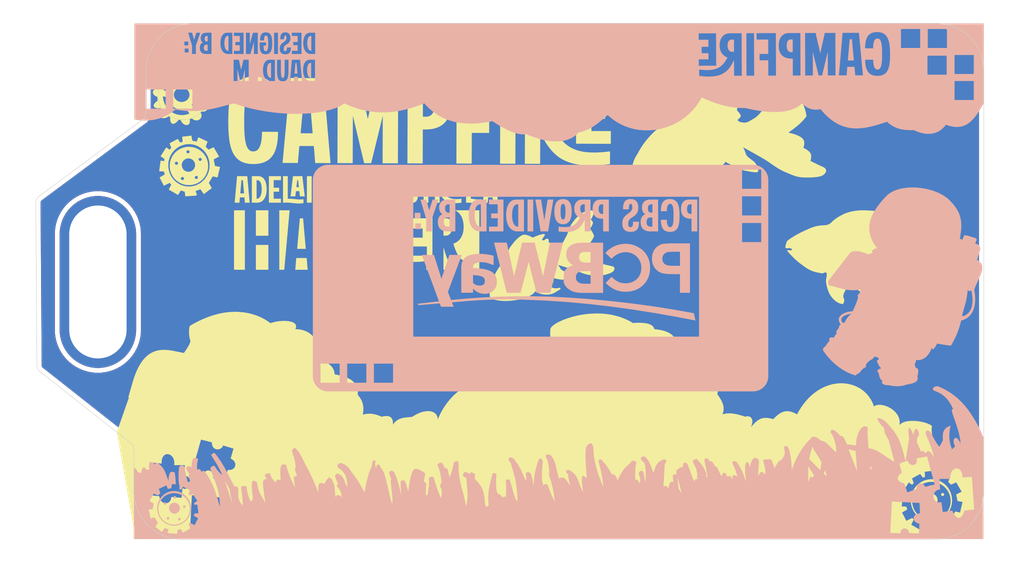
<source format=kicad_pcb>
(kicad_pcb (version 20241229) (generator "pcbnew") (generator_version "9.0")
  (layers (0 "F.Cu" signal) (2 "B.Cu" signal) (13 "F.Paste" user) (15 "B.Paste" user) (5 "F.SilkS" user "F.Silkscreen") (7 "B.SilkS" user "B.Silkscreen") (1 "F.Mask" user) (3 "B.Mask" user) (25 "Edge.Cuts" user))
  (net 0 "")
  (footprint "Taranium-libs:Lanyard hole" (layer "F.Cu") (at 169.375 65.175 90)
    (property "Reference" "REF**" (at -8.825 -6.175 90) (layer "F.SilkS") (effects (font (thickness 0.1))))
    (property "Value" "Lanyard hole")
    (pad "2" thru_hole roundrect (at -8.9 -8.6 90) (size 18 8) (drill oval 16 6) (layers "*.Cu" "F.Mask" "F.Paste") (roundrect_rratio 0.5))
  )
  (gr_poly (pts (xy 176.142372 72.797939) (xy 175.0085 72.797939) (xy 175.0085 66.57494) (xy 176.142372 66.57494)) (fill yes) (layer "F.SilkS"))
  (gr_poly (pts (xy 189.810913 70.33285) (xy 189.931622 70.59078) (xy 190.055111 70.835287) (xy 190.182206 71.066384) (xy 190.313729 71.284082) (xy 190.450507 71.488395) (xy 190.593364 71.679333) (xy 190.743124 71.856909) (xy 190.900612 72.021135) (xy 191.066652 72.172024) (xy 191.24207 72.309586) (xy 191.427689 72.433836) (xy 191.624335 72.544783) (xy 191.832831 72.642442) (xy 192.054003 72.726823) (xy 192.288675 72.797939) (xy 189.692159 72.797939) (xy 189.692159 70.061486)) (fill yes) (layer "F.SilkS"))
  (gr_poly (pts (xy 164.061254 86.203156) (xy 162.8 89.8) (xy 164.608941 100.125533) (xy 166 86.8)) (stroke (width 0.1)) (fill yes) (layer "F.SilkS"))
  (gr_poly (pts (xy 246.625008 96.559052) (xy 246.633258 96.559664) (xy 246.64139 96.560673) (xy 246.649394 96.562069) (xy 246.657258 96.563841) (xy 246.664973 96.565979) (xy 246.672529 96.568474) (xy 246.679915 96.571316) (xy 246.68712 96.574494) (xy 246.694135 96.577999) (xy 246.700949 96.58182) (xy 246.707552 96.585948) (xy 246.713934 96.590373) (xy 246.720083 96.595085) (xy 246.725991 96.600074) (xy 246.731646 96.605329) (xy 246.737038 96.610842) (xy 246.742157 96.616601) (xy 246.746993 96.622598) (xy 246.751535 96.628821) (xy 246.755773 96.635262) (xy 246.759697 96.64191) (xy 246.763296 96.648755) (xy 246.76656 96.655788) (xy 246.769479 96.662997) (xy 246.772042 96.670375) (xy 246.774238 96.677909) (xy 246.776059 96.685591) (xy 246.777493 96.69341) (xy 246.77853 96.701357) (xy 246.77916 96.709422) (xy 246.779372 96.717594) (xy 246.77916 96.725766) (xy 246.77853 96.73383) (xy 246.777493 96.741777) (xy 246.776059 96.749597) (xy 246.774238 96.757279) (xy 246.772042 96.764813) (xy 246.769479 96.77219) (xy 246.76656 96.7794) (xy 246.763296 96.786432) (xy 246.759697 96.793278) (xy 246.755773 96.799926) (xy 246.751535 96.806366) (xy 246.746993 96.81259) (xy 246.742157 96.818586) (xy 246.737038 96.824346) (xy 246.731646 96.829859) (xy 246.725991 96.835114) (xy 246.720083 96.840103) (xy 246.713934 96.844815) (xy 246.707552 96.84924) (xy 246.700949 96.853368) (xy 246.694135 96.857189) (xy 246.68712 96.860694) (xy 246.679915 96.863872) (xy 246.672529 96.866713) (xy 246.664973 96.869208) (xy 246.657258 96.871347) (xy 246.649394 96.873119) (xy 246.64139 96.874514) (xy 246.633258 96.875523) (xy 246.625008 96.876136) (xy 246.61665 96.876343) (xy 246.608292 96.876136) (xy 246.600042 96.875523) (xy 246.59191 96.874514) (xy 246.583907 96.873119) (xy 246.576043 96.871347) (xy 246.568328 96.869208) (xy 246.560772 96.866713) (xy 246.553387 96.863872) (xy 246.546182 96.860694) (xy 246.539167 96.857189) (xy 246.532353 96.853368) (xy 246.525751 96.84924) (xy 246.519369 96.844815) (xy 246.51322 96.840103) (xy 246.507313 96.835114) (xy 246.501658 96.829859) (xy 246.496266 96.824346) (xy 246.491147 96.818586) (xy 246.486312 96.81259) (xy 246.48177 96.806366) (xy 246.477532 96.799926) (xy 246.473609 96.793278) (xy 246.47001 96.786432) (xy 246.466747 96.7794) (xy 246.463828 96.77219) (xy 246.461265 96.764813) (xy 246.459069 96.757279) (xy 246.457248 96.749597) (xy 246.455814 96.741777) (xy 246.454777 96.73383) (xy 246.454147 96.725766) (xy 246.453935 96.717594) (xy 246.454147 96.709422) (xy 246.454777 96.701357) (xy 246.455814 96.69341) (xy 246.457248 96.685591) (xy 246.459069 96.677909) (xy 246.461265 96.670375) (xy 246.463828 96.662997) (xy 246.466747 96.655788) (xy 246.47001 96.648755) (xy 246.473609 96.64191) (xy 246.477532 96.635262) (xy 246.48177 96.628821) (xy 246.486312 96.622598) (xy 246.491147 96.616601) (xy 246.496266 96.610842) (xy 246.501658 96.605329) (xy 246.507313 96.600074) (xy 246.51322 96.595085) (xy 246.519369 96.590373) (xy 246.525751 96.585948) (xy 246.532353 96.58182) (xy 246.539167 96.577999) (xy 246.546182 96.574494) (xy 246.553387 96.571316) (xy 246.560772 96.568474) (xy 246.568328 96.565979) (xy 246.576043 96.563841) (xy 246.583907 96.562069) (xy 246.59191 96.560673) (xy 246.600042 96.559664) (xy 246.608292 96.559052) (xy 246.61665 96.558845)) (fill yes) (layer "F.SilkS"))
  (gr_poly (pts (xy 192.567519 71.321167) (xy 195.169034 71.321167) (xy 195.169034 70.362715) (xy 193.717663 70.362715) (xy 193.717663 69.440775) (xy 194.730885 69.440775) (xy 194.730885 68.48232) (xy 193.717663 68.48232) (xy 193.717663 67.41433) (xy 195.169034 67.41433) (xy 195.169034 66.57494) (xy 195.753551 66.57494) (xy 195.753551 72.797939) (xy 195.114267 72.797939) (xy 195.114267 71.887112) (xy 194.945646 71.909379) (xy 194.781946 71.92833) (xy 194.622952 71.944073) (xy 194.468452 71.956713) (xy 194.31823 71.966358) (xy 194.172072 71.973115) (xy 194.029766 71.97709) (xy 193.891097 71.978392) (xy 193.566496 71.969729) (xy 193.265963 71.943751) (xy 193.124221 71.924273) (xy 192.987894 71.900471) (xy 192.856782 71.872346) (xy 192.730685 71.839901) (xy 192.6094 71.803137) (xy 192.492729 71.762056) (xy 192.380471 71.716659) (xy 192.272424 71.666948) (xy 192.168389 71.612925) (xy 192.068165 71.554592) (xy 191.97155 71.491949) (xy 191.878346 71.425) (xy 191.788351 71.353744) (xy 191.701364 71.278185) (xy 191.535613 71.114162) (xy 191.37949 70.932943) (xy 191.23139 70.734543) (xy 191.089708 70.518973) (xy 190.952839 70.286248) (xy 190.81918 70.036381) (xy 190.687125 69.769385) (xy 190.77166 69.729088) (xy 190.852863 69.685185) (xy 190.930779 69.637653) (xy 191.005454 69.586467) (xy 191.076933 69.531606) (xy 191.145261 69.473044) (xy 191.210485 69.410759) (xy 191.272648 69.344727) (xy 191.331797 69.274925) (xy 191.387976 69.201329) (xy 191.441232 69.123916) (xy 191.49161 69.042663) (xy 191.539155 68.957545) (xy 191.583912 68.86854) (xy 191.625926 68.775624) (xy 191.665244 68.678774) (xy 191.701911 68.577965) (xy 191.735971 68.473176) (xy 191.767471 68.364381) (xy 191.796455 68.251558) (xy 191.82297 68.134684) (xy 191.847059 68.013734) (xy 191.86877 67.888685) (xy 191.888147 67.759515) (xy 191.92008 67.488714) (xy 191.943222 67.201143) (xy 191.957936 66.896614) (xy 191.964586 66.57494) (xy 192.567519 66.57494)) (fill yes) (layer "F.SilkS"))
  (gr_poly (pts (xy 240.975649 66.577567) (xy 241.219995 66.586945) (xy 241.671198 66.61415) (xy 241.745045 66.619401) (xy 241.812711 66.625462) (xy 241.874446 66.632307) (xy 241.930495 66.639908) (xy 241.981106 66.648239) (xy 242.026526 66.657273) (xy 242.067003 66.666982) (xy 242.102782 66.67734) (xy 242.134113 66.68832) (xy 242.161241 66.699896) (xy 242.184413 66.71204) (xy 242.203878 66.724725) (xy 242.219882 66.737924) (xy 242.232671 66.751612) (xy 242.242495 66.76576) (xy 242.249598 66.780342) (xy 242.25423 66.79533) (xy 242.256636 66.810699) (xy 242.257064 66.826421) (xy 242.255761 66.842469) (xy 242.252974 66.858817) (xy 242.248951 66.875437) (xy 242.238183 66.909388) (xy 242.21268 66.979376) (xy 242.2019 67.014983) (xy 242.197868 67.032846) (xy 242.195071 67.050712) (xy 242.193797 67.056803) (xy 242.191419 67.063163) (xy 242.188 67.069782) (xy 242.183603 67.076649) (xy 242.172129 67.091088) (xy 242.157505 67.106399) (xy 242.14024 67.122501) (xy 242.120841 67.139312) (xy 242.077673 67.174736) (xy 242.032065 67.212021) (xy 242.009615 67.231157) (xy 241.988079 67.250515) (xy 241.967964 67.270011) (xy 241.949778 67.289566) (xy 241.934029 67.309098) (xy 241.927227 67.31883) (xy 241.921225 67.328525) (xy 241.919505 67.333355) (xy 241.919431 67.338882) (xy 241.920936 67.345063) (xy 241.923951 67.35185) (xy 241.934235 67.367061) (xy 241.949732 67.38415) (xy 241.969891 67.402751) (xy 241.994162 67.422496) (xy 242.021995 67.443021) (xy 242.052839 67.463959) (xy 242.086143 67.484943) (xy 242.121357 67.505607) (xy 242.15793 67.525586) (xy 242.195311 67.544512) (xy 242.232951 67.562019) (xy 242.270298 67.577742) (xy 242.306803 67.591314) (xy 242.341914 67.602369) (xy 242.471388 67.639774) (xy 242.597321 67.678962) (xy 242.65834 67.699624) (xy 242.717729 67.721211) (xy 242.77524 67.743882) (xy 242.830625 67.767797) (xy 242.883637 67.793115) (xy 242.934026 67.819997) (xy 242.981546 67.848602) (xy 243.025948 67.879089) (xy 243.046902 67.895089) (xy 243.066983 67.911619) (xy 243.086161 67.928699) (xy 243.104404 67.94635) (xy 243.121682 67.964591) (xy 243.137963 67.983443) (xy 243.153217 68.002925) (xy 243.167412 68.023057) (xy 243.192933 68.06332) (xy 243.215919 68.103687) (xy 243.236478 68.144075) (xy 243.254723 68.184404) (xy 243.270763 68.224589) (xy 243.284709 68.264551) (xy 243.296671 68.304205) (xy 243.306761 68.343471) (xy 243.315089 68.382266) (xy 243.321765 68.420508) (xy 243.326899 68.458115) (xy 243.330604 68.495004) (xy 243.332988 68.531095) (xy 243.334163 68.566303) (xy 243.333327 68.633748) (xy 243.328981 68.696681) (xy 243.322009 68.754446) (xy 243.313296 68.806385) (xy 243.303726 68.851843) (xy 243.294184 68.890161) (xy 243.285555 68.920683) (xy 243.274573 68.955712) (xy 243.273746 68.962522) (xy 243.274825 68.971069) (xy 243.282163 68.993082) (xy 243.295514 69.021163) (xy 243.313804 69.05472) (xy 243.360915 69.135911) (xy 243.414914 69.231938) (xy 243.441815 69.284041) (xy 243.46722 69.338085) (xy 243.490057 69.39348) (xy 243.509253 69.449636) (xy 243.523735 69.505965) (xy 243.528873 69.534009) (xy 243.532431 69.561876) (xy 243.534274 69.58949) (xy 243.534268 69.61678) (xy 243.532279 69.64367) (xy 243.528174 69.670087) (xy 243.521768 69.699222) (xy 243.514491 69.726419) (xy 243.506392 69.751783) (xy 243.49752 69.775419) (xy 243.487925 69.79743) (xy 243.477655 69.817921) (xy 243.46676 69.836995) (xy 243.45529 69.854757) (xy 243.443294 69.871311) (xy 243.430821 69.886762) (xy 243.417921 69.901213) (xy 243.404643 69.914768) (xy 243.391035 69.927532) (xy 243.377149 69.939609) (xy 243.348735 69.962118) (xy 243.290725 70.003475) (xy 243.261918 70.023988) (xy 243.233771 70.045503) (xy 243.206676 70.068853) (xy 243.193647 70.081477) (xy 243.18103 70.094871) (xy 243.168873 70.109141) (xy 243.157227 70.12439) (xy 243.14614 70.140724) (xy 243.135661 70.158244) (xy 243.123651 70.180709) (xy 243.112854 70.202949) (xy 243.103175 70.224966) (xy 243.094517 70.246762) (xy 243.079876 70.289695) (xy 243.068158 70.331761) (xy 243.058587 70.372972) (xy 243.05039 70.413341) (xy 243.035024 70.4916) (xy 243.026306 70.529515) (xy 243.015866 70.566637) (xy 243.00293 70.602977) (xy 242.995285 70.620859) (xy 242.986725 70.63855) (xy 242.977154 70.656052) (xy 242.966476 70.673366) (xy 242.954593 70.690494) (xy 242.941409 70.707438) (xy 242.926827 70.724199) (xy 242.91075 70.740779) (xy 242.893082 70.757179) (xy 242.873725 70.7734) (xy 242.834519 70.803102) (xy 242.79625 70.828916) (xy 242.75869 70.851054) (xy 242.72161 70.869727) (xy 242.684781 70.885147) (xy 242.647974 70.897524) (xy 242.61096 70.907069) (xy 242.573511 70.913994) (xy 242.535398 70.91851) (xy 242.496392 70.920828) (xy 242.456264 70.921159) (xy 242.414786 70.919714) (xy 242.371728 70.916704) (xy 242.326862 70.912342) (xy 242.230791 70.9004) (xy 242.214986 70.897809) (xy 242.198856 70.89433) (xy 242.182446 70.890044) (xy 242.165803 70.88503) (xy 242.131999 70.873138) (xy 242.097807 70.859293) (xy 242.063594 70.844134) (xy 242.029725 70.8283) (xy 241.964477 70.797163) (xy 241.933829 70.783138) (xy 241.904985 70.770993) (xy 241.87831 70.761368) (xy 241.865901 70.7577) (xy 241.854171 70.754902) (xy 241.843165 70.753053) (xy 241.83293 70.752233) (xy 241.823512 70.752522) (xy 241.814955 70.754) (xy 241.807306 70.756747) (xy 241.800611 70.760843) (xy 241.794914 70.766367) (xy 241.790261 70.7734) (xy 241.785009 70.784243) (xy 241.780677 70.794983) (xy 241.777235 70.805624) (xy 241.77465 70.816168) (xy 241.77289 70.826619) (xy 241.771923 70.836978) (xy 241.771719 70.847248) (xy 241.772245 70.857433) (xy 241.773468 70.867533) (xy 241.775359 70.877554) (xy 241.777884 70.887496) (xy 241.781012 70.897363) (xy 241.784711 70.907157) (xy 241.788949 70.916881) (xy 241.793695 70.926537) (xy 241.798916 70.936129) (xy 241.81066 70.955129) (xy 241.823925 70.973902) (xy 241.838457 70.992469) (xy 241.854002 71.010851) (xy 241.870305 71.029071) (xy 241.887113 71.047148) (xy 241.921225 71.082962) (xy 241.942215 71.097654) (xy 241.974724 71.110503) (xy 242.017712 71.121547) (xy 242.070136 71.130825) (xy 242.130957 71.138378) (xy 242.199132 71.144243) (xy 242.353381 71.151067) (xy 242.524551 71.15161) (xy 242.704313 71.146185) (xy 242.884336 71.135105) (xy 243.056289 71.118682) (xy 243.14998 71.105858) (xy 243.243116 71.089188) (xy 243.335632 71.068941) (xy 243.427463 71.045385) (xy 243.518544 71.018788) (xy 243.608811 70.989418) (xy 243.786643 70.92343) (xy 243.96044 70.849566) (xy 244.129684 70.76997) (xy 244.293858 70.686786) (xy 244.452443 70.602158) (xy 244.750776 70.437148) (xy 245.020538 70.292093) (xy 245.14341 70.232409) (xy 245.257586 70.184147) (xy 245.362547 70.14945) (xy 245.41141 70.137858) (xy 245.457776 70.130462) (xy 245.487546 70.127731) (xy 245.515963 70.126438) (xy 245.543216 70.126354) (xy 245.569498 70.127248) (xy 245.594999 70.128889) (xy 245.619909 70.131049) (xy 245.668719 70.135999) (xy 245.717454 70.140257) (xy 245.74227 70.141551) (xy 245.76764 70.141982) (xy 245.793753 70.141318) (xy 245.820801 70.13933) (xy 245.848975 70.135788) (xy 245.878464 70.130462) (xy 245.89886 70.125857) (xy 245.918553 70.120741) (xy 245.956018 70.109106) (xy 245.991232 70.09582) (xy 246.024567 70.081145) (xy 246.056395 70.065345) (xy 246.087088 70.04868) (xy 246.146558 70.013812) (xy 246.205953 69.978643) (xy 246.236552 69.961601) (xy 246.268249 69.945273) (xy 246.301416 69.929919) (xy 246.336424 69.915804) (xy 246.373646 69.903189) (xy 246.393204 69.897526) (xy 246.413454 69.892337) (xy 246.450239 69.88397) (xy 246.484899 69.876924) (xy 246.517748 69.871091) (xy 246.549098 69.866363) (xy 246.579262 69.862633) (xy 246.608552 69.859793) (xy 246.637283 69.857735) (xy 246.665765 69.856351) (xy 246.723239 69.855175) (xy 246.783476 69.855402) (xy 246.922246 69.856618) (xy 246.973641 69.855031) (xy 247.023471 69.850661) (xy 247.071919 69.844091) (xy 247.11917 69.835908) (xy 247.299873 69.798745) (xy 247.343891 69.791272) (xy 247.387815 69.785697) (xy 247.431826 69.782605) (xy 247.47611 69.782581) (xy 247.498412 69.783903) (xy 247.52085 69.786211) (xy 247.543448 69.789578) (xy 247.566229 69.794078) (xy 247.589216 69.799784) (xy 247.612432 69.80677) (xy 247.635899 69.815107) (xy 247.659641 69.82487) (xy 247.688664 69.838033) (xy 247.716243 69.851515) (xy 247.74244 69.865417) (xy 247.767319 69.87984) (xy 247.790942 69.894887) (xy 247.813372 69.910657) (xy 247.834671 69.927253) (xy 247.854904 69.944775) (xy 247.874131 69.963325) (xy 247.892417 69.983004) (xy 247.909824 70.003914) (xy 247.926414 70.026155) (xy 247.942251 70.049829) (xy 247.957397 70.075037) (xy 247.971916 70.101881) (xy 247.985869 70.130462) (xy 247.990728 70.145207) (xy 247.9919 70.159967) (xy 247.989587 70.174774) (xy 247.983996 70.189661) (xy 247.975331 70.204663) (xy 247.963796 70.21981) (xy 247.949596 70.235138) (xy 247.932936 70.250678) (xy 247.893054 70.282529) (xy 247.845786 70.315628) (xy 247.735641 70.386626) (xy 247.676038 70.425053) (xy 247.615598 70.465786) (xy 247.555959 70.509089) (xy 247.498756 70.555225) (xy 247.445627 70.60446) (xy 247.421102 70.630322) (xy 247.398209 70.657058) (xy 247.377154 70.684701) (xy 247.35814 70.713283) (xy 247.341372 70.742839) (xy 247.327055 70.7734) (xy 247.314903 70.804573) (xy 247.304284 70.836393) (xy 247.295116 70.868777) (xy 247.287315 70.901645) (xy 247.280796 70.934913) (xy 247.275476 70.968502) (xy 247.268095 71.036311) (xy 247.264499 71.104417) (xy 247.264018 71.172167) (xy 247.265978 71.238907) (xy 247.269708 71.303983) (xy 247.288884 71.534567) (xy 247.291382 71.581513) (xy 247.291617 71.622872) (xy 247.288918 71.65799) (xy 247.286258 71.673004) (xy 247.282612 71.686212) (xy 247.277198 71.698558) (xy 247.26925 71.711028) (xy 247.258934 71.72361) (xy 247.246413 71.736287) (xy 247.231853 71.749045) (xy 247.215416 71.761871) (xy 247.177575 71.787664) (xy 247.134203 71.81355) (xy 247.086617 71.839413) (xy 246.98406 71.890603) (xy 246.880425 71.940306) (xy 246.786231 71.98759) (xy 246.745962 72.010034) (xy 246.711999 72.031525) (xy 246.685656 72.051947) (xy 246.675754 72.06172) (xy 246.668249 72.071182) (xy 246.657294 72.088484) (xy 246.647876 72.105759) (xy 246.639897 72.123012) (xy 246.633257 72.140246) (xy 246.627858 72.157465) (xy 246.623599 72.174673) (xy 246.620381 72.191874) (xy 246.618106 72.209071) (xy 246.615985 72.243472) (xy 246.616442 72.277904) (xy 246.618683 72.3124) (xy 246.621913 72.34699) (xy 246.628165 72.416575) (xy 246.629598 72.45163) (xy 246.628845 72.486903) (xy 246.6274 72.50463) (xy 246.62511 72.522423) (xy 246.621877 72.540285) (xy 246.6176 72.558221) (xy 246.612182 72.576234) (xy 246.605521 72.594328) (xy 246.59752 72.612507) (xy 246.588078 72.630774) (xy 246.575185 72.653665) (xy 246.562917 72.674317) (xy 246.551157 72.69303) (xy 246.539784 72.710106) (xy 246.528681 72.725845) (xy 246.517729 72.740547) (xy 246.50681 72.754513) (xy 246.495804 72.768044) (xy 246.448551 72.823824) (xy 246.421325 72.856916) (xy 246.406397 72.875814) (xy 246.390434 72.896682) (xy 246.379845 72.911365) (xy 246.370344 72.926157) (xy 246.361851 72.94104) (xy 246.354283 72.955995) (xy 246.347557 72.971003) (xy 246.341591 72.986047) (xy 246.336303 73.001108) (xy 246.33161 73.016168) (xy 246.32368 73.046208) (xy 246.317141 73.076022) (xy 246.305602 73.13438) (xy 246.299284 73.162629) (xy 246.29172 73.190063) (xy 246.287265 73.203427) (xy 246.282252 73.216532) (xy 246.276597 73.22936) (xy 246.27022 73.241892) (xy 246.263036 73.254108) (xy 246.254964 73.265993) (xy 246.245922 73.277525) (xy 246.235827 73.288688) (xy 246.224597 73.299463) (xy 246.212148 73.309831) (xy 246.1984 73.319774) (xy 246.183269 73.329274) (xy 246.175289 73.333169) (xy 246.16626 73.336186) (xy 246.145233 73.33982) (xy 246.120544 73.340646) (xy 246.092547 73.339133) (xy 246.061597 73.335752) (xy 246.028048 73.33097) (xy 245.954572 73.319085) (xy 245.874957 73.307234) (xy 245.833734 73.302494) (xy 245.792039 73.299171) (xy 245.750229 73.297734) (xy 245.708657 73.298652) (xy 245.667678 73.302394) (xy 245.627646 73.309431) (xy 245.611919 73.313259) (xy 245.596998 73.317489) (xy 245.582829 73.322091) (xy 245.569357 73.327037) (xy 245.55653 73.332295) (xy 245.544292 73.337837) (xy 245.532588 73.343633) (xy 245.521366 73.349653) (xy 245.500148 73.362246) (xy 245.480203 73.375378) (xy 245.442398 73.40231) (xy 245.423671 73.415634) (xy 245.404482 73.428546) (xy 245.384398 73.440808) (xy 245.373885 73.446622) (xy 245.362986 73.452184) (xy 245.351645 73.457464) (xy 245.33981 73.462434) (xy 245.327426 73.467063) (xy 245.314438 73.471321) (xy 245.300793 73.47518) (xy 245.286436 73.478608) (xy 245.271314 73.481577) (xy 245.255371 73.484057) (xy 245.221721 73.487632) (xy 245.186829 73.489591) (xy 245.151106 73.490178) (xy 245.114966 73.489637) (xy 245.078821 73.488213) (xy 245.043083 73.486149) (xy 244.974484 73.48108) (xy 244.91247 73.476382) (xy 244.884965 73.474784) (xy 244.860344 73.474011) (xy 244.839021 73.474307) (xy 244.821407 73.475918) (xy 244.814121 73.477292) (xy 244.807917 73.479086) (xy 244.802847 73.481331) (xy 244.798962 73.484057) (xy 244.793215 73.490077) (xy 244.788735 73.496807) (xy 244.785471 73.504213) (xy 244.783369 73.512264) (xy 244.782375 73.520927) (xy 244.782438 73.53017) (xy 244.783505 73.539962) (xy 244.785522 73.55027) (xy 244.788436 73.561062) (xy 244.792195 73.572305) (xy 244.802036 73.59602) (xy 244.81462 73.621158) (xy 244.829525 73.647461) (xy 244.846328 73.674673) (xy 244.864605 73.702536) (xy 244.903888 73.759192) (xy 244.981526 73.869025) (xy 244.99495 73.888103) (xy 245.008706 73.906014) (xy 245.022759 73.922841) (xy 245.037074 73.938669) (xy 245.051616 73.953582) (xy 245.066349 73.967664) (xy 245.081239 73.980998) (xy 245.09625 73.99367) (xy 245.126494 74.01736) (xy 245.156802 74.039408) (xy 245.216479 74.081264) (xy 245.245287 74.102418) (xy 245.273031 74.12462) (xy 245.286417 74.136324) (xy 245.299432 74.148542) (xy 245.31204 74.161358) (xy 245.324206 74.174856) (xy 245.335896 74.189121) (xy 245.347074 74.204236) (xy 245.357705 74.220286) (xy 245.367754 74.237354) (xy 245.377185 74.255525) (xy 245.385964 74.274883) (xy 245.394055 74.295511) (xy 245.401423 74.317494) (xy 245.40955 74.343956) (xy 245.416919 74.369597) (xy 245.42346 74.394525) (xy 245.429104 74.418845) (xy 245.43378 74.442667) (xy 245.437419 74.466097) (xy 245.439951 74.489243) (xy 245.441306 74.512211) (xy 245.441415 74.53511) (xy 245.440209 74.558046) (xy 245.437616 74.581128) (xy 245.433567 74.604461) (xy 245.427994 74.628154) (xy 245.420825 74.652314) (xy 245.411991 74.677047) (xy 245.401423 74.702463) (xy 245.395317 74.715099) (xy 245.388196 74.727722) (xy 245.37114 74.75302) (xy 245.350702 74.778541) (xy 245.327331 74.804469) (xy 245.301477 74.83099) (xy 245.273589 74.858285) (xy 245.213502 74.915941) (xy 245.182202 74.94667) (xy 245.150662 74.97891) (xy 245.119331 75.012848) (xy 245.088659 75.048666) (xy 245.059093 75.086549) (xy 245.031083 75.126682) (xy 245.017802 75.147649) (xy 245.005078 75.169248) (xy 244.992967 75.191501) (xy 244.981526 75.214431) (xy 244.97345 75.232057) (xy 244.965882 75.250173) (xy 244.952222 75.287628) (xy 244.940445 75.32631) (xy 244.930452 75.365729) (xy 244.922143 75.405396) (xy 244.915418 75.444824) (xy 244.910176 75.483524) (xy 244.906318 75.521007) (xy 244.903744 75.556785) (xy 244.902353 75.59037) (xy 244.902047 75.621273) (xy 244.902724 75.649005) (xy 244.904285 75.673079) (xy 244.90663 75.693005) (xy 244.909659 75.708296) (xy 244.913271 75.718462) (xy 244.921702 75.733457) (xy 244.930605 75.747025) (xy 244.939959 75.759256) (xy 244.949738 75.77024) (xy 244.959919 75.780066) (xy 244.970478 75.788825) (xy 244.98139 75.796607) (xy 244.992632 75.803502) (xy 245.00418 75.809599) (xy 245.01601 75.81499) (xy 245.040419 75.824008) (xy 245.065668 75.831277) (xy 245.091564 75.837516) (xy 245.144532 75.849785) (xy 245.17122 75.857254) (xy 245.197789 75.866573) (xy 245.210968 75.872151) (xy 245.224046 75.878462) (xy 245.236998 75.885595) (xy 245.2498 75.89364) (xy 245.262428 75.902687) (xy 245.274859 75.912827) (xy 245.287067 75.924149) (xy 245.299031 75.936744) (xy 245.313372 75.953441) (xy 245.32666 75.97001) (xy 245.33894 75.986441) (xy 245.350257 76.002723) (xy 245.360655 76.018847) (xy 245.37018 76.034803) (xy 245.378876 76.050579) (xy 245.386787 76.066167) (xy 245.393959 76.081556) (xy 245.400436 76.096737) (xy 245.406264 76.111698) (xy 245.411486 76.12643) (xy 245.420294 76.155167) (xy 245.427218 76.182866) (xy 245.432617 76.209447) (xy 245.436848 76.234829) (xy 245.443242 76.281675) (xy 245.449262 76.322757) (xy 245.453028 76.340935) (xy 245.457776 76.35743) (xy 245.461513 76.367573) (xy 245.465711 76.377058) (xy 245.470341 76.38593) (xy 245.475376 76.39423) (xy 245.480787 76.402001) (xy 245.486548 76.409285) (xy 245.492629 76.416127) (xy 245.499003 76.422567) (xy 245.505643 76.428649) (xy 245.512519 76.434416) (xy 245.526872 76.445173) (xy 245.541839 76.455179) (xy 245.557196 76.464776) (xy 245.58819 76.484108) (xy 245.60338 76.494526) (xy 245.618068 76.505899) (xy 245.625153 76.51205) (xy 245.632029 76.518569) (xy 245.638668 76.525497) (xy 245.645042 76.532877) (xy 245.651123 76.540753) (xy 245.656883 76.549165) (xy 245.662294 76.558159) (xy 245.667329 76.567774) (xy 245.673491 76.581083) (xy 245.67876 76.594058) (xy 245.683178 76.606724) (xy 245.686786 76.619106) (xy 245.689626 76.63123) (xy 245.69174 76.643121) (xy 245.693169 76.654803) (xy 245.693956 76.666302) (xy 245.694141 76.677643) (xy 245.693767 76.688852) (xy 245.691507 76.710972) (xy 245.687511 76.732862) (xy 245.682111 76.754724) (xy 245.675641 76.776758) (xy 245.668436 76.799168) (xy 245.653152 76.845913) (xy 245.645742 76.870651) (xy 245.63893 76.896568) (xy 245.63305 76.923865) (xy 245.628437 76.952743) (xy 245.623756 76.995528) (xy 245.621088 77.037157) (xy 245.620085 77.077782) (xy 245.620399 77.117556) (xy 245.62358 77.195157) (xy 245.62784 77.271177) (xy 245.63039 77.346832) (xy 245.630151 77.384903) (xy 245.628437 77.423339) (xy 245.624901 77.462292) (xy 245.619193 77.501914) (xy 245.610964 77.542358) (xy 245.599865 77.583775) (xy 245.576585 77.663364) (xy 245.565345 77.701049) (xy 245.553974 77.737341) (xy 245.542176 77.772251) (xy 245.529652 77.805789) (xy 245.516105 77.837966) (xy 245.501238 77.868791) (xy 245.493215 77.8837) (xy 245.484751 77.898274) (xy 245.475808 77.912516) (xy 245.466349 77.926427) (xy 245.456336 77.940007) (xy 245.445733 77.953259) (xy 245.434502 77.966182) (xy 245.422606 77.97878) (xy 245.410007 77.991052) (xy 245.39667 78.003001) (xy 245.382555 78.014627) (xy 245.367627 78.025931) (xy 245.351847 78.036916) (xy 245.33518 78.047582) (xy 245.317586 78.057931) (xy 245.299031 78.067963) (xy 245.277073 78.077952) (xy 245.254137 78.085835) (xy 245.230333 78.091732) (xy 245.20577 78.095757) (xy 245.180558 78.098029) (xy 245.154807 78.098666) (xy 245.128628 78.097784) (xy 245.102129 78.0955) (xy 245.075421 78.091932) (xy 245.048613 78.087197) (xy 245.021816 78.081412) (xy 244.995139 78.074695) (xy 244.942586 78.058932) (xy 244.891833 78.040846) (xy 244.843759 78.021375) (xy 244.799243 78.001458) (xy 244.759164 77.98203) (xy 244.724401 77.964032) (xy 244.674339 77.936074) (xy 244.656089 77.925088) (xy 243.8425 77.508369) (xy 243.68559 77.400778) (xy 243.518519 77.276497) (xy 243.421307 77.199714) (xy 243.318207 77.114302) (xy 243.211641 77.021113) (xy 243.104031 76.920998) (xy 242.9978 76.814807) (xy 242.89537 76.703392) (xy 242.799162 76.587602) (xy 242.7116 76.468288) (xy 242.671818 76.407576) (xy 242.635105 76.346302) (xy 242.601765 76.284573) (xy 242.572099 76.222494) (xy 242.541552 76.149076) (xy 242.515847 76.077524) (xy 242.494323 76.007558) (xy 242.476319 75.938898) (xy 242.461174 75.871266) (xy 242.448228 75.804382) (xy 242.426288 75.67174) (xy 242.405211 75.538738) (xy 242.393344 75.471403) (xy 242.379711 75.403139) (xy 242.363649 75.333667) (xy 242.3445 75.262709) (xy 242.321601 75.189983) (xy 242.294292 75.115212) (xy 242.234601 74.967827) (xy 242.169493 74.815711) (xy 242.100245 74.660827) (xy 242.028136 74.505141) (xy 241.880454 74.199222) (xy 241.736679 73.913674) (xy 241.607042 73.664216) (xy 241.501777 73.466569) (xy 241.405285 73.289588) (xy 241.396411 73.394275) (xy 241.369054 73.65375) (xy 241.3481 73.815947) (xy 241.322111 73.986137) (xy 241.290951 74.154085) (xy 241.273388 74.23402) (xy 241.25448 74.309557) (xy 241.248603 74.334822) (xy 241.244302 74.36071) (xy 241.241477 74.387145) (xy 241.24003 74.414054) (xy 241.239862 74.441361) (xy 241.240875 74.468991) (xy 241.242968 74.49687) (xy 241.246045 74.524923) (xy 241.254749 74.58125) (xy 241.266198 74.637373) (xy 241.2796 74.692695) (xy 241.294165 74.746615) (xy 241.32362 74.847856) (xy 241.348239 74.936308) (xy 241.356757 74.974241) (xy 241.361695 75.00718) (xy 241.362574 75.021589) (xy 241.36226 75.034526) (xy 241.360657 75.045914) (xy 241.357663 75.05568) (xy 241.350504 75.0718) (xy 241.34293 75.086803) (xy 241.334945 75.10073) (xy 241.326554 75.113619) (xy 241.317761 75.12551) (xy 241.308572 75.136444) (xy 241.298989 75.146459) (xy 241.289018 75.155596) (xy 241.278664 75.163894) (xy 241.267931 75.171393) (xy 241.256822 75.178132) (xy 241.245344 75.184151) (xy 241.233499 75.189489) (xy 241.221294 75.194188) (xy 241.195816 75.201821) (xy 241.168948 75.207368) (xy 241.140723 75.211146) (xy 241.111179 75.213472) (xy 241.080351 75.214663) (xy 241.014985 75.214912) (xy 240.944914 75.214431) (xy 240.914977 75.213837) (xy 240.885424 75.212077) (xy 240.827373 75.205202) (xy 240.770565 75.194083) (xy 240.714804 75.178998) (xy 240.659893 75.160224) (xy 240.605636 75.13804) (xy 240.551838 75.112724) (xy 240.498303 75.084554) (xy 240.444833 75.053807) (xy 240.391233 75.020761) (xy 240.337307 74.985694) (xy 240.282858 74.948885) (xy 240.055915 74.789775) (xy 239.926304 74.698254) (xy 239.866165 74.654318) (xy 239.808849 74.61101) (xy 239.754138 74.567892) (xy 239.701815 74.524522) (xy 239.651662 74.48046) (xy 239.603464 74.435267) (xy 239.557002 74.388501) (xy 239.512059 74.339723) (xy 239.46842 74.288493) (xy 239.425865 74.234371) (xy 239.384179 74.176915) (xy 239.343144 74.115687) (xy 239.302544 74.050245) (xy 239.26216 73.98015) (xy 239.243516 73.94504) (xy 239.225657 73.90832) (xy 239.192248 73.830764) (xy 239.161831 73.748913) (xy 239.134304 73.664195) (xy 239.109565 73.57804) (xy 239.087513 73.491877) (xy 239.068044 73.407136) (xy 239.051058 73.325246) (xy 239.024124 73.175738) (xy 239.005896 73.054788) (xy 238.992292 72.944306) (xy 238.953146 72.932368) (xy 238.933358 72.92676) (xy 238.913535 72.921733) (xy 238.893759 72.917544) (xy 238.874111 72.914447) (xy 238.854672 72.912699) (xy 238.845056 72.912411) (xy 238.835524 72.912556) (xy 238.826084 72.913166) (xy 238.816748 72.914273) (xy 238.807524 72.915909) (xy 238.798425 72.918106) (xy 238.789459 72.920896) (xy 238.780637 72.924311) (xy 238.771969 72.928383) (xy 238.763465 72.933144) (xy 238.755136 72.938626) (xy 238.746991 72.944861) (xy 238.739041 72.95188) (xy 238.731296 72.959717) (xy 238.723766 72.968402) (xy 238.716461 72.977967) (xy 238.709392 72.988446) (xy 238.702568 72.999869) (xy 238.748992 73.104299) (xy 238.797334 73.220419) (xy 238.853816 73.366324) (xy 238.91198 73.532403) (xy 238.939675 73.620003) (xy 238.965368 73.709043) (xy 238.988251 73.798319) (xy 239.007519 73.886631) (xy 239.022362 73.972778) (xy 239.031975 74.055556) (xy 239.037673 74.140275) (xy 239.040581 74.223262) (xy 239.040809 74.30436) (xy 239.038465 74.383413) (xy 239.033659 74.460263) (xy 239.026499 74.534752) (xy 239.017094 74.606723) (xy 239.005554 74.67602) (xy 238.991986 74.742484) (xy 238.976501 74.805958) (xy 238.959206 74.866286) (xy 238.940212 74.923309) (xy 238.919626 74.97687) (xy 238.897558 75.026813) (xy 238.874117 75.072979) (xy 238.849411 75.115212) (xy 238.821933 75.161733) (xy 238.797534 75.208888) (xy 238.776204 75.256473) (xy 238.757934 75.304285) (xy 238.742715 75.352121) (xy 238.730537 75.399776) (xy 238.721392 75.447047) (xy 238.715269 75.493731) (xy 238.712161 75.539625) (xy 238.712057 75.584524) (xy 238.714948 75.628226) (xy 238.720825 75.670526) (xy 238.729679 75.711223) (xy 238.7415 75.750111) (xy 238.75628 75.786987) (xy 238.774009 75.821649) (xy 238.782907 75.838674) (xy 238.790433 75.856225) (xy 238.796652 75.874249) (xy 238.801629 75.892691) (xy 238.80543 75.911496) (xy 238.80812 75.93061) (xy 238.809765 75.949979) (xy 238.81043 75.969547) (xy 238.81018 75.989261) (xy 238.809081 76.009065) (xy 238.807198 76.028906) (xy 238.804598 76.048728) (xy 238.797504 76.088101) (xy 238.788323 76.126747) (xy 238.777578 76.16423) (xy 238.765794 76.200115) (xy 238.753493 76.233964) (xy 238.741199 76.265343) (xy 238.702568 76.35743) (xy 238.698544 76.364315) (xy 238.692349 76.370104) (xy 238.68409 76.374823) (xy 238.673873 76.3785) (xy 238.647996 76.382834) (xy 238.615576 76.38332) (xy 238.577468 76.380171) (xy 238.534529 76.373602) (xy 238.487615 76.363828) (xy 238.437584 76.351061) (xy 238.385292 76.335518) (xy 238.331595 76.31741) (xy 238.27735 76.296954) (xy 238.223414 76.274363) (xy 238.170642 76.249851) (xy 238.119892 76.223632) (xy 238.07202 76.195921) (xy 238.027883 76.166931) (xy 237.899547 76.070986) (xy 237.78069 75.970618) (xy 237.670935 75.865748) (xy 237.569904 75.756293) (xy 237.47722 75.642172) (xy 237.392507 75.523303) (xy 237.315386 75.399605) (xy 237.245482 75.270996) (xy 237.182416 75.137395) (xy 237.125812 74.99872) (xy 237.075292 74.85489) (xy 237.030479 74.705823) (xy 236.990997 74.551437) (xy 236.956468 74.391652) (xy 236.926514 74.226386) (xy 236.900759 74.055556) (xy 236.897312 74.020314) (xy 236.896107 73.982709) (xy 236.8969 73.943016) (xy 236.899446 73.901511) (xy 236.908813 73.814162) (xy 236.922247 73.722858) (xy 236.953466 73.537182) (xy 236.967327 73.447205) (xy 236.977406 73.362068) (xy 236.981741 73.283967) (xy 236.981142 73.248242) (xy 236.978371 73.215101) (xy 236.973182 73.184817) (xy 236.965332 73.157667) (xy 236.954574 73.133925) (xy 236.940663 73.113865) (xy 236.923354 73.097763) (xy 236.902402 73.085893) (xy 236.877561 73.078529) (xy 236.848587 73.075948) (xy 236.815233 73.078422) (xy 236.777255 73.086228) (xy 236.734408 73.099639) (xy 236.686445 73.118932) (xy 236.631225 73.142105) (xy 236.606951 73.150932) (xy 236.584003 73.157977) (xy 236.561706 73.163281) (xy 236.539386 73.166887) (xy 236.516368 73.168838) (xy 236.491978 73.169176) (xy 236.465542 73.167944) (xy 236.436384 73.165185) (xy 236.403832 73.160941) (xy 236.367211 73.155254) (xy 236.279062 73.139722) (xy 236.166543 73.118932) (xy 235.995685 73.084792) (xy 235.837859 73.047754) (xy 235.691632 73.007663) (xy 235.55557 72.964367) (xy 235.428239 72.91771) (xy 235.308209 72.867539) (xy 235.194044 72.8137) (xy 235.084312 72.756038) (xy 234.977579 72.6944) (xy 234.872414 72.628632) (xy 234.767383 72.558578) (xy 234.661052 72.484086) (xy 234.438759 72.32117) (xy 234.194072 72.138651) (xy 234.077257 72.048677) (xy 233.957743 71.950639) (xy 233.837016 71.8464) (xy 233.71656 71.737819) (xy 233.59786 71.626756) (xy 233.482402 71.515073) (xy 233.37167 71.40463) (xy 233.267149 71.297286) (xy 233.170325 71.194903) (xy 233.082682 71.099342) (xy 233.005705 71.012461) (xy 232.94088 70.936123) (xy 232.889691 70.872187) (xy 232.853623 70.822515) (xy 232.834162 70.788965) (xy 232.831123 70.778818) (xy 232.832793 70.7734) (xy 232.839964 70.768861) (xy 232.848143 70.764898) (xy 232.85726 70.761483) (xy 232.867245 70.758587) (xy 232.889544 70.754241) (xy 232.914484 70.751634) (xy 232.94151 70.750538) (xy 232.970069 70.750727) (xy 232.999603 70.751974) (xy 233.029559 70.754052) (xy 233.088514 70.759796) (xy 233.142493 70.766145) (xy 233.187055 70.771284) (xy 233.204418 70.772833) (xy 233.217761 70.7734) (xy 233.232489 70.772931) (xy 233.246154 70.771556) (xy 233.258764 70.769322) (xy 233.270326 70.766277) (xy 233.280846 70.762466) (xy 233.290332 70.757939) (xy 233.298792 70.752741) (xy 233.306233 70.746921) (xy 233.312662 70.740525) (xy 233.318087 70.733601) (xy 233.322514 70.726196) (xy 233.325951 70.718357) (xy 233.328405 70.710131) (xy 233.329883 70.701566) (xy 233.330394 70.692709) (xy 233.329943 70.683607) (xy 233.328539 70.674308) (xy 233.326189 70.664857) (xy 233.322899 70.655304) (xy 233.318678 70.645695) (xy 233.313532 70.636077) (xy 233.307469 70.626497) (xy 233.300496 70.617004) (xy 233.29262 70.607643) (xy 233.283849 70.598462) (xy 233.27419 70.589509) (xy 233.26365 70.580831) (xy 233.252236 70.572475) (xy 233.239957 70.564487) (xy 233.226818 70.556916) (xy 233.212828 70.549809) (xy 233.197993 70.543213) (xy 233.18368 70.53987) (xy 233.161688 70.538021) (xy 233.133123 70.537393) (xy 233.099089 70.537711) (xy 232.93035 70.542955) (xy 232.84188 70.544118) (xy 232.800486 70.543375) (xy 232.762458 70.541382) (xy 232.728902 70.537866) (xy 232.70092 70.532552) (xy 232.689365 70.529135) (xy 232.679618 70.525165) (xy 232.671818 70.520609) (xy 232.666101 70.515432) (xy 232.660756 70.507131) (xy 232.656593 70.496465) (xy 232.653564 70.48358) (xy 232.651616 70.468621) (xy 232.650768 70.433068) (xy 232.653647 70.390974) (xy 232.659852 70.343509) (xy 232.668982 70.291841) (xy 232.680634 70.237138) (xy 232.694408 70.180569) (xy 232.709902 70.123302) (xy 232.726714 70.066506) (xy 232.744443 70.011349) (xy 232.762688 69.959001) (xy 232.781047 69.910629) (xy 232.799118 69.867402) (xy 232.816501 69.830488) (xy 232.832793 69.801057) (xy 232.857505 69.77098) (xy 232.899422 69.731996) (xy 232.957091 69.685073) (xy 233.029061 69.631179) (xy 233.210099 69.506349) (xy 233.430921 69.365248) (xy 233.679917 69.21562) (xy 233.945474 69.065206) (xy 234.215978 68.921749) (xy 234.479819 68.792994) (xy 235.001142 68.552115) (xy 235.238615 68.449619) (xy 235.355116 68.403223) (xy 235.471484 68.360202) (xy 235.588736 68.320659) (xy 235.707891 68.284699) (xy 235.829965 68.252428) (xy 235.955978 68.22395) (xy 236.086946 68.199369) (xy 236.223887 68.17879) (xy 236.367819 68.162318) (xy 236.519761 68.150057) (xy 236.599586 68.145654) (xy 236.671383 68.142574) (xy 236.737685 68.139579) (xy 236.801024 68.135432) (xy 236.832374 68.13254) (xy 236.863931 68.128897) (xy 236.896015 68.124347) (xy 236.928939 68.118736) (xy 236.963022 68.111909) (xy 236.998579 68.103712) (xy 237.035927 68.09399) (xy 237.075383 68.082588) (xy 237.103795 68.073534) (xy 237.13095 68.063957) (xy 237.156919 68.053871) (xy 237.181776 68.043289) (xy 237.205593 68.032227) (xy 237.228444 68.020697) (xy 237.250402 68.008714) (xy 237.271539 67.996291) (xy 237.311644 67.970183) (xy 237.349341 67.942483) (xy 237.385215 67.913302) (xy 237.419849 67.882752) (xy 237.453827 67.850943) (xy 237.487731 67.817986) (xy 237.557652 67.749075) (xy 237.594837 67.713343) (xy 237.634282 67.676907) (xy 237.676571 67.639878) (xy 237.722287 67.602369) (xy 237.827301 67.520581) (xy 237.923426 67.448693) (xy 238.014208 67.384296) (xy 238.103192 67.324983) (xy 238.193924 67.268345) (xy 238.289951 67.211974) (xy 238.394819 67.153462) (xy 238.512073 67.0904) (xy 238.65423 67.017348) (xy 238.786754 66.95439) (xy 238.850609 66.926187) (xy 238.9135 66.899898) (xy 238.975912 66.875319) (xy 239.038325 66.852246) (xy 239.165085 66.809806) (xy 239.297636 66.770952) (xy 239.439834 66.734057) (xy 239.595537 66.697494) (xy 239.743928 66.666567) (xy 239.890255 66.640886) (xy 240.034427 66.620061) (xy 240.176352 66.603703) (xy 240.31594 66.591423) (xy 240.453101 66.582832) (xy 240.587743 66.57754) (xy 240.719775 66.575158)) (fill yes) (layer "F.SilkS"))
  (gr_poly (pts (xy 184.192028 63.007034) (xy 184.240757 63.01327) (xy 184.287973 63.022276) (xy 184.333672 63.034007) (xy 184.377854 63.048419) (xy 184.420515 63.065467) (xy 184.461654 63.085107) (xy 184.501268 63.107296) (xy 184.539356 63.131987) (xy 184.575914 63.159138) (xy 184.610941 63.188704) (xy 184.644435 63.22064) (xy 184.676394 63.254902) (xy 184.706815 63.291446) (xy 184.735695 63.330228) (xy 184.763034 63.371203) (xy 184.788829 63.414327) (xy 184.813077 63.459555) (xy 184.835777 63.506843) (xy 184.856925 63.556148) (xy 184.876521 63.607423) (xy 184.894562 63.660626) (xy 184.911045 63.715712) (xy 184.925969 63.772637) (xy 184.939331 63.831355) (xy 184.95113 63.891824) (xy 184.961362 63.953998) (xy 184.970026 64.017833) (xy 184.97712 64.083286) (xy 184.982641 64.150311) (xy 184.986587 64.218864) (xy 184.988957 64.288901) (xy 184.989747 64.360377) (xy 184.986068 64.507401) (xy 184.975012 64.648995) (xy 184.956549 64.784659) (xy 184.93065 64.913894) (xy 184.897287 65.036198) (xy 184.85643 65.151073) (xy 184.80805 65.258018) (xy 184.752118 65.356533) (xy 184.721311 65.402473) (xy 184.688605 65.446119) (xy 184.653997 65.487406) (xy 184.617483 65.526274) (xy 184.579059 65.56266) (xy 184.538721 65.596501) (xy 184.496467 65.627734) (xy 184.452291 65.656297) (xy 184.406192 65.682128) (xy 184.358164 65.705165) (xy 184.308205 65.725343) (xy 184.256311 65.742602) (xy 184.202478 65.756879) (xy 184.146702 65.76811) (xy 184.088981 65.776234) (xy 184.029309 65.781189) (xy 183.437967 65.781189) (xy 183.437967 65.36447) (xy 183.938028 65.36447) (xy 183.973748 65.36447) (xy 184.004153 65.363223) (xy 184.033604 65.359516) (xy 184.062099 65.353401) (xy 184.08964 65.344929) (xy 184.116224 65.334152) (xy 184.14185 65.321121) (xy 184.16652 65.305889) (xy 184.19023 65.288506) (xy 184.212982 65.269024) (xy 184.234773 65.247496) (xy 184.255604 65.223972) (xy 184.275473 65.198504) (xy 184.29438 65.171143) (xy 184.312324 65.141942) (xy 184.329305 65.110952) (xy 184.345321 65.078224) (xy 184.360373 65.043811) (xy 184.374458 65.007763) (xy 184.387577 64.970132) (xy 184.399729 64.93097) (xy 184.410913 64.890328) (xy 184.421128 64.848259) (xy 184.430374 64.804813) (xy 184.438649 64.760043) (xy 184.445954 64.713999) (xy 184.452287 64.666733) (xy 184.457648 64.618298) (xy 184.462035 64.568744) (xy 184.465449 64.518124) (xy 184.467889 64.466488) (xy 184.469353 64.413889) (xy 184.469841 64.360377) (xy 184.468026 64.255634) (xy 184.462578 64.155878) (xy 184.45349 64.061355) (xy 184.440758 63.972308) (xy 184.424374 63.888981) (xy 184.404334 63.81162) (xy 184.380631 63.740467) (xy 184.353259 63.675768) (xy 184.322214 63.617766) (xy 184.287488 63.566705) (xy 184.268743 63.543854) (xy 184.249077 63.52283) (xy 184.228487 63.503663) (xy 184.206974 63.486384) (xy 184.184536 63.471024) (xy 184.161173 63.457613) (xy 184.136885 63.446181) (xy 184.111669 63.436759) (xy 184.085527 63.429378) (xy 184.058456 63.424068) (xy 184.030457 63.42086) (xy 184.001529 63.419784) (xy 183.938028 63.419784) (xy 183.938028 65.36447) (xy 183.437967 65.36447) (xy 183.437967 63.003065) (xy 184.195998 63.003065)) (fill yes) (layer "F.SilkS"))
  (gr_poly (pts (xy 200.654563 72.797939) (xy 199.523469 72.797939) (xy 199.523469 71.896238) (xy 199.404244 71.897798) (xy 199.346283 71.895606) (xy 199.289364 71.891175) (xy 199.233441 71.88431) (xy 199.178469 71.874818) (xy 199.124403 71.862504) (xy 199.071198 71.847175) (xy 199.018808 71.828637) (xy 198.967189 71.806696) (xy 198.916296 71.781158) (xy 198.866082 71.751829) (xy 198.816504 71.718516) (xy 198.767516 71.681024) (xy 198.719072 71.63916) (xy 198.671129 71.592729) (xy 198.62364 71.541538) (xy 198.57656 71.485393) (xy 198.529845 71.4241) (xy 198.483449 71.357466) (xy 198.437327 71.285295) (xy 198.391434 71.207395) (xy 198.345725 71.123572) (xy 198.300155 71.033631) (xy 198.254678 70.937379) (xy 198.20925 70.834622) (xy 198.163825 70.725166) (xy 198.118359 70.608817) (xy 198.072805 70.485381) (xy 198.02712 70.354664) (xy 197.935172 70.070614) (xy 198.000905 70.045612) (xy 198.064602 70.018542) (xy 198.12626 69.989418) (xy 198.185876 69.958259) (xy 198.243446 69.925081) (xy 198.298966 69.889901) (xy 198.352434 69.852735) (xy 198.403846 69.8136) (xy 198.453199 69.772513) (xy 198.50049 69.72949) (xy 198.545714 69.684549) (xy 198.58887 69.637705) (xy 198.629953 69.588976) (xy 198.668959 69.538379) (xy 198.705887 69.485929) (xy 198.740732 69.431645) (xy 198.773491 69.375542) (xy 198.804161 69.317637) (xy 198.832738 69.257947) (xy 198.859219 69.196488) (xy 198.883601 69.133279) (xy 198.905881 69.068334) (xy 198.926054 69.001671) (xy 198.944118 68.933306) (xy 198.960069 68.863257) (xy 198.973905 68.79154) (xy 198.985621 68.718171) (xy 198.995214 68.643167) (xy 199.002681 68.566546) (xy 199.008019 68.488324) (xy 199.011224 68.408517) (xy 199.012293 68.327142) (xy 199.008715 68.169517) (xy 198.99797 68.017093) (xy 198.980047 67.87013) (xy 198.954932 67.728889) (xy 198.922613 67.593629) (xy 198.883077 67.464611) (xy 198.836311 67.342095) (xy 198.782303 67.22634) (xy 198.721039 67.117608) (xy 198.652507 67.016157) (xy 198.576695 66.922249) (xy 198.493588 66.836142) (xy 198.403175 66.758098) (xy 198.305443 66.688376) (xy 198.200379 66.627237) (xy 198.08797 66.57494) (xy 200.654563 66.57494)) (fill yes) (layer "F.SilkS"))
  (gr_poly (pts (xy 178.597837 69.239956) (xy 177.292516 69.239956) (xy 177.292516 66.57494) (xy 178.597837 66.57494)) (fill yes) (layer "F.SilkS"))
  (gr_poly (pts (xy 190.875323 65.781189) (xy 190.375262 65.781189) (xy 190.327636 65.225564) (xy 189.855356 65.225564) (xy 189.80773 65.781189) (xy 189.307667 65.781189) (xy 189.395178 64.808846) (xy 189.895042 64.808846) (xy 190.287948 64.808846) (xy 190.164917 63.419784) (xy 190.018074 63.419784) (xy 189.895042 64.808846) (xy 189.395178 64.808846) (xy 189.557699 63.003065) (xy 190.625292 63.003065)) (fill yes) (layer "F.SilkS"))
  (gr_poly (pts (xy 188.206974 64.951721) (xy 187.571975 64.951721) (xy 187.571975 64.554845) (xy 188.206974 64.554845)) (fill yes) (layer "F.SilkS"))
  (gr_poly (pts (xy 178.597837 72.797939) (xy 177.292516 72.797939) (xy 177.292516 70.198409) (xy 178.597837 70.198409)) (fill yes) (layer "F.SilkS"))
  (gr_poly (pts (xy 182.402201 65.118409) (xy 181.902138 65.118409) (xy 181.838639 64.570721) (xy 181.481452 64.570721) (xy 181.417951 65.118409) (xy 180.91789 65.118409) (xy 181.031881 64.154002) (xy 181.533045 64.154002) (xy 181.791014 64.154002) (xy 181.703702 63.419784) (xy 181.620357 63.419784) (xy 181.533045 64.154002) (xy 181.031881 64.154002) (xy 181.16792 63.003065) (xy 182.152171 63.003065)) (fill yes) (layer "F.SilkS"))
  (gr_poly (pts (xy 186.482791 63.419784) (xy 185.72476 63.419784) (xy 185.72476 64.213533) (xy 186.292292 64.213533) (xy 186.292292 64.630252) (xy 185.72476 64.630252) (xy 185.72476 65.36447) (xy 186.482791 65.36447) (xy 186.482791 65.781189) (xy 185.224697 65.781189) (xy 185.224697 63.003065) (xy 186.482791 63.003065)) (fill yes) (layer "F.SilkS"))
  (gr_poly (pts (xy 204.452101 52.815189) (xy 204.420746 61.705125) (xy 202.820547 61.69949) (xy 202.851902 52.809545)) (fill yes) (layer "F.SilkS"))
  (gr_poly (pts (xy 170.13019 52.641316) (xy 170.168877 52.653524) (xy 170.207222 52.666513) (xy 170.245217 52.680272) (xy 170.282852 52.694794) (xy 170.32012 52.710067) (xy 170.357011 52.726085) (xy 170.393517 52.742836) (xy 170.429628 52.760314) (xy 170.465335 52.778507) (xy 170.50063 52.797408) (xy 170.535504 52.817006) (xy 170.569948 52.837294) (xy 170.603952 52.858261) (xy 170.637509 52.8799) (xy 170.670609 52.9022) (xy 170.349141 53.372544) (xy 170.320274 53.352483) (xy 170.290904 53.33309) (xy 170.261043 53.314376) (xy 170.2307 53.296353) (xy 170.199888 53.279031) (xy 170.168618 53.262421) (xy 170.136902 53.246536) (xy 170.104751 53.231386) (xy 170.072176 53.216982) (xy 170.039189 53.203337) (xy 170.005801 53.19046) (xy 169.972024 53.178364) (xy 169.937869 53.167059) (xy 169.903347 53.156557) (xy 169.868471 53.146869) (xy 169.833251 53.138007) (xy 170.091171 52.629896)) (fill yes) (layer "F.SilkS"))
  (gr_poly (pts (xy 234.875524 52.548445) (xy 234.932016 52.55185) (xy 234.986569 52.557261) (xy 235.039181 52.564522) (xy 235.089847 52.57348) (xy 235.138565 52.58398) (xy 235.185332 52.595866) (xy 235.230145 52.608986) (xy 235.273 52.623183) (xy 235.313894 52.638304) (xy 235.352824 52.654194) (xy 235.389787 52.670698) (xy 235.424779 52.687662) (xy 235.457798 52.704932) (xy 235.488841 52.722352) (xy 235.517903 52.739769) (xy 235.544983 52.757027) (xy 235.570077 52.773972) (xy 235.614293 52.806306) (xy 235.650526 52.835533) (xy 235.678752 52.860418) (xy 235.698945 52.879723) (xy 235.715129 52.896651) (xy 235.669721 52.999957) (xy 235.625197 53.095956) (xy 235.581235 53.18536) (xy 235.537515 53.268876) (xy 235.493714 53.347215) (xy 235.449512 53.421087) (xy 235.404587 53.491201) (xy 235.358618 53.558266) (xy 235.311284 53.622992) (xy 235.262262 53.686089) (xy 235.211233 53.748267) (xy 235.157874 53.810234) (xy 235.101864 53.872701) (xy 235.042882 53.936377) (xy 234.914717 54.070195) (xy 234.948728 54.110512) (xy 234.978891 54.148257) (xy 235.005493 54.183811) (xy 235.028823 54.217556) (xy 235.049167 54.249873) (xy 235.066813 54.281144) (xy 235.082049 54.311752) (xy 235.095162 54.342077) (xy 235.106441 54.372502) (xy 235.116171 54.403408) (xy 235.124642 54.435178) (xy 235.13214 54.468192) (xy 235.138953 54.502833) (xy 235.145369 54.539483) (xy 235.158159 54.620335) (xy 235.120905 54.687013) (xy 235.083739 54.750377) (xy 235.046526 54.810696) (xy 235.009136 54.868241) (xy 234.971434 54.923283) (xy 234.933288 54.97609) (xy 234.894565 55.026935) (xy 234.855134 55.076085) (xy 234.814861 55.123813) (xy 234.773613 55.170387) (xy 234.731258 55.216079) (xy 234.687663 55.261157) (xy 234.642696 55.305893) (xy 234.596223 55.350557) (xy 234.498232 55.440747) (xy 234.576389 55.639034) (xy 234.641474 55.81421) (xy 234.695335 55.972646) (xy 234.718635 56.047577) (xy 234.739822 56.120711) (xy 234.759126 56.192844) (xy 234.776781 56.264773) (xy 234.808061 56.411201) (xy 234.835511 56.566364) (xy 234.860979 56.736631) (xy 234.751329 56.880524) (xy 234.641891 57.015267) (xy 234.532381 57.141766) (xy 234.422515 57.260932) (xy 234.31201 57.373671) (xy 234.200582 57.480893) (xy 234.087948 57.583506) (xy 233.973825 57.682418) (xy 233.857928 57.778537) (xy 233.739975 57.872772) (xy 233.496766 58.059222) (xy 232.973198 58.449479) (xy 233.170555 58.492561) (xy 233.379639 58.546929) (xy 233.500814 58.582469) (xy 233.628897 58.623638) (xy 233.760755 58.670479) (xy 233.893253 58.723033) (xy 234.023257 58.781344) (xy 234.147634 58.845456) (xy 234.263248 58.91541) (xy 234.31679 58.952592) (xy 234.366965 58.99125) (xy 234.413384 59.031391) (xy 234.455652 59.073019) (xy 234.49338 59.11614) (xy 234.526174 59.16076) (xy 234.546357 59.193555) (xy 234.564036 59.227319) (xy 234.579332 59.261922) (xy 234.592368 59.297231) (xy 234.603266 59.333114) (xy 234.612148 59.36944) (xy 234.619137 59.406076) (xy 234.624355 59.44289) (xy 234.627924 59.479752) (xy 234.629966 59.516528) (xy 234.630603 59.553087) (xy 234.629958 59.589298) (xy 234.628154 59.625027) (xy 234.625311 59.660144) (xy 234.617001 59.728013) (xy 234.606006 59.791848) (xy 234.593305 59.850594) (xy 234.579875 59.903198) (xy 234.566694 59.948603) (xy 234.544991 60.013598) (xy 234.536018 60.037138) (xy 234.642971 60.088366) (xy 234.755105 60.149087) (xy 234.819549 60.187258) (xy 234.887181 60.230268) (xy 234.956206 60.27784) (xy 235.024827 60.329698) (xy 235.091248 60.385567) (xy 235.153671 60.44517) (xy 235.182823 60.476285) (xy 235.210301 60.50823) (xy 235.235882 60.540971) (xy 235.259341 60.574473) (xy 235.280454 60.608701) (xy 235.298995 60.643621) (xy 235.31474 60.679198) (xy 235.327466 60.715398) (xy 235.334322 60.740314) (xy 235.340018 60.766143) (xy 235.344616 60.792772) (xy 235.348179 60.82009) (xy 235.350767 60.847986) (xy 235.352443 60.876347) (xy 235.353304 60.934019) (xy 235.351257 60.992213) (xy 235.346795 61.050035) (xy 235.340413 61.106592) (xy 235.332604 61.160989) (xy 235.323864 61.212334) (xy 235.314686 61.259732) (xy 235.296992 61.339114) (xy 235.278093 61.411199) (xy 235.670978 61.606343) (xy 236.025439 61.778879) (xy 236.363784 61.937932) (xy 236.550682 62.020286) (xy 236.594856 62.040968) (xy 236.637432 62.062426) (xy 236.678121 62.085028) (xy 236.716636 62.109144) (xy 236.734987 62.121885) (xy 236.752686 62.135142) (xy 236.769696 62.148963) (xy 236.785983 62.163393) (xy 236.801509 62.178477) (xy 236.816239 62.194263) (xy 236.830136 62.210797) (xy 236.843164 62.228124) (xy 236.855288 62.246291) (xy 236.866471 62.265344) (xy 236.876677 62.285329) (xy 236.88587 62.306292) (xy 236.894013 62.328279) (xy 236.901072 62.351336) (xy 236.907009 62.37551) (xy 236.911789 62.400847) (xy 236.913925 62.419222) (xy 236.914524 62.438147) (xy 236.913623 62.457566) (xy 236.91126 62.477423) (xy 236.907472 62.497665) (xy 236.902296 62.518236) (xy 236.895769 62.53908) (xy 236.887929 62.560144) (xy 236.878813 62.581371) (xy 236.868458 62.602707) (xy 236.844182 62.645485) (xy 236.815399 62.688038) (xy 236.782407 62.729926) (xy 236.745505 62.770707) (xy 236.70499 62.809942) (xy 236.661162 62.84719) (xy 236.614318 62.882012) (xy 236.564757 62.913966) (xy 236.512778 62.942612) (xy 236.485974 62.955558) (xy 236.458678 62.967511) (xy 236.430926 62.978417) (xy 236.402756 62.988222) (xy 236.318534 63.013757) (xy 236.231294 63.036577) (xy 236.141014 63.056812) (xy 236.047674 63.074595) (xy 235.951254 63.090058) (xy 235.851735 63.103332) (xy 235.643315 63.123844) (xy 235.422253 63.137185) (xy 235.188386 63.144413) (xy 234.941554 63.146583) (xy 234.681594 63.144749) (xy 234.538565 63.140553) (xy 234.403232 63.131934) (xy 234.274605 63.119043) (xy 234.151694 63.102029) (xy 234.033509 63.081043) (xy 233.91906 63.056235) (xy 233.807356 63.027755) (xy 233.697409 62.995752) (xy 233.588226 62.960378) (xy 233.478819 62.921782) (xy 233.255371 62.835525) (xy 232.762217 62.630954) (xy 232.568548 62.547155) (xy 232.387117 62.461648) (xy 232.216275 62.37444) (xy 232.054378 62.28554) (xy 231.899777 62.194956) (xy 231.750827 62.102697) (xy 231.463291 61.913187) (xy 230.883574 61.514432) (xy 230.565047 61.305321) (xy 230.392853 61.198361) (xy 230.209844 61.08981) (xy 229.575325 60.728498) (xy 228.929074 60.367388) (xy 228.224988 59.978639) (xy 228.247051 60.017963) (xy 228.300227 60.116603) (xy 228.332383 60.179104) (xy 228.364997 60.245559) (xy 228.39563 60.312343) (xy 228.40944 60.344726) (xy 228.421841 60.375832) (xy 228.433124 60.406303) (xy 228.443436 60.435928) (xy 228.46189 60.49303) (xy 228.495354 60.601366) (xy 228.513353 60.654157) (xy 228.523323 60.680548) (xy 228.53419 60.707067) (xy 228.546139 60.733811) (xy 228.559359 60.760876) (xy 228.574036 60.788361) (xy 228.590356 60.816363) (xy 228.613672 60.850617) (xy 228.64246 60.886116) (xy 228.676241 60.92278) (xy 228.714531 60.960529) (xy 228.75685 60.999283) (xy 228.802715 61.038962) (xy 228.903158 61.120776) (xy 229.125407 61.291992) (xy 229.239506 61.380115) (xy 229.350449 61.469063) (xy 229.382142 61.496509) (xy 229.412788 61.52564) (xy 229.442378 61.556322) (xy 229.470902 61.588421) (xy 229.498352 61.621802) (xy 229.524718 61.656331) (xy 229.574159 61.728299) (xy 229.619153 61.803248) (xy 229.659624 61.880107) (xy 229.695499 61.957801) (xy 229.726702 62.035255) (xy 229.75316 62.111398) (xy 229.774798 62.185154) (xy 229.791541 62.25545) (xy 229.803315 62.321213) (xy 229.810045 62.381367) (xy 229.811658 62.434841) (xy 229.808079 62.480559) (xy 229.804319 62.500174) (xy 229.799233 62.517448) (xy 229.790992 62.533628) (xy 229.778723 62.547768) (xy 229.762605 62.559949) (xy 229.742815 62.570254) (xy 229.692928 62.585557) (xy 229.630481 62.594329) (xy 229.556894 62.597221) (xy 229.473586 62.594884) (xy 229.381976 62.587969) (xy 229.283485 62.577129) (xy 229.071532 62.546272) (xy 228.849082 62.507526) (xy 228.418113 62.427199) (xy 228.298917 62.399496) (xy 228.162738 62.357296) (xy 228.012978 62.302844) (xy 227.853043 62.238388) (xy 227.686337 62.166176) (xy 227.516266 62.088454) (xy 227.179643 61.92547) (xy 226.870413 61.767411) (xy 226.615811 61.632256) (xy 226.379446 61.50256) (xy 226.364162 61.529629) (xy 226.349323 61.555044) (xy 226.334828 61.578918) (xy 226.32058 61.601366) (xy 226.306482 61.622503) (xy 226.292435 61.642443) (xy 226.278341 61.6613) (xy 226.264103 61.679189) (xy 226.249621 61.696223) (xy 226.234799 61.712519) (xy 226.219538 61.728189) (xy 226.20374 61.743348) (xy 226.187307 61.758112) (xy 226.170142 61.772593) (xy 226.152145 61.786907) (xy 226.13322 61.801168) (xy 226.183296 61.83561) (xy 226.235105 61.868311) (xy 226.288223 61.899334) (xy 226.342225 61.928738) (xy 226.396689 61.956584) (xy 226.451191 61.982934) (xy 226.558612 62.031386) (xy 226.661099 62.074581) (xy 226.755262 62.113005) (xy 226.837713 62.147144) (xy 226.905061 62.177485) (xy 226.91906 62.185023) (xy 226.931725 62.193307) (xy 226.943081 62.202297) (xy 226.953151 62.211953) (xy 226.96196 62.222236) (xy 226.969533 62.233105) (xy 226.975894 62.244522) (xy 226.981069 62.256445) (xy 226.985081 62.268835) (xy 226.987955 62.281653) (xy 226.989716 62.294857) (xy 226.990389 62.30841) (xy 226.989997 62.32227) (xy 226.988566 62.336397) (xy 226.986119 62.350753) (xy 226.982683 62.365296) (xy 226.978281 62.379988) (xy 226.972937 62.394788) (xy 226.966677 62.409656) (xy 226.959525 62.424553) (xy 226.951505 62.439439) (xy 226.942643 62.454273) (xy 226.932962 62.469016) (xy 226.922488 62.483628) (xy 226.911244 62.49807) (xy 226.899256 62.512301) (xy 226.886548 62.526281) (xy 226.873145 62.539971) (xy 226.85907 62.553331) (xy 226.84435 62.56632) (xy 226.829008 62.5789) (xy 226.813069 62.591029) (xy 226.672543 62.696552) (xy 226.464611 62.854485) (xy 226.194018 63.06085) (xy 226.274261 63.121696) (xy 226.36421 63.186156) (xy 226.478173 63.262998) (xy 226.609248 63.344491) (xy 226.679045 63.384566) (xy 226.750532 63.422904) (xy 226.822845 63.458539) (xy 226.895121 63.490504) (xy 226.966498 63.517833) (xy 227.036113 63.53956) (xy 227.076557 63.549164) (xy 227.12071 63.557219) (xy 227.167813 63.563895) (xy 227.217111 63.56936) (xy 227.319263 63.577323) (xy 227.42111 63.582453) (xy 227.599674 63.589578) (xy 227.664281 63.594258) (xy 227.687768 63.597465) (xy 227.704367 63.601473) (xy 227.722414 63.608331) (xy 227.738818 63.615824) (xy 227.753615 63.623902) (xy 227.766837 63.632521) (xy 227.77852 63.641632) (xy 227.788697 63.65119) (xy 227.797404 63.661147) (xy 227.804674 63.671456) (xy 227.810541 63.68207) (xy 227.81504 63.692943) (xy 227.818206 63.704028) (xy 227.820072 63.715278) (xy 227.820673 63.726645) (xy 227.820043 63.738084) (xy 227.818216 63.749547) (xy 227.815227 63.760987) (xy 227.81111 63.772358) (xy 227.805899 63.783612) (xy 227.799628 63.794703) (xy 227.792332 63.805584) (xy 227.784046 63.816208) (xy 227.774803 63.826528) (xy 227.764637 63.836497) (xy 227.753583 63.846068) (xy 227.741676 63.855195) (xy 227.728949 63.863831) (xy 227.715437 63.871928) (xy 227.701174 63.87944) (xy 227.686195 63.886321) (xy 227.670533 63.892522) (xy 227.654223 63.897998) (xy 227.6373 63.902701) (xy 227.525742 63.932301) (xy 227.42007 63.963368) (xy 227.222896 64.027998) (xy 226.860801 64.153913) (xy 226.771907 64.181919) (xy 226.68192 64.207584) (xy 226.589968 64.230432) (xy 226.495178 64.249988) (xy 226.396678 64.265774) (xy 226.293596 64.277317) (xy 226.185059 64.284139) (xy 226.070195 64.285765) (xy 225.983609 64.2834) (xy 225.891276 64.277769) (xy 225.793765 64.268653) (xy 225.691647 64.255834) (xy 225.585491 64.239096) (xy 225.47587 64.218219) (xy 225.363351 64.192986) (xy 225.248507 64.16318) (xy 225.131906 64.128583) (xy 225.014119 64.088976) (xy 224.895716 64.044143) (xy 224.777268 63.993865) (xy 224.659344 63.937924) (xy 224.542515 63.876103) (xy 224.427351 63.808184) (xy 224.314422 63.73395) (xy 224.272718 63.704041) (xy 224.229708 63.671472) (xy 224.185944 63.636874) (xy 224.141977 63.600883) (xy 224.09836 63.56413) (xy 224.055643 63.52725) (xy 223.975115 63.455641) (xy 223.904804 63.391124) (xy 223.84912 63.338766) (xy 223.799281 63.290799) (xy 223.675308 63.40612) (xy 223.531215 63.510908) (xy 223.368359 63.605368) (xy 223.188098 63.689702) (xy 222.99179 63.764114) (xy 222.780794 63.828806) (xy 222.320166 63.929847) (xy 221.817078 63.994451) (xy 221.282393 64.024244) (xy 220.726976 64.020854) (xy 220.161689 63.985905) (xy 219.597397 63.921026) (xy 219.044963 63.827842) (xy 218.515251 63.70798) (xy 218.019124 63.563065) (xy 217.567446 63.394725) (xy 217.17108 63.204586) (xy 216.997034 63.10185) (xy 216.840891 62.994274) (xy 216.704007 62.882062) (xy 216.587741 62.765416) (xy 216.577058 62.749089) (xy 216.56827 62.726521) (xy 216.556391 62.663882) (xy 216.552123 62.579945) (xy 216.555486 62.477153) (xy 216.566499 62.357952) (xy 216.58518 62.224787) (xy 216.611549 62.080103) (xy 216.645626 61.926343) (xy 216.687428 61.765953) (xy 216.736976 61.601377) (xy 216.794287 61.43506) (xy 216.859382 61.269448) (xy 216.93228 61.106984) (xy 217.012998 60.950113) (xy 217.101558 60.801281) (xy 217.197977 60.662931) (xy 217.366254 60.346925) (xy 217.545133 60.044966) (xy 217.733244 59.756959) (xy 217.929219 59.482807) (xy 218.13169 59.222417) (xy 218.339289 58.975691) (xy 218.550647 58.742535) (xy 218.764395 58.522853) (xy 218.979165 58.316549) (xy 219.19359 58.123529) (xy 219.4063 57.943697) (xy 219.615926 57.776957) (xy 219.821102 57.623214) (xy 220.020458 57.482372) (xy 220.212625 57.354336) (xy 220.396236 57.239011) (xy 220.468829 57.045424) (xy 220.560067 56.833086) (xy 220.619567 56.706677) (xy 220.688375 56.57007) (xy 220.766533 56.425733) (xy 220.854083 56.276138) (xy 220.951065 56.123755) (xy 221.057522 55.971055) (xy 221.173495 55.820508) (xy 221.299025 55.674584) (xy 221.434153 55.535754) (xy 221.578922 55.406489) (xy 222.030767 55.032316) (xy 222.258793 54.853253) (xy 222.375936 54.766562) (xy 222.496158 54.682081) (xy 222.620203 54.600049) (xy 222.748815 54.520704) (xy 222.882738 54.444285) (xy 223.022717 54.371029) (xy 223.169495 54.301175) (xy 223.323818 54.234962) (xy 223.486428 54.172626) (xy 223.65807 54.114407) (xy 223.719588 54.098385) (xy 223.782552 54.08867) (xy 223.846736 54.084883) (xy 223.91192 54.086643) (xy 223.97788 54.09357) (xy 224.044393 54.105284) (xy 224.111237 54.121403) (xy 224.178188 54.141549) (xy 224.245024 54.165341) (xy 224.311522 54.192398) (xy 224.37746 54.222339) (xy 224.442614 54.254786) (xy 224.506761 54.289357) (xy 224.569679 54.325672) (xy 224.690938 54.402014) (xy 224.804605 54.480768) (xy 224.908901 54.558893) (xy 225.002041 54.633346) (xy 225.082243 54.701085) (xy 225.196705 54.804248) (xy 225.238028 54.844045) (xy 225.460861 54.801584) (xy 225.69961 54.760363) (xy 225.987876 54.716352) (xy 226.299133 54.677455) (xy 226.455093 54.662394) (xy 226.606853 54.651576) (xy 226.751096 54.645988) (xy 226.884507 54.646618) (xy 227.00377 54.654454) (xy 227.105569 54.670484) (xy 227.115088 54.672965) (xy 227.124559 54.676146) (xy 227.13395 54.679987) (xy 227.143229 54.684451) (xy 227.152364 54.6895) (xy 227.161322 54.695096) (xy 227.17007 54.701201) (xy 227.178577 54.707777) (xy 227.186811 54.714786) (xy 227.194738 54.722191) (xy 227.202326 54.729952) (xy 227.209544 54.738032) (xy 227.216359 54.746393) (xy 227.222739 54.754997) (xy 227.228651 54.763807) (xy 227.234063 54.772783) (xy 227.238943 54.781889) (xy 227.243258 54.791086) (xy 227.246976 54.800336) (xy 227.250065 54.809601) (xy 227.252492 54.818844) (xy 227.254226 54.828025) (xy 227.255233 54.837108) (xy 227.255483 54.846054) (xy 227.254941 54.854825) (xy 227.253576 54.863384) (xy 227.251356 54.871692) (xy 227.248248 54.879711) (xy 227.24422 54.887403) (xy 227.23924 54.894731) (xy 227.233275 54.901656) (xy 227.226294 54.908141) (xy 227.161043 54.963266) (xy 227.099521 55.016582) (xy 227.041754 55.067942) (xy 226.987767 55.117203) (xy 226.937584 55.164217) (xy 226.891232 55.208841) (xy 226.848735 55.250928) (xy 226.810119 55.290333) (xy 226.775408 55.326911) (xy 226.744629 55.360517) (xy 226.717806 55.391005) (xy 226.694964 55.418229) (xy 226.676129 55.442045) (xy 226.661326 55.462307) (xy 226.65058 55.478869) (xy 226.643916 55.491587) (xy 226.640838 55.50002) (xy 226.63887 55.508335) (xy 226.63797 55.516519) (xy 226.638095 55.524562) (xy 226.639205 55.532451) (xy 226.641258 55.540175) (xy 226.644211 55.547723) (xy 226.648023 55.555082) (xy 226.652653 55.562242) (xy 226.658058 55.569191) (xy 226.664198 55.575917) (xy 226.671029 55.582408) (xy 226.678511 55.588654) (xy 226.686602 55.594642) (xy 226.704444 55.6058) (xy 226.72422 55.61579) (xy 226.745598 55.62452) (xy 226.768242 55.631896) (xy 226.79182 55.637827) (xy 226.815998 55.64222) (xy 226.840442 55.644983) (xy 226.864819 55.646023) (xy 226.888794 55.645249) (xy 226.904331 55.643879) (xy 226.919438 55.642069) (xy 226.948463 55.637229) (xy 226.97607 55.630929) (xy 227.002461 55.623367) (xy 227.027838 55.614743) (xy 227.052402 55.605257) (xy 227.076355 55.595107) (xy 227.0999 55.584494) (xy 227.146568 55.562674) (xy 227.194021 55.541393) (xy 227.218545 55.531453) (xy 227.243871 55.522245) (xy 227.2702 55.51397) (xy 227.297734 55.506826) (xy 227.312865 55.503705) (xy 227.32793 55.501331) (xy 227.342914 55.499692) (xy 227.357799 55.498776) (xy 227.372567 55.498572) (xy 227.387204 55.499068) (xy 227.40169 55.500253) (xy 227.416011 55.502113) (xy 227.430148 55.504638) (xy 227.444085 55.507815) (xy 227.457805 55.511633) (xy 227.471291 55.516081) (xy 227.484527 55.521145) (xy 227.497495 55.526815) (xy 227.510179 55.533079) (xy 227.522561 55.539924) (xy 227.534625 55.547339) (xy 227.546355 55.555313) (xy 227.557732 55.563832) (xy 227.568741 55.572887) (xy 227.579365 55.582464) (xy 227.589586 55.592552) (xy 227.599387 55.603139) (xy 227.608753 55.614213) (xy 227.617665 55.625763) (xy 227.626108 55.637776) (xy 227.634064 55.650241) (xy 227.641516 55.663147) (xy 227.648448 55.67648) (xy 227.654842 55.69023) (xy 227.660683 55.704385) (xy 227.665952 55.718933) (xy 227.669355 55.730335) (xy 227.671806 55.741462) (xy 227.673363 55.752334) (xy 227.674084 55.762969) (xy 227.674029 55.773388) (xy 227.673256 55.78361) (xy 227.671824 55.793654) (xy 227.669792 55.803539) (xy 227.667218 55.813286) (xy 227.664162 55.822914) (xy 227.656836 55.841888) (xy 227.648284 55.860618) (xy 227.638977 55.879259) (xy 227.619975 55.916897) (xy 227.611221 55.936205) (xy 227.603591 55.956046) (xy 227.600345 55.966215) (xy 227.597557 55.976576) (xy 227.595284 55.987148) (xy 227.593586 55.99795) (xy 227.592522 56.009003) (xy 227.592151 56.020324) (xy 227.592531 56.031935) (xy 227.59372 56.043854) (xy 227.596131 56.059198) (xy 227.599162 56.07387) (xy 227.602784 56.087913) (xy 227.606968 56.101364) (xy 227.611686 56.114266) (xy 227.61691 56.126657) (xy 227.622611 56.138579) (xy 227.628759 56.150071) (xy 227.635328 56.161174) (xy 227.642288 56.171929) (xy 227.657266 56.192551) (xy 227.673466 56.21226) (xy 227.690659 56.231378) (xy 227.764791 56.308374) (xy 227.783521 56.329364) (xy 227.801872 56.351694) (xy 227.819617 56.375685) (xy 227.82819 56.388405) (xy 227.836526 56.401661) (xy 227.847969 56.419845) (xy 227.859475 56.436943) (xy 227.870964 56.453134) (xy 227.882356 56.468601) (xy 227.904539 56.498085) (xy 227.91517 56.512465) (xy 227.925389 56.526845) (xy 227.935116 56.541406) (xy 227.944274 56.556329) (xy 227.952783 56.571795) (xy 227.960563 56.587985) (xy 227.967536 56.605081) (xy 227.973622 56.623264) (xy 227.976308 56.63282) (xy 227.978743 56.642715) (xy 227.980917 56.652972) (xy 227.98282 56.663614) (xy 227.984989 56.684703) (xy 227.984706 56.705619) (xy 227.982137 56.726342) (xy 227.977451 56.746854) (xy 227.970815 56.767135) (xy 227.962398 56.787167) (xy 227.952367 56.80693) (xy 227.940889 56.826405) (xy 227.928135 56.845574) (xy 227.91427 56.864416) (xy 227.899463 56.882913) (xy 227.883881 56.901046) (xy 227.851068 56.936142) (xy 227.817172 56.969553) (xy 227.751509 57.030705) (xy 227.722427 57.058141) (xy 227.697637 57.08328) (xy 227.678481 57.10597) (xy 227.671435 57.116348) (xy 227.666302 57.126056) (xy 227.66325 57.135076) (xy 227.662445 57.143388) (xy 227.664056 57.150973) (xy 227.668252 57.157811) (xy 227.696414 57.188693) (xy 227.724984 57.216309) (xy 227.754029 57.240888) (xy 227.783616 57.262665) (xy 227.813814 57.281871) (xy 227.844689 57.298738) (xy 227.876309 57.313498) (xy 227.908742 57.326383) (xy 227.942054 57.337626) (xy 227.976313 57.347458) (xy 228.011588 57.356111) (xy 228.047944 57.363818) (xy 228.124174 57.377321) (xy 228.205542 57.389823) (xy 228.217685 57.39165) (xy 228.256979 57.396828) (xy 228.295246 57.400432) (xy 228.332544 57.402513) (xy 228.368933 57.403124) (xy 228.404472 57.402316) (xy 228.43922 57.400141) (xy 228.473236 57.396652) (xy 228.506578 57.3919) (xy 228.539306 57.385937) (xy 228.571478 57.378816) (xy 228.634392 57.361304) (xy 228.695791 57.339779) (xy 228.756148 57.314658) (xy 228.815934 57.286357) (xy 228.87562 57.25529) (xy 228.935678 57.221873) (xy 228.996579 57.186522) (xy 229.1228 57.11168) (xy 229.258054 57.034089) (xy 229.358848 56.975694) (xy 229.451968 56.91625) (xy 229.538288 56.855628) (xy 229.618685 56.793702) (xy 229.694033 56.730341) (xy 229.765208 56.665417) (xy 229.833085 56.598803) (xy 229.89854 56.53037) (xy 229.962449 56.45999) (xy 230.025685 56.387533) (xy 230.153646 56.235879) (xy 230.289427 56.07438) (xy 230.440029 55.902011) (xy 230.544877 55.78048) (xy 230.639773 55.6609) (xy 230.726228 55.543078) (xy 230.805748 55.42682) (xy 230.879844 55.311934) (xy 230.950024 55.198225) (xy 231.084671 54.973564) (xy 231.221758 54.751291) (xy 231.294989 54.640566) (xy 231.373356 54.529856) (xy 231.458369 54.418969) (xy 231.551535 54.307711) (xy 231.654364 54.195888) (xy 231.768364 54.083307) (xy 231.943467 53.921394) (xy 232.116936 53.767281) (xy 232.289346 53.62119) (xy 232.461267 53.483338) (xy 232.633271 53.353947) (xy 232.805931 53.233235) (xy 232.979819 53.121422) (xy 233.155507 53.018728) (xy 233.333567 52.925373) (xy 233.51457 52.841575) (xy 233.699089 52.767555) (xy 233.887697 52.703533) (xy 234.080964 52.649727) (xy 234.279464 52.606357) (xy 234.483768 52.573644) (xy 234.694448 52.551807) (xy 234.756737 52.548269) (xy 234.817097 52.547199)) (fill yes) (layer "F.SilkS"))
  (gr_poly (pts (xy 170.654782 59.300221) (xy 171.099282 59.383565) (xy 171.277875 58.935096) (xy 172.242281 59.383565) (xy 172.047813 59.931253) (xy 172.345469 60.22494) (xy 172.881251 59.978878) (xy 173.448782 60.951221) (xy 172.881251 61.248877) (xy 173.020156 61.935471) (xy 173.544031 62.03469) (xy 173.286063 63.138002) (xy 172.786 63.026877) (xy 172.37325 63.705534) (xy 172.682813 64.253221) (xy 171.849375 64.884252) (xy 171.496157 64.376253) (xy 170.988157 64.562783) (xy 171.135 64.975534) (xy 170.988157 65.046971) (xy 169.912625 65.11444) (xy 169.853094 64.634222) (xy 169.452251 64.503252) (xy 169.150626 64.975534) (xy 168.186219 64.408002) (xy 168.444188 63.884127) (xy 168.285438 63.705534) (xy 167.670282 64.007159) (xy 167.225782 63.138002) (xy 167.769501 62.812565) (xy 167.670282 62.518877) (xy 167.182125 62.491096) (xy 167.264463 61.868002) (xy 168.134625 61.868002) (xy 168.137435 61.981965) (xy 168.145772 62.094432) (xy 168.159502 62.205263) (xy 168.178489 62.31432) (xy 168.202597 62.421463) (xy 168.23169 62.526553) (xy 168.265633 62.629451) (xy 168.304291 62.730018) (xy 168.347527 62.828115) (xy 168.395206 62.923603) (xy 168.447192 63.016342) (xy 168.50335 63.106194) (xy 168.563543 63.193019) (xy 168.627637 63.276678) (xy 168.695496 63.357032) (xy 168.766983 63.433942) (xy 168.841964 63.507269) (xy 168.920302 63.576873) (xy 169.001863 63.642616) (xy 169.086509 63.704358) (xy 169.174107 63.76196) (xy 169.264519 63.815283) (xy 169.357611 63.864189) (xy 169.453247 63.908537) (xy 169.55129 63.948188) (xy 169.651606 63.983004) (xy 169.754059 64.012846) (xy 169.858513 64.037574) (xy 169.964832 64.057049) (xy 170.072881 64.071132) (xy 170.182524 64.079684) (xy 170.293625 64.082565) (xy 170.404727 64.079684) (xy 170.51437 64.071132) (xy 170.622419 64.057049) (xy 170.728738 64.037574) (xy 170.833192 64.012846) (xy 170.935644 63.983004) (xy 171.03596 63.948188) (xy 171.134004 63.908537) (xy 171.22964 63.864189) (xy 171.322731 63.815283) (xy 171.413144 63.76196) (xy 171.500741 63.704358) (xy 171.585388 63.642616) (xy 171.666948 63.576873) (xy 171.745287 63.507269) (xy 171.820268 63.433942) (xy 171.891755 63.357032) (xy 171.959614 63.276678) (xy 172.023708 63.193019) (xy 172.083901 63.106194) (xy 172.140059 63.016342) (xy 172.192045 62.923603) (xy 172.239724 62.828115) (xy 172.28296 62.730018) (xy 172.321618 62.629451) (xy 172.355561 62.526553) (xy 172.384654 62.421463) (xy 172.408762 62.31432) (xy 172.427749 62.205263) (xy 172.441479 62.094432) (xy 172.449816 61.981965) (xy 172.452626 61.868002) (xy 172.449816 61.75404) (xy 172.441479 61.641573) (xy 172.427749 61.530742) (xy 172.408762 61.421685) (xy 172.384654 61.314542) (xy 172.355561 61.209452) (xy 172.321618 61.106553) (xy 172.28296 61.005986) (xy 172.239724 60.907889) (xy 172.192045 60.812401) (xy 172.140059 60.719662) (xy 172.083901 60.62981) (xy 172.023708 60.542986) (xy 171.959614 60.459326) (xy 171.891755 60.378972) (xy 171.820268 60.302063) (xy 171.745287 60.228736) (xy 171.666948 60.159132) (xy 171.585388 60.093389) (xy 171.500741 60.031647) (xy 171.413144 59.974045) (xy 171.322731 59.920721) (xy 171.22964 59.871816) (xy 171.134004 59.827468) (xy 171.03596 59.787817) (xy 170.935644 59.753) (xy 170.833192 59.723159) (xy 170.728738 59.698431) (xy 170.622419 59.678956) (xy 170.51437 59.664873) (xy 170.404727 59.656321) (xy 170.293625 59.65344) (xy 170.182524 59.656321) (xy 170.072881 59.664873) (xy 169.964832 59.678956) (xy 169.858513 59.698431) (xy 169.754059 59.723159) (xy 169.651606 59.753) (xy 169.55129 59.787817) (xy 169.453247 59.827468) (xy 169.357611 59.871816) (xy 169.264519 59.920721) (xy 169.174107 59.974045) (xy 169.086509 60.031647) (xy 169.001863 60.093389) (xy 168.920302 60.159132) (xy 168.841964 60.228736) (xy 168.766983 60.302063) (xy 168.695496 60.378972) (xy 168.627637 60.459326) (xy 168.563543 60.542986) (xy 168.50335 60.62981) (xy 168.447192 60.719662) (xy 168.395206 60.812401) (xy 168.347527 60.907889) (xy 168.304291 61.005986) (xy 168.265633 61.106553) (xy 168.23169 61.209452) (xy 168.202597 61.314542) (xy 168.178489 61.421685) (xy 168.159502 61.530742) (xy 168.145772 61.641573) (xy 168.137435 61.75404) (xy 168.134625 61.868002) (xy 167.264463 61.868002) (xy 167.328969 61.379846) (xy 167.698063 61.427471) (xy 167.737751 61.201252) (xy 167.328969 60.919471) (xy 167.928251 59.986815) (xy 168.269563 60.236846) (xy 168.440219 60.042378) (xy 168.269563 59.566128) (xy 169.122844 59.101783) (xy 169.380813 59.474846) (xy 169.626876 59.419284) (xy 169.595126 58.871596) (xy 170.547626 58.760471)) (fill yes) (layer "F.SilkS"))
  (gr_poly (pts (xy 188.542017 72.797939) (xy 186.959993 72.797939) (xy 187.028996 72.768403) (xy 187.095294 72.736061) (xy 187.158921 72.700921) (xy 187.219912 72.662993) (xy 187.2783 72.622287) (xy 187.334118 72.578812) (xy 187.3874 72.53258) (xy 187.43818 72.483598) (xy 187.486492 72.431878) (xy 187.532369 72.377428) (xy 187.575844 72.320258) (xy 187.616953 72.260379) (xy 187.655727 72.1978) (xy 187.692202 72.132531) (xy 187.72641 72.064581) (xy 187.758386 71.99396) (xy 187.788163 71.920679) (xy 187.815775 71.844746) (xy 187.841255 71.766171) (xy 187.864637 71.684965) (xy 187.885955 71.601137) (xy 187.905242 71.514697) (xy 187.922533 71.425654) (xy 187.937861 71.334018) (xy 187.951259 71.2398) (xy 187.962761 71.143008) (xy 187.980214 70.941743) (xy 187.990488 70.730303) (xy 187.993852 70.508765) (xy 186.78894 70.508765) (xy 186.786573 70.68332) (xy 186.779419 70.847486) (xy 186.767399 71.001142) (xy 186.750431 71.144168) (xy 186.728435 71.276443) (xy 186.701331 71.397847) (xy 186.66904 71.50826) (xy 186.63148 71.607562) (xy 186.588572 71.695632) (xy 186.540235 71.772349) (xy 186.486389 71.837594) (xy 186.457375 71.865877) (xy 186.426953 71.891246) (xy 186.395115 71.913688) (xy 186.361849 71.933185) (xy 186.327145 71.949725) (xy 186.290994 71.963291) (xy 186.253386 71.973868) (xy 186.21431 71.981442) (xy 186.173756 71.985998) (xy 186.131715 71.987519) (xy 186.079155 71.985013) (xy 186.029258 71.977522) (xy 185.981958 71.965091) (xy 185.93719 71.947762) (xy 185.894889 71.92558) (xy 185.85499 71.898587) (xy 185.817428 71.866828) (xy 185.782137 71.830345) (xy 185.749052 71.789182) (xy 185.718108 71.743383) (xy 185.689241 71.69299) (xy 185.662384 71.638048) (xy 185.637472 71.5786) (xy 185.614441 71.51469) (xy 185.593225 71.44636) (xy 185.573759 71.373654) (xy 185.555977 71.296616) (xy 185.539816 71.215289) (xy 185.525209 71.129717) (xy 185.51209 71.039943) (xy 185.500396 70.94601) (xy 185.490061 70.847962) (xy 185.473207 70.639696) (xy 185.461006 70.415491) (xy 185.452936 70.175695) (xy 185.448477 69.920655) (xy 185.447106 69.65072) (xy 185.452936 69.125746) (xy 185.461006 68.88595) (xy 185.473207 68.661745) (xy 185.490061 68.453478) (xy 185.51209 68.261498) (xy 185.539816 68.086152) (xy 185.573759 67.927787) (xy 185.614441 67.786751) (xy 185.662384 67.663392) (xy 185.718108 67.558058) (xy 185.782137 67.471096) (xy 185.817428 67.434613) (xy 185.85499 67.402853) (xy 185.894889 67.37586) (xy 185.93719 67.353678) (xy 185.981958 67.336349) (xy 186.029258 67.323918) (xy 186.079155 67.316427) (xy 186.131715 67.313921) (xy 186.173756 67.315417) (xy 186.21431 67.319898) (xy 186.253386 67.327354) (xy 186.290994 67.337775) (xy 186.327145 67.351151) (xy 186.361849 67.367473) (xy 186.395115 67.386729) (xy 186.426953 67.40891) (xy 186.457375 67.434007) (xy 186.486389 67.462008) (xy 186.514005 67.492904) (xy 186.540235 67.526685) (xy 186.565087 67.56334) (xy 186.588572 67.602861) (xy 186.6107 67.645236) (xy 186.63148 67.690456) (xy 186.650924 67.738511) (xy 186.66904 67.78939) (xy 186.685839 67.843084) (xy 186.701331 67.899583) (xy 186.715527 67.958876) (xy 186.728435 68.020954) (xy 186.740066 68.085806) (xy 186.750431 68.153423) (xy 186.759538 68.223794) (xy 186.767399 68.29691) (xy 186.774022 68.37276) (xy 186.779419 68.451335) (xy 186.783599 68.532624) (xy 186.786573 68.616617) (xy 186.78894 68.792677) (xy 187.993852 68.792677) (xy 187.991263 68.59193) (xy 187.983317 68.398795) (xy 187.969745 68.213416) (xy 187.950277 68.035937) (xy 187.924644 67.866503) (xy 187.892577 67.705257) (xy 187.853808 67.552345) (xy 187.808065 67.407911) (xy 187.755082 67.272098) (xy 187.694588 67.145051) (xy 187.626314 67.026915) (xy 187.549991 66.917834) (xy 187.46535 66.817951) (xy 187.372122 66.727412) (xy 187.270038 66.64636) (xy 187.158827 66.57494) (xy 188.542017 66.57494)) (fill yes) (layer "F.SilkS"))
  (gr_poly (pts (xy 193.543088 62.96037) (xy 193.58887 62.963245) (xy 193.632487 62.968015) (xy 193.673984 62.974663) (xy 193.713404 62.983171) (xy 193.750795 62.993522) (xy 193.7862 63.005699) (xy 193.819665 63.019684) (xy 193.851234 63.035459) (xy 193.880954 63.053007) (xy 193.908868 63.072311) (xy 193.935022 63.093354) (xy 193.959461 63.116117) (xy 193.98223 63.140583) (xy 194.003375 63.166736) (xy 194.022939 63.194557) (xy 194.040969 63.224029) (xy 194.057509 63.255134) (xy 194.072604 63.287856) (xy 194.086299 63.322177) (xy 194.098641 63.358079) (xy 194.109672 63.395544) (xy 194.119439 63.434557) (xy 194.127987 63.475098) (xy 194.13536 63.51715) (xy 194.141604 63.560697) (xy 194.150885 63.652203) (xy 194.156188 63.749476) (xy 194.157876 63.852377) (xy 193.657813 63.852377) (xy 193.657163 63.794706) (xy 193.655217 63.740756) (xy 193.65198 63.690526) (xy 193.647458 63.644018) (xy 193.641657 63.60123) (xy 193.634583 63.562162) (xy 193.626241 63.526816) (xy 193.616638 63.49519) (xy 193.605779 63.467284) (xy 193.593671 63.4431) (xy 193.580318 63.422636) (xy 193.565727 63.405893) (xy 193.549903 63.39287) (xy 193.541531 63.387754) (xy 193.532853 63.383568) (xy 193.523869 63.380313) (xy 193.514581 63.377987) (xy 193.50499 63.376592) (xy 193.495095 63.376127) (xy 193.484198 63.376486) (xy 193.473825 63.377556) (xy 193.463963 63.379328) (xy 193.454601 63.381793) (xy 193.445728 63.384941) (xy 193.437331 63.388763) (xy 193.429399 63.393249) (xy 193.421921 63.398389) (xy 193.414885 63.404175) (xy 193.408279 63.410597) (xy 193.402091 63.417645) (xy 193.39631 63.42531) (xy 193.390925 63.433583) (xy 193.385924 63.442453) (xy 193.381294 63.451913) (xy 193.377025 63.461951) (xy 193.373105 63.472559) (xy 193.369522 63.483728) (xy 193.366264 63.495447) (xy 193.36332 63.507708) (xy 193.360679 63.520501) (xy 193.358329 63.533816) (xy 193.356257 63.547644) (xy 193.354453 63.561976) (xy 193.3516 63.592113) (xy 193.349678 63.624151) (xy 193.348593 63.658014) (xy 193.348252 63.693627) (xy 193.350756 63.746181) (xy 193.358057 63.795378) (xy 193.369835 63.841489) (xy 193.385769 63.884786) (xy 193.40554 63.925539) (xy 193.428828 63.96402) (xy 193.455314 64.0005) (xy 193.484678 64.03525) (xy 193.516599 64.06854) (xy 193.550759 64.100642) (xy 193.624514 64.162366) (xy 193.784815 64.283483) (xy 193.866244 64.347212) (xy 193.906159 64.380819) (xy 193.945115 64.415947) (xy 193.982792 64.45287) (xy 194.01887 64.491856) (xy 194.05303 64.533179) (xy 194.084951 64.577108) (xy 194.114315 64.623915) (xy 194.140801 64.673871) (xy 194.164089 64.727246) (xy 194.18386 64.784312) (xy 194.199794 64.845341) (xy 194.211572 64.910602) (xy 194.218873 64.980368) (xy 194.221377 65.054908) (xy 194.219672 65.132184) (xy 194.214246 65.207465) (xy 194.204634 65.280339) (xy 194.190371 65.350394) (xy 194.170993 65.417217) (xy 194.159239 65.449287) (xy 194.146033 65.480394) (xy 194.131315 65.510487) (xy 194.115027 65.539513) (xy 194.097111 65.567422) (xy 194.07751 65.594162) (xy 194.056164 65.619681) (xy 194.033016 65.643927) (xy 194.008008 65.66685) (xy 193.981081 65.688397) (xy 193.952178 65.708516) (xy 193.92124 65.727157) (xy 193.888209 65.744267) (xy 193.853027 65.759795) (xy 193.815636 65.77369) (xy 193.775977 65.785899) (xy 193.733993 65.796372) (xy 193.689626 65.805056) (xy 193.642817 65.8119) (xy 193.593507 65.816853) (xy 193.54164 65.819862) (xy 193.487157 65.820877) (xy 193.438295 65.820005) (xy 193.391406 65.81739) (xy 193.346461 65.813032) (xy 193.303432 65.806932) (xy 193.262294 65.799091) (xy 193.223017 65.78951) (xy 193.185574 65.778189) (xy 193.149938 65.765128) (xy 193.116081 65.75033) (xy 193.083975 65.733794) (xy 193.053593 65.715521) (xy 193.024907 65.695513) (xy 192.997889 65.673768) (xy 192.972513 65.65029) (xy 192.948749 65.625077) (xy 192.926572 65.598131) (xy 192.905952 65.569453) (xy 192.886863 65.539043) (xy 192.869276 65.506901) (xy 192.853165 65.47303) (xy 192.838502 65.437429) (xy 192.825258 65.4001) (xy 192.813407 65.361042) (xy 192.80292 65.320257) (xy 192.793771 65.277745) (xy 192.785931 65.233507) (xy 192.779373 65.187544) (xy 192.774069 65.139857) (xy 192.767114 65.039312) (xy 192.764845 64.931878) (xy 193.28872 64.931878) (xy 193.290131 65.044638) (xy 193.292226 65.095202) (xy 193.295542 65.141911) (xy 193.300299 65.184783) (xy 193.306719 65.223836) (xy 193.315023 65.259087) (xy 193.325432 65.290553) (xy 193.338165 65.318252) (xy 193.345473 65.330694) (xy 193.353445 65.342201) (xy 193.362109 65.352775) (xy 193.371493 65.362418) (xy 193.381623 65.371132) (xy 193.392528 65.37892) (xy 193.404235 65.385784) (xy 193.416773 65.391725) (xy 193.430167 65.396746) (xy 193.444447 65.400849) (xy 193.45964 65.404037) (xy 193.475773 65.406311) (xy 193.492874 65.407674) (xy 193.51097 65.408128) (xy 193.527928 65.407723) (xy 193.543849 65.406519) (xy 193.558766 65.404531) (xy 193.572711 65.401772) (xy 193.585717 65.398257) (xy 193.597817 65.394001) (xy 193.609043 65.389018) (xy 193.619429 65.383323) (xy 193.629007 65.37693) (xy 193.637809 65.369855) (xy 193.645868 65.362111) (xy 193.653218 65.353712) (xy 193.65989 65.344674) (xy 193.665918 65.335012) (xy 193.671333 65.324739) (xy 193.67617 65.31387) (xy 193.68046 65.302419) (xy 193.684237 65.290402) (xy 193.687532 65.277832) (xy 193.690379 65.264725) (xy 193.69281 65.251095) (xy 193.694858 65.236955) (xy 193.697937 65.207209) (xy 193.699875 65.175603) (xy 193.700936 65.142252) (xy 193.701471 65.070784) (xy 193.698967 65.013949) (xy 193.691666 64.961532) (xy 193.679888 64.913179) (xy 193.663954 64.86854) (xy 193.644183 64.827265) (xy 193.620895 64.789001) (xy 193.594409 64.753399) (xy 193.565045 64.720107) (xy 193.533124 64.688775) (xy 193.498964 64.65905) (xy 193.425209 64.603021) (xy 193.264909 64.494819) (xy 193.183479 64.437029) (xy 193.143564 64.405983) (xy 193.104608 64.373035) (xy 193.066931 64.337835) (xy 193.030853 64.300031) (xy 192.996693 64.259272) (xy 192.964772 64.215208) (xy 192.935408 64.167486) (xy 192.908922 64.115757) (xy 192.885634 64.05967) (xy 192.865863 63.998872) (xy 192.849929 63.933014) (xy 192.838151 63.861744) (xy 192.83085 63.784711) (xy 192.828346 63.701565) (xy 192.830514 63.621941) (xy 192.837136 63.545473) (xy 192.848385 63.472436) (xy 192.864436 63.403102) (xy 192.874317 63.369909) (xy 192.885464 63.337745) (xy 192.897899 63.306643) (xy 192.911643 63.276637) (xy 192.926718 63.247762) (xy 192.943147 63.220052) (xy 192.96095 63.193541) (xy 192.98015 63.168264) (xy 193.000769 63.144253) (xy 193.022828 63.121545) (xy 193.046349 63.100172) (xy 193.071354 63.080168) (xy 193.097864 63.061569) (xy 193.125903 63.044408) (xy 193.15549 63.028719) (xy 193.186649 63.014537) (xy 193.2194 63.001895) (xy 193.253767 62.990828) (xy 193.28977 62.98137) (xy 193.327431 62.973555) (xy 193.366772 62.967417) (xy 193.407815 62.96299) (xy 193.450582 62.960309) (xy 193.495095 62.959408)) (fill yes) (layer "F.SilkS"))
  (gr_poly (pts (xy 184.328394 52.744196) (xy 185.097142 61.636942) (xy 183.496941 61.631307) (xy 183.350812 59.85283) (xy 181.839513 59.847432) (xy 181.680843 61.624877) (xy 180.080642 61.619242) (xy 180.371122 58.514408) (xy 181.971195 58.514408) (xy 183.228496 58.518854) (xy 182.850511 54.072489) (xy 182.380611 54.070838) (xy 181.971195 58.514408) (xy 180.371122 58.514408) (xy 180.912094 52.732147)) (fill yes) (layer "F.SilkS"))
  (gr_poly (pts (xy 248.704632 98.043363) (xy 248.712882 98.043976) (xy 248.721014 98.044985) (xy 248.729018 98.04638) (xy 248.736882 98.048152) (xy 248.744597 98.050291) (xy 248.752153 98.052786) (xy 248.759538 98.055627) (xy 248.766744 98.058805) (xy 248.773759 98.06231) (xy 248.780573 98.066131) (xy 248.787176 98.07026) (xy 248.793558 98.074685) (xy 248.799707 98.079396) (xy 248.805615 98.084385) (xy 248.81127 98.089641) (xy 248.816662 98.095153) (xy 248.821781 98.100913) (xy 248.826617 98.106909) (xy 248.831159 98.113133) (xy 248.835397 98.119574) (xy 248.839321 98.126222) (xy 248.84292 98.133067) (xy 248.846184 98.140099) (xy 248.849103 98.147309) (xy 248.851666 98.154686) (xy 248.853863 98.162221) (xy 248.855683 98.169902) (xy 248.857117 98.177722) (xy 248.858154 98.185669) (xy 248.858784 98.193733) (xy 248.858996 98.201905) (xy 248.858784 98.210077) (xy 248.858154 98.218142) (xy 248.857117 98.226089) (xy 248.855683 98.233908) (xy 248.853863 98.24159) (xy 248.851666 98.249125) (xy 248.849103 98.256502) (xy 248.846184 98.263712) (xy 248.84292 98.270745) (xy 248.839321 98.27759) (xy 248.835397 98.284238) (xy 248.831159 98.290679) (xy 248.826617 98.296903) (xy 248.821781 98.302899) (xy 248.816662 98.308659) (xy 248.81127 98.314172) (xy 248.805615 98.319428) (xy 248.799707 98.324416) (xy 248.793558 98.329128) (xy 248.787176 98.333554) (xy 248.780573 98.337682) (xy 248.773759 98.341503) (xy 248.766744 98.345008) (xy 248.759538 98.348187) (xy 248.752153 98.351028) (xy 248.744597 98.353523) (xy 248.736882 98.355662) (xy 248.729018 98.357434) (xy 248.721014 98.358829) (xy 248.712882 98.359838) (xy 248.704632 98.360451) (xy 248.696274 98.360658) (xy 248.687916 98.360451) (xy 248.679666 98.359838) (xy 248.671534 98.358829) (xy 248.663531 98.357434) (xy 248.655667 98.355662) (xy 248.647952 98.353523) (xy 248.640397 98.351028) (xy 248.633011 98.348187) (xy 248.625806 98.345008) (xy 248.618791 98.341503) (xy 248.611977 98.337682) (xy 248.605375 98.333554) (xy 248.598993 98.329128) (xy 248.592844 98.324416) (xy 248.586937 98.319428) (xy 248.581282 98.314172) (xy 248.57589 98.308659) (xy 248.570771 98.302899) (xy 248.565936 98.296903) (xy 248.561394 98.290679) (xy 248.557156 98.284238) (xy 248.553233 98.27759) (xy 248.549634 98.270745) (xy 248.546371 98.263712) (xy 248.543452 98.256502) (xy 248.54089 98.249125) (xy 248.538693 98.24159) (xy 248.536872 98.233908) (xy 248.535438 98.226089) (xy 248.534401 98.218142) (xy 248.533772 98.210077) (xy 248.533559 98.201905) (xy 248.533772 98.193733) (xy 248.534401 98.185669) (xy 248.535438 98.177722) (xy 248.536872 98.169902) (xy 248.538693 98.162221) (xy 248.54089 98.154686) (xy 248.543452 98.147309) (xy 248.546371 98.140099) (xy 248.549634 98.133067) (xy 248.553233 98.126222) (xy 248.557156 98.119574) (xy 248.561394 98.113133) (xy 248.565936 98.106909) (xy 248.570771 98.100913) (xy 248.57589 98.095153) (xy 248.581282 98.089641) (xy 248.586937 98.084385) (xy 248.592844 98.079396) (xy 248.598993 98.074685) (xy 248.605375 98.07026) (xy 248.611977 98.066131) (xy 248.618791 98.06231) (xy 248.625806 98.058805) (xy 248.633011 98.055627) (xy 248.640397 98.052786) (xy 248.647952 98.050291) (xy 248.655667 98.048152) (xy 248.663531 98.04638) (xy 248.671534 98.044985) (xy 248.679666 98.043976) (xy 248.687916 98.043363) (xy 248.696274 98.043157)) (fill yes) (layer "F.SilkS"))
  (gr_poly (pts (xy 202.313736 52.807648) (xy 202.309053 54.14114) (xy 199.883352 54.132583) (xy 199.872717 57.142491) (xy 201.688816 57.148842) (xy 201.684136 58.482341) (xy 199.868037 58.475992) (xy 199.856684 61.689011) (xy 198.256482 61.683376) (xy 198.287914 52.793448)) (fill yes) (layer "F.SilkS"))
  (gr_poly (pts (xy 190.810924 66.861481) (xy 190.80238 67.130594) (xy 190.788116 67.382342) (xy 190.767273 67.616787) (xy 190.738996 67.833991) (xy 190.702426 68.034015) (xy 190.656708 68.216922) (xy 190.600984 68.382774) (xy 190.534398 68.531633) (xy 190.456092 68.66356) (xy 190.412277 68.723193) (xy 190.36521 68.778617) (xy 190.314785 68.82984) (xy 190.260894 68.876868) (xy 190.203431 68.919709) (xy 190.142288 68.958372) (xy 190.077359 68.992864) (xy 190.008535 69.023194) (xy 189.93571 69.049367) (xy 189.858778 69.071393) (xy 189.77763 69.089279) (xy 189.692159 69.103033) (xy 189.692159 66.57494) (xy 190.814603 66.57494)) (fill yes) (layer "F.SilkS"))
  (gr_poly (pts (xy 197.235296 67.415394) (xy 197.273364 67.418565) (xy 197.310012 67.423807) (xy 197.34525 67.431089) (xy 197.379091 67.440376) (xy 197.411547 67.451636) (xy 197.442629 67.464835) (xy 197.472348 67.479939) (xy 197.500717 67.496915) (xy 197.527748 67.515729) (xy 197.553451 67.536349) (xy 197.577839 67.55874) (xy 197.600923 67.58287) (xy 197.622715 67.608704) (xy 197.643227 67.63621) (xy 197.66247 67.665354) (xy 197.680456 67.696102) (xy 197.697197 67.728421) (xy 197.712705 67.762279) (xy 197.726991 67.79764) (xy 197.740066 67.834472) (xy 197.751944 67.872742) (xy 197.762634 67.912416) (xy 197.77215 67.95346) (xy 197.780502 67.995841) (xy 197.787703 68.039526) (xy 197.793764 68.084482) (xy 197.798696 68.130674) (xy 197.805224 68.226635) (xy 197.807379 68.327142) (xy 197.804509 68.426043) (xy 197.795969 68.520598) (xy 197.781867 68.610527) (xy 197.762309 68.695548) (xy 197.737403 68.775382) (xy 197.707256 68.849746) (xy 197.671974 68.918361) (xy 197.652441 68.950425) (xy 197.631664 68.980945) (xy 197.609657 69.009888) (xy 197.586434 69.037219) (xy 197.562007 69.062901) (xy 197.53639 69.0869) (xy 197.509596 69.10918) (xy 197.481639 69.129708) (xy 197.452532 69.148447) (xy 197.422289 69.165362) (xy 197.390922 69.180419) (xy 197.358446 69.193582) (xy 197.324873 69.204817) (xy 197.290216 69.214087) (xy 197.254491 69.221359) (xy 197.217709 69.226596) (xy 197.179884 69.229764) (xy 197.141029 69.230828) (xy 196.903699 69.230828) (xy 196.903699 67.41433) (xy 197.195796 67.41433)) (fill yes) (layer "F.SilkS"))
  (gr_poly (pts (xy 169.81294 52.076444) (xy 169.944771 52.086146) (xy 170.07381 52.102122) (xy 170.199953 52.124215) (xy 170.323097 52.152267) (xy 170.443138 52.18612) (xy 170.559972 52.225616) (xy 170.673495 52.270598) (xy 170.783604 52.320908) (xy 170.890195 52.376387) (xy 170.993163 52.436878) (xy 171.092406 52.502223) (xy 171.18782 52.572265) (xy 171.2793 52.646844) (xy 171.366743 52.725805) (xy 171.450045 52.808988) (xy 171.529103 52.896235) (xy 171.603812 52.98739) (xy 171.674069 53.082294) (xy 171.739771 53.180789) (xy 171.800812 53.282718) (xy 171.85709 53.387922) (xy 171.9085 53.496244) (xy 171.95494 53.607526) (xy 171.996305 53.721609) (xy 172.032491 53.838337) (xy 172.063395 53.957552) (xy 172.088912 54.079095) (xy 172.10894 54.202808) (xy 172.123374 54.328534) (xy 172.13211 54.456116) (xy 172.135046 54.585394) (xy 172.13211 54.714672) (xy 172.123374 54.842254) (xy 172.10894 54.967981) (xy 172.088912 55.091695) (xy 172.063395 55.213238) (xy 172.032491 55.332454) (xy 171.996305 55.449183) (xy 171.95494 55.563267) (xy 171.9085 55.67455) (xy 171.85709 55.782874) (xy 171.800812 55.888079) (xy 171.739771 55.990009) (xy 171.674069 56.088506) (xy 171.603812 56.183411) (xy 171.529103 56.274567) (xy 171.450045 56.361816) (xy 171.366743 56.445001) (xy 171.2793 56.523963) (xy 171.18782 56.598544) (xy 171.092406 56.668587) (xy 170.993163 56.733933) (xy 170.890195 56.794426) (xy 170.783604 56.849906) (xy 170.673495 56.900217) (xy 170.559972 56.9452) (xy 170.443138 56.984697) (xy 170.323097 57.018551) (xy 170.199953 57.046604) (xy 170.07381 57.068697) (xy 169.944771 57.084674) (xy 169.81294 57.094376) (xy 169.678422 57.097644) (xy 169.543425 57.094376) (xy 169.4102 57.084674) (xy 169.278912 57.068697) (xy 169.149726 57.046604) (xy 169.022807 57.018551) (xy 168.898319 56.984697) (xy 168.776427 56.9452) (xy 168.657297 56.900217) (xy 168.541092 56.849906) (xy 168.427979 56.794426) (xy 168.318121 56.733933) (xy 168.211683 56.668587) (xy 168.108831 56.598544) (xy 168.009728 56.523963) (xy 167.914541 56.445001) (xy 167.823434 56.361816) (xy 167.736571 56.274567) (xy 167.654118 56.183411) (xy 167.576239 56.088506) (xy 167.503099 55.990009) (xy 167.434863 55.888079) (xy 167.371696 55.782874) (xy 167.313762 55.67455) (xy 167.261227 55.563267) (xy 167.214255 55.449183) (xy 167.173011 55.332454) (xy 167.137661 55.213238) (xy 167.108368 55.091695) (xy 167.085297 54.967981) (xy 167.068614 54.842254) (xy 167.058484 54.714672) (xy 167.056956 54.656832) (xy 167.580159 54.656832) (xy 167.586043 54.758078) (xy 167.596715 54.857932) (xy 167.612057 54.956274) (xy 167.631952 55.052983) (xy 167.656285 55.147941) (xy 167.684937 55.241029) (xy 167.717792 55.332127) (xy 167.754734 55.421115) (xy 167.795644 55.507874) (xy 167.840408 55.592284) (xy 167.888906 55.674227) (xy 167.941024 55.753582) (xy 167.996643 55.830231) (xy 168.055648 55.904053) (xy 168.11792 55.97493) (xy 168.183344 56.042742) (xy 168.251802 56.107369) (xy 168.323178 56.168693) (xy 168.397354 56.226593) (xy 168.474214 56.28095) (xy 168.553641 56.331645) (xy 168.635518 56.378559) (xy 168.719728 56.421571) (xy 168.806154 56.460563) (xy 168.89468 56.495414) (xy 168.985188 56.526007) (xy 169.077562 56.55222) (xy 169.171685 56.573936) (xy 169.26744 56.591033) (xy 169.36471 56.603394) (xy 169.463378 56.610897) (xy 169.563328 56.613425) (xy 169.615507 56.612738) (xy 169.667355 56.610686) (xy 169.718854 56.607288) (xy 169.769989 56.602559) (xy 169.820742 56.596517) (xy 169.871097 56.589179) (xy 169.921038 56.580561) (xy 169.970548 56.57068) (xy 170.019611 56.559553) (xy 170.06821 56.547197) (xy 170.116329 56.53363) (xy 170.163951 56.518866) (xy 170.21106 56.502925) (xy 170.257638 56.485822) (xy 170.303671 56.467574) (xy 170.349141 56.448198) (xy 169.980047 55.918196) (xy 169.921352 55.937429) (xy 169.861594 55.954282) (xy 169.800831 55.968698) (xy 169.73912 55.980621) (xy 169.676519 55.989993) (xy 169.613086 55.996758) (xy 169.581075 55.999144) (xy 169.548878 56.000858) (xy 169.516501 56.001891) (xy 169.483953 56.002238) (xy 169.4138 56.000627) (xy 169.34449 55.995842) (xy 169.276097 55.987954) (xy 169.208693 55.977036) (xy 169.142352 55.96316) (xy 169.077145 55.946396) (xy 169.013147 55.926817) (xy 168.95043 55.904495) (xy 168.889066 55.8795) (xy 168.82913 55.851906) (xy 168.770693 55.821783) (xy 168.713829 55.789204) (xy 168.658611 55.75424) (xy 168.605111 55.716963) (xy 168.553402 55.677444) (xy 168.503558 55.635756) (xy 168.455652 55.591971) (xy 168.409755 55.546159) (xy 168.365942 55.498393) (xy 168.324285 55.448744) (xy 168.284857 55.397284) (xy 168.247731 55.344086) (xy 168.21298 55.28922) (xy 168.180676 55.232759) (xy 168.150893 55.174774) (xy 168.123704 55.115336) (xy 168.099181 55.054519) (xy 168.077398 54.992393) (xy 168.058427 54.92903) (xy 168.042342 54.864502) (xy 168.029215 54.798881) (xy 168.019119 54.732238) (xy 167.580159 54.656832) (xy 167.056956 54.656832) (xy 167.05507 54.585394) (xy 167.05769 54.486175) (xy 168.721953 54.486175) (xy 168.723012 54.524979) (xy 168.726154 54.563274) (xy 168.731328 54.601011) (xy 168.738483 54.638145) (xy 168.747567 54.674627) (xy 168.758531 54.71041) (xy 168.771322 54.745447) (xy 168.78589 54.77969) (xy 168.802183 54.813092) (xy 168.82015 54.845606) (xy 168.83974 54.877184) (xy 168.860903 54.907779) (xy 168.883586 54.937343) (xy 168.907739 54.965829) (xy 168.93331 54.99319) (xy 168.96025 55.019378) (xy 168.988505 55.044346) (xy 169.018026 55.068046) (xy 169.048761 55.090432) (xy 169.080659 55.111456) (xy 169.113669 55.13107) (xy 169.14774 55.149226) (xy 169.182821 55.165879) (xy 169.21886 55.18098) (xy 169.255806 55.194481) (xy 169.293609 55.206337) (xy 169.332217 55.216498) (xy 169.37158 55.224918) (xy 169.411645 55.231549) (xy 169.452362 55.236345) (xy 169.493679 55.239257) (xy 169.535547 55.240238) (xy 169.577414 55.239257) (xy 169.618732 55.236345) (xy 169.659449 55.231549) (xy 169.699514 55.224918) (xy 169.738876 55.216498) (xy 169.777484 55.206337) (xy 169.815287 55.194481) (xy 169.852233 55.18098) (xy 169.888273 55.165879) (xy 169.923353 55.149226) (xy 169.957424 55.13107) (xy 169.990434 55.111456) (xy 170.022332 55.090432) (xy 170.053067 55.068046) (xy 170.082588 55.044346) (xy 170.110844 55.019378) (xy 170.137783 54.99319) (xy 170.163355 54.965829) (xy 170.187508 54.937343) (xy 170.210191 54.907779) (xy 170.231353 54.877184) (xy 170.250944 54.845606) (xy 170.268911 54.813092) (xy 170.285204 54.77969) (xy 170.299772 54.745447) (xy 170.312563 54.71041) (xy 170.323526 54.674627) (xy 170.332611 54.638145) (xy 170.339766 54.601011) (xy 170.34494 54.563274) (xy 170.348082 54.524979) (xy 170.349141 54.486175) (xy 170.348082 54.447371) (xy 170.34494 54.409077) (xy 170.339766 54.371339) (xy 170.332611 54.334205) (xy 170.323526 54.297723) (xy 170.312563 54.26194) (xy 170.299772 54.226903) (xy 170.285204 54.19266) (xy 170.268911 54.159258) (xy 170.250944 54.126745) (xy 170.231353 54.095167) (xy 170.210191 54.064572) (xy 170.187508 54.035008) (xy 170.163355 54.006522) (xy 170.137783 53.979161) (xy 170.110844 53.952973) (xy 170.082588 53.928005) (xy 170.053067 53.904304) (xy 170.022332 53.881918) (xy 169.990434 53.860895) (xy 169.957424 53.841281) (xy 169.923353 53.823124) (xy 169.888273 53.806472) (xy 169.852233 53.791371) (xy 169.815287 53.777869) (xy 169.777484 53.766014) (xy 169.738876 53.755853) (xy 169.699514 53.747433) (xy 169.659449 53.740801) (xy 169.618732 53.736006) (xy 169.577414 53.733094) (xy 169.535547 53.732113) (xy 169.493679 53.733094) (xy 169.452362 53.736006) (xy 169.411645 53.740801) (xy 169.37158 53.747433) (xy 169.332217 53.755853) (xy 169.293609 53.766014) (xy 169.255806 53.777869) (xy 169.21886 53.791371) (xy 169.182821 53.806472) (xy 169.14774 53.823124) (xy 169.113669 53.841281) (xy 169.080659 53.860895) (xy 169.048761 53.881918) (xy 169.018026 53.904304) (xy 168.988505 53.928005) (xy 168.96025 53.952973) (xy 168.93331 53.979161) (xy 168.907739 54.006522) (xy 168.883586 54.035008) (xy 168.860903 54.064572) (xy 168.83974 54.095167) (xy 168.82015 54.126745) (xy 168.802183 54.159258) (xy 168.78589 54.19266) (xy 168.771322 54.226903) (xy 168.758531 54.26194) (xy 168.747567 54.297723) (xy 168.738483 54.334205) (xy 168.731328 54.371339) (xy 168.726154 54.409077) (xy 168.723012 54.447371) (xy 168.721953 54.486175) (xy 167.05769 54.486175) (xy 167.058484 54.456116) (xy 167.068614 54.328534) (xy 167.085297 54.202808) (xy 167.108368 54.079095) (xy 167.120255 54.029769) (xy 167.654343 54.029769) (xy 168.077984 54.105175) (xy 168.096941 54.05083) (xy 168.117997 53.99748) (xy 168.141104 53.945173) (xy 168.166211 53.893955) (xy 168.19327 53.843876) (xy 168.222234 53.794984) (xy 168.253052 53.747325) (xy 168.285677 53.700948) (xy 168.32006 53.655902) (xy 168.356151 53.612233) (xy 168.393903 53.56999) (xy 168.433266 53.529221) (xy 168.474192 53.489974) (xy 168.516632 53.452296) (xy 168.560538 53.416235) (xy 168.60586 53.38184) (xy 168.65255 53.349158) (xy 168.70056 53.318238) (xy 168.74984 53.289126) (xy 168.800343 53.261872) (xy 168.852018 53.236523) (xy 168.904818 53.213126) (xy 168.958694 53.191731) (xy 169.013597 53.172384) (xy 169.069478 53.155134) (xy 169.12629 53.140028) (xy 169.183982 53.127115) (xy 169.242506 53.116442) (xy 169.301814 53.108057) (xy 169.361857 53.102009) (xy 169.422586 53.098345) (xy 169.483953 53.097113) (xy 169.544253 53.098303) (xy 169.603939 53.101841) (xy 169.662964 53.107683) (xy 169.721282 53.115782) (xy 169.778846 53.126094) (xy 169.835612 53.138573) (xy 169.891531 53.153174) (xy 169.946559 53.16985) (xy 170.000649 53.188557) (xy 170.053755 53.209249) (xy 170.105831 53.231881) (xy 170.156831 53.256407) (xy 170.206707 53.282782) (xy 170.255415 53.31096) (xy 170.302909 53.340896) (xy 170.349141 53.372544) (xy 170.417029 53.423936) (xy 170.481721 53.479035) (xy 170.543052 53.53768) (xy 170.600861 53.599711) (xy 170.654982 53.664966) (xy 170.705254 53.733285) (xy 170.751513 53.804508) (xy 170.793595 53.878474) (xy 170.831338 53.955023) (xy 170.864578 54.033993) (xy 170.893152 54.115224) (xy 170.916897 54.198556) (xy 170.93565 54.283827) (xy 170.949246 54.370878) (xy 170.957524 54.459548) (xy 170.959617 54.504439) (xy 170.96032 54.549675) (xy 170.958649 54.619391) (xy 170.953688 54.688258) (xy 170.945511 54.756205) (xy 170.934194 54.823156) (xy 170.919811 54.889038) (xy 170.902438 54.953776) (xy 170.88215 55.017298) (xy 170.859021 55.079528) (xy 170.833128 55.140394) (xy 170.804546 55.19982) (xy 170.773348 55.257733) (xy 170.739612 55.31406) (xy 170.70341 55.368726) (xy 170.66482 55.421657) (xy 170.623916 55.472779) (xy 170.580773 55.522019) (xy 170.96032 56.025701) (xy 171.026692 55.955153) (xy 171.089701 55.881404) (xy 171.14922 55.804583) (xy 171.205123 55.724821) (xy 171.257282 55.642247) (xy 171.305571 55.55699) (xy 171.349862 55.46918) (xy 171.39003 55.378947) (xy 171.425947 55.28642) (xy 171.457487 55.191729) (xy 171.484522 55.095003) (xy 171.506926 54.996373) (xy 171.524572 54.895967) (xy 171.537333 54.793915) (xy 171.545083 54.690348) (xy 171.547694 54.585394) (xy 171.543657 54.45497) (xy 171.531708 54.326743) (xy 171.512091 54.200963) (xy 171.485052 54.07788) (xy 171.450834 53.957744) (xy 171.409683 53.840804) (xy 171.361843 53.72731) (xy 171.307558 53.617513) (xy 171.247072 53.511663) (xy 171.180631 53.410009) (xy 171.108479 53.3128) (xy 171.03086 53.220288) (xy 170.948019 53.132722) (xy 170.860201 53.050352) (xy 170.767649 52.973428) (xy 170.670609 52.9022) (xy 170.637509 52.8799) (xy 170.603952 52.858261) (xy 170.569948 52.837294) (xy 170.535504 52.817006) (xy 170.50063 52.797408) (xy 170.465335 52.778507) (xy 170.429628 52.760314) (xy 170.393517 52.742836) (xy 170.357011 52.726085) (xy 170.32012 52.710067) (xy 170.282852 52.694794) (xy 170.245217 52.680272) (xy 170.207222 52.666513) (xy 170.168877 52.653524) (xy 170.13019 52.641316) (xy 170.091171 52.629896) (xy 170.027731 52.613206) (xy 169.96349 52.598618) (xy 169.898488 52.586171) (xy 169.832759 52.575901) (xy 169.766342 52.567848) (xy 169.699273 52.562048) (xy 169.63159 52.558541) (xy 169.563328 52.557363) (xy 169.478686 52.559175) (xy 169.394947 52.564561) (xy 169.312184 52.573451) (xy 169.230467 52.58577) (xy 169.149867 52.601448) (xy 169.070454 52.620411) (xy 168.992299 52.642587) (xy 168.915473 52.667905) (xy 168.766091 52.727674) (xy 168.622874 52.799139) (xy 168.486388 52.881721) (xy 168.3572 52.974842) (xy 168.235875 53.077923) (xy 168.12298 53.190386) (xy 168.019081 53.311651) (xy 167.924745 53.441141) (xy 167.840536 53.578276) (xy 167.767022 53.722478) (xy 167.704769 53.873169) (xy 167.654343 54.029769) (xy 167.120255 54.029769) (xy 167.137661 53.957552) (xy 167.173011 53.838337) (xy 167.214255 53.721609) (xy 167.261227 53.607526) (xy 167.313762 53.496244) (xy 167.371696 53.387922) (xy 167.434863 53.282718) (xy 167.503099 53.180789) (xy 167.576239 53.082294) (xy 167.654118 52.98739) (xy 167.736571 52.896235) (xy 167.823434 52.808988) (xy 167.914541 52.725805) (xy 168.009728 52.646844) (xy 168.108831 52.572265) (xy 168.211683 52.502223) (xy 168.318121 52.436878) (xy 168.427979 52.376387) (xy 168.541092 52.320908) (xy 168.657297 52.270598) (xy 168.776427 52.225616) (xy 168.898319 52.18612) (xy 169.022807 52.152267) (xy 169.149726 52.124215) (xy 169.278912 52.102122) (xy 169.4102 52.086146) (xy 169.543425 52.076444) (xy 169.678422 52.073175)) (fill yes) (layer "F.SilkS"))
  (gr_poly (pts (xy 197.047522 70.907425) (xy 197.11827 71.126884) (xy 197.189075 71.332622) (xy 197.260564 71.524823) (xy 197.33336 71.703668) (xy 197.408089 71.869343) (xy 197.485377 72.022029) (xy 197.565847 72.161911) (xy 197.650125 72.289171) (xy 197.738837 72.403992) (xy 197.832607 72.506559) (xy 197.93206 72.597054) (xy 198.037822 72.67566) (xy 198.150517 72.74256) (xy 198.270771 72.797939) (xy 196.903699 72.797939) (xy 196.903699 70.426611)) (fill yes) (layer "F.SilkS"))
  (gr_poly (pts (xy 195.578769 52.783883) (xy 195.709974 52.790808) (xy 195.836922 52.803445) (xy 195.959617 52.821718) (xy 196.078065 52.84555) (xy 196.192271 52.874865) (xy 196.302239 52.909585) (xy 196.407975 52.949634) (xy 196.509483 52.994935) (xy 196.606769 53.045412) (xy 196.699837 53.100987) (xy 196.788692 53.161585) (xy 196.873339 53.227128) (xy 196.953784 53.297539) (xy 197.03003 53.372742) (xy 197.102083 53.452661) (xy 197.169949 53.537217) (xy 197.23363 53.626336) (xy 197.293134 53.71994) (xy 197.348464 53.817951) (xy 197.399626 53.920295) (xy 197.446625 54.026893) (xy 197.489464 54.13767) (xy 197.528151 54.252547) (xy 197.562688 54.37145) (xy 197.593082 54.4943) (xy 197.619336 54.621022) (xy 197.641457 54.751538) (xy 197.659449 54.885772) (xy 197.673317 55.023647) (xy 197.683065 55.165087) (xy 197.690224 55.458352) (xy 197.68707 55.613483) (xy 197.678731 55.764523) (xy 197.665217 55.911414) (xy 197.646536 56.054102) (xy 197.622699 56.19253) (xy 197.593715 56.326643) (xy 197.559593 56.456385) (xy 197.520344 56.5817) (xy 197.475975 56.702532) (xy 197.426498 56.818826) (xy 197.371921 56.930526) (xy 197.312255 57.037575) (xy 197.247507 57.139918) (xy 197.177689 57.2375) (xy 197.102809 57.330264) (xy 197.022878 57.418155) (xy 196.937904 57.501117) (xy 196.847896 57.579094) (xy 196.752866 57.65203) (xy 196.652821 57.71987) (xy 196.547772 57.782557) (xy 196.437728 57.840037) (xy 196.322699 57.892252) (xy 196.202693 57.939147) (xy 196.077721 57.980667) (xy 195.947793 58.016756) (xy 195.812916 58.047358) (xy 195.673102 58.072416) (xy 195.52836 58.091876) (xy 195.378698 58.105681) (xy 195.224128 58.113776) (xy 195.064657 58.116105) (xy 194.747156 58.114994) (xy 194.734616 61.670994) (xy 193.134416 61.665358) (xy 193.15164 56.781494) (xy 194.751839 56.781494) (xy 195.082041 56.782661) (xy 195.136104 56.781442) (xy 195.188745 56.77741) (xy 195.239944 56.770588) (xy 195.289683 56.760995) (xy 195.337944 56.748654) (xy 195.384707 56.733583) (xy 195.429954 56.715806) (xy 195.473666 56.695341) (xy 195.515825 56.672211) (xy 195.556412 56.646436) (xy 195.595408 56.618036) (xy 195.632795 56.587034) (xy 195.668554 56.553449) (xy 195.702666 56.517302) (xy 195.735112 56.478615) (xy 195.765875 56.437408) (xy 195.794935 56.393703) (xy 195.822274 56.347519) (xy 195.847873 56.298878) (xy 195.871713 56.247801) (xy 195.893775 56.194308) (xy 195.914042 56.138421) (xy 195.932494 56.08016) (xy 195.949113 56.019546) (xy 195.96388 55.956601) (xy 195.976776 55.891344) (xy 195.987783 55.823797) (xy 195.996882 55.75398) (xy 196.004054 55.681916) (xy 196.009281 55.607623) (xy 196.012544 55.531124) (xy 196.013824 55.452439) (xy 196.011349 55.303508) (xy 196.002766 55.161737) (xy 195.987942 55.02746) (xy 195.966747 54.901011) (xy 195.939048 54.782724) (xy 195.904716 54.672935) (xy 195.863618 54.571977) (xy 195.815623 54.480184) (xy 195.788998 54.43783) (xy 195.7606 54.397892) (xy 195.730411 54.360413) (xy 195.698417 54.325435) (xy 195.664599 54.292999) (xy 195.628942 54.263147) (xy 195.59143 54.23592) (xy 195.552046 54.211362) (xy 195.510773 54.189513) (xy 195.467595 54.170415) (xy 195.422496 54.15411) (xy 195.375459 54.14064) (xy 195.326468 54.130047) (xy 195.275507 54.122373) (xy 195.222558 54.117659) (xy 195.167606 54.115946) (xy 194.761207 54.11451) (xy 194.751839 56.781494) (xy 193.15164 56.781494) (xy 193.165769 52.775374)) (fill yes) (layer "F.SilkS"))
  (gr_poly (pts (xy 214.422867 52.850368) (xy 214.418106 54.18386) (xy 212.386108 54.176692) (xy 212.380868 55.662584) (xy 213.803268 55.6676) (xy 213.798584 57.001093) (xy 212.376188 56.996069) (xy 212.371661 58.278745) (xy 214.403659 58.285967) (xy 214.398979 59.619388) (xy 210.766778 59.606609) (xy 210.79067 52.837549)) (fill yes) (layer "F.SilkS"))
  (gr_poly (pts (xy 199.770401 65.372408) (xy 199.821642 65.373864) (xy 199.871318 65.376617) (xy 199.919635 65.380475) (xy 199.966794 65.385245) (xy 200.058455 65.396756) (xy 200.14793 65.409616) (xy 200.236847 65.422289) (xy 200.326833 65.433242) (xy 200.372737 65.437594) (xy 200.419518 65.440939) (xy 200.46738 65.443088) (xy 200.516527 65.443846) (xy 200.555431 65.443451) (xy 200.594848 65.442172) (xy 200.634915 65.43987) (xy 200.675773 65.436405) (xy 200.717562 65.431638) (xy 200.76042 65.425429) (xy 200.804487 65.417639) (xy 200.849903 65.408128) (xy 200.849903 65.820877) (xy 200.772435 65.833178) (xy 200.700454 65.843387) (xy 200.633497 65.851643) (xy 200.571097 65.858084) (xy 200.512791 65.862851) (xy 200.458112 65.866084) (xy 200.406596 65.867921) (xy 200.357778 65.868503) (xy 200.304574 65.867696) (xy 200.254729 65.865402) (xy 200.207699 65.861805) (xy 200.162936 65.857092) (xy 200.119894 65.851449) (xy 200.078026 65.845062) (xy 199.995628 65.830799) (xy 199.91137 65.815792) (xy 199.820879 65.801529) (xy 199.77193 65.795142) (xy 199.719784 65.789498) (xy 199.663894 65.784786) (xy 199.603713 65.781189) (xy 199.27034 65.781189) (xy 199.27034 63.003065) (xy 199.770401 63.003065)) (fill yes) (layer "F.SilkS"))
  (gr_poly (pts (xy 170.396966 59.933861) (xy 170.498951 59.941601) (xy 170.599452 59.954346) (xy 170.698345 59.971972) (xy 170.795503 59.994352) (xy 170.890799 60.02136) (xy 170.984107 60.05287) (xy 171.075302 60.088756) (xy 171.164258 60.128893) (xy 171.250847 60.173154) (xy 171.334943 60.221414) (xy 171.416422 60.273546) (xy 171.495156 60.329424) (xy 171.571019 60.388924) (xy 171.643885 60.451918) (xy 171.713628 60.51828) (xy 171.780122 60.587886) (xy 171.84324 60.660608) (xy 171.902857 60.736322) (xy 171.958846 60.8149) (xy 172.011081 60.896218) (xy 172.059435 60.980148) (xy 172.103783 61.066566) (xy 172.143999 61.155345) (xy 172.179956 61.24636) (xy 172.211528 61.339484) (xy 172.238589 61.434591) (xy 172.261013 61.531556) (xy 172.278674 61.630252) (xy 172.291444 61.730554) (xy 172.299199 61.832336) (xy 172.301813 61.935471) (xy 172.299199 62.038607) (xy 172.291444 62.140388) (xy 172.278674 62.24069) (xy 172.261013 62.339387) (xy 172.238589 62.436351) (xy 172.211528 62.531459) (xy 172.179956 62.624583) (xy 172.143999 62.715597) (xy 172.103783 62.804376) (xy 172.059435 62.890794) (xy 172.011081 62.974725) (xy 171.958846 63.056042) (xy 171.902857 63.13462) (xy 171.84324 63.210334) (xy 171.780122 63.283056) (xy 171.713628 63.352662) (xy 171.643885 63.419025) (xy 171.571019 63.482019) (xy 171.495156 63.541518) (xy 171.416422 63.597397) (xy 171.334943 63.649529) (xy 171.250847 63.697788) (xy 171.164258 63.742049) (xy 171.075302 63.782186) (xy 170.984107 63.818073) (xy 170.890799 63.849583) (xy 170.795503 63.876591) (xy 170.698345 63.898971) (xy 170.599452 63.916596) (xy 170.498951 63.929342) (xy 170.396966 63.937082) (xy 170.293625 63.93969) (xy 170.190284 63.937082) (xy 170.0883 63.929342) (xy 169.987798 63.916596) (xy 169.888906 63.898971) (xy 169.791748 63.876591) (xy 169.696452 63.849583) (xy 169.603143 63.818073) (xy 169.511948 63.782186) (xy 169.422993 63.742049) (xy 169.336404 63.697788) (xy 169.252307 63.649529) (xy 169.170829 63.597397) (xy 169.092095 63.541518) (xy 169.016232 63.482019) (xy 168.943366 63.419025) (xy 168.873623 63.352662) (xy 168.807129 63.283056) (xy 168.777681 63.249128) (xy 169.452251 63.249128) (xy 169.452462 63.2573) (xy 169.453091 63.265365) (xy 169.454125 63.273312) (xy 169.455556 63.281131) (xy 169.457373 63.288813) (xy 169.459566 63.296348) (xy 169.462124 63.303725) (xy 169.465038 63.310935) (xy 169.468296 63.317967) (xy 169.47189 63.324812) (xy 169.475808 63.33146) (xy 169.48004 63.337901) (xy 169.484577 63.344125) (xy 169.489407 63.350121) (xy 169.494521 63.355881) (xy 169.499909 63.361393) (xy 169.50556 63.366649) (xy 169.511464 63.371638) (xy 169.517611 63.376349) (xy 169.523991 63.380774) (xy 169.530593 63.384903) (xy 169.537407 63.388724) (xy 169.544423 63.392229) (xy 169.551631 63.395407) (xy 169.55902 63.398248) (xy 169.566581 63.400743) (xy 169.574303 63.402882) (xy 169.582175 63.404654) (xy 169.590188 63.406049) (xy 169.598332 63.407058) (xy 169.606595 63.407671) (xy 169.614969 63.407877) (xy 169.623343 63.407671) (xy 169.631606 63.407058) (xy 169.63975 63.406049) (xy 169.647763 63.404654) (xy 169.655636 63.402882) (xy 169.663357 63.400743) (xy 169.670918 63.398248) (xy 169.678307 63.395407) (xy 169.685515 63.392229) (xy 169.692531 63.388724) (xy 169.699345 63.384903) (xy 169.705947 63.380774) (xy 169.712327 63.376349) (xy 169.718474 63.371638) (xy 169.724378 63.366649) (xy 169.730029 63.361393) (xy 169.735417 63.355881) (xy 169.740531 63.350121) (xy 169.745362 63.344125) (xy 169.749899 63.337901) (xy 169.754131 63.33146) (xy 169.758049 63.324812) (xy 169.761642 63.317967) (xy 169.764901 63.310935) (xy 169.767814 63.303725) (xy 169.770373 63.296348) (xy 169.772565 63.288813) (xy 169.774382 63.281131) (xy 169.775813 63.273312) (xy 169.776848 63.265365) (xy 169.777476 63.2573) (xy 169.777688 63.249128) (xy 169.777476 63.240955) (xy 169.776848 63.232891) (xy 169.775813 63.224943) (xy 169.774382 63.217124) (xy 169.772565 63.209442) (xy 169.770373 63.201907) (xy 169.767814 63.19453) (xy 169.764901 63.18732) (xy 169.761642 63.180288) (xy 169.758049 63.173442) (xy 169.754131 63.166794) (xy 169.749899 63.160353) (xy 169.745362 63.15413) (xy 169.740531 63.148133) (xy 169.735417 63.142374) (xy 169.731144 63.138002) (xy 170.904813 63.138002) (xy 170.905025 63.146174) (xy 170.905653 63.154239) (xy 170.906688 63.162186) (xy 170.908119 63.170006) (xy 170.909936 63.177688) (xy 170.912128 63.185222) (xy 170.914687 63.1926) (xy 170.9176 63.199809) (xy 170.920859 63.206842) (xy 170.924452 63.213687) (xy 170.92837 63.220335) (xy 170.932602 63.226776) (xy 170.937139 63.233) (xy 170.941969 63.238996) (xy 170.947084 63.244756) (xy 170.952472 63.250268) (xy 170.958123 63.255524) (xy 170.964027 63.260513) (xy 170.970174 63.265225) (xy 170.976553 63.269649) (xy 170.983155 63.273778) (xy 170.989969 63.277599) (xy 170.996986 63.281104) (xy 171.004193 63.284282) (xy 171.011583 63.287123) (xy 171.019143 63.289618) (xy 171.026865 63.291757) (xy 171.034738 63.293529) (xy 171.042751 63.294924) (xy 171.050894 63.295933) (xy 171.059158 63.296546) (xy 171.067532 63.296752) (xy 171.075905 63.296546) (xy 171.084169 63.295933) (xy 171.092312 63.294924) (xy 171.100325 63.293529) (xy 171.108198 63.291757) (xy 171.11592 63.289618) (xy 171.12348 63.287123) (xy 171.13087 63.284282) (xy 171.138078 63.281104) (xy 171.145094 63.277599) (xy 171.151908 63.273778) (xy 171.15851 63.269649) (xy 171.164889 63.265225) (xy 171.171036 63.260513) (xy 171.176941 63.255524) (xy 171.182592 63.250268) (xy 171.18798 63.244756) (xy 171.193094 63.238996) (xy 171.197924 63.233) (xy 171.202461 63.226776) (xy 171.206693 63.220335) (xy 171.210611 63.213687) (xy 171.214205 63.206842) (xy 171.217463 63.199809) (xy 171.220377 63.1926) (xy 171.222935 63.185222) (xy 171.225128 63.177688) (xy 171.226945 63.170006) (xy 171.228376 63.162186) (xy 171.22941 63.154239) (xy 171.230039 63.146174) (xy 171.23025 63.138002) (xy 171.230039 63.12983) (xy 171.22941 63.121765) (xy 171.228376 63.113818) (xy 171.226945 63.105998) (xy 171.225128 63.098316) (xy 171.222935 63.090782) (xy 171.220377 63.083405) (xy 171.217463 63.076195) (xy 171.214205 63.069162) (xy 171.210611 63.062317) (xy 171.206693 63.055669) (xy 171.202461 63.049228) (xy 171.197924 63.043005) (xy 171.193094 63.037008) (xy 171.18798 63.031249) (xy 171.182592 63.025736) (xy 171.176941 63.02048) (xy 171.171036 63.015492) (xy 171.164889 63.01078) (xy 171.15851 63.006355) (xy 171.151908 63.002227) (xy 171.145094 62.998405) (xy 171.138078 62.994901) (xy 171.13087 62.991723) (xy 171.12348 62.988881) (xy 171.11592 62.986386) (xy 171.108198 62.984248) (xy 171.100325 62.982476) (xy 171.092312 62.98108) (xy 171.084169 62.980071) (xy 171.075905 62.979459) (xy 171.067532 62.979252) (xy 171.059158 62.979459) (xy 171.050894 62.980071) (xy 171.042751 62.98108) (xy 171.034738 62.982476) (xy 171.026865 62.984248) (xy 171.019143 62.986386) (xy 171.011583 62.988881) (xy 171.004193 62.991723) (xy 170.996986 62.994901) (xy 170.989969 62.998405) (xy 170.983155 63.002227) (xy 170.976553 63.006355) (xy 170.970174 63.01078) (xy 170.964027 63.015492) (xy 170.958123 63.02048) (xy 170.952472 63.025736) (xy 170.947084 63.031249) (xy 170.941969 63.037008) (xy 170.937139 63.043005) (xy 170.932602 63.049228) (xy 170.92837 63.055669) (xy 170.924452 63.062317) (xy 170.920859 63.069162) (xy 170.9176 63.076195) (xy 170.914687 63.083405) (xy 170.912128 63.090782) (xy 170.909936 63.098316) (xy 170.908119 63.105998) (xy 170.906688 63.113818) (xy 170.905653 63.121765) (xy 170.905025 63.12983) (xy 170.904813 63.138002) (xy 169.731144 63.138002) (xy 169.730029 63.136861) (xy 169.724378 63.131605) (xy 169.718474 63.126617) (xy 169.712327 63.121905) (xy 169.705947 63.11748) (xy 169.699345 63.113352) (xy 169.692531 63.10953) (xy 169.685515 63.106026) (xy 169.678307 63.102848) (xy 169.670918 63.100006) (xy 169.663357 63.097511) (xy 169.655636 63.095373) (xy 169.647763 63.093601) (xy 169.63975 63.092205) (xy 169.631606 63.091196) (xy 169.623343 63.090583) (xy 169.614969 63.090377) (xy 169.606595 63.090583) (xy 169.598332 63.091196) (xy 169.590188 63.092205) (xy 169.582175 63.093601) (xy 169.574303 63.095373) (xy 169.566581 63.097511) (xy 169.55902 63.100006) (xy 169.551631 63.102848) (xy 169.544423 63.106026) (xy 169.537407 63.10953) (xy 169.530593 63.113352) (xy 169.523991 63.11748) (xy 169.517611 63.121905) (xy 169.511464 63.126617) (xy 169.50556 63.131605) (xy 169.499909 63.136861) (xy 169.494521 63.142374) (xy 169.489407 63.148133) (xy 169.484577 63.15413) (xy 169.48004 63.160353) (xy 169.475808 63.166794) (xy 169.47189 63.173442) (xy 169.468296 63.180288) (xy 169.465038 63.18732) (xy 169.462124 63.19453) (xy 169.459566 63.201907) (xy 169.457373 63.209442) (xy 169.455556 63.217124) (xy 169.454125 63.224943) (xy 169.453091 63.232891) (xy 169.452462 63.240955) (xy 169.452251 63.249128) (xy 168.777681 63.249128) (xy 168.74401 63.210334) (xy 168.684394 63.13462) (xy 168.628405 63.056042) (xy 168.57617 62.974725) (xy 168.527815 62.890794) (xy 168.483467 62.804376) (xy 168.443251 62.715597) (xy 168.407294 62.624583) (xy 168.375722 62.531459) (xy 168.348661 62.436351) (xy 168.326237 62.339387) (xy 168.308577 62.24069) (xy 168.295806 62.140388) (xy 168.288051 62.038607) (xy 168.285438 61.935471) (xy 168.287751 61.84419) (xy 169.5475 61.84419) (xy 169.548404 61.880134) (xy 169.551086 61.915606) (xy 169.555503 61.950562) (xy 169.561611 61.984959) (xy 169.569366 62.018753) (xy 169.578725 62.051899) (xy 169.589644 62.084354) (xy 169.60208 62.116074) (xy 169.615988 62.147015) (xy 169.631326 62.177133) (xy 169.64805 62.206384) (xy 169.666115 62.234724) (xy 169.685479 62.26211) (xy 169.706097 62.288497) (xy 169.727927 62.313842) (xy 169.750923 62.338101) (xy 169.775044 62.361229) (xy 169.800245 62.383183) (xy 169.826482 62.40392) (xy 169.853712 62.423394) (xy 169.881892 62.441563) (xy 169.910976 62.458383) (xy 169.940923 62.473808) (xy 169.971688 62.487797) (xy 170.003228 62.500304) (xy 170.035499 62.511286) (xy 170.068457 62.520698) (xy 170.102059 62.528498) (xy 170.136261 62.534641) (xy 170.17102 62.539083) (xy 170.206291 62.54178) (xy 170.242032 62.542689) (xy 170.277772 62.54178) (xy 170.313044 62.539083) (xy 170.347802 62.534641) (xy 170.382004 62.528498) (xy 170.415606 62.520698) (xy 170.448564 62.511286) (xy 170.480835 62.500304) (xy 170.512375 62.487797) (xy 170.54314 62.473808) (xy 170.573087 62.458383) (xy 170.602172 62.441563) (xy 170.630351 62.423394) (xy 170.657581 62.40392) (xy 170.683818 62.383183) (xy 170.709019 62.361229) (xy 170.73314 62.338101) (xy 170.756137 62.313842) (xy 170.777966 62.288497) (xy 170.798584 62.26211) (xy 170.817948 62.234724) (xy 170.836014 62.206384) (xy 170.852737 62.177133) (xy 170.868075 62.147015) (xy 170.881983 62.116074) (xy 170.894419 62.084354) (xy 170.905338 62.051899) (xy 170.914697 62.018753) (xy 170.922453 61.984959) (xy 170.92856 61.950562) (xy 170.932977 61.915606) (xy 170.935659 61.880134) (xy 170.936563 61.84419) (xy 170.935659 61.808246) (xy 170.932977 61.772773) (xy 170.92856 61.737817) (xy 170.922453 61.70342) (xy 170.914697 61.669627) (xy 170.905338 61.63648) (xy 170.894419 61.604025) (xy 170.881983 61.572306) (xy 170.868075 61.541365) (xy 170.852737 61.511247) (xy 170.836014 61.481996) (xy 170.817948 61.453656) (xy 170.798584 61.42627) (xy 170.777966 61.399883) (xy 170.756137 61.374538) (xy 170.73314 61.350279) (xy 170.709019 61.32715) (xy 170.683818 61.305196) (xy 170.657581 61.28446) (xy 170.630351 61.264985) (xy 170.605368 61.248877) (xy 171.301688 61.248877) (xy 171.301899 61.257049) (xy 171.302528 61.265114) (xy 171.303563 61.273061) (xy 171.304994 61.280881) (xy 171.30681 61.288563) (xy 171.309003 61.296098) (xy 171.311561 61.303475) (xy 171.314475 61.310685) (xy 171.317733 61.317717) (xy 171.321327 61.324562) (xy 171.325245 61.33121) (xy 171.329477 61.337651) (xy 171.334014 61.343875) (xy 171.338844 61.349872) (xy 171.343959 61.355631) (xy 171.349346 61.361144) (xy 171.354998 61.366399) (xy 171.360902 61.371388) (xy 171.367049 61.3761) (xy 171.373428 61.380525) (xy 171.38003 61.384653) (xy 171.386845 61.388474) (xy 171.393861 61.391979) (xy 171.401068 61.395157) (xy 171.408458 61.397999) (xy 171.416018 61.400494) (xy 171.42374 61.402632) (xy 171.431613 61.404404) (xy 171.439626 61.405799) (xy 171.447769 61.406808) (xy 171.456033 61.407421) (xy 171.464407 61.407628) (xy 171.47278 61.407421) (xy 171.481044 61.406808) (xy 171.489187 61.405799) (xy 171.497201 61.404404) (xy 171.505073 61.402632) (xy 171.512795 61.400494) (xy 171.520355 61.397999) (xy 171.527745 61.395157) (xy 171.534953 61.391979) (xy 171.541969 61.388474) (xy 171.548783 61.384653) (xy 171.555385 61.380525) (xy 171.561764 61.3761) (xy 171.567911 61.371388) (xy 171.573816 61.366399) (xy 171.579467 61.361144) (xy 171.584854 61.355631) (xy 171.589969 61.349872) (xy 171.594799 61.343875) (xy 171.599336 61.337651) (xy 171.603568 61.33121) (xy 171.607486 61.324562) (xy 171.61108 61.317717) (xy 171.614338 61.310685) (xy 171.617252 61.303475) (xy 171.61981 61.296098) (xy 171.622002 61.288563) (xy 171.623819 61.280881) (xy 171.62525 61.273061) (xy 171.626285 61.265114) (xy 171.626913 61.257049) (xy 171.627125 61.248877) (xy 171.626913 61.240705) (xy 171.626285 61.23264) (xy 171.62525 61.224693) (xy 171.623819 61.216874) (xy 171.622002 61.209192) (xy 171.61981 61.201657) (xy 171.617252 61.19428) (xy 171.614338 61.18707) (xy 171.61108 61.180038) (xy 171.607486 61.173192) (xy 171.603568 61.166544) (xy 171.599336 61.160104) (xy 171.594799 61.15388) (xy 171.589969 61.147883) (xy 171.584854 61.142124) (xy 171.579467 61.136611) (xy 171.573816 61.131356) (xy 171.567911 61.126367) (xy 171.561764 61.121655) (xy 171.555385 61.11723) (xy 171.548783 61.113102) (xy 171.541969 61.109281) (xy 171.534953 61.105776) (xy 171.527745 61.102598) (xy 171.520355 61.099756) (xy 171.512795 61.097262) (xy 171.505073 61.095123) (xy 171.497201 61.093351) (xy 171.489187 61.091956) (xy 171.481044 61.090947) (xy 171.47278 61.090334) (xy 171.464407 61.090127) (xy 171.456033 61.090334) (xy 171.447769 61.090947) (xy 171.439626 61.091956) (xy 171.431613 61.093351) (xy 171.42374 61.095123) (xy 171.416018 61.097262) (xy 171.408458 61.099756) (xy 171.401068 61.102598) (xy 171.393861 61.105776) (xy 171.386845 61.109281) (xy 171.38003 61.113102) (xy 171.373428 61.11723) (xy 171.367049 61.121655) (xy 171.360902 61.126367) (xy 171.354998 61.131356) (xy 171.349346 61.136611) (xy 171.343959 61.142124) (xy 171.338844 61.147883) (xy 171.334014 61.15388) (xy 171.329477 61.160104) (xy 171.325245 61.166544) (xy 171.321327 61.173192) (xy 171.317733 61.180038) (xy 171.314475 61.18707) (xy 171.311561 61.19428) (xy 171.309003 61.201657) (xy 171.30681 61.209192) (xy 171.304994 61.216874) (xy 171.303563 61.224693) (xy 171.302528 61.23264) (xy 171.301899 61.240705) (xy 171.301688 61.248877) (xy 170.605368 61.248877) (xy 170.602172 61.246816) (xy 170.573087 61.229997) (xy 170.54314 61.214571) (xy 170.512375 61.200583) (xy 170.480835 61.188076) (xy 170.448564 61.177094) (xy 170.415606 61.167681) (xy 170.382004 61.159881) (xy 170.347802 61.153738) (xy 170.313044 61.149296) (xy 170.277772 61.146599) (xy 170.242032 61.14569) (xy 170.206291 61.146599) (xy 170.17102 61.149296) (xy 170.136261 61.153738) (xy 170.102059 61.159881) (xy 170.068457 61.167681) (xy 170.035499 61.177094) (xy 170.003228 61.188076) (xy 169.971688 61.200583) (xy 169.940923 61.214571) (xy 169.910976 61.229997) (xy 169.881892 61.246816) (xy 169.853712 61.264985) (xy 169.826482 61.28446) (xy 169.800245 61.305196) (xy 169.775044 61.32715) (xy 169.750923 61.350279) (xy 169.727927 61.374538) (xy 169.706097 61.399883) (xy 169.685479 61.42627) (xy 169.666115 61.453656) (xy 169.64805 61.481996) (xy 169.631326 61.511247) (xy 169.615988 61.541365) (xy 169.60208 61.572306) (xy 169.589644 61.604025) (xy 169.578725 61.63648) (xy 169.569366 61.669627) (xy 169.561611 61.70342) (xy 169.555503 61.737817) (xy 169.551086 61.772773) (xy 169.548404 61.808246) (xy 169.5475 61.84419) (xy 168.287751 61.84419) (xy 168.288051 61.832336) (xy 168.295806 61.730554) (xy 168.305593 61.653689) (xy 168.825188 61.653689) (xy 168.8254 61.661862) (xy 168.826028 61.669926) (xy 168.827063 61.677874) (xy 168.828494 61.685693) (xy 168.830311 61.693375) (xy 168.832503 61.70091) (xy 168.835062 61.708287) (xy 168.837975 61.715497) (xy 168.841234 61.722529) (xy 168.844827 61.729375) (xy 168.848745 61.736023) (xy 168.852978 61.742464) (xy 168.857514 61.748687) (xy 168.862345 61.754684) (xy 168.867459 61.760444) (xy 168.872847 61.765956) (xy 168.878498 61.771212) (xy 168.884402 61.7762) (xy 168.890549 61.780912) (xy 168.896929 61.785337) (xy 168.903531 61.789465) (xy 168.910345 61.793287) (xy 168.917361 61.796791) (xy 168.924569 61.799969) (xy 168.931958 61.802811) (xy 168.939519 61.805306) (xy 168.94724 61.807444) (xy 168.955113 61.809216) (xy 168.963126 61.810612) (xy 168.971269 61.811621) (xy 168.979533 61.812234) (xy 168.987907 61.81244) (xy 168.99628 61.812234) (xy 169.004544 61.811621) (xy 169.012687 61.810612) (xy 169.020701 61.809216) (xy 169.028573 61.807444) (xy 169.036295 61.805306) (xy 169.043855 61.802811) (xy 169.051245 61.799969) (xy 169.058453 61.796791) (xy 169.065469 61.793287) (xy 169.072283 61.789465) (xy 169.078885 61.785337) (xy 169.085265 61.780912) (xy 169.091412 61.7762) (xy 169.097316 61.771212) (xy 169.102967 61.765956) (xy 169.108355 61.760444) (xy 169.113469 61.754684) (xy 169.118299 61.748687) (xy 169.122836 61.742464) (xy 169.127068 61.736023) (xy 169.130987 61.729375) (xy 169.13458 61.722529) (xy 169.137838 61.715497) (xy 169.140752 61.708287) (xy 169.14331 61.70091) (xy 169.145503 61.693375) (xy 169.14732 61.685693) (xy 169.148751 61.677874) (xy 169.149785 61.669926) (xy 169.150414 61.661862) (xy 169.150626 61.653689) (xy 169.150414 61.645517) (xy 169.149785 61.637453) (xy 169.148751 61.629505) (xy 169.14732 61.621686) (xy 169.145503 61.614004) (xy 169.14331 61.606469) (xy 169.140752 61.599092) (xy 169.137838 61.591882) (xy 169.13458 61.58485) (xy 169.130987 61.578005) (xy 169.127068 61.571357) (xy 169.122836 61.564916) (xy 169.118299 61.558692) (xy 169.113469 61.552696) (xy 169.108355 61.546936) (xy 169.102967 61.541424) (xy 169.097316 61.536168) (xy 169.091412 61.531179) (xy 169.085265 61.526468) (xy 169.078885 61.522043) (xy 169.072283 61.517914) (xy 169.065469 61.514093) (xy 169.058453 61.510588) (xy 169.051245 61.50741) (xy 169.043855 61.504569) (xy 169.036295 61.502074) (xy 169.028573 61.499935) (xy 169.020701 61.498164) (xy 169.012687 61.496768) (xy 169.004544 61.495759) (xy 168.99628 61.495146) (xy 168.987907 61.49494) (xy 168.979533 61.495146) (xy 168.971269 61.495759) (xy 168.963126 61.496768) (xy 168.955113 61.498164) (xy 168.94724 61.499935) (xy 168.939519 61.502074) (xy 168.931958 61.504569) (xy 168.924569 61.50741) (xy 168.917361 61.510588) (xy 168.910345 61.514093) (xy 168.903531 61.517914) (xy 168.896929 61.522043) (xy 168.890549 61.526468) (xy 168.884402 61.531179) (xy 168.878498 61.536168) (xy 168.872847 61.541424) (xy 168.867459 61.546936) (xy 168.862345 61.552696) (xy 168.857514 61.558692) (xy 168.852978 61.564916) (xy 168.848745 61.571357) (xy 168.844827 61.578005) (xy 168.841234 61.58485) (xy 168.837975 61.591882) (xy 168.835062 61.599092) (xy 168.832503 61.606469) (xy 168.830311 61.614004) (xy 168.828494 61.621686) (xy 168.827063 61.629505) (xy 168.826028 61.637453) (xy 168.8254 61.645517) (xy 168.825188 61.653689) (xy 168.305593 61.653689) (xy 168.308577 61.630252) (xy 168.326237 61.531556) (xy 168.348661 61.434591) (xy 168.375722 61.339484) (xy 168.407294 61.24636) (xy 168.443251 61.155345) (xy 168.483467 61.066566) (xy 168.527815 60.980148) (xy 168.57617 60.896218) (xy 168.628405 60.8149) (xy 168.684394 60.736322) (xy 168.74401 60.660608) (xy 168.807129 60.587886) (xy 168.873623 60.51828) (xy 168.939992 60.455128) (xy 170.031688 60.455128) (xy 170.0319 60.4633) (xy 170.032528 60.471365) (xy 170.033563 60.479312) (xy 170.034994 60.487131) (xy 170.036811 60.494813) (xy 170.039003 60.502348) (xy 170.041561 60.509725) (xy 170.044475 60.516935) (xy 170.047733 60.523967) (xy 170.051327 60.530812) (xy 170.055245 60.53746) (xy 170.059477 60.543901) (xy 170.064014 60.550125) (xy 170.068844 60.556121) (xy 170.073959 60.561881) (xy 170.079347 60.567394) (xy 170.084998 60.572649) (xy 170.090902 60.577638) (xy 170.097049 60.58235) (xy 170.103428 60.586774) (xy 170.11003 60.590903) (xy 170.116845 60.594724) (xy 170.123861 60.598229) (xy 170.131069 60.601407) (xy 170.138458 60.604248) (xy 170.146019 60.606743) (xy 170.15374 60.608882) (xy 170.161613 60.610654) (xy 170.169626 60.612049) (xy 170.17777 60.613058) (xy 170.186033 60.613671) (xy 170.194407 60.613877) (xy 170.20278 60.613671) (xy 170.211044 60.613058) (xy 170.219188 60.612049) (xy 170.227201 60.610654) (xy 170.235073 60.608882) (xy 170.242795 60.606743) (xy 170.250356 60.604248) (xy 170.257745 60.601407) (xy 170.264953 60.598229) (xy 170.271969 60.594724) (xy 170.278783 60.590903) (xy 170.285385 60.586774) (xy 170.291765 60.58235) (xy 170.297912 60.577638) (xy 170.303816 60.572649) (xy 170.309467 60.567394) (xy 170.314855 60.561881) (xy 170.319969 60.556121) (xy 170.324799 60.550125) (xy 170.329336 60.543901) (xy 170.333568 60.53746) (xy 170.337486 60.530812) (xy 170.34108 60.523967) (xy 170.344338 60.516935) (xy 170.347252 60.509725) (xy 170.34981 60.502348) (xy 170.352003 60.494813) (xy 170.35382 60.487131) (xy 170.35525 60.479312) (xy 170.356285 60.471365) (xy 170.356914 60.4633) (xy 170.357125 60.455128) (xy 170.356914 60.446955) (xy 170.356285 60.438891) (xy 170.35525 60.430944) (xy 170.35382 60.423124) (xy 170.352003 60.415442) (xy 170.34981 60.407907) (xy 170.347252 60.40053) (xy 170.344338 60.39332) (xy 170.34108 60.386288) (xy 170.337486 60.379442) (xy 170.333568 60.372794) (xy 170.329336 60.366353) (xy 170.324799 60.36013) (xy 170.319969 60.354133) (xy 170.314855 60.348374) (xy 170.309467 60.342861) (xy 170.303816 60.337605) (xy 170.297912 60.332617) (xy 170.291765 60.327905) (xy 170.285385 60.32348) (xy 170.278783 60.319352) (xy 170.271969 60.31553) (xy 170.264953 60.312026) (xy 170.257745 60.308848) (xy 170.250356 60.306006) (xy 170.242795 60.303511) (xy 170.235073 60.301373) (xy 170.227201 60.299601) (xy 170.219188 60.298205) (xy 170.211044 60.297196) (xy 170.20278 60.296584) (xy 170.194407 60.296377) (xy 170.186033 60.296584) (xy 170.17777 60.297196) (xy 170.169626 60.298205) (xy 170.161613 60.299601) (xy 170.15374 60.301373) (xy 170.146019 60.303511) (xy 170.138458 60.306006) (xy 170.131069 60.308848) (xy 170.123861 60.312026) (xy 170.116845 60.31553) (xy 170.11003 60.319352) (xy 170.103428 60.32348) (xy 170.097049 60.327905) (xy 170.090902 60.332617) (xy 170.084998 60.337605) (xy 170.079347 60.342861) (xy 170.073959 60.348374) (xy 170.068844 60.354133) (xy 170.064014 60.36013) (xy 170.059477 60.366353) (xy 170.055245 60.372794) (xy 170.051327 60.379442) (xy 170.047733 60.386288) (xy 170.044475 60.39332) (xy 170.041561 60.40053) (xy 170.039003 60.407907) (xy 170.036811 60.415442) (xy 170.034994 60.423124) (xy 170.033563 60.430944) (xy 170.032528 60.438891) (xy 170.0319 60.446955) (xy 170.031688 60.455128) (xy 168.939992 60.455128) (xy 168.943366 60.451918) (xy 169.016232 60.388924) (xy 169.092095 60.329424) (xy 169.170829 60.273546) (xy 169.252307 60.221414) (xy 169.336404 60.173154) (xy 169.422993 60.128893) (xy 169.511948 60.088756) (xy 169.603143 60.05287) (xy 169.696452 60.02136) (xy 169.791748 59.994352) (xy 169.888906 59.971972) (xy 169.987798 59.954346) (xy 170.0883 59.941601) (xy 170.190284 59.933861) (xy 170.293625 59.931253)) (fill yes) (layer "F.SilkS"))
  (gr_poly (pts (xy 247.906499 96.210502) (xy 247.941755 96.2132) (xy 247.9765 96.217642) (xy 248.010691 96.223785) (xy 248.044284 96.231584) (xy 248.077234 96.240997) (xy 248.109499 96.251979) (xy 248.141035 96.264486) (xy 248.171797 96.278474) (xy 248.201743 96.2939) (xy 248.230828 96.310719) (xy 248.259008 96.328888) (xy 248.28624 96.348363) (xy 248.31248 96.369099) (xy 248.337685 96.391054) (xy 248.36181 96.414182) (xy 248.384812 96.438441) (xy 248.406647 96.463786) (xy 248.427271 96.490173) (xy 248.446641 96.517559) (xy 248.464713 96.545899) (xy 248.481443 96.57515) (xy 248.496787 96.605268) (xy 248.510702 96.636209) (xy 248.523143 96.667929) (xy 248.534068 96.700384) (xy 248.543432 96.73353) (xy 248.551191 96.767323) (xy 248.557302 96.80172) (xy 248.561722 96.836677) (xy 248.564406 96.872149) (xy 248.56531 96.908093) (xy 248.564406 96.944037) (xy 248.561722 96.979509) (xy 248.557302 97.014466) (xy 248.551191 97.048863) (xy 248.543432 97.082656) (xy 248.534068 97.115803) (xy 248.523143 97.148258) (xy 248.510702 97.179977) (xy 248.496787 97.210918) (xy 248.481443 97.241036) (xy 248.464713 97.270287) (xy 248.446641 97.298627) (xy 248.427271 97.326013) (xy 248.406647 97.352401) (xy 248.384812 97.377745) (xy 248.36181 97.402004) (xy 248.337685 97.425133) (xy 248.31248 97.447087) (xy 248.28624 97.467823) (xy 248.259008 97.487298) (xy 248.230828 97.505467) (xy 248.201743 97.522286) (xy 248.171797 97.537712) (xy 248.141035 97.5517) (xy 248.109499 97.564207) (xy 248.077234 97.575189) (xy 248.044284 97.584602) (xy 248.010691 97.592401) (xy 247.9765 97.598544) (xy 247.941755 97.602987) (xy 247.906499 97.605684) (xy 247.870776 97.606593) (xy 247.835053 97.605684) (xy 247.799797 97.602987) (xy 247.765052 97.598544) (xy 247.730862 97.592401) (xy 247.697269 97.584602) (xy 247.664319 97.575189) (xy 247.632054 97.564207) (xy 247.600518 97.5517) (xy 247.569756 97.537712) (xy 247.539811 97.522286) (xy 247.510727 97.505467) (xy 247.482547 97.487298) (xy 247.455315 97.467823) (xy 247.429075 97.447087) (xy 247.403871 97.425133) (xy 247.379746 97.402004) (xy 247.356744 97.377745) (xy 247.33491 97.352401) (xy 247.314286 97.326013) (xy 247.294916 97.298627) (xy 247.276845 97.270287) (xy 247.260115 97.241036) (xy 247.244771 97.210918) (xy 247.230857 97.179977) (xy 247.218416 97.148258) (xy 247.207491 97.115803) (xy 247.198128 97.082656) (xy 247.190368 97.048863) (xy 247.184257 97.014466) (xy 247.179838 96.979509) (xy 247.177154 96.944037) (xy 247.17625 96.908093) (xy 247.177154 96.872149) (xy 247.179838 96.836677) (xy 247.184257 96.80172) (xy 247.190368 96.767323) (xy 247.198128 96.73353) (xy 247.207491 96.700384) (xy 247.218416 96.667929) (xy 247.230857 96.636209) (xy 247.244771 96.605268) (xy 247.260115 96.57515) (xy 247.276845 96.545899) (xy 247.294916 96.517559) (xy 247.314286 96.490173) (xy 247.33491 96.463786) (xy 247.356744 96.438441) (xy 247.379746 96.414182) (xy 247.403871 96.391054) (xy 247.429075 96.369099) (xy 247.455315 96.348363) (xy 247.482547 96.328888) (xy 247.510727 96.310719) (xy 247.539811 96.2939) (xy 247.569756 96.278474) (xy 247.600518 96.264486) (xy 247.632054 96.251979) (xy 247.664319 96.240997) (xy 247.697269 96.231584) (xy 247.730862 96.223785) (xy 247.765052 96.217642) (xy 247.799797 96.2132) (xy 247.835053 96.210502) (xy 247.870776 96.209593)) (fill yes) (layer "F.SilkS"))
  (gr_poly (pts (xy 196.799364 63.004069) (xy 196.84013 63.007054) (xy 196.879549 63.011976) (xy 196.91762 63.018793) (xy 196.954346 63.027461) (xy 196.989727 63.037938) (xy 197.023764 63.050181) (xy 197.056457 63.064147) (xy 197.087807 63.079792) (xy 197.117814 63.097076) (xy 197.146481 63.115953) (xy 197.173806 63.136382) (xy 197.199791 63.15832) (xy 197.224438 63.181724) (xy 197.247745 63.20655) (xy 197.269715 63.232756) (xy 197.290347 63.2603) (xy 197.309644 63.289137) (xy 197.327604 63.319227) (xy 197.34423 63.350524) (xy 197.359521 63.382987) (xy 197.373479 63.416573) (xy 197.386104 63.451239) (xy 197.397397 63.486942) (xy 197.407359 63.523639) (xy 197.41599 63.561287) (xy 197.423291 63.599844) (xy 197.429263 63.639266) (xy 197.433907 63.679511) (xy 197.437223 63.720535) (xy 197.439875 63.804752) (xy 197.437875 63.871784) (xy 197.431876 63.93731) (xy 197.421876 64.001127) (xy 197.407877 64.063031) (xy 197.389878 64.122819) (xy 197.367879 64.180287) (xy 197.341881 64.235232) (xy 197.311882 64.287451) (xy 197.277884 64.33674) (xy 197.239886 64.382895) (xy 197.197889 64.425713) (xy 197.17539 64.445807) (xy 197.151891 64.464991) (xy 197.127393 64.483239) (xy 197.101894 64.500525) (xy 197.075396 64.516824) (xy 197.047898 64.532111) (xy 197.019399 64.546361) (xy 196.989901 64.559547) (xy 196.959403 64.571644) (xy 196.927905 64.582628) (xy 196.981247 64.68211) (xy 197.03596 64.775174) (xy 197.092581 64.86182) (xy 197.151643 64.942047) (xy 197.182257 64.979754) (xy 197.213682 65.015857) (xy 197.245985 65.050355) (xy 197.279233 65.083248) (xy 197.313492 65.114537) (xy 197.348829 65.144221) (xy 197.385312 65.172301) (xy 197.423007 65.198776) (xy 197.461981 65.223646) (xy 197.502301 65.246912) (xy 197.544033 65.268574) (xy 197.587245 65.28863) (xy 197.632004 65.307083) (xy 197.678376 65.323931) (xy 197.726428 65.339174) (xy 197.776227 65.352813) (xy 197.827839 65.364847) (xy 197.881333 65.375276) (xy 197.936774 65.384101) (xy 197.994229 65.391322) (xy 198.053766 65.396938) (xy 198.115451 65.400949) (xy 198.17935 65.403356) (xy 198.245532 65.404158) (xy 198.30583 65.403592) (xy 198.367756 65.401864) (xy 198.43145 65.398926) (xy 198.49705 65.394733) (xy 198.564697 65.389237) (xy 198.63453 65.382392) (xy 198.706689 65.374152) (xy 198.781313 65.36447) (xy 198.781313 65.781189) (xy 198.693311 65.792351) (xy 198.607866 65.802025) (xy 198.524933 65.810211) (xy 198.444465 65.816908) (xy 198.366415 65.822117) (xy 198.290737 65.825838) (xy 198.217385 65.82807) (xy 198.146311 65.828815) (xy 197.981747 65.824626) (xy 197.828439 65.812048) (xy 197.685734 65.791064) (xy 197.552983 65.761656) (xy 197.490136 65.743787) (xy 197.429533 65.723806) (xy 197.371093 65.701711) (xy 197.314734 65.677498) (xy 197.260375 65.651167) (xy 197.207934 65.622714) (xy 197.157331 65.592138) (xy 197.108483 65.559436) (xy 197.061309 65.524606) (xy 197.015729 65.487647) (xy 196.929021 65.407329) (xy 196.847708 65.318465) (xy 196.771139 65.221038) (xy 196.698663 65.11503) (xy 196.629629 65.000424) (xy 196.563385 64.877202) (xy 196.499281 64.745347) (xy 196.499281 65.781189) (xy 195.999216 65.781189) (xy 195.999216 64.213533) (xy 196.499281 64.213533) (xy 196.626279 64.213533) (xy 196.644231 64.213025) (xy 196.661625 64.211513) (xy 196.678459 64.209017) (xy 196.694732 64.205557) (xy 196.710445 64.201152) (xy 196.725596 64.195822) (xy 196.740184 64.189587) (xy 196.75421 64.182465) (xy 196.767671 64.174478) (xy 196.780568 64.165644) (xy 196.792899 64.155983) (xy 196.804664 64.145514) (xy 196.815863 64.134258) (xy 196.826494 64.122234) (xy 196.836556 64.109461) (xy 196.84605 64.095959) (xy 196.854974 64.081748) (xy 196.863327 64.066847) (xy 196.87111 64.051277) (xy 196.87832 64.035056) (xy 196.884958 64.018204) (xy 196.891022 64.000741) (xy 196.896512 63.982686) (xy 196.901427 63.96406) (xy 196.905767 63.944881) (xy 196.909531 63.92517) (xy 196.912717 63.904946) (xy 196.915326 63.884228) (xy 196.917356 63.863036) (xy 196.918807 63.84139) (xy 196.919679 63.81931) (xy 196.919969 63.796814) (xy 196.918945 63.755955) (xy 196.915869 63.716804) (xy 196.910734 63.67949) (xy 196.903536 63.644142) (xy 196.894268 63.610886) (xy 196.882924 63.579851) (xy 196.869499 63.551165) (xy 196.862004 63.537743) (xy 196.853987 63.524955) (xy 196.845447 63.512819) (xy 196.836382 63.50135) (xy 196.826793 63.490564) (xy 196.816679 63.480478) (xy 196.806038 63.471106) (xy 196.794871 63.462465) (xy 196.783176 63.454572) (xy 196.770952 63.447441) (xy 196.7582 63.441089) (xy 196.744918 63.435533) (xy 196.731105 63.430787) (xy 196.716762 63.426869) (xy 196.701886 63.423793) (xy 196.686477 63.421576) (xy 196.670536 63.420235) (xy 196.65406 63.419784) (xy 196.499281 63.419784) (xy 196.499281 64.213533) (xy 195.999216 64.213533) (xy 195.999216 63.003065) (xy 196.757251 63.003065)) (fill yes) (layer "F.SilkS"))
  (gr_poly (pts (xy 175.378602 77.200411) (xy 176.00917 77.252648) (xy 176.580125 77.354035) (xy 177.089875 77.491699) (xy 177.536827 77.652769) (xy 177.919387 77.824374) (xy 178.235962 77.993642) (xy 178.664789 78.27368) (xy 178.810563 78.389908) (xy 179.007671 78.322216) (xy 179.226196 78.264156) (xy 179.460581 78.216712) (xy 179.705268 78.180866) (xy 179.954698 78.157601) (xy 180.203315 78.147899) (xy 180.445559 78.152743) (xy 180.675875 78.173115) (xy 180.888703 78.209997) (xy 181.078486 78.264373) (xy 181.162999 78.298428) (xy 181.239666 78.337224) (xy 181.307793 78.380885) (xy 181.366685 78.429533) (xy 181.415648 78.483292) (xy 181.453986 78.542283) (xy 181.481005 78.606631) (xy 181.49601 78.676456) (xy 181.498307 78.751884) (xy 181.487201 78.833035) (xy 181.461996 78.920033) (xy 181.421999 79.013002) (xy 181.573437 79.016572) (xy 181.721045 79.027145) (xy 181.864645 79.044516) (xy 182.004057 79.068479) (xy 182.139103 79.098828) (xy 182.269605 79.135357) (xy 182.395383 79.177862) (xy 182.516259 79.226136) (xy 182.632053 79.279973) (xy 182.742588 79.339168) (xy 182.847684 79.403516) (xy 182.947162 79.47281) (xy 183.040845 79.546846) (xy 183.128552 79.625416) (xy 183.210106 79.708316) (xy 183.285328 79.795341) (xy 183.354038 79.886283) (xy 183.416058 79.980939) (xy 183.471209 80.079101) (xy 183.519313 80.180565) (xy 183.560191 80.285125) (xy 183.593663 80.392574) (xy 183.619552 80.502708) (xy 183.637678 80.615321) (xy 183.647862 80.730207) (xy 183.649927 80.84716) (xy 183.643693 80.965976) (xy 183.628981 81.086447) (xy 183.605612 81.208369) (xy 183.573408 81.331536) (xy 183.532191 81.455742) (xy 183.48178 81.580781) (xy 183.517382 81.621684) (xy 183.548367 81.660238) (xy 183.575036 81.696699) (xy 183.597691 81.731326) (xy 183.616633 81.764374) (xy 183.632165 81.796101) (xy 183.644588 81.826764) (xy 183.654203 81.856621) (xy 183.661313 81.885927) (xy 183.666218 81.914941) (xy 183.66922 81.943919) (xy 183.670621 81.973119) (xy 183.670723 82.002797) (xy 183.669827 82.033211) (xy 183.666248 82.097274) (xy 183.666248 82.097516) (xy 183.664158 82.132072) (xy 183.662269 82.168416) (xy 183.6615 82.187341) (xy 183.660901 82.206814) (xy 183.660512 82.226867) (xy 183.660374 82.247534) (xy 183.833057 82.254787) (xy 184.00488 82.276168) (xy 184.174425 82.311105) (xy 184.340271 82.359031) (xy 184.501002 82.419374) (xy 184.655198 82.491565) (xy 184.801441 82.575034) (xy 184.938313 82.669212) (xy 185.002791 82.720139) (xy 185.064394 82.773529) (xy 185.122945 82.829312) (xy 185.178267 82.887415) (xy 185.230182 82.947769) (xy 185.278513 83.010301) (xy 185.323082 83.074941) (xy 185.363713 83.141616) (xy 185.400228 83.210257) (xy 185.432449 83.280792) (xy 185.4602 83.353149) (xy 185.483303 83.427258) (xy 185.50158 83.503046) (xy 185.514855 83.580444) (xy 185.52295 83.659379) (xy 185.525688 83.739781) (xy 185.789637 83.791935) (xy 186.043516 83.848194) (xy 186.28628 83.910056) (xy 186.516882 83.979023) (xy 186.734276 84.056594) (xy 186.937415 84.144269) (xy 187.125252 84.243548) (xy 187.213106 84.298008) (xy 187.296741 84.355931) (xy 187.376029 84.417505) (xy 187.450837 84.482918) (xy 187.521034 84.552356) (xy 187.586491 84.626008) (xy 187.647076 84.704061) (xy 187.702658 84.786702) (xy 187.753107 84.874119) (xy 187.798292 84.966499) (xy 187.838082 85.06403) (xy 187.872346 85.1669) (xy 187.900953 85.275295) (xy 187.923773 85.389404) (xy 187.940674 85.509413) (xy 187.951527 85.635511) (xy 187.956199 85.767884) (xy 187.954562 85.906721) (xy 188.057371 86.026561) (xy 188.148798 86.146598) (xy 188.229271 86.26703) (xy 188.299223 86.388056) (xy 188.359081 86.509872) (xy 188.409278 86.632676) (xy 188.450242 86.756667) (xy 188.482405 86.882041) (xy 188.506196 87.008996) (xy 188.522046 87.137731) (xy 188.530385 87.268442) (xy 188.531642 87.401327) (xy 188.526249 87.536584) (xy 188.514636 87.674411) (xy 188.497232 87.815005) (xy 188.474468 87.958564) (xy 188.630175 87.918722) (xy 188.780465 87.889483) (xy 188.925592 87.870104) (xy 189.065812 87.859841) (xy 189.201381 87.85795) (xy 189.332556 87.863686) (xy 189.45959 87.876305) (xy 189.582742 87.895064) (xy 189.702266 87.919217) (xy 189.818418 87.948022) (xy 189.931453 87.980733) (xy 190.041629 88.016607) (xy 190.254422 88.094865) (xy 190.458844 88.176844) (xy 190.546118 88.154027) (xy 190.629393 88.135363) (xy 190.708742 88.120754) (xy 190.784235 88.110097) (xy 190.855943 88.103291) (xy 190.923937 88.100236) (xy 190.98829 88.10083) (xy 191.049071 88.104973) (xy 191.106353 88.112563) (xy 191.160206 88.1235) (xy 191.210702 88.137682) (xy 191.257911 88.155009) (xy 191.301906 88.175379) (xy 191.342757 88.198691) (xy 191.380535 88.224845) (xy 191.415312 88.253739) (xy 191.447159 88.285272) (xy 191.476147 88.319344) (xy 191.502348 88.355854) (xy 191.525832 88.394699) (xy 191.546671 88.43578) (xy 191.564936 88.478995) (xy 191.580699 88.524244) (xy 191.594029 88.571425) (xy 191.605 88.620437) (xy 191.613681 88.671179) (xy 191.624461 88.777451) (xy 191.62694 88.889431) (xy 191.621686 89.006312) (xy 191.663152 88.946185) (xy 191.705225 88.889496) (xy 191.747894 88.836133) (xy 191.791148 88.785983) (xy 191.834974 88.738936) (xy 191.879363 88.694879) (xy 191.924302 88.653701) (xy 191.96978 88.615291) (xy 192.015785 88.579536) (xy 192.062308 88.546325) (xy 192.109335 88.515546) (xy 192.156856 88.487087) (xy 192.204859 88.460837) (xy 192.253333 88.436685) (xy 192.351649 88.394223) (xy 192.451713 88.35881) (xy 192.553434 88.329551) (xy 192.656721 88.305553) (xy 192.761483 88.285922) (xy 192.86763 88.269765) (xy 192.975071 88.256188) (xy 193.193471 88.233201) (xy 193.307159 88.221683) (xy 193.421822 88.209101) (xy 193.537363 88.19448) (xy 193.595433 88.1861) (xy 193.653686 88.176844) (xy 193.783166 88.092487) (xy 193.911761 88.014977) (xy 194.165446 87.880173) (xy 194.41305 87.771773) (xy 194.652881 87.689123) (xy 194.769354 87.657248) (xy 194.883248 87.631563) (xy 194.994354 87.611988) (xy 195.102459 87.598439) (xy 195.207352 87.590834) (xy 195.308821 87.589091) (xy 195.406656 87.593129) (xy 195.500644 87.602865) (xy 195.590574 87.618217) (xy 195.676235 87.639102) (xy 195.757415 87.665439) (xy 195.833903 87.697146) (xy 195.905487 87.734141) (xy 195.971956 87.77634) (xy 196.033098 87.823663) (xy 196.088702 87.876027) (xy 196.138556 87.93335) (xy 196.182449 87.99555) (xy 196.220169 88.062545) (xy 196.251506 88.134252) (xy 196.276247 88.21059) (xy 196.294181 88.291476) (xy 196.305096 88.376828) (xy 196.308782 88.466565) (xy 196.421822 88.192843) (xy 196.546172 87.924926) (xy 196.68114 87.663339) (xy 196.826036 87.408606) (xy 196.980171 87.161253) (xy 197.142852 86.921807) (xy 197.313391 86.690792) (xy 197.491096 86.468733) (xy 197.675278 86.256156) (xy 197.865246 86.053586) (xy 198.060309 85.86155) (xy 198.259778 85.680571) (xy 198.462961 85.511176) (xy 198.669169 85.35389) (xy 198.877711 85.209239) (xy 199.087897 85.077747) (xy 199.299037 84.959941) (xy 199.510439 84.856345) (xy 199.721414 84.767485) (xy 199.931272 84.693887) (xy 200.139322 84.636075) (xy 200.344873 84.594576) (xy 200.547235 84.569914) (xy 200.745718 84.562616) (xy 200.939632 84.573206) (xy 201.128286 84.602209) (xy 201.31099 84.650153) (xy 201.487053 84.71756) (xy 201.655786 84.804958) (xy 201.816497 84.912871) (xy 201.968496 85.041826) (xy 202.111094 85.192346) (xy 202.202615 84.699696) (xy 202.31753 84.21822) (xy 202.457467 83.753603) (xy 202.624054 83.311531) (xy 202.818918 82.89769) (xy 202.927463 82.703132) (xy 203.043687 82.517765) (xy 203.167795 82.342298) (xy 203.299989 82.177443) (xy 203.440474 82.023909) (xy 203.589452 81.882408) (xy 203.747128 81.753651) (xy 203.913704 81.638348) (xy 204.089384 81.537209) (xy 204.274371 81.450946) (xy 204.46887 81.380269) (xy 204.673083 81.32589) (xy 204.887215 81.288517) (xy 205.111467 81.268864) (xy 205.346045 81.267639) (xy 205.591151 81.285554) (xy 205.846989 81.32332) (xy 206.113762 81.381647) (xy 206.391674 81.461246) (xy 206.680929 81.562827) (xy 206.981729 81.687102) (xy 207.294278 81.834781) (xy 207.312774 81.746952) (xy 207.334441 81.661293) (xy 207.358996 81.577771) (xy 207.38616 81.496352) (xy 207.415652 81.417003) (xy 207.447191 81.339692) (xy 207.480497 81.264386) (xy 207.515287 81.191051) (xy 207.588201 81.050164) (xy 207.663687 80.916767) (xy 207.739499 80.790595) (xy 207.81339 80.671384) (xy 207.906962 80.519571) (xy 207.949053 80.448129) (xy 207.987064 80.379552) (xy 208.004317 80.346311) (xy 208.020283 80.313754) (xy 208.034873 80.281871) (xy 208.047997 80.250651) (xy 208.059567 80.220083) (xy 208.069493 80.190158) (xy 208.077687 80.160863) (xy 208.08406 80.13219) (xy 208.089459 80.1024) (xy 208.093905 80.07453) (xy 208.097457 80.048407) (xy 208.100169 80.023858) (xy 208.102099 80.000711) (xy 208.103302 79.978792) (xy 208.103835 79.957929) (xy 208.103755 79.937949) (xy 208.103118 79.918678) (xy 208.101979 79.899944) (xy 208.098426 79.863395) (xy 208.093547 79.826918) (xy 208.087791 79.789131) (xy 208.079928 79.7371) (xy 208.072318 79.677884) (xy 208.068899 79.644695) (xy 208.065891 79.608647) (xy 208.063412 79.569386) (xy 208.061577 79.526557) (xy 208.060504 79.479807) (xy 208.060307 79.428781) (xy 208.061104 79.373126) (xy 208.06301 79.312486) (xy 208.066143 79.246507) (xy 208.070618 79.174837) (xy 208.076551 79.09712) (xy 208.08406 79.013002) (xy 208.105759 78.931556) (xy 208.155191 78.844149) (xy 208.231186 78.751775) (xy 208.332572 78.655426) (xy 208.458177 78.556095) (xy 208.606831 78.454774) (xy 208.777361 78.352456) (xy 208.968596 78.250133) (xy 209.408495 78.049446) (xy 209.917158 77.860653) (xy 210.485213 77.691696) (xy 210.788583 77.617138) (xy 211.103287 77.550517) (xy 211.428154 77.492825) (xy 211.762011 77.445056) (xy 212.103687 77.408202) (xy 212.452011 77.383256) (xy 212.805812 77.37121) (xy 213.163918 77.373057) (xy 213.525157 77.38979) (xy 213.888358 77.422401) (xy 214.25235 77.471883) (xy 214.615961 77.539229) (xy 214.97802 77.625431) (xy 215.337355 77.731483) (xy 215.692795 77.858376) (xy 216.043169 78.007104) (xy 216.387304 78.178658) (xy 216.724031 78.374033) (xy 216.814686 78.365009) (xy 217.054295 78.348845) (xy 217.215037 78.343169) (xy 217.395116 78.341809) (xy 217.588562 78.346798) (xy 217.78941 78.360171) (xy 217.991691 78.383962) (xy 218.189438 78.420202) (xy 218.284746 78.443628) (xy 218.376684 78.470928) (xy 218.464503 78.502358) (xy 218.54746 78.538171) (xy 218.624808 78.578623) (xy 218.6958 78.623967) (xy 218.759692 78.674457) (xy 218.815737 78.730348) (xy 218.863189 78.791893) (xy 218.901302 78.859348) (xy 218.92933 78.932966) (xy 218.946528 79.013002) (xy 219.191687 79.037141) (xy 219.419854 79.068775) (xy 219.631609 79.107492) (xy 219.82753 79.152882) (xy 220.008197 79.204534) (xy 220.174191 79.262037) (xy 220.326089 79.32498) (xy 220.464474 79.392952) (xy 220.589922 79.465543) (xy 220.703016 79.542342) (xy 220.804333 79.622937) (xy 220.894453 79.706919) (xy 220.973957 79.793876) (xy 221.043424 79.883397) (xy 221.103432 79.975072) (xy 221.154563 80.06849) (xy 221.197395 80.16324) (xy 221.232507 80.258911) (xy 221.260481 80.355093) (xy 221.281895 80.451374) (xy 221.307361 80.642591) (xy 221.313543 80.829277) (xy 221.305077 81.008145) (xy 221.286601 81.175908) (xy 221.238163 81.464974) (xy 221.238126 81.465172) (xy 221.238107 81.465271) (xy 221.238096 81.46532) (xy 221.238086 81.46537) (xy 221.226507 81.528157) (xy 221.221332 81.557258) (xy 221.216655 81.584751) (xy 221.202028 81.687682) (xy 221.1934 81.779592) (xy 221.190075 81.861083) (xy 221.191353 81.932761) (xy 221.196539 81.99523) (xy 221.204933 82.049095) (xy 221.21584 82.094961) (xy 221.22856 82.133431) (xy 221.242396 82.165112) (xy 221.256651 82.190607) (xy 221.270627 82.21052) (xy 221.283626 82.225457) (xy 221.303903 82.242821) (xy 221.311903 82.247534) (xy 221.395535 82.238549) (xy 221.478248 82.234582) (xy 221.560027 82.235512) (xy 221.64086 82.241216) (xy 221.720734 82.251575) (xy 221.799635 82.266465) (xy 221.877551 82.285767) (xy 221.954469 82.309359) (xy 222.030375 82.337119) (xy 222.105256 82.368926) (xy 222.1791 82.404658) (xy 222.251892 82.444195) (xy 222.323621 82.487415) (xy 222.394273 82.534196) (xy 222.463835 82.584418) (xy 222.532294 82.637958) (xy 222.66585 82.75451) (xy 222.794836 82.882881) (xy 222.919148 83.0221) (xy 223.038681 83.171197) (xy 223.153331 83.3292) (xy 223.262993 83.495138) (xy 223.367562 83.668041) (xy 223.466933 83.846938) (xy 223.67577 83.867302) (xy 223.88542 83.904175) (xy 224.093442 83.956955) (xy 224.297395 84.025036) (xy 224.494837 84.107814) (xy 224.683325 84.204684) (xy 224.860419 84.315042) (xy 224.94393 84.375089) (xy 225.023677 84.438282) (xy 225.099354 84.504544) (xy 225.170656 84.573801) (xy 225.237279 84.645976) (xy 225.298916 84.720993) (xy 225.355263 84.798778) (xy 225.406015 84.879255) (xy 225.450865 84.962348) (xy 225.48951 85.047981) (xy 225.521643 85.13608) (xy 225.54696 85.226567) (xy 225.565156 85.319369) (xy 225.575924 85.414409) (xy 225.57896 85.511611) (xy 225.57396 85.610901) (xy 225.560616 85.712202) (xy 225.538625 85.815439) (xy 225.703111 86.055432) (xy 225.782063 86.176141) (xy 225.857365 86.297704) (xy 225.927922 86.420407) (xy 225.992642 86.544534) (xy 226.050433 86.67037) (xy 226.100201 86.798201) (xy 226.140853 86.92831) (xy 226.157419 86.994308) (xy 226.171296 87.060983) (xy 226.182348 87.12837) (xy 226.190438 87.196505) (xy 226.195429 87.265423) (xy 226.197185 87.33516) (xy 226.195569 87.405752) (xy 226.190445 87.477234) (xy 226.181675 87.549641) (xy 226.169124 87.623011) (xy 226.152654 87.697377) (xy 226.132129 87.772776) (xy 226.107413 87.849243) (xy 226.078369 87.926814) (xy 226.213556 87.888897) (xy 226.348562 87.859748) (xy 226.48386 87.839016) (xy 226.619919 87.826354) (xy 226.75721 87.821413) (xy 226.896205 87.823843) (xy 227.037374 87.833296) (xy 227.181188 87.849422) (xy 227.328119 87.871874) (xy 227.478636 87.900303) (xy 227.633211 87.934359) (xy 227.792315 87.973694) (xy 227.956419 88.017959) (xy 228.125993 88.066804) (xy 228.483437 88.176844) (xy 228.50008 88.165422) (xy 228.520727 88.155089) (xy 228.544987 88.146028) (xy 228.572469 88.138421) (xy 228.602782 88.13245) (xy 228.635536 88.128299) (xy 228.670339 88.126148) (xy 228.706801 88.126182) (xy 228.744529 88.128581) (xy 228.783135 88.133529) (xy 228.822225 88.141208) (xy 228.861411 88.151801) (xy 228.900299 88.165489) (xy 228.938501 88.182455) (xy 228.975624 88.202881) (xy 229.011277 88.226951) (xy 229.04507 88.254846) (xy 229.076612 88.286749) (xy 229.105512 88.322842) (xy 229.131378 88.363307) (xy 229.153821 88.408328) (xy 229.172448 88.458085) (xy 229.186869 88.512763) (xy 229.196692 88.572543) (xy 229.201528 88.637607) (xy 229.200985 88.708138) (xy 229.194671 88.784319) (xy 229.182197 88.866331) (xy 229.163171 88.954358) (xy 229.137202 89.048581) (xy 229.103899 89.149183) (xy 229.062871 89.256346) (xy 229.194681 89.106632) (xy 229.320375 88.96872) (xy 229.441651 88.842876) (xy 229.560206 88.729369) (xy 229.618994 88.677326) (xy 229.677738 88.628466) (xy 229.736651 88.582825) (xy 229.795944 88.540435) (xy 229.85583 88.501329) (xy 229.916522 88.465542) (xy 229.978231 88.433106) (xy 230.04117 88.404055) (xy 230.10555 88.378423) (xy 230.171584 88.356242) (xy 230.239485 88.337547) (xy 230.309463 88.32237) (xy 230.381733 88.310746) (xy 230.456505 88.302707) (xy 230.533992 88.298287) (xy 230.614406 88.297519) (xy 230.697959 88.300437) (xy 230.784864 88.307074) (xy 230.875333 88.317465) (xy 230.969578 88.331641) (xy 231.06781 88.349636) (xy 231.170243 88.371485) (xy 231.277089 88.39722) (xy 231.388559 88.426875) (xy 231.527123 88.286006) (xy 231.663628 88.155683) (xy 231.798994 88.036778) (xy 231.934139 87.930162) (xy 232.001915 87.881736) (xy 232.069981 87.836709) (xy 232.138451 87.79519) (xy 232.20744 87.757289) (xy 232.277062 87.723115) (xy 232.347433 87.692776) (xy 232.418667 87.666381) (xy 232.49088 87.64404) (xy 232.564185 87.625862) (xy 232.638699 87.611955) (xy 232.714534 87.602429) (xy 232.791808 87.597392) (xy 232.870633 87.596954) (xy 232.951126 87.601223) (xy 233.0334 87.610309) (xy 233.117571 87.62432) (xy 233.203754 87.643367) (xy 233.292063 87.667556) (xy 233.382613 87.696998) (xy 233.475519 87.731802) (xy 233.570896 87.772077) (xy 233.668859 87.817931) (xy 233.769522 87.869473) (xy 233.873 87.926814) (xy 234.094682 87.526866) (xy 234.329602 87.154988) (xy 234.576629 86.810787) (xy 234.834631 86.49387) (xy 235.102475 86.203844) (xy 235.37903 85.940316) (xy 235.663162 85.702892) (xy 235.95374 85.49118) (xy 236.249632 85.304785) (xy 236.549706 85.143316) (xy 236.852828 85.006379) (xy 237.157868 84.89358) (xy 237.463692 84.804527) (xy 237.769169 84.738827) (xy 238.073166 84.696086) (xy 238.374552 84.675911) (xy 238.672194 84.677909) (xy 238.964959 84.701688) (xy 239.251717 84.746853) (xy 239.531333 84.813011) (xy 239.802677 84.89977) (xy 240.064616 85.006736) (xy 240.316018 85.133517) (xy 240.555751 85.279719) (xy 240.782682 85.444948) (xy 240.995679 85.628812) (xy 241.19361 85.830918) (xy 241.375343 86.050873) (xy 241.539746 86.288282) (xy 241.685687 86.542754) (xy 241.812032 86.813895) (xy 241.917651 87.101312) (xy 241.987287 87.050831) (xy 242.065456 87.009395) (xy 242.151393 86.97682) (xy 242.24433 86.952919) (xy 242.343498 86.937505) (xy 242.448131 86.930393) (xy 242.557462 86.931397) (xy 242.670723 86.94033) (xy 242.787146 86.957008) (xy 242.905964 86.981243) (xy 243.02641 87.012849) (xy 243.147717 87.051641) (xy 243.269116 87.097433) (xy 243.389841 87.150039) (xy 243.509125 87.209271) (xy 243.626199 87.274945) (xy 243.740297 87.346875) (xy 243.85065 87.424874) (xy 243.956493 87.508757) (xy 244.057056 87.598336) (xy 244.151574 87.693427) (xy 244.239278 87.793844) (xy 244.319401 87.899399) (xy 244.391176 88.009908) (xy 244.453835 88.125184) (xy 244.50661 88.245041) (xy 244.548736 88.369293) (xy 244.579443 88.497754) (xy 244.597965 88.630238) (xy 244.603535 88.766559) (xy 244.595384 88.906531) (xy 244.572746 89.049968) (xy 244.653939 88.967794) (xy 244.745848 88.895145) (xy 244.847565 88.83164) (xy 244.95818 88.7769) (xy 245.076783 88.730543) (xy 245.202464 88.692189) (xy 245.334313 88.661456) (xy 245.47142 88.637964) (xy 245.757771 88.611179) (xy 246.054237 88.608788) (xy 246.353541 88.627744) (xy 246.648403 88.665002) (xy 246.931544 88.717514) (xy 247.195687 88.782235) (xy 247.433552 88.856118) (xy 247.637862 88.936117) (xy 247.801337 89.019186) (xy 247.865487 89.06092) (xy 247.916698 89.102278) (xy 247.954062 89.142881) (xy 247.976668 89.182347) (xy 247.983606 89.220296) (xy 247.973967 89.256346) (xy 247.958367 89.299971) (xy 247.947907 89.360041) (xy 247.941665 89.524378) (xy 247.95376 89.739085) (xy 247.982709 89.993887) (xy 248.027028 90.278511) (xy 248.085237 90.582682) (xy 248.155851 90.896128) (xy 248.23739 91.208573) (xy 248.32837 91.509745) (xy 248.427309 91.789369) (xy 248.532724 92.037172) (xy 248.643133 92.242879) (xy 248.699747 92.326737) (xy 248.757054 92.396218) (xy 248.814868 92.450039) (xy 248.873004 92.486914) (xy 248.931276 92.505561) (xy 248.9895 92.504694) (xy 249.04749 92.483029) (xy 249.105061 92.439283) (xy 249.366466 92.195985) (xy 249.619373 91.977321) (xy 249.863795 91.782181) (xy 250.099745 91.609457) (xy 250.327236 91.45804) (xy 250.546281 91.326821) (xy 250.756894 91.214691) (xy 250.959087 91.120541) (xy 251.152874 91.043262) (xy 251.338267 90.981745) (xy 251.515281 90.934881) (xy 251.683926 90.901562) (xy 251.844218 90.880677) (xy 251.996169 90.871119) (xy 252.139791 90.871779) (xy 252.275099 90.881547) (xy 252.520822 90.923972) (xy 252.733442 90.989525) (xy 252.913065 91.069332) (xy 253.059794 91.154522) (xy 253.173734 91.236224) (xy 253.254991 91.305567) (xy 253.31987 91.371687) (xy 253.31987 100.948282) (xy 164.503219 100.948282) (xy 164.503219 100.055314) (xy 170.416657 100.055314) (xy 173.96075 100.293439) (xy 173.97836 100.174376) (xy 178.239062 100.174376) (xy 180.223437 100.174376) (xy 181.056874 100.174376) (xy 183.04125 100.174376) (xy 183.874688 100.174376) (xy 185.859062 100.174376) (xy 185.859062 98.182064) (xy 183.874688 98.182064) (xy 183.874688 100.174376) (xy 183.04125 100.174376) (xy 183.04125 98.182064) (xy 181.056874 98.182064) (xy 181.056874 100.174376) (xy 180.223437 100.174376) (xy 180.223437 98.182064) (xy 178.239062 98.182064) (xy 178.239062 100.174376) (xy 173.97836 100.174376) (xy 174.143312 99.059158) (xy 174.104444 99.050909) (xy 174.061934 99.038237) (xy 173.968533 99.000626) (xy 173.868202 98.94833) (xy 173.766033 98.883354) (xy 173.667121 98.807704) (xy 173.620477 98.766504) (xy 173.576557 98.723387) (xy 173.535997 98.678604) (xy 173.499433 98.632407) (xy 173.467504 98.585045) (xy 173.440844 98.53677) (xy 173.420091 98.487832) (xy 173.405881 98.438482) (xy 173.398851 98.388971) (xy 173.399637 98.339549) (xy 173.408876 98.290468) (xy 173.427205 98.241977) (xy 173.45526 98.194327) (xy 173.493678 98.14777) (xy 173.543095 98.102556) (xy 173.604148 98.058935) (xy 173.677473 98.017159) (xy 173.763708 97.977478) (xy 173.863488 97.940142) (xy 173.97745 97.905403) (xy 174.106232 97.873512) (xy 174.250468 97.844718) (xy 174.250468 97.555001) (xy 244.810871 97.555001) (xy 245.299031 97.582782) (xy 245.398244 97.876468) (xy 244.854531 98.201905) (xy 245.299031 99.071063) (xy 245.914184 98.769437) (xy 246.072937 98.948031) (xy 245.814963 99.471907) (xy 246.779372 100.039438) (xy 247.080998 99.567158) (xy 247.481838 99.698126) (xy 247.541369 100.178346) (xy 248.616902 100.110875) (xy 248.763745 100.039438) (xy 248.616902 99.626689) (xy 249.124902 99.440156) (xy 249.47812 99.948157) (xy 250.311557 99.317124) (xy 250.001999 98.769437) (xy 250.414748 98.090782) (xy 250.914809 98.201905) (xy 251.172776 97.098596) (xy 250.648904 96.999375) (xy 250.51 96.312781) (xy 251.077524 96.015124) (xy 250.51 95.042783) (xy 249.974219 95.288844) (xy 249.676562 94.995157) (xy 249.871028 94.447471) (xy 248.906618 93.999001) (xy 248.728025 94.447471) (xy 248.283525 94.364125) (xy 248.176372 93.824377) (xy 247.223872 93.9355) (xy 247.255622 94.483187) (xy 247.009558 94.538752) (xy 246.751592 94.16569) (xy 245.898305 94.63003) (xy 246.068967 95.10628) (xy 245.898305 95.300749) (xy 245.556997 95.050719) (xy 244.957715 95.983374) (xy 245.366494 96.265158) (xy 245.326811 96.491374) (xy 244.957715 96.443752) (xy 244.810871 97.555001) (xy 174.250468 97.555001) (xy 174.250468 96.662032) (xy 173.004281 96.57472) (xy 172.985919 96.652269) (xy 172.963749 96.723512) (xy 172.938032 96.788563) (xy 172.909031 96.847533) (xy 172.877007 96.900535) (xy 172.842221 96.947683) (xy 172.804936 96.989088) (xy 172.765412 97.024863) (xy 172.723912 97.055121) (xy 172.680696 97.079975) (xy 172.636028 97.099537) (xy 172.590167 97.11392) (xy 172.543376 97.123236) (xy 172.495917 97.127598) (xy 172.448051 97.127119) (xy 172.400039 97.121912) (xy 172.352144 97.112088) (xy 172.304626 97.097761) (xy 172.257748 97.079043) (xy 172.211772 97.056048) (xy 172.166957 97.028887) (xy 172.123568 96.997672) (xy 172.081864 96.962518) (xy 172.042107 96.923537) (xy 172.00456 96.88084) (xy 171.969484 96.834541) (xy 171.93714 96.784753) (xy 171.90779 96.731587) (xy 171.881696 96.675157) (xy 171.859119 96.615576) (xy 171.84032 96.552955) (xy 171.825563 96.487408) (xy 170.59525 96.388187) (xy 170.59525 96.487408) (xy 170.416657 100.055314) (xy 164.503219 100.055314) (xy 164.503219 96.388187) (xy 166.170094 96.388187) (xy 167.190063 96.487408) (xy 167.206231 96.580135) (xy 167.227693 96.666372) (xy 167.254066 96.746188) (xy 167.284972 96.819651) (xy 167.320028 96.88683) (xy 167.358855 96.947792) (xy 167.401071 97.002607) (xy 167.446295 97.051342) (xy 167.494148 97.094066) (xy 167.544247 97.130847) (xy 167.596212 97.161753) (xy 167.649663 97.186853) (xy 167.704218 97.206215) (xy 167.759497 97.219907) (xy 167.815119 97.227998) (xy 167.870704 97.230556) (xy 167.925869 97.227648) (xy 167.980236 97.219345) (xy 168.033422 97.205713) (xy 168.085047 97.186822) (xy 168.134731 97.162739) (xy 168.182092 97.133532) (xy 168.226749 97.099271) (xy 168.268323 97.060023) (xy 168.306432 97.015857) (xy 168.340694 96.966841) (xy 168.370731 96.913043) (xy 168.39616 96.854532) (xy 168.416601 96.791376) (xy 168.431673 96.723643) (xy 168.440996 96.651402) (xy 168.444188 96.57472) (xy 169.527657 96.662032) (xy 169.614969 95.646031) (xy 169.686613 95.683174) (xy 169.756282 95.708023) (xy 169.823749 95.721307) (xy 169.888782 95.723755) (xy 169.951153 95.716097) (xy 170.010631 95.69906) (xy 170.066988 95.673375) (xy 170.119993 95.639768) (xy 170.169416 95.598971) (xy 170.215029 95.551711) (xy 170.256602 95.498717) (xy 170.293904 95.440719) (xy 170.326707 95.378444) (xy 170.354781 95.312623) (xy 170.377895 95.243983) (xy 170.395821 95.173254) (xy 170.408328 95.101165) (xy 170.415188 95.028444) (xy 170.41617 94.955821) (xy 170.411045 94.884024) (xy 170.399583 94.813782) (xy 170.381554 94.745824) (xy 170.356729 94.680879) (xy 170.324879 94.619676) (xy 170.285774 94.562943) (xy 170.239183 94.51141) (xy 170.184878 94.465805) (xy 170.122628 94.426858) (xy 170.052205 94.395297) (xy 169.973377 94.371851) (xy 169.885917 94.357248) (xy 169.789594 94.352219) (xy 169.816081 93.963281) (xy 170.59525 93.963281) (xy 171.686657 94.276813) (xy 171.746998 94.185608) (xy 171.807365 94.10519) (xy 171.867594 94.035136) (xy 171.927526 93.975024) (xy 171.986998 93.924432) (xy 172.04585 93.882938) (xy 172.10392 93.850119) (xy 172.161046 93.825553) (xy 172.217068 93.808818) (xy 172.271824 93.799491) (xy 172.325153 93.797151) (xy 172.376893 93.801376) (xy 172.426884 93.811742) (xy 172.474963 93.827829) (xy 172.52097 93.849213) (xy 172.564742 93.875472) (xy 172.60612 93.906185) (xy 172.644941 93.940928) (xy 172.681044 93.979281) (xy 172.714268 94.02082) (xy 172.744451 94.065123) (xy 172.771433 94.111768) (xy 172.795052 94.160334) (xy 172.815145 94.210397) (xy 172.831554 94.261536) (xy 172.844115 94.313328) (xy 172.852667 94.365351) (xy 172.85705 94.417183) (xy 172.857101 94.468401) (xy 172.852661 94.518585) (xy 172.843566 94.56731) (xy 172.829656 94.614155) (xy 173.96075 94.903876) (xy 174.361594 93.737062) (xy 174.438073 93.745552) (xy 174.511176 93.748153) (xy 174.580805 93.74516) (xy 174.646864 93.736868) (xy 174.709254 93.723574) (xy 174.767878 93.705573) (xy 174.822639 93.683161) (xy 174.873439 93.656633) (xy 174.920182 93.626286) (xy 174.962769 93.592415) (xy 175.001103 93.555317) (xy 175.035088 93.515286) (xy 175.064625 93.472618) (xy 175.089618 93.42761) (xy 175.109968 93.380557) (xy 175.125579 93.331754) (xy 175.136352 93.281499) (xy 175.142192 93.230085) (xy 175.143 93.17781) (xy 175.138679 93.124969) (xy 175.129131 93.071857) (xy 175.114259 93.018771) (xy 175.093967 92.966006) (xy 175.068156 92.913858) (xy 175.036729 92.862623) (xy 174.999588 92.812596) (xy 174.956637 92.764073) (xy 174.907778 92.717351) (xy 174.852913 92.672724) (xy 174.791946 92.630489) (xy 174.724778 92.590941) (xy 174.651313 92.554376) (xy 174.952938 91.510594) (xy 173.857563 91.185157) (xy 173.847581 91.230417) (xy 173.832032 91.273808) (xy 173.811302 91.31516) (xy 173.785776 91.354302) (xy 173.755841 91.391063) (xy 173.721882 91.425273) (xy 173.684285 91.456761) (xy 173.643436 91.485356) (xy 173.599721 91.510887) (xy 173.553526 91.533183) (xy 173.505236 91.552075) (xy 173.455238 91.56739) (xy 173.403918 91.578958) (xy 173.35166 91.586608) (xy 173.298852 91.59017) (xy 173.245879 91.589473) (xy 173.193127 91.584346) (xy 173.140982 91.574619) (xy 173.089829 91.560119) (xy 173.040055 91.540678) (xy 172.992045 91.516123) (xy 172.946185 91.486285) (xy 172.902862 91.450992) (xy 172.862461 91.410074) (xy 172.825368 91.363359) (xy 172.791968 91.310678) (xy 172.762648 91.251858) (xy 172.737794 91.186731) (xy 172.717791 91.115124) (xy 172.703026 91.036867) (xy 172.693884 90.95179) (xy 172.690751 90.85972) (xy 171.559657 90.57) (xy 170.59525 93.963281) (xy 169.816081 93.963281) (xy 169.865001 93.244936) (xy 168.745813 93.244936) (xy 168.759662 93.124566) (xy 168.763676 93.009882) (xy 168.758488 92.90106) (xy 168.744728 92.798275) (xy 168.723026 92.701701) (xy 168.694014 92.611514) (xy 168.658322 92.527889) (xy 168.616581 92.451002) (xy 168.569421 92.381027) (xy 168.517474 92.318139) (xy 168.461371 92.262514) (xy 168.401741 92.214327) (xy 168.339216 92.173752) (xy 168.274427 92.140966) (xy 168.208004 92.116143) (xy 168.140579 92.099458) (xy 168.072781 92.091086) (xy 168.005242 92.091204) (xy 167.938593 92.099984) (xy 167.873463 92.117604) (xy 167.810485 92.144237) (xy 167.750289 92.18006) (xy 167.693505 92.225247) (xy 167.640764 92.279974) (xy 167.592698 92.344414) (xy 167.549936 92.418745) (xy 167.513111 92.50314) (xy 167.482851 92.597775) (xy 167.459789 92.702826) (xy 167.444555 92.818466) (xy 167.43778 92.944872) (xy 167.440094 93.082218) (xy 166.424095 92.971095) (xy 166.170094 96.388187) (xy 164.503219 96.388187) (xy 164.503219 86.57347) (xy 163.955532 86.132937) (xy 164.503219 84.239846) (xy 164.614991 83.914596) (xy 164.731078 83.612047) (xy 164.851271 83.331452) (xy 164.975358 83.072065) (xy 165.10313 82.833137) (xy 165.234376 82.613921) (xy 165.368885 82.41367) (xy 165.506448 82.231636) (xy 165.646854 82.067073) (xy 165.789891 81.919233) (xy 165.935351 81.787369) (xy 166.083022 81.670733) (xy 166.232694 81.568578) (xy 166.384157 81.480158) (xy 166.537199 81.404723) (xy 166.691612 81.341528) (xy 166.847184 81.289824) (xy 167.003704 81.248865) (xy 167.160963 81.217904) (xy 167.31875 81.196192) (xy 167.476855 81.182983) (xy 167.635066 81.177529) (xy 167.950969 81.186898) (xy 168.264776 81.218321) (xy 168.574802 81.265819) (xy 169.176779 81.385126) (xy 169.479087 81.44773) (xy 169.625996 81.476117) (xy 169.76975 81.501408) (xy 169.891614 81.328334) (xy 170.013778 81.145826) (xy 170.08137 81.040447) (xy 170.149951 80.929413) (xy 170.217006 80.815541) (xy 170.280022 80.701651) (xy 170.336486 80.590564) (xy 170.383883 80.485099) (xy 170.4197 80.388075) (xy 170.43248 80.343609) (xy 170.441423 80.302311) (xy 170.446213 80.264534) (xy 170.446538 80.230628) (xy 170.442082 80.200948) (xy 170.432532 80.175846) (xy 170.408771 80.120071) (xy 170.386535 80.045457) (xy 170.366174 79.954891) (xy 170.348041 79.851262) (xy 170.33249 79.737458) (xy 170.319871 79.616365) (xy 170.310538 79.490873) (xy 170.304843 79.363869) (xy 170.303138 79.23824) (xy 170.305776 79.116875) (xy 170.313109 79.002661) (xy 170.325489 78.898487) (xy 170.343269 78.80724) (xy 170.366802 78.731807) (xy 170.380835 78.700924) (xy 170.396438 78.675078) (xy 170.413656 78.654629) (xy 170.432532 78.639939) (xy 170.916085 78.366855) (xy 171.387324 78.126975) (xy 171.846049 77.918689) (xy 172.292062 77.74039) (xy 172.725162 77.590467) (xy 173.145151 77.467313) (xy 173.55183 77.369317) (xy 173.944999 77.294872) (xy 174.324461 77.242367) (xy 174.690014 77.210195) (xy 175.041461 77.196746)) (fill yes) (layer "F.SilkS"))
  (gr_poly (pts (xy 170.08295 51.619776) (xy 170.113488 51.626083) (xy 170.143303 51.636267) (xy 170.172245 51.650473) (xy 170.200166 51.668844) (xy 170.226915 51.691525) (xy 170.252346 51.718659) (xy 170.276307 51.750391) (xy 170.298651 51.786863) (xy 170.319228 51.828221) (xy 170.337889 51.874607) (xy 170.354486 51.926166) (xy 170.36887 51.983042) (xy 170.380891 52.045378) (xy 170.523765 52.116816) (xy 170.590287 52.078479) (xy 170.660989 52.043254) (xy 170.734563 52.012487) (xy 170.8097 51.987521) (xy 170.847446 51.977634) (xy 170.885093 51.969702) (xy 170.922477 51.963892) (xy 170.959434 51.960373) (xy 170.995801 51.959313) (xy 171.031414 51.96088) (xy 171.06611 51.965243) (xy 171.099726 51.972568) (xy 171.132098 51.983024) (xy 171.163062 51.99678) (xy 171.192454 52.014002) (xy 171.220113 52.034861) (xy 171.245873 52.059522) (xy 171.269571 52.088155) (xy 171.291044 52.120928) (xy 171.310129 52.158009) (xy 171.326662 52.199565) (xy 171.340478 52.245765) (xy 171.351416 52.296776) (xy 171.359311 52.352768) (xy 171.364 52.413908) (xy 171.365319 52.480364) (xy 171.363105 52.552304) (xy 171.357195 52.629896) (xy 171.464351 52.743894) (xy 171.516605 52.745132) (xy 171.566234 52.748773) (xy 171.613261 52.754711) (xy 171.657711 52.762837) (xy 171.699609 52.773044) (xy 171.73898 52.785225) (xy 171.775848 52.799272) (xy 171.810238 52.815077) (xy 171.842175 52.832533) (xy 171.871684 52.851533) (xy 171.898789 52.871968) (xy 171.923514 52.893732) (xy 171.945885 52.916717) (xy 171.965927 52.940815) (xy 171.983663 52.965919) (xy 171.999119 52.991921) (xy 172.01232 53.018714) (xy 172.023289 53.04619) (xy 172.032052 53.074242) (xy 172.038634 53.102762) (xy 172.043059 53.131643) (xy 172.045352 53.160777) (xy 172.045538 53.190056) (xy 172.043641 53.219373) (xy 172.039686 53.248621) (xy 172.033697 53.277692) (xy 172.0257 53.306479) (xy 172.01572 53.334873) (xy 172.00378 53.362767) (xy 171.989905 53.390055) (xy 171.974121 53.416628) (xy 171.956452 53.442379) (xy 172.035827 53.732113) (xy 172.073846 53.721358) (xy 172.109762 53.71428) (xy 172.143562 53.710697) (xy 172.175237 53.710424) (xy 172.204776 53.71328) (xy 172.232167 53.71908) (xy 172.2574 53.727642) (xy 172.280463 53.738783) (xy 172.301347 53.752319) (xy 172.320039 53.768068) (xy 172.33653 53.785846) (xy 172.350808 53.80547) (xy 172.362862 53.826756) (xy 172.372682 53.849523) (xy 172.380256 53.873586) (xy 172.385573 53.898763) (xy 172.388624 53.92487) (xy 172.389396 53.951724) (xy 172.387879 53.979143) (xy 172.384062 54.006943) (xy 172.377934 54.03494) (xy 172.369484 54.062952) (xy 172.358702 54.090796) (xy 172.345576 54.118289) (xy 172.330095 54.145246) (xy 172.312249 54.171486) (xy 172.292027 54.196825) (xy 172.269417 54.22108) (xy 172.24441 54.244068) (xy 172.216993 54.265606) (xy 172.187157 54.28551) (xy 172.15489 54.303597) (xy 172.15489 54.605222) (xy 172.198323 54.617998) (xy 172.237908 54.63243) (xy 172.273749 54.648383) (xy 172.30595 54.665721) (xy 172.334617 54.684309) (xy 172.359854 54.704012) (xy 172.381765 54.724695) (xy 172.400456 54.746223) (xy 172.416031 54.768461) (xy 172.428594 54.791272) (xy 172.43825 54.814523) (xy 172.445104 54.838078) (xy 172.449261 54.861801) (xy 172.450825 54.885558) (xy 172.449901 54.909213) (xy 172.446593 54.932632) (xy 172.441006 54.955679) (xy 172.433245 54.978218) (xy 172.423414 55.000115) (xy 172.411618 55.021235) (xy 172.397962 55.041442) (xy 172.38255 55.060601) (xy 172.365487 55.078577) (xy 172.346878 55.095234) (xy 172.326827 55.110439) (xy 172.305439 55.124054) (xy 172.282818 55.135946) (xy 172.259069 55.145979) (xy 172.234298 55.154017) (xy 172.208607 55.159927) (xy 172.182103 55.163571) (xy 172.15489 55.164816) (xy 172.071545 55.395003) (xy 172.105098 55.416259) (xy 172.135793 55.44042) (xy 172.163608 55.467229) (xy 172.188523 55.49643) (xy 172.210517 55.527764) (xy 172.229568 55.560976) (xy 172.245656 55.595806) (xy 172.258759 55.631999) (xy 172.268857 55.669296) (xy 172.275928 55.707441) (xy 172.279952 55.746176) (xy 172.280906 55.785245) (xy 172.278771 55.824389) (xy 172.273525 55.863351) (xy 172.265146 55.901875) (xy 172.253615 55.939702) (xy 172.23891 55.976577) (xy 172.221009 56.01224) (xy 172.199892 56.046436) (xy 172.175538 56.078907) (xy 172.147925 56.109395) (xy 172.117032 56.137643) (xy 172.082839 56.163395) (xy 172.045325 56.186392) (xy 172.004468 56.206378) (xy 171.960247 56.223095) (xy 171.912641 56.236286) (xy 171.861629 56.245694) (xy 171.80719 56.251061) (xy 171.749303 56.252131) (xy 171.687947 56.248645) (xy 171.623101 56.240347) (xy 171.508007 56.355441) (xy 171.540521 56.405175) (xy 171.56678 56.455257) (xy 171.587017 56.505452) (xy 171.601467 56.555527) (xy 171.610361 56.605247) (xy 171.613934 56.654379) (xy 171.612419 56.702688) (xy 171.606049 56.749941) (xy 171.595057 56.795904) (xy 171.579676 56.840342) (xy 171.56014 56.883022) (xy 171.536682 56.923709) (xy 171.509536 56.96217) (xy 171.478934 56.998171) (xy 171.445109 57.031477) (xy 171.408296 57.061854) (xy 171.368727 57.08907) (xy 171.326636 57.112888) (xy 171.282256 57.133077) (xy 171.23582 57.149401) (xy 171.187561 57.161627) (xy 171.137713 57.16952) (xy 171.086509 57.172847) (xy 171.034182 57.171373) (xy 170.980966 57.164865) (xy 170.927094 57.153089) (xy 170.872798 57.13581) (xy 170.818313 57.112795) (xy 170.763871 57.08381) (xy 170.709706 57.04862) (xy 170.656052 57.006992) (xy 170.60314 56.958691) (xy 170.365015 57.053909) (xy 170.380317 57.121268) (xy 170.389942 57.184904) (xy 170.39417 57.244765) (xy 170.393277 57.300801) (xy 170.387542 57.352962) (xy 170.377241 57.401199) (xy 170.362653 57.44546) (xy 170.344055 57.485697) (xy 170.321725 57.521858) (xy 170.29594 57.553893) (xy 170.266978 57.581753) (xy 170.235116 57.605387) (xy 170.200633 57.624745) (xy 170.163805 57.639777) (xy 170.12491 57.650433) (xy 170.084226 57.656663) (xy 170.042031 57.658416) (xy 169.998602 57.655643) (xy 169.954216 57.648292) (xy 169.909152 57.636315) (xy 169.863686 57.619661) (xy 169.818097 57.59828) (xy 169.772662 57.572121) (xy 169.727659 57.541135) (xy 169.683365 57.505271) (xy 169.640058 57.46448) (xy 169.598015 57.41871) (xy 169.557514 57.367913) (xy 169.518833 57.312037) (xy 169.482249 57.251033) (xy 169.448041 57.184851) (xy 169.416484 57.11344) (xy 169.218047 57.11344) (xy 169.169293 57.172488) (xy 169.121297 57.22687) (xy 169.074121 57.276617) (xy 169.027826 57.321761) (xy 168.982472 57.362332) (xy 168.938121 57.398362) (xy 168.894834 57.429882) (xy 168.852673 57.456923) (xy 168.811697 57.479518) (xy 168.771968 57.497696) (xy 168.733547 57.511489) (xy 168.696495 57.520928) (xy 168.660873 57.526046) (xy 168.626742 57.526872) (xy 168.594164 57.523438) (xy 168.563199 57.515776) (xy 168.533908 57.503916) (xy 168.506353 57.487891) (xy 168.480594 57.46773) (xy 168.456692 57.443466) (xy 168.434709 57.41513) (xy 168.414706 57.382752) (xy 168.396743 57.346365) (xy 168.380882 57.306) (xy 168.367183 57.261687) (xy 168.355708 57.213458) (xy 168.346518 57.161344) (xy 168.339674 57.105376) (xy 168.335237 57.045587) (xy 168.333267 56.982006) (xy 168.333827 56.914666) (xy 168.336976 56.843597) (xy 168.178226 56.732472) (xy 168.132282 56.766727) (xy 168.085403 56.798031) (xy 168.03784 56.82634) (xy 167.989843 56.851609) (xy 167.941662 56.873795) (xy 167.89355 56.892852) (xy 167.845755 56.908736) (xy 167.79853 56.921404) (xy 167.752124 56.93081) (xy 167.706789 56.936911) (xy 167.662775 56.939662) (xy 167.620333 56.939018) (xy 167.579713 56.934937) (xy 167.541167 56.927372) (xy 167.504944 56.91628) (xy 167.471297 56.901616) (xy 167.440474 56.883337) (xy 167.412728 56.861397) (xy 167.388309 56.835753) (xy 167.367467 56.80636) (xy 167.350454 56.773174) (xy 167.337519 56.73615) (xy 167.328914 56.695244) (xy 167.32489 56.650413) (xy 167.325696 56.60161) (xy 167.331584 56.548793) (xy 167.342805 56.491917) (xy 167.359609 56.430938) (xy 167.382247 56.36581) (xy 167.41097 56.29649) (xy 167.446028 56.222934) (xy 167.487672 56.145097) (xy 167.313047 55.871253) (xy 167.27027 55.882315) (xy 167.226252 55.890953) (xy 167.181333 55.897185) (xy 167.135852 55.90103) (xy 167.090151 55.902505) (xy 167.044568 55.90163) (xy 166.999445 55.898421) (xy 166.955121 55.892898) (xy 166.911936 55.885078) (xy 166.87023 55.874979) (xy 166.830344 55.862621) (xy 166.792618 55.848021) (xy 166.757392 55.831196) (xy 166.725005 55.812167) (xy 166.695799 55.79095) (xy 166.670112 55.767564) (xy 166.648286 55.742026) (xy 166.63066 55.714356) (xy 166.617574 55.684572) (xy 166.609369 55.652691) (xy 166.606385 55.618732) (xy 166.608961 55.582712) (xy 166.617439 55.544651) (xy 166.632157 55.504567) (xy 166.653456 55.462477) (xy 166.681677 55.418399) (xy 166.717158 55.372353) (xy 166.760242 55.324356) (xy 166.811266 55.274426) (xy 166.870572 55.222581) (xy 166.9385 55.168841) (xy 167.01539 55.113222) (xy 166.995547 54.70841) (xy 166.940834 54.689703) (xy 166.889105 54.668676) (xy 166.840436 54.645495) (xy 166.794904 54.620327) (xy 166.752588 54.59334) (xy 166.74176 54.585394) (xy 167.05507 54.585394) (xy 167.058484 54.714672) (xy 167.068614 54.842254) (xy 167.085297 54.967981) (xy 167.108368 55.091695) (xy 167.137661 55.213238) (xy 167.173011 55.332454) (xy 167.214255 55.449183) (xy 167.261227 55.563267) (xy 167.313762 55.67455) (xy 167.371696 55.782874) (xy 167.434863 55.888079) (xy 167.503099 55.990009) (xy 167.576239 56.088506) (xy 167.654118 56.183411) (xy 167.736571 56.274567) (xy 167.823434 56.361816) (xy 167.914541 56.445001) (xy 168.009728 56.523963) (xy 168.108831 56.598544) (xy 168.211683 56.668587) (xy 168.318121 56.733933) (xy 168.427979 56.794426) (xy 168.541092 56.849906) (xy 168.657297 56.900217) (xy 168.776427 56.9452) (xy 168.898319 56.984697) (xy 169.022807 57.018551) (xy 169.149726 57.046604) (xy 169.278912 57.068697) (xy 169.4102 57.084674) (xy 169.543425 57.094376) (xy 169.678422 57.097644) (xy 169.81294 57.094376) (xy 169.944771 57.084674) (xy 170.07381 57.068697) (xy 170.199953 57.046604) (xy 170.323097 57.018551) (xy 170.443138 56.984697) (xy 170.559972 56.9452) (xy 170.673495 56.900217) (xy 170.783604 56.849906) (xy 170.890195 56.794426) (xy 170.993163 56.733933) (xy 171.092406 56.668587) (xy 171.18782 56.598544) (xy 171.2793 56.523963) (xy 171.366743 56.445001) (xy 171.450045 56.361816) (xy 171.529103 56.274567) (xy 171.603812 56.183411) (xy 171.674069 56.088506) (xy 171.739771 55.990009) (xy 171.800812 55.888079) (xy 171.85709 55.782874) (xy 171.9085 55.67455) (xy 171.95494 55.563267) (xy 171.996305 55.449183) (xy 172.032491 55.332454) (xy 172.063395 55.213238) (xy 172.088912 55.091695) (xy 172.10894 54.967981) (xy 172.123374 54.842254) (xy 172.13211 54.714672) (xy 172.135046 54.585394) (xy 172.13211 54.456116) (xy 172.123374 54.328534) (xy 172.10894 54.202808) (xy 172.088912 54.079095) (xy 172.063395 53.957552) (xy 172.032491 53.838337) (xy 171.996305 53.721609) (xy 171.95494 53.607526) (xy 171.9085 53.496244) (xy 171.85709 53.387922) (xy 171.800812 53.282718) (xy 171.739771 53.180789) (xy 171.674069 53.082294) (xy 171.603812 52.98739) (xy 171.529103 52.896235) (xy 171.450045 52.808988) (xy 171.366743 52.725805) (xy 171.2793 52.646844) (xy 171.18782 52.572265) (xy 171.092406 52.502223) (xy 170.993163 52.436878) (xy 170.890195 52.376387) (xy 170.783604 52.320908) (xy 170.673495 52.270598) (xy 170.559972 52.225616) (xy 170.443138 52.18612) (xy 170.323097 52.152267) (xy 170.199953 52.124215) (xy 170.07381 52.102122) (xy 169.944771 52.086146) (xy 169.81294 52.076444) (xy 169.678422 52.073175) (xy 169.543425 52.076444) (xy 169.4102 52.086146) (xy 169.278912 52.102122) (xy 169.149726 52.124215) (xy 169.022807 52.152267) (xy 168.898319 52.18612) (xy 168.776427 52.225616) (xy 168.657297 52.270598) (xy 168.541092 52.320908) (xy 168.427979 52.376387) (xy 168.318121 52.436878) (xy 168.211683 52.502223) (xy 168.108831 52.572265) (xy 168.009728 52.646844) (xy 167.914541 52.725805) (xy 167.823434 52.808988) (xy 167.736571 52.896235) (xy 167.654118 52.98739) (xy 167.576239 53.082294) (xy 167.503099 53.180789) (xy 167.434863 53.282718) (xy 167.371696 53.387922) (xy 167.313762 53.496244) (xy 167.261227 53.607526) (xy 167.214255 53.721609) (xy 167.173011 53.838337) (xy 167.137661 53.957552) (xy 167.108368 54.079095) (xy 167.085297 54.202808) (xy 167.068614 54.328534) (xy 167.058484 54.456116) (xy 167.05507 54.585394) (xy 166.74176 54.585394) (xy 166.713563 54.5647) (xy 166.677906 54.534576) (xy 166.645696 54.503133) (xy 166.617008 54.470539) (xy 166.591919 54.436962) (xy 166.570508 54.402568) (xy 166.552851 54.367524) (xy 166.539024 54.331998) (xy 166.529106 54.296157) (xy 166.523172 54.260168) (xy 166.521301 54.224198) (xy 166.523569 54.188414) (xy 166.530053 54.152984) (xy 166.54083 54.118074) (xy 166.555977 54.083852) (xy 166.575571 54.050484) (xy 166.59969 54.018139) (xy 166.62841 53.986982) (xy 166.661809 53.957182) (xy 166.699963 53.928905) (xy 166.742949 53.902318) (xy 166.790845 53.87759) (xy 166.843727 53.854885) (xy 166.901674 53.834373) (xy 166.96476 53.81622) (xy 167.033065 53.800593) (xy 167.106664 53.78766) (xy 167.166195 53.609066) (xy 167.14478 53.585386) (xy 167.123812 53.558472) (xy 167.083986 53.496241) (xy 167.048251 53.424964) (xy 167.018142 53.347235) (xy 166.995195 53.265646) (xy 166.986886 53.224215) (xy 166.980943 53.182791) (xy 166.977557 53.141699) (xy 166.976921 53.101263) (xy 166.979227 53.061806) (xy 166.984665 53.023653) (xy 166.993429 52.987129) (xy 167.00571 52.952556) (xy 167.021699 52.92026) (xy 167.041589 52.890564) (xy 167.065571 52.863793) (xy 167.093837 52.84027) (xy 167.12658 52.82032) (xy 167.163991 52.804267) (xy 167.206261 52.792434) (xy 167.253583 52.785147) (xy 167.306148 52.782729) (xy 167.364149 52.785504) (xy 167.427777 52.793797) (xy 167.497225 52.80793) (xy 167.572683 52.82823) (xy 167.654343 52.855019) (xy 167.797234 52.743894) (xy 167.762685 52.665325) (xy 167.73474 52.591783) (xy 167.713093 52.52318) (xy 167.697441 52.459426) (xy 167.687481 52.400435) (xy 167.682909 52.346116) (xy 167.68342 52.296382) (xy 167.688712 52.251142) (xy 167.698481 52.21031) (xy 167.712421 52.173796) (xy 167.730231 52.141511) (xy 167.751606 52.113368) (xy 167.776243 52.089276) (xy 167.803837 52.069148) (xy 167.834085 52.052895) (xy 167.866683 52.040427) (xy 167.901328 52.031658) (xy 167.937715 52.026497) (xy 167.975541 52.024856) (xy 168.014502 52.026647) (xy 168.054295 52.031781) (xy 168.094615 52.040169) (xy 168.135159 52.051722) (xy 168.175623 52.066352) (xy 168.215703 52.08397) (xy 168.255096 52.104488) (xy 168.293498 52.127817) (xy 168.330605 52.153868) (xy 168.366113 52.182552) (xy 168.399718 52.213781) (xy 168.431118 52.247466) (xy 168.460007 52.283519) (xy 168.634641 52.220019) (xy 168.661195 52.108793) (xy 168.675411 52.057976) (xy 168.69025 52.010386) (xy 168.705711 51.966042) (xy 168.721792 51.924967) (xy 168.738493 51.887181) (xy 168.755812 51.852705) (xy 168.773746 51.82156) (xy 168.792296 51.793768) (xy 168.811459 51.76935) (xy 168.831233 51.748326) (xy 168.851618 51.730718) (xy 168.872612 51.716546) (xy 168.894214 51.705833) (xy 168.916422 51.698598) (xy 168.939234 51.694863) (xy 168.96265 51.69465) (xy 168.986667 51.697978) (xy 169.011284 51.70487) (xy 169.0365 51.715346) (xy 169.062314 51.729427) (xy 169.088723 51.747135) (xy 169.115727 51.768491) (xy 169.143324 51.793515) (xy 169.171513 51.822229) (xy 169.200291 51.854653) (xy 169.229658 51.89081) (xy 169.259613 51.930719) (xy 169.290153 51.974402) (xy 169.321277 52.021881) (xy 169.352984 52.073175) (xy 169.563328 52.045378) (xy 169.579314 52.005344) (xy 169.597406 51.966453) (xy 169.617457 51.928851) (xy 169.639316 51.89268) (xy 169.662834 51.858085) (xy 169.687864 51.825209) (xy 169.714255 51.794197) (xy 169.74186 51.765193) (xy 169.770528 51.738339) (xy 169.800111 51.713781) (xy 169.83046 51.691662) (xy 169.861426 51.672125) (xy 169.89286 51.655315) (xy 169.924613 51.641376) (xy 169.956536 51.630452) (xy 169.98848 51.622686) (xy 170.020297 51.618222) (xy 170.051836 51.617204)) (fill yes) (layer "F.SilkS"))
  (gr_poly (pts (xy 177.622636 63.007034) (xy 177.671365 63.01327) (xy 177.718581 63.022276) (xy 177.76428 63.034007) (xy 177.808462 63.048419) (xy 177.851123 63.065467) (xy 177.892262 63.085107) (xy 177.931876 63.107296) (xy 177.969964 63.131987) (xy 178.006522 63.159138) (xy 178.041549 63.188704) (xy 178.075043 63.22064) (xy 178.107002 63.254902) (xy 178.137422 63.291446) (xy 178.166303 63.330228) (xy 178.193642 63.371203) (xy 178.219437 63.414327) (xy 178.243685 63.459555) (xy 178.266385 63.506843) (xy 178.287533 63.556148) (xy 178.307129 63.607423) (xy 178.32517 63.660626) (xy 178.341653 63.715712) (xy 178.356577 63.772637) (xy 178.369939 63.831355) (xy 178.381738 63.891824) (xy 178.39197 63.953998) (xy 178.400634 64.017833) (xy 178.407728 64.083286) (xy 178.413249 64.150311) (xy 178.417195 64.218864) (xy 178.419565 64.288901) (xy 178.420355 64.360377) (xy 178.416676 64.507401) (xy 178.405619 64.648995) (xy 178.387156 64.784659) (xy 178.361258 64.913894) (xy 178.327895 65.036198) (xy 178.287037 65.151073) (xy 178.238658 65.258018) (xy 178.182726 65.356533) (xy 178.151919 65.402473) (xy 178.119213 65.446119) (xy 178.084605 65.487406) (xy 178.048091 65.526274) (xy 178.009667 65.56266) (xy 177.969329 65.596501) (xy 177.927075 65.627734) (xy 177.882899 65.656297) (xy 177.8368 65.682128) (xy 177.788772 65.705165) (xy 177.738813 65.725343) (xy 177.686919 65.742602) (xy 177.633086 65.756879) (xy 177.57731 65.76811) (xy 177.519589 65.776234) (xy 177.459917 65.781189) (xy 176.868574 65.781189) (xy 176.868574 65.36447) (xy 177.368636 65.36447) (xy 177.404355 65.36447) (xy 177.43476 65.363223) (xy 177.464211 65.359516) (xy 177.492707 65.353401) (xy 177.520247 65.344929) (xy 177.546831 65.334152) (xy 177.572458 65.321121) (xy 177.597127 65.305889) (xy 177.620838 65.288506) (xy 177.643589 65.269024) (xy 177.66538 65.247496) (xy 177.686211 65.223972) (xy 177.70608 65.198504) (xy 177.724987 65.171143) (xy 177.742932 65.141942) (xy 177.759912 65.110952) (xy 177.775929 65.078224) (xy 177.79098 65.043811) (xy 177.805065 65.007763) (xy 177.818184 64.970132) (xy 177.830336 64.93097) (xy 177.84152 64.890328) (xy 177.851735 64.848259) (xy 177.860981 64.804813) (xy 177.869256 64.760043) (xy 177.876561 64.713999) (xy 177.882894 64.666733) (xy 177.888255 64.618298) (xy 177.892642 64.568744) (xy 177.896056 64.518124) (xy 177.898496 64.466488) (xy 177.89996 64.413889) (xy 177.900448 64.360377) (xy 177.898633 64.255634) (xy 177.893185 64.155878) (xy 177.884097 64.061355) (xy 177.871365 63.972308) (xy 177.854981 63.888981) (xy 177.834941 63.81162) (xy 177.811238 63.740467) (xy 177.783866 63.675768) (xy 177.752821 63.617766) (xy 177.718095 63.566705) (xy 177.69935 63.543854) (xy 177.679684 63.52283) (xy 177.659094 63.503663) (xy 177.637581 63.486384) (xy 177.615143 63.471024) (xy 177.59178 63.457613) (xy 177.567492 63.446181) (xy 177.542276 63.436759) (xy 177.516134 63.429378) (xy 177.489063 63.424068) (xy 177.461064 63.42086) (xy 177.432136 63.419784) (xy 177.368636 63.419784) (xy 177.368636 65.36447) (xy 176.868574 65.36447) (xy 176.868574 63.003065) (xy 177.626605 63.003065)) (fill yes) (layer "F.SilkS"))
  (gr_poly (pts (xy 182.707398 72.797939) (xy 181.410253 72.797939) (xy 181.515663 71.567627) (xy 182.601909 71.567627)) (fill yes) (layer "F.SilkS"))
  (gr_poly (pts (xy 200.786402 65.118409) (xy 200.286341 65.118409) (xy 200.286341 63.003065) (xy 200.786402 63.003065)) (fill yes) (layer "F.SilkS"))
  (gr_poly (pts (xy 248.033455 94.720228) (xy 248.143085 94.728779) (xy 248.251123 94.742862) (xy 248.357434 94.762337) (xy 248.46188 94.787065) (xy 248.564326 94.816907) (xy 248.664638 94.851723) (xy 248.762678 94.891374) (xy 248.858311 94.935722) (xy 248.951402 94.984627) (xy 249.041814 95.037951) (xy 249.129413 95.095553) (xy 249.214061 95.157295) (xy 249.295624 95.223038) (xy 249.373966 95.292642) (xy 249.44895 95.365968) (xy 249.520442 95.442878) (xy 249.588305 95.523232) (xy 249.652404 95.606891) (xy 249.712603 95.693716) (xy 249.768766 95.783568) (xy 249.820757 95.876307) (xy 249.868442 95.971795) (xy 249.911683 96.069892) (xy 249.950345 96.170459) (xy 249.984293 96.273357) (xy 250.01339 96.378447) (xy 250.037502 96.48559) (xy 250.056491 96.594647) (xy 250.070223 96.705478) (xy 250.078562 96.817945) (xy 250.081372 96.931908) (xy 250.078562 97.04587) (xy 250.070223 97.158337) (xy 250.056491 97.269168) (xy 250.037502 97.378224) (xy 250.01339 97.485367) (xy 249.984293 97.590457) (xy 249.950345 97.693355) (xy 249.911683 97.793922) (xy 249.868442 97.892019) (xy 249.820757 97.987507) (xy 249.768766 98.080246) (xy 249.712603 98.170098) (xy 249.652404 98.256923) (xy 249.588305 98.340582) (xy 249.520442 98.420936) (xy 249.44895 98.497846) (xy 249.373966 98.571173) (xy 249.295624 98.640777) (xy 249.214061 98.70652) (xy 249.129413 98.768262) (xy 249.041814 98.825864) (xy 248.951402 98.879187) (xy 248.858311 98.928093) (xy 248.762678 98.972441) (xy 248.664638 99.012092) (xy 248.564326 99.046909) (xy 248.46188 99.07675) (xy 248.357434 99.101478) (xy 248.251123 99.120953) (xy 248.143085 99.135036) (xy 248.033455 99.143588) (xy 247.922368 99.14647) (xy 247.811282 99.143588) (xy 247.701652 99.135036) (xy 247.593614 99.120953) (xy 247.487305 99.101478) (xy 247.382859 99.07675) (xy 247.280413 99.046909) (xy 247.180102 99.012092) (xy 247.082062 98.972441) (xy 246.986429 98.928093) (xy 246.893339 98.879187) (xy 246.802927 98.825864) (xy 246.715329 98.768262) (xy 246.630681 98.70652) (xy 246.549118 98.640777) (xy 246.470776 98.571173) (xy 246.395792 98.497846) (xy 246.3243 98.420936) (xy 246.256437 98.340582) (xy 246.192339 98.256923) (xy 246.13214 98.170098) (xy 246.075977 98.080246) (xy 246.023986 97.987507) (xy 245.976302 97.892019) (xy 245.93306 97.793922) (xy 245.894398 97.693355) (xy 245.860451 97.590457) (xy 245.831353 97.485367) (xy 245.807242 97.378224) (xy 245.788252 97.269168) (xy 245.77452 97.158337) (xy 245.766181 97.04587) (xy 245.765035 96.999375) (xy 245.914184 96.999375) (xy 245.916798 97.102511) (xy 245.924555 97.204293) (xy 245.937329 97.304595) (xy 245.954993 97.403291) (xy 245.977421 97.500256) (xy 246.004487 97.595363) (xy 246.036066 97.688487) (xy 246.072029 97.779502) (xy 246.112251 97.868281) (xy 246.156606 97.954699) (xy 246.204968 98.038629) (xy 246.25721 98.119947) (xy 246.313205 98.198525) (xy 246.372828 98.274239) (xy 246.435953 98.346961) (xy 246.502452 98.416566) (xy 246.5722 98.482929) (xy 246.64507 98.545923) (xy 246.720936 98.605422) (xy 246.799672 98.6613) (xy 246.881151 98.713432) (xy 246.965248 98.761692) (xy 247.051835 98.805953) (xy 247.140787 98.846089) (xy 247.231977 98.881976) (xy 247.325279 98.913486) (xy 247.420566 98.940494) (xy 247.517713 98.962873) (xy 247.616593 98.980499) (xy 247.71708 98.993245) (xy 247.819047 99.000984) (xy 247.922368 99.003592) (xy 248.02569 99.000984) (xy 248.127657 98.993245) (xy 248.228145 98.980499) (xy 248.327025 98.962873) (xy 248.424172 98.940494) (xy 248.51946 98.913486) (xy 248.612763 98.881976) (xy 248.703953 98.846089) (xy 248.792905 98.805953) (xy 248.879493 98.761692) (xy 248.96359 98.713432) (xy 249.045069 98.6613) (xy 249.123806 98.605422) (xy 249.199672 98.545923) (xy 249.272542 98.482929) (xy 249.34229 98.416566) (xy 249.40879 98.346961) (xy 249.471914 98.274239) (xy 249.531537 98.198525) (xy 249.587533 98.119947) (xy 249.639775 98.038629) (xy 249.688137 97.954699) (xy 249.732492 97.868281) (xy 249.772714 97.779502) (xy 249.808678 97.688487) (xy 249.840256 97.595363) (xy 249.867322 97.500256) (xy 249.88975 97.403291) (xy 249.907415 97.304595) (xy 249.920188 97.204293) (xy 249.927945 97.102511) (xy 249.930559 96.999375) (xy 249.927945 96.896239) (xy 249.920188 96.794458) (xy 249.907415 96.694156) (xy 249.88975 96.595459) (xy 249.867322 96.498495) (xy 249.840256 96.403388) (xy 249.808678 96.310264) (xy 249.772714 96.219249) (xy 249.732492 96.13047) (xy 249.688137 96.044053) (xy 249.639775 95.960122) (xy 249.587533 95.878804) (xy 249.531537 95.800226) (xy 249.471914 95.724513) (xy 249.40879 95.65179) (xy 249.34229 95.582185) (xy 249.272542 95.515822) (xy 249.199672 95.452828) (xy 249.123806 95.393329) (xy 249.045069 95.33745) (xy 248.96359 95.285318) (xy 248.879493 95.237059) (xy 248.792905 95.192798) (xy 248.703953 95.152661) (xy 248.612763 95.116774) (xy 248.51946 95.085264) (xy 248.424172 95.058256) (xy 248.327025 95.035877) (xy 248.228145 95.018251) (xy 248.127657 95.005505) (xy 248.02569 94.997765) (xy 247.922368 94.995157) (xy 247.819047 94.997765) (xy 247.71708 95.005505) (xy 247.616593 95.018251) (xy 247.517713 95.035877) (xy 247.420566 95.058256) (xy 247.325279 95.085264) (xy 247.231977 95.116774) (xy 247.140787 95.152661) (xy 247.051835 95.192798) (xy 246.965248 95.237059) (xy 246.881151 95.285318) (xy 246.799672 95.33745) (xy 246.720936 95.393329) (xy 246.64507 95.452828) (xy 246.5722 95.515822) (xy 246.502452 95.582185) (xy 246.435953 95.65179) (xy 246.372828 95.724513) (xy 246.313205 95.800226) (xy 246.25721 95.878804) (xy 246.204968 95.960122) (xy 246.156606 96.044053) (xy 246.112251 96.13047) (xy 246.072029 96.219249) (xy 246.036066 96.310264) (xy 246.004487 96.403388) (xy 245.977421 96.498495) (xy 245.954993 96.595459) (xy 245.937329 96.694156) (xy 245.924555 96.794458) (xy 245.916798 96.896239) (xy 245.914184 96.999375) (xy 245.765035 96.999375) (xy 245.763371 96.931908) (xy 245.766181 96.817945) (xy 245.77452 96.705478) (xy 245.788252 96.594647) (xy 245.807242 96.48559) (xy 245.831353 96.378447) (xy 245.860451 96.273357) (xy 245.894398 96.170459) (xy 245.93306 96.069892) (xy 245.976302 95.971795) (xy 246.023986 95.876307) (xy 246.075977 95.783568) (xy 246.13214 95.693716) (xy 246.192339 95.606891) (xy 246.256437 95.523232) (xy 246.3243 95.442878) (xy 246.395792 95.365968) (xy 246.470776 95.292642) (xy 246.549118 95.223038) (xy 246.630681 95.157295) (xy 246.715329 95.095553) (xy 246.802927 95.037951) (xy 246.893339 94.984627) (xy 246.986429 94.935722) (xy 247.082062 94.891374) (xy 247.180102 94.851723) (xy 247.280413 94.816907) (xy 247.382859 94.787065) (xy 247.487305 94.762337) (xy 247.593614 94.742862) (xy 247.701652 94.728779) (xy 247.811282 94.720228) (xy 247.922368 94.717346)) (fill yes) (layer "F.SilkS"))
  (gr_poly (pts (xy 249.10151 96.154238) (xy 249.10976 96.154851) (xy 249.117892 96.15586) (xy 249.125895 96.157256) (xy 249.13376 96.159028) (xy 249.141475 96.161166) (xy 249.14903 96.163661) (xy 249.156416 96.166502) (xy 249.163621 96.169681) (xy 249.170636 96.173185) (xy 249.177451 96.177007) (xy 249.184053 96.181135) (xy 249.190435 96.18556) (xy 249.196585 96.190272) (xy 249.202492 96.19526) (xy 249.208147 96.200516) (xy 249.21354 96.206028) (xy 249.218659 96.211788) (xy 249.223495 96.217784) (xy 249.228037 96.224008) (xy 249.232275 96.230449) (xy 249.236199 96.237097) (xy 249.239798 96.243942) (xy 249.243061 96.250974) (xy 249.24598 96.258184) (xy 249.248543 96.265561) (xy 249.25074 96.273096) (xy 249.252561 96.280778) (xy 249.253995 96.288597) (xy 249.255032 96.296544) (xy 249.255662 96.304608) (xy 249.255874 96.312781) (xy 249.255662 96.320953) (xy 249.255032 96.329017) (xy 249.253995 96.336964) (xy 249.252561 96.344784) (xy 249.25074 96.352466) (xy 249.248543 96.36) (xy 249.24598 96.367377) (xy 249.243061 96.374587) (xy 249.239798 96.38162) (xy 249.236199 96.388465) (xy 249.232275 96.395113) (xy 249.228037 96.401554) (xy 249.223495 96.407778) (xy 249.218659 96.413775) (xy 249.21354 96.419534) (xy 249.208147 96.425047) (xy 249.202492 96.430303) (xy 249.196585 96.435292) (xy 249.190435 96.440004) (xy 249.184053 96.444429) (xy 249.177451 96.448557) (xy 249.170636 96.452379) (xy 249.163621 96.455884) (xy 249.156416 96.459062) (xy 249.14903 96.461903) (xy 249.141475 96.464399) (xy 249.13376 96.466537) (xy 249.125895 96.468309) (xy 249.117892 96.469705) (xy 249.10976 96.470714) (xy 249.10151 96.471327) (xy 249.093152 96.471533) (xy 249.084793 96.471327) (xy 249.076543 96.470714) (xy 249.068412 96.469705) (xy 249.060408 96.468309) (xy 249.052544 96.466537) (xy 249.044829 96.464399) (xy 249.037274 96.461903) (xy 249.029888 96.459062) (xy 249.022683 96.455884) (xy 249.015669 96.452379) (xy 249.008855 96.448557) (xy 249.002252 96.444429) (xy 248.995871 96.440004) (xy 248.989722 96.435292) (xy 248.983814 96.430303) (xy 248.97816 96.425047) (xy 248.972768 96.419534) (xy 248.967649 96.413775) (xy 248.962813 96.407778) (xy 248.958271 96.401554) (xy 248.954034 96.395113) (xy 248.95011 96.388465) (xy 248.946512 96.38162) (xy 248.943248 96.374587) (xy 248.94033 96.367377) (xy 248.937767 96.36) (xy 248.93557 96.352466) (xy 248.93375 96.344784) (xy 248.932316 96.336964) (xy 248.931279 96.329017) (xy 248.930649 96.320953) (xy 248.930437 96.312781) (xy 248.930649 96.304608) (xy 248.931279 96.296544) (xy 248.932316 96.288597) (xy 248.93375 96.280778) (xy 248.93557 96.273096) (xy 248.937767 96.265561) (xy 248.94033 96.258184) (xy 248.943248 96.250974) (xy 248.946512 96.243942) (xy 248.95011 96.237097) (xy 248.954034 96.230449) (xy 248.958271 96.224008) (xy 248.962813 96.217784) (xy 248.967649 96.211788) (xy 248.972768 96.206028) (xy 248.97816 96.200516) (xy 248.983814 96.19526) (xy 248.989722 96.190272) (xy 248.995871 96.18556) (xy 249.002252 96.181135) (xy 249.008855 96.177007) (xy 249.015669 96.173185) (xy 249.022683 96.169681) (xy 249.029888 96.166502) (xy 249.037274 96.163661) (xy 249.044829 96.161166) (xy 249.052544 96.159028) (xy 249.060408 96.157256) (xy 249.068412 96.15586) (xy 249.076543 96.154851) (xy 249.084793 96.154238) (xy 249.093152 96.154032)) (fill yes) (layer "F.SilkS"))
  (gr_poly (pts (xy 176.643625 65.781189) (xy 176.143563 65.781189) (xy 176.095937 65.225564) (xy 175.623656 65.225564) (xy 175.576031 65.781189) (xy 175.075969 65.781189) (xy 175.16348 64.808846) (xy 175.663344 64.808846) (xy 176.05625 64.808846) (xy 175.933219 63.419784) (xy 175.786375 63.419784) (xy 175.663344 64.808846) (xy 175.16348 64.808846) (xy 175.326 63.003065) (xy 176.393594 63.003065)) (fill yes) (layer "F.SilkS"))
  (gr_poly (pts (xy 207.869673 52.827246) (xy 208.004425 52.830935) (xy 208.134842 52.840946) (xy 208.260925 52.857142) (xy 208.382679 52.879384) (xy 208.500104 52.907537) (xy 208.613205 52.941462) (xy 208.721984 52.981023) (xy 208.826443 53.026083) (xy 208.926587 53.076504) (xy 209.022416 53.132148) (xy 209.113935 53.19288) (xy 209.201147 53.258561) (xy 209.284052 53.329055) (xy 209.362656 53.404224) (xy 209.43696 53.483931) (xy 209.506967 53.568039) (xy 209.572681 53.65641) (xy 209.634103 53.748909) (xy 209.691237 53.845396) (xy 209.744085 53.945736) (xy 209.792651 54.04979) (xy 209.836937 54.157422) (xy 209.876946 54.268495) (xy 209.91268 54.382871) (xy 209.944143 54.500413) (xy 209.971337 54.620985) (xy 209.994266 54.744448) (xy 210.012931 54.870665) (xy 210.027336 54.9995) (xy 210.037483 55.130815) (xy 210.045017 55.400337) (xy 210.037866 55.614815) (xy 210.017931 55.824429) (xy 209.985215 56.028528) (xy 209.93972 56.226462) (xy 209.881448 56.417578) (xy 209.810402 56.601228) (xy 209.726585 56.776758) (xy 209.629998 56.943519) (xy 209.520645 57.100859) (xy 209.398527 57.248128) (xy 209.263648 57.384673) (xy 209.191423 57.448722) (xy 209.116009 57.509845) (xy 209.037406 57.567963) (xy 208.955614 57.622992) (xy 208.870633 57.674853) (xy 208.782464 57.723464) (xy 208.691106 57.768743) (xy 208.596561 57.810608) (xy 208.498829 57.848979) (xy 208.39791 57.883775) (xy 208.567478 58.202719) (xy 208.74151 58.50114) (xy 208.921716 58.779045) (xy 209.109808 59.036438) (xy 209.207347 59.157446) (xy 209.307498 59.273327) (xy 209.410477 59.384084) (xy 209.516497 59.489717) (xy 209.625773 59.590227) (xy 209.738517 59.685615) (xy 209.854944 59.77588) (xy 209.975269 59.861025) (xy 210.099704 59.94105) (xy 210.228464 60.015955) (xy 210.361763 60.085742) (xy 210.499815 60.150411) (xy 210.642833 60.209963) (xy 210.791032 60.264398) (xy 210.944626 60.313718) (xy 211.103828 60.357923) (xy 211.268852 60.397013) (xy 211.439913 60.430991) (xy 211.617224 60.459856) (xy 211.800999 60.483609) (xy 211.991453 60.502251) (xy 212.188798 60.515782) (xy 212.39325 60.524204) (xy 212.605022 60.527518) (xy 212.797985 60.526373) (xy 212.996173 60.521531) (xy 213.20003 60.512844) (xy 213.410005 60.500163) (xy 213.626543 60.483341) (xy 213.85009 60.46223) (xy 214.081093 60.436683) (xy 214.319999 60.40655) (xy 214.315234 61.74005) (xy 214.033516 61.774772) (xy 213.759999 61.80476) (xy 213.494532 61.830016) (xy 213.236967 61.85054) (xy 212.987157 61.866331) (xy 212.744952 61.877389) (xy 212.510203 61.883714) (xy 212.282763 61.885307) (xy 211.756207 61.870035) (xy 211.265761 61.828046) (xy 210.809344 61.759278) (xy 210.384871 61.663668) (xy 210.183963 61.605777) (xy 209.99026 61.541151) (xy 209.803501 61.469784) (xy 209.623425 61.391666) (xy 209.449774 61.30679) (xy 209.282285 61.215149) (xy 209.1207 61.116733) (xy 208.964756 61.011536) (xy 208.814194 60.89955) (xy 208.668754 60.780765) (xy 208.392195 60.522773) (xy 208.132996 60.237496) (xy 207.889074 59.924871) (xy 207.658346 59.584836) (xy 207.438727 59.217326) (xy 207.228134 58.822279) (xy 207.024483 58.399632) (xy 207.012816 61.714253) (xy 205.412617 61.708617) (xy 205.43029 56.697809) (xy 207.030519 56.697809) (xy 207.436917 56.699245) (xy 207.49437 56.697822) (xy 207.550046 56.69318) (xy 207.603943 56.685384) (xy 207.656058 56.674495) (xy 207.706388 56.660577) (xy 207.754931 56.643693) (xy 207.801685 56.623904) (xy 207.846646 56.601274) (xy 207.889812 56.575866) (xy 207.931181 56.547743) (xy 207.970751 56.516967) (xy 208.008517 56.483601) (xy 208.044479 56.447707) (xy 208.078634 56.40935) (xy 208.110978 56.36859) (xy 208.141509 56.325492) (xy 208.170225 56.280118) (xy 208.197124 56.232531) (xy 208.222202 56.182793) (xy 208.245457 56.130967) (xy 208.266887 56.077117) (xy 208.286489 56.021304) (xy 208.30426 55.963592) (xy 208.320198 55.904043) (xy 208.3343 55.842721) (xy 208.346564 55.779687) (xy 208.356987 55.715006) (xy 208.365567 55.648739) (xy 208.372301 55.580949) (xy 208.377186 55.511699) (xy 208.38022 55.441052) (xy 208.381401 55.369071) (xy 208.37859 55.238308) (xy 208.369192 55.112991) (xy 208.353187 54.99353) (xy 208.330555 54.880333) (xy 208.301276 54.77381) (xy 208.26533 54.674371) (xy 208.222697 54.582423) (xy 208.198867 54.539387) (xy 208.173357 54.498377) (xy 208.146166 54.459445) (xy 208.11729 54.422642) (xy 208.086728 54.388019) (xy 208.054476 54.355627) (xy 208.020533 54.325517) (xy 207.984895 54.297741) (xy 207.94756 54.27235) (xy 207.908527 54.249394) (xy 207.867791 54.228925) (xy 207.825352 54.210994) (xy 207.781205 54.195652) (xy 207.735349 54.18295) (xy 207.687782 54.17294) (xy 207.6385 54.165673) (xy 207.587502 54.1612) (xy 207.534784 54.159571) (xy 207.039483 54.157825) (xy 207.030519 56.697809) (xy 205.43029 56.697809) (xy 205.443972 52.818689)) (fill yes) (layer "F.SilkS"))
  (gr_poly (pts (xy 180.260266 72.797939) (xy 179.738854 72.797939) (xy 179.738854 66.57494) (xy 180.820417 66.57494)) (fill yes) (layer "F.SilkS"))
  (gr_poly (pts (xy 212.273624 66.57596) (xy 212.304178 66.577977) (xy 212.333632 66.580963) (xy 212.361963 66.584819) (xy 212.389145 66.589447) (xy 212.415156 66.594748) (xy 212.439971 66.600624) (xy 212.463566 66.606977) (xy 212.485918 66.613707) (xy 212.507001 66.620717) (xy 212.545268 66.63518) (xy 212.578175 66.64958) (xy 212.60553 66.663128) (xy 212.62714 66.675037) (xy 212.642815 66.684518) (xy 212.655584 66.693049) (xy 212.641229 66.765639) (xy 212.626398 66.833428) (xy 212.610988 66.896914) (xy 212.594894 66.956598) (xy 212.57801 67.012981) (xy 212.560234 67.066561) (xy 212.541459 67.117839) (xy 212.521581 67.167314) (xy 212.500496 67.215488) (xy 212.478099 67.262859) (xy 212.454285 67.309928) (xy 212.42895 67.357194) (xy 212.373297 67.45432) (xy 212.310303 67.558237) (xy 212.337815 67.579199) (xy 212.362498 67.599063) (xy 212.38459 67.618032) (xy 212.40433 67.636309) (xy 212.421955 67.654097) (xy 212.437705 67.671601) (xy 212.451817 67.689023) (xy 212.464529 67.706568) (xy 212.476081 67.724438) (xy 212.48671 67.742837) (xy 212.496655 67.761968) (xy 212.506154 67.782036) (xy 212.515445 67.803243) (xy 212.524767 67.825793) (xy 212.544458 67.875736) (xy 212.530112 67.923719) (xy 212.515349 67.969568) (xy 212.500123 68.013475) (xy 212.484387 68.055632) (xy 212.468095 68.096231) (xy 212.4512 68.135464) (xy 212.433656 68.173523) (xy 212.415416 68.210599) (xy 212.396433 68.246885) (xy 212.376662 68.282572) (xy 212.356056 68.317852) (xy 212.334567 68.352916) (xy 212.312151 68.387958) (xy 212.288759 68.423168) (xy 212.238866 68.494861) (xy 212.31714 68.610653) (xy 212.383753 68.713515) (xy 212.440795 68.807261) (xy 212.466379 68.851907) (xy 212.490355 68.895705) (xy 212.512982 68.93913) (xy 212.534524 68.982661) (xy 212.555239 69.026772) (xy 212.575391 69.071942) (xy 212.615048 69.167362) (xy 212.655584 69.272735) (xy 212.60589 69.380461) (xy 212.555026 69.482297) (xy 212.502943 69.578865) (xy 212.449587 69.670789) (xy 212.394906 69.75869) (xy 212.338849 69.84319) (xy 212.281363 69.924911) (xy 212.222396 70.004475) (xy 212.161896 70.082504) (xy 212.099811 70.15962) (xy 211.970679 70.313603) (xy 211.691102 70.637986) (xy 211.823566 70.637459) (xy 211.965145 70.642486) (xy 212.04777 70.64798) (xy 212.13562 70.656094) (xy 212.226694 70.6673) (xy 212.318992 70.682072) (xy 212.410514 70.700886) (xy 212.499259 70.724213) (xy 212.583228 70.752529) (xy 212.66042 70.786306) (xy 212.69585 70.805391) (xy 212.728836 70.826019) (xy 212.759128 70.84825) (xy 212.786476 70.872142) (xy 212.804066 70.890263) (xy 212.820191 70.909362) (xy 212.83491 70.929336) (xy 212.848282 70.950084) (xy 212.860367 70.971503) (xy 212.871225 70.993493) (xy 212.880914 71.01595) (xy 212.889495 71.038774) (xy 212.897027 71.061862) (xy 212.903569 71.085113) (xy 212.909181 71.108425) (xy 212.913922 71.131696) (xy 212.921031 71.177708) (xy 212.92537 71.222335) (xy 212.927417 71.264762) (xy 212.927647 71.304174) (xy 212.926536 71.339757) (xy 212.924559 71.370698) (xy 212.919915 71.41539) (xy 212.917521 71.431736) (xy 212.993283 71.449294) (xy 213.073714 71.472192) (xy 213.120404 71.487447) (xy 213.169825 71.505347) (xy 213.220787 71.525968) (xy 213.272101 71.549392) (xy 213.322578 71.575696) (xy 213.371027 71.604961) (xy 213.416261 71.637265) (xy 213.4373 71.654582) (xy 213.45709 71.672688) (xy 213.47548 71.691593) (xy 213.492323 71.711308) (xy 213.50747 71.731842) (xy 213.520772 71.753205) (xy 213.528711 71.768184) (xy 213.536036 71.783911) (xy 213.542773 71.800307) (xy 213.548945 71.81729) (xy 213.554574 71.834781) (xy 213.559686 71.8527) (xy 213.56845 71.889498) (xy 213.575426 71.927043) (xy 213.580803 71.964692) (xy 213.58477 72.001804) (xy 213.587516 72.037735) (xy 213.58923 72.071844) (xy 213.590103 72.103488) (xy 213.590076 72.156815) (xy 213.58824 72.205642) (xy 213.867511 72.274599) (xy 214.118965 72.334565) (xy 214.358176 72.388205) (xy 214.48958 72.41432) (xy 214.520807 72.421271) (xy 214.55112 72.428947) (xy 214.580387 72.437623) (xy 214.608476 72.447577) (xy 214.622037 72.45312) (xy 214.635254 72.459087) (xy 214.64811 72.465512) (xy 214.660589 72.472429) (xy 214.672674 72.479874) (xy 214.684348 72.487881) (xy 214.695596 72.496484) (xy 214.706401 72.505719) (xy 214.716746 72.51562) (xy 214.726614 72.526222) (xy 214.73599 72.537559) (xy 214.744856 72.549665) (xy 214.753196 72.562577) (xy 214.760993 72.576328) (xy 214.768232 72.590952) (xy 214.774895 72.606485) (xy 214.778879 72.617946) (xy 214.781958 72.629977) (xy 214.784148 72.642537) (xy 214.785463 72.655587) (xy 214.785921 72.669085) (xy 214.785537 72.682991) (xy 214.784328 72.697264) (xy 214.782309 72.711865) (xy 214.779496 72.726751) (xy 214.775907 72.741884) (xy 214.771556 72.757222) (xy 214.766459 72.772724) (xy 214.754094 72.804062) (xy 214.738941 72.835572) (xy 214.721127 72.86693) (xy 214.700782 72.897813) (xy 214.678033 72.927895) (xy 214.653008 72.956853) (xy 214.625837 72.984363) (xy 214.611487 72.997472) (xy 214.596648 73.010099) (xy 214.581336 73.0222) (xy 214.565568 73.033737) (xy 214.54936 73.044669) (xy 214.532727 73.054955) (xy 214.482451 73.083293) (xy 214.429856 73.110323) (xy 214.374948 73.136133) (xy 214.317731 73.160808) (xy 214.258212 73.184438) (xy 214.196397 73.207108) (xy 214.0659 73.249919) (xy 213.926289 73.28994) (xy 213.777608 73.327868) (xy 213.619904 73.364401) (xy 213.453225 73.400237) (xy 213.361072 73.417927) (xy 213.273216 73.431688) (xy 213.189044 73.441756) (xy 213.107945 73.44837) (xy 213.029306 73.451766) (xy 212.952514 73.452182) (xy 212.876957 73.449856) (xy 212.802023 73.445024) (xy 212.727099 73.437924) (xy 212.651573 73.428794) (xy 212.496264 73.405393) (xy 212.151477 73.344673) (xy 212.015561 73.318604) (xy 211.887238 73.2897) (xy 211.765453 73.2582) (xy 211.649154 73.224344) (xy 211.537288 73.188372) (xy 211.428802 73.150523) (xy 211.217757 73.070156) (xy 210.789886 72.897453) (xy 210.556212 72.808954) (xy 210.430754 72.765006) (xy 210.298146 72.72158) (xy 209.840534 72.580636) (xy 209.375442 72.441515) (xy 208.869396 72.292954) (xy 208.889114 72.314985) (xy 208.937191 72.370554) (xy 208.966672 72.405983) (xy 208.997012 72.443878) (xy 209.026133 72.482266) (xy 209.039588 72.501028) (xy 209.051959 72.519173) (xy 209.063524 72.537073) (xy 209.074347 72.554568) (xy 209.094296 72.588492) (xy 209.131148 72.65307) (xy 209.140504 72.668742) (xy 209.150184 72.684296) (xy 209.160321 72.699767) (xy 209.171049 72.715192) (xy 209.182501 72.730606) (xy 209.194811 72.746046) (xy 209.208112 72.761545) (xy 209.222536 72.777142) (xy 209.242343 72.795748) (xy 209.265829 72.814372) (xy 209.292676 72.833031) (xy 209.322563 72.851742) (xy 209.355172 72.870523) (xy 209.390182 72.889391) (xy 209.466129 72.927459) (xy 209.632778 73.005408) (xy 209.718366 73.045568) (xy 209.802054 73.086705) (xy 209.826248 73.099767) (xy 209.850011 73.114056) (xy 209.873319 73.129488) (xy 209.896147 73.145978) (xy 209.91847 73.163442) (xy 209.940262 73.181795) (xy 209.982156 73.22083) (xy 210.021627 73.262406) (xy 210.058475 73.305846) (xy 210.092501 73.350474) (xy 210.123503 73.395614) (xy 210.151281 73.440587) (xy 210.175634 73.484719) (xy 210.196362 73.527331) (xy 210.213265 73.567748) (xy 210.226143 73.605292) (xy 210.234793 73.639287) (xy 210.237471 73.654742) (xy 210.239017 73.669056) (xy 210.239407 73.682145) (xy 210.238614 73.693923) (xy 210.235643 73.705454) (xy 210.229803 73.716253) (xy 210.221221 73.726347) (xy 210.210021 73.735762) (xy 210.180267 73.752664) (xy 210.141544 73.767174) (xy 210.094852 73.779507) (xy 210.041193 73.789876) (xy 209.981568 73.798497) (xy 209.916979 73.805585) (xy 209.77691 73.816017) (xy 209.628998 73.822891) (xy 209.341679 73.832829) (xy 209.261437 73.832058) (xy 209.168257 73.824426) (xy 209.064638 73.810888) (xy 208.953081 73.792397) (xy 208.836084 73.769907) (xy 208.716148 73.744369) (xy 208.477454 73.68797) (xy 208.256995 73.630826) (xy 208.074768 73.580566) (xy 207.90499 73.531205) (xy 207.899062 73.550706) (xy 207.893182 73.569086) (xy 207.887305 73.586431) (xy 207.881382 73.602828) (xy 207.875368 73.618365) (xy 207.869217 73.633129) (xy 207.862881 73.647207) (xy 207.856315 73.660685) (xy 207.849472 73.673653) (xy 207.842304 73.686195) (xy 207.834767 73.698401) (xy 207.826812 73.710357) (xy 207.818395 73.72215) (xy 207.809467 73.733867) (xy 207.799984 73.745596) (xy 207.789897 73.757424) (xy 207.826863 73.772338) (xy 207.864688 73.785893) (xy 207.90311 73.798187) (xy 207.941867 73.80932) (xy 207.980697 73.819391) (xy 208.019336 73.828498) (xy 208.094997 73.84422) (xy 208.16675 73.857278) (xy 208.232498 73.868465) (xy 208.290142 73.878572) (xy 208.337584 73.888392) (xy 208.347617 73.891228) (xy 208.356902 73.894732) (xy 208.36545 73.898873) (xy 208.373269 73.903624) (xy 208.38037 73.908955) (xy 208.386764 73.914837) (xy 208.39246 73.921242) (xy 208.397469 73.928139) (xy 208.4018 73.935501) (xy 208.405464 73.943298) (xy 208.40847 73.951501) (xy 208.410829 73.960081) (xy 208.41255 73.96901) (xy 208.413645 73.978257) (xy 208.414122 73.987794) (xy 208.413993 73.997593) (xy 208.413266 74.007624) (xy 208.411953 74.017857) (xy 208.410062 74.028265) (xy 208.407605 74.038818) (xy 208.401032 74.060243) (xy 208.392312 74.0819) (xy 208.381527 74.103556) (xy 208.368757 74.124981) (xy 208.354082 74.145941) (xy 208.337584 74.166205) (xy 208.262642 74.253765) (xy 208.152016 74.384486) (xy 208.008177 74.555141) (xy 208.068208 74.582657) (xy 208.134966 74.611105) (xy 208.21886 74.644061) (xy 208.314369 74.67756) (xy 208.364755 74.693275) (xy 208.415975 74.707638) (xy 208.467339 74.720155) (xy 208.518157 74.730331) (xy 208.567739 74.737668) (xy 208.615395 74.741673) (xy 208.642656 74.742062) (xy 208.67207 74.740933) (xy 208.703176 74.7385) (xy 208.735514 74.734978) (xy 208.768623 74.730583) (xy 208.802042 74.72553) (xy 208.86797 74.714309) (xy 208.983279 74.693431) (xy 209.02529 74.687216) (xy 209.040773 74.685917) (xy 209.051959 74.686111) (xy 209.064489 74.687931) (xy 209.076058 74.69039) (xy 209.086681 74.693454) (xy 209.096373 74.697087) (xy 209.105151 74.701256) (xy 209.113028 74.705924) (xy 209.120021 74.711057) (xy 209.126144 74.716621) (xy 209.131413 74.72258) (xy 209.135843 74.728899) (xy 209.13945 74.735544) (xy 209.142248 74.74248) (xy 209.144253 74.749671) (xy 209.145481 74.757084) (xy 209.145945 74.764682) (xy 209.145663 74.772431) (xy 209.144648 74.780297) (xy 209.142917 74.788244) (xy 209.140484 74.796238) (xy 209.137364 74.804243) (xy 209.133574 74.812225) (xy 209.129128 74.820149) (xy 209.124041 74.82798) (xy 209.11833 74.835683) (xy 209.112008 74.843223) (xy 209.105091 74.850565) (xy 209.097596 74.857675) (xy 209.089536 74.864518) (xy 209.080927 74.871058) (xy 209.071784 74.877261) (xy 209.062123 74.883092) (xy 209.051959 74.888516) (xy 208.984758 74.923348) (xy 208.921535 74.958281) (xy 208.861664 74.993134) (xy 208.804519 75.027726) (xy 208.590662 75.159881) (xy 208.537747 75.190464) (xy 208.4838 75.219704) (xy 208.428194 75.24742) (xy 208.370302 75.273432) (xy 208.309498 75.29756) (xy 208.245156 75.319622) (xy 208.176649 75.339439) (xy 208.103352 75.35683) (xy 208.04759 75.367652) (xy 207.987685 75.377201) (xy 207.923969 75.385255) (xy 207.856777 75.391595) (xy 207.786443 75.396) (xy 207.713301 75.398249) (xy 207.637685 75.398121) (xy 207.559928 75.395396) (xy 207.480365 75.389854) (xy 207.39933 75.381274) (xy 207.317156 75.369435) (xy 207.234178 75.354117) (xy 207.150729 75.335099) (xy 207.067143 75.312161) (xy 206.983755 75.285082) (xy 206.900898 75.253641) (xy 206.869932 75.240436) (xy 206.837753 75.225712) (xy 206.804804 75.209796) (xy 206.771528 75.193016) (xy 206.705769 75.158172) (xy 206.64402 75.123795) (xy 206.589823 75.092503) (xy 206.546723 75.066912) (xy 206.50799 75.043299) (xy 206.445056 75.134771) (xy 206.367742 75.222366) (xy 206.276946 75.306021) (xy 206.173567 75.385673) (xy 206.058504 75.461258) (xy 205.932654 75.532713) (xy 205.652186 75.662982) (xy 205.33935 75.775972) (xy 205.001331 75.871178) (xy 204.645316 75.948095) (xy 204.278488 76.006216) (xy 203.908035 76.045036) (xy 203.541141 76.06405) (xy 203.184993 76.06275) (xy 202.846776 76.040632) (xy 202.533675 75.99719) (xy 202.252876 75.931918) (xy 202.126835 75.890938) (xy 202.011565 75.84431) (xy 201.907963 75.791972) (xy 201.816927 75.733861) (xy 201.807766 75.724936) (xy 201.798929 75.711745) (xy 201.782408 75.673347) (xy 201.767727 75.62023) (xy 201.755245 75.553955) (xy 201.745322 75.476086) (xy 201.73832 75.388185) (xy 201.734599 75.291813) (xy 201.734518 75.188535) (xy 201.73844 75.079911) (xy 201.746723 74.967506) (xy 201.759728 74.85288) (xy 201.777817 74.737597) (xy 201.801349 74.623219) (xy 201.830684 74.511309) (xy 201.866184 74.403429) (xy 201.908209 74.301141) (xy 201.970927 74.074898) (xy 202.042431 73.856137) (xy 202.121832 73.644993) (xy 202.20824 73.441597) (xy 202.300766 73.246085) (xy 202.39852 73.05859) (xy 202.500613 72.879245) (xy 202.606155 72.708185) (xy 202.714257 72.545543) (xy 202.824029 72.391452) (xy 202.934582 72.246047) (xy 203.045027 72.109462) (xy 203.154473 71.981829) (xy 203.262031 71.863283) (xy 203.366812 71.753957) (xy 203.467927 71.653985) (xy 203.48683 71.51973) (xy 203.514997 71.370817) (xy 203.559676 71.184185) (xy 203.589153 71.080664) (xy 203.623892 70.972439) (xy 203.664272 70.861086) (xy 203.710671 70.748181) (xy 203.763468 70.6353) (xy 203.823039 70.524017) (xy 203.889765 70.415908) (xy 203.964022 70.312549) (xy 204.199984 70.008691) (xy 204.320456 69.8616) (xy 204.383101 69.789426) (xy 204.448031 69.718229) (xy 204.515758 69.648055) (xy 204.58679 69.57895) (xy 204.66164 69.510962) (xy 204.740816 69.444137) (xy 204.824829 69.378521) (xy 204.914189 69.314161) (xy 205.009406 69.251102) (xy 205.110991 69.189393) (xy 205.148089 69.17038) (xy 205.187009 69.155198) (xy 205.227555 69.143637) (xy 205.26953 69.135484) (xy 205.312738 69.130528) (xy 205.356981 69.128556) (xy 205.402063 69.129358) (xy 205.447787 69.132722) (xy 205.493956 69.138435) (xy 205.540374 69.146286) (xy 205.586844 69.156064) (xy 205.633169 69.167557) (xy 205.724596 69.19484) (xy 205.813083 69.226441) (xy 205.897054 69.260667) (xy 205.974937 69.295825) (xy 206.045156 69.33022) (xy 206.106138 69.362159) (xy 206.194093 69.411896) (xy 206.226209 69.431486) (xy 206.36281 69.372575) (xy 206.509776 69.312191) (xy 206.688043 69.242971) (xy 206.881755 69.17375) (xy 206.979447 69.141901) (xy 207.075054 69.113366) (xy 207.166594 69.08925) (xy 207.252085 69.070656) (xy 207.329544 69.05869) (xy 207.39699 69.054455) (xy 207.403433 69.054689) (xy 207.409945 69.055377) (xy 207.416501 69.056499) (xy 207.423073 69.058036) (xy 207.429637 69.059969) (xy 207.436165 69.062276) (xy 207.442633 69.064939) (xy 207.449013 69.067938) (xy 207.455279 69.071253) (xy 207.461406 69.074865) (xy 207.467368 69.078753) (xy 207.473138 69.082898) (xy 207.47869 69.08728) (xy 207.483998 69.09188) (xy 207.489037 69.096678) (xy 207.493779 69.101654) (xy 207.498199 69.106788) (xy 207.502272 69.112061) (xy 207.50597 69.117453) (xy 207.509267 69.122944) (xy 207.512138 69.128514) (xy 207.514557 69.134144) (xy 207.516497 69.139814) (xy 207.517933 69.145505) (xy 207.518837 69.151196) (xy 207.519185 69.156868) (xy 207.51895 69.162501) (xy 207.518105 69.168075) (xy 207.516626 69.173572) (xy 207.514485 69.17897) (xy 207.511658 69.18425) (xy 207.508116 69.189393) (xy 207.474194 69.233973) (xy 207.442402 69.276864) (xy 207.412737 69.317969) (xy 207.385193 69.357192) (xy 207.359766 69.394435) (xy 207.33645 69.429601) (xy 207.315241 69.462595) (xy 207.296135 69.49332) (xy 207.279126 69.521678) (xy 207.26421 69.547572) (xy 207.251382 69.570907) (xy 207.240638 69.591586) (xy 207.231971 69.609511) (xy 207.225379 69.624586) (xy 207.220855 69.636714) (xy 207.218396 69.645798) (xy 207.217628 69.651635) (xy 207.217554 69.657238) (xy 207.218144 69.662605) (xy 207.219371 69.667735) (xy 207.221205 69.672627) (xy 207.223619 69.677279) (xy 207.226585 69.68169) (xy 207.230073 69.685858) (xy 207.234056 69.689782) (xy 207.238505 69.69346) (xy 207.243392 69.696892) (xy 207.248689 69.700074) (xy 207.260397 69.705688) (xy 207.273404 69.710291) (xy 207.287483 69.71387) (xy 207.302406 69.716414) (xy 207.317947 69.717912) (xy 207.33388 69.718352) (xy 207.349977 69.717723) (xy 207.366012 69.716011) (xy 207.381759 69.713208) (xy 207.39699 69.709299) (xy 207.406741 69.706208) (xy 207.416154 69.702897) (xy 207.425249 69.699378) (xy 207.434046 69.695664) (xy 207.450822 69.687699) (xy 207.46664 69.679099) (xy 207.481658 69.669965) (xy 207.496033 69.660395) (xy 207.509923 69.650488) (xy 207.523485 69.640342) (xy 207.550255 69.619731) (xy 207.563779 69.609463) (xy 207.577605 69.599352) (xy 207.591891 69.589497) (xy 207.606795 69.579996) (xy 207.622473 69.570949) (xy 207.639084 69.562454) (xy 207.648326 69.558302) (xy 207.657632 69.554637) (xy 207.666991 69.551454) (xy 207.676389 69.548748) (xy 207.685815 69.546514) (xy 207.695255 69.544747) (xy 207.704698 69.543442) (xy 207.71413 69.542593) (xy 207.72354 69.542196) (xy 207.732914 69.542245) (xy 207.742241 69.542734) (xy 207.751508 69.54366) (xy 207.760702 69.545017) (xy 207.769811 69.546799) (xy 207.778823 69.549002) (xy 207.787724 69.55162) (xy 207.796503 69.554648) (xy 207.805147 69.558081) (xy 207.813643 69.561914) (xy 207.821979 69.566142) (xy 207.830143 69.57076) (xy 207.838122 69.575762) (xy 207.845903 69.581144) (xy 207.853475 69.586899) (xy 207.860824 69.593024) (xy 207.867938 69.599513) (xy 207.874804 69.60636) (xy 207.881411 69.613561) (xy 207.887746 69.62111) (xy 207.893795 69.629003) (xy 207.899548 69.637234) (xy 207.90499 69.645798) (xy 207.908789 69.652615) (xy 207.91194 69.659392) (xy 207.914482 69.666132) (xy 207.916456 69.67284) (xy 207.917903 69.679519) (xy 207.918861 69.686174) (xy 207.919373 69.692809) (xy 207.919479 69.699428) (xy 207.919218 69.706035) (xy 207.918631 69.712634) (xy 207.916641 69.725825) (xy 207.913832 69.739033) (xy 207.910527 69.752291) (xy 207.903721 69.779088) (xy 207.900866 69.792692) (xy 207.898807 69.806478) (xy 207.898177 69.813448) (xy 207.897867 69.820476) (xy 207.897917 69.827566) (xy 207.898369 69.834721) (xy 207.899261 69.841946) (xy 207.900635 69.849245) (xy 207.902532 69.856621) (xy 207.90499 69.86408) (xy 207.908717 69.87356) (xy 207.912746 69.882522) (xy 207.917063 69.890996) (xy 207.921656 69.899012) (xy 207.926513 69.9066) (xy 207.931621 69.91379) (xy 207.936967 69.920611) (xy 207.94254 69.927093) (xy 207.948326 69.933267) (xy 207.954312 69.939161) (xy 207.966837 69.950231) (xy 207.980014 69.960543) (xy 207.993743 69.970334) (xy 208.052163 70.009066) (xy 208.067141 70.019832) (xy 208.082068 70.031509) (xy 208.096843 70.044335) (xy 208.111365 70.058549) (xy 208.121286 70.068558) (xy 208.13109 70.077862) (xy 208.140752 70.086589) (xy 208.150247 70.094866) (xy 208.168641 70.110579) (xy 208.177491 70.118269) (xy 208.186077 70.126018) (xy 208.194375 70.133953) (xy 208.202359 70.142201) (xy 208.210007 70.15089) (xy 208.217293 70.160146) (xy 208.220792 70.165027) (xy 208.224193 70.170098) (xy 208.22749 70.175373) (xy 208.230682 70.180871) (xy 208.233765 70.186605) (xy 208.236737 70.192593) (xy 208.239594 70.19885) (xy 208.242333 70.205392) (xy 208.246724 70.218583) (xy 208.24952 70.232012) (xy 208.250826 70.245644) (xy 208.250747 70.259441) (xy 208.249387 70.273368) (xy 208.24685 70.287389) (xy 208.243243 70.301468) (xy 208.238669 70.315568) (xy 208.233233 70.329654) (xy 208.22704 70.343689) (xy 208.220195 70.357638) (xy 208.212803 70.371463) (xy 208.196796 70.398601) (xy 208.179856 70.424814) (xy 208.146533 70.47331) (xy 208.131826 70.495014) (xy 208.11954 70.514638) (xy 208.114566 70.523579) (xy 208.110512 70.531892) (xy 208.107482 70.53954) (xy 208.105582 70.546488) (xy 208.104915 70.552698) (xy 208.105586 70.558136) (xy 208.107701 70.562764) (xy 208.111365 70.566548) (xy 208.133784 70.582304) (xy 208.155999 70.595911) (xy 208.178087 70.607508) (xy 208.200122 70.617233) (xy 208.222182 70.625226) (xy 208.244344 70.631626) (xy 208.266682 70.63657) (xy 208.289275 70.6402) (xy 208.312198 70.642652) (xy 208.335527 70.644067) (xy 208.359339 70.644583) (xy 208.383711 70.644339) (xy 208.434439 70.642127) (xy 208.48832 70.638543) (xy 208.496333 70.637986) (xy 208.522227 70.635702) (xy 208.547239 70.632556) (xy 208.571414 70.628575) (xy 208.594797 70.623781) (xy 208.617433 70.618201) (xy 208.639368 70.61186) (xy 208.660646 70.604781) (xy 208.681313 70.59699) (xy 208.701414 70.588512) (xy 208.720994 70.579372) (xy 208.740099 70.569594) (xy 208.758773 70.559203) (xy 208.79501 70.536682) (xy 208.830067 70.512008) (xy 208.864306 70.48538) (xy 208.898087 70.456997) (xy 208.931773 70.427056) (xy 208.965724 70.395757) (xy 209.035869 70.32988) (xy 209.072786 70.295699) (xy 209.111413 70.260954) (xy 209.167608 70.209219) (xy 209.218744 70.157905) (xy 209.265361 70.106807) (xy 209.308003 70.055717) (xy 209.347211 70.004429) (xy 209.383526 69.952735) (xy 209.417491 69.900428) (xy 209.449648 69.847303) (xy 209.480537 69.793151) (xy 209.510701 69.737767) (xy 209.571022 69.622472) (xy 209.634945 69.499764) (xy 209.706803 69.367987) (xy 209.756606 69.275268) (xy 209.80032 69.185214) (xy 209.838881 69.097485) (xy 209.873227 69.011743) (xy 209.904298 68.92765) (xy 209.933031 68.844868) (xy 209.987235 68.681879) (xy 210.043343 68.52007) (xy 210.074457 68.438761) (xy 210.108862 68.356732) (xy 210.147495 68.273644) (xy 210.191294 68.189159) (xy 210.241198 68.102937) (xy 210.298146 68.014642) (xy 210.387165 67.886072) (xy 210.476253 67.762725) (xy 210.565807 67.644662) (xy 210.656223 67.531942) (xy 210.747899 67.424623) (xy 210.841232 67.322766) (xy 210.936619 67.22643) (xy 211.034459 67.135674) (xy 211.135147 67.050557) (xy 211.239082 66.97114) (xy 211.346661 66.89748) (xy 211.458281 66.829639) (xy 211.574339 66.767676) (xy 211.695232 66.711648) (xy 211.821358 66.661617) (xy 211.953115 66.617642) (xy 211.992485 66.60651) (xy 212.030972 66.597233) (xy 212.068552 66.589713) (xy 212.105199 66.58385) (xy 212.140892 66.579547) (xy 212.175604 66.576705) (xy 212.209313 66.575225) (xy 212.241995 66.57501)) (fill yes) (layer "F.SilkS"))
  (gr_poly (pts (xy 182.510627 70.609175) (xy 181.606943 70.609175) (xy 181.889995 67.41433) (xy 182.227656 67.41433)) (fill yes) (layer "F.SilkS"))
  (gr_poly (pts (xy 179.913399 63.419784) (xy 179.155367 63.419784) (xy 179.155367 64.213533) (xy 179.722898 64.213533) (xy 179.722898 64.630252) (xy 179.155367 64.630252) (xy 179.155367 65.36447) (xy 179.913399 65.36447) (xy 179.913399 65.781189) (xy 178.655305 65.781189) (xy 178.655305 63.003065) (xy 179.913399 63.003065)) (fill yes) (layer "F.SilkS"))
  (gr_poly (pts (xy 188.045525 52.757309) (xy 188.995644 57.015189) (xy 189.975846 52.764119) (xy 192.172945 52.771874) (xy 192.141592 61.661786) (xy 190.541393 61.656151) (xy 190.558937 56.690498) (xy 189.347593 61.651943) (xy 188.610993 61.649324) (xy 187.434736 56.679481) (xy 187.417273 61.645117) (xy 185.817073 61.639481) (xy 185.848426 52.749562)) (fill yes) (layer "F.SilkS"))
  (gr_poly (pts (xy 247.252071 98.15449) (xy 247.260321 98.155103) (xy 247.268453 98.156112) (xy 247.276457 98.157507) (xy 247.284321 98.159279) (xy 247.292036 98.161417) (xy 247.299592 98.163912) (xy 247.306977 98.166754) (xy 247.314183 98.169932) (xy 247.321198 98.173437) (xy 247.328012 98.177258) (xy 247.334615 98.181386) (xy 247.340997 98.185811) (xy 247.347146 98.190523) (xy 247.353054 98.195512) (xy 247.358709 98.200767) (xy 247.364101 98.20628) (xy 247.36922 98.212039) (xy 247.374056 98.218036) (xy 247.378598 98.22426) (xy 247.382836 98.2307) (xy 247.38676 98.237348) (xy 247.390359 98.244194) (xy 247.393623 98.251226) (xy 247.396542 98.258436) (xy 247.399105 98.265813) (xy 247.401302 98.273347) (xy 247.403122 98.281029) (xy 247.404556 98.288849) (xy 247.405593 98.296796) (xy 247.406223 98.30486) (xy 247.406435 98.313032) (xy 247.406223 98.321204) (xy 247.405593 98.329269) (xy 247.404556 98.337216) (xy 247.403122 98.345035) (xy 247.401302 98.352717) (xy 247.399105 98.360251) (xy 247.396542 98.367628) (xy 247.393623 98.374838) (xy 247.390359 98.381871) (xy 247.38676 98.388716) (xy 247.382836 98.395364) (xy 247.378598 98.401805) (xy 247.374056 98.408028) (xy 247.36922 98.414025) (xy 247.364101 98.419784) (xy 247.358709 98.425297) (xy 247.353054 98.430552) (xy 247.347146 98.435541) (xy 247.340997 98.440253) (xy 247.334615 98.444678) (xy 247.328012 98.448806) (xy 247.321198 98.452627) (xy 247.314183 98.456132) (xy 247.306977 98.45931) (xy 247.299592 98.462152) (xy 247.292036 98.464647) (xy 247.284321 98.466785) (xy 247.276457 98.468557) (xy 247.268453 98.469953) (xy 247.260321 98.470962) (xy 247.252071 98.471574) (xy 247.243713 98.471781) (xy 247.235355 98.471574) (xy 247.227105 98.470962) (xy 247.218973 98.469953) (xy 247.21097 98.468557) (xy 247.203106 98.466785) (xy 247.195391 98.464647) (xy 247.187835 98.462152) (xy 247.18045 98.45931) (xy 247.173245 98.456132) (xy 247.16623 98.452627) (xy 247.159416 98.448806) (xy 247.152814 98.444678) (xy 247.146432 98.440253) (xy 247.140283 98.435541) (xy 247.134376 98.430552) (xy 247.128721 98.425297) (xy 247.123329 98.419784) (xy 247.11821 98.414025) (xy 247.113375 98.408028) (xy 247.108833 98.401805) (xy 247.104595 98.395364) (xy 247.100672 98.388716) (xy 247.097073 98.381871) (xy 247.093809 98.374838) (xy 247.090891 98.367628) (xy 247.088328 98.360251) (xy 247.086132 98.352717) (xy 247.084311 98.345035) (xy 247.082877 98.337216) (xy 247.08184 98.329269) (xy 247.081211 98.321204) (xy 247.080998 98.313032) (xy 247.081211 98.30486) (xy 247.08184 98.296796) (xy 247.082877 98.288849) (xy 247.084311 98.281029) (xy 247.086132 98.273347) (xy 247.088328 98.265813) (xy 247.090891 98.258436) (xy 247.093809 98.251226) (xy 247.097073 98.244194) (xy 247.100672 98.237348) (xy 247.104595 98.2307) (xy 247.108833 98.22426) (xy 247.113375 98.218036) (xy 247.11821 98.212039) (xy 247.123329 98.20628) (xy 247.128721 98.200767) (xy 247.134376 98.195512) (xy 247.140283 98.190523) (xy 247.146432 98.185811) (xy 247.152814 98.181386) (xy 247.159416 98.177258) (xy 247.16623 98.173437) (xy 247.173245 98.169932) (xy 247.18045 98.166754) (xy 247.187835 98.163912) (xy 247.195391 98.161417) (xy 247.203106 98.159279) (xy 247.21097 98.157507) (xy 247.218973 98.156112) (xy 247.227105 98.155103) (xy 247.235355 98.15449) (xy 247.243713 98.154283)) (fill yes) (layer "F.SilkS"))
  (gr_poly (pts (xy 199.055155 65.118409) (xy 198.555094 65.118409) (xy 198.487623 64.570721) (xy 198.134405 64.570721) (xy 198.066938 65.118409) (xy 197.566874 65.118409) (xy 197.680865 64.154002) (xy 198.182031 64.154002) (xy 198.439997 64.154002) (xy 198.352685 63.419784) (xy 198.269343 63.419784) (xy 198.182031 64.154002) (xy 197.680865 64.154002) (xy 197.816904 63.003065) (xy 198.805124 63.003065)) (fill yes) (layer "F.SilkS"))
  (gr_poly (pts (xy 202.595517 65.781189) (xy 202.095453 65.781189) (xy 202.047831 65.225564) (xy 201.575547 65.225564) (xy 201.527921 65.781189) (xy 201.02786 65.781189) (xy 201.115371 64.808846) (xy 201.615237 64.808846) (xy 202.008141 64.808846) (xy 201.885108 63.419784) (xy 201.738265 63.419784) (xy 201.615237 64.808846) (xy 201.115371 64.808846) (xy 201.27789 63.003065) (xy 202.345487 63.003065)) (fill yes) (layer "F.SilkS"))
  (gr_poly (pts (xy 191.572553 64.392127) (xy 191.575476 64.619354) (xy 191.579277 64.722438) (xy 191.58477 64.818396) (xy 191.592053 64.907144) (xy 191.601226 64.988603) (xy 191.612387 65.062689) (xy 191.625636 65.129323) (xy 191.64107 65.188422) (xy 191.658789 65.239905) (xy 191.678891 65.283691) (xy 191.701476 65.319699) (xy 191.726642 65.347846) (xy 191.740224 65.358947) (xy 191.754488 65.368052) (xy 191.769447 65.375152) (xy 191.785113 65.380236) (xy 191.801499 65.383294) (xy 191.818616 65.384315) (xy 191.83713 65.383294) (xy 191.854735 65.380236) (xy 191.871452 65.375152) (xy 191.887302 65.368052) (xy 191.902306 65.358947) (xy 191.916485 65.347846) (xy 191.929861 65.33476) (xy 191.942454 65.319699) (xy 191.954285 65.302672) (xy 191.965376 65.283691) (xy 191.975747 65.262766) (xy 191.98542 65.239905) (xy 191.994416 65.215121) (xy 192.002755 65.188422) (xy 192.01046 65.159819) (xy 192.01755 65.129323) (xy 192.024047 65.096943) (xy 192.029973 65.062689) (xy 192.035347 65.026572) (xy 192.040192 64.988603) (xy 192.048376 64.907144) (xy 192.054695 64.818396) (xy 192.059316 64.722438) (xy 192.062408 64.619354) (xy 192.064139 64.509223) (xy 192.064679 64.392127) (xy 192.064679 63.003065) (xy 192.564742 63.003065) (xy 192.564742 64.392127) (xy 192.563555 64.553367) (xy 192.559525 64.70648) (xy 192.551949 64.851151) (xy 192.540123 64.987068) (xy 192.523344 65.113915) (xy 192.500908 65.231378) (xy 192.472112 65.339145) (xy 192.436253 65.436901) (xy 192.415455 65.481926) (xy 192.392627 65.524331) (xy 192.367681 65.564077) (xy 192.34053 65.601123) (xy 192.311086 65.635431) (xy 192.27926 65.666962) (xy 192.244964 65.695676) (xy 192.208112 65.721534) (xy 192.168614 65.744497) (xy 192.126383 65.764526) (xy 192.081331 65.781581) (xy 192.03337 65.795623) (xy 191.982413 65.806613) (xy 191.92837 65.814511) (xy 191.871155 65.819279) (xy 191.810678 65.820877) (xy 191.752343 65.819279) (xy 191.69709 65.814511) (xy 191.644837 65.806613) (xy 191.595506 65.795623) (xy 191.549014 65.781581) (xy 191.505282 65.764526) (xy 191.464228 65.744497) (xy 191.425772 65.721534) (xy 191.389834 65.695676) (xy 191.356332 65.666962) (xy 191.325186 65.635431) (xy 191.296315 65.601123) (xy 191.269639 65.564077) (xy 191.245077 65.524331) (xy 191.222548 65.481926) (xy 191.201972 65.436901) (xy 191.183268 65.389294) (xy 191.166355 65.339145) (xy 191.151153 65.286493) (xy 191.137581 65.231378) (xy 191.125558 65.173839) (xy 191.115004 65.113915) (xy 191.105838 65.051644) (xy 191.097979 64.987068) (xy 191.085861 64.851151) (xy 191.078004 64.70648) (xy 191.073763 64.553367) (xy 191.072492 64.392127) (xy 191.072492 63.003065) (xy 191.572553 63.003065)) (fill yes) (layer "F.SilkS"))
  (gr_poly (pts (xy 177.302106 52.583384) (xy 177.469316 52.594942) (xy 177.629096 52.613702) (xy 177.781577 52.639594) (xy 177.926889 52.672549) (xy 178.065163 52.712497) (xy 178.196529 52.75937) (xy 178.321117 52.813097) (xy 178.439059 52.87361) (xy 178.550484 52.940839) (xy 178.655523 53.014714) (xy 178.754307 53.095168) (xy 178.846966 53.182129) (xy 178.93363 53.27553) (xy 179.01443 53.3753) (xy 179.089496 53.481371) (xy 179.158959 53.593673) (xy 179.22295 53.712136) (xy 179.281598 53.836692) (xy 179.335035 53.967272) (xy 179.38339 54.103805) (xy 179.426795 54.246222) (xy 179.465379 54.394455) (xy 179.499274 54.548433) (xy 179.528609 54.708089) (xy 179.553515 54.873351) (xy 179.590562 55.220421) (xy 179.61146 55.589088) (xy 179.617251 55.978798) (xy 177.940851 55.972885) (xy 177.938425 55.727922) (xy 177.929287 55.49793) (xy 177.913323 55.28302) (xy 177.890423 55.083304) (xy 177.860474 54.898892) (xy 177.823364 54.729895) (xy 177.778981 54.576426) (xy 177.727213 54.438595) (xy 177.667948 54.316513) (xy 177.601073 54.210292) (xy 177.526477 54.120043) (xy 177.486249 54.080943) (xy 177.444048 54.045877) (xy 177.39986 54.01486) (xy 177.353673 53.987906) (xy 177.305471 53.965028) (xy 177.25524 53.94624) (xy 177.202967 53.931556) (xy 177.148637 53.920991) (xy 177.092238 53.914558) (xy 177.033753 53.91227) (xy 176.960614 53.915499) (xy 176.891155 53.925676) (xy 176.825285 53.94274) (xy 176.762914 53.966629) (xy 176.703952 53.997283) (xy 176.648308 54.034642) (xy 176.595891 54.078645) (xy 176.546611 54.129231) (xy 176.500378 54.186338) (xy 176.457101 54.249907) (xy 176.41669 54.319876) (xy 176.379053 54.396186) (xy 176.344102 54.478774) (xy 176.311744 54.56758) (xy 176.28189 54.662544) (xy 176.254449 54.763604) (xy 176.229331 54.8707) (xy 176.206445 54.983771) (xy 176.185701 55.102757) (xy 176.167007 55.227596) (xy 176.150275 55.358227) (xy 176.135413 55.494591) (xy 176.110937 55.784271) (xy 176.092856 56.096149) (xy 176.080446 56.42974) (xy 176.072983 56.784557) (xy 176.069743 57.160113) (xy 176.07529 57.890538) (xy 176.085345 58.224203) (xy 176.101225 58.536197) (xy 176.123656 58.826038) (xy 176.153366 59.093245) (xy 176.191083 59.337337) (xy 176.237533 59.557833) (xy 176.293443 59.754253) (xy 176.359542 59.926115) (xy 176.436557 60.072938) (xy 176.525213 60.194242) (xy 176.574135 60.245174) (xy 176.62624 60.289546) (xy 176.68162 60.327298) (xy 176.740365 60.358369) (xy 176.802565 60.382699) (xy 176.868313 60.400229) (xy 176.937699 60.410898) (xy 177.010814 60.414647) (xy 177.069313 60.412734) (xy 177.125757 60.406593) (xy 177.180161 60.396245) (xy 177.232537 60.381712) (xy 177.2829 60.363013) (xy 177.331264 60.34017) (xy 177.377643 60.313204) (xy 177.42205 60.282136) (xy 177.464499 60.246987) (xy 177.505004 60.207778) (xy 177.54358 60.16453) (xy 177.580239 60.117264) (xy 177.614996 60.066001) (xy 177.647866 60.010762) (xy 177.67886 59.951568) (xy 177.707994 59.88844) (xy 177.735282 59.821398) (xy 177.760736 59.750465) (xy 177.784372 59.675661) (xy 177.806203 59.597007) (xy 177.826243 59.514524) (xy 177.844506 59.428233) (xy 177.861005 59.338154) (xy 177.875754 59.24431) (xy 177.888768 59.146721) (xy 177.900061 59.045408) (xy 177.909645 58.940392) (xy 177.917536 58.831693) (xy 177.923747 58.719334) (xy 177.928291 58.603335) (xy 177.932437 58.360501) (xy 179.608836 58.366374) (xy 179.599393 58.766355) (xy 179.573423 59.142224) (xy 179.530091 59.493734) (xy 179.468558 59.820642) (xy 179.38799 60.122703) (xy 179.340306 60.264339) (xy 179.287549 60.399671) (xy 179.229615 60.52867) (xy 179.166399 60.651303) (xy 179.097797 60.767541) (xy 179.023704 60.877353) (xy 178.944015 60.980709) (xy 178.858627 61.077577) (xy 178.767434 61.167928) (xy 178.670331 61.25173) (xy 178.567215 61.328953) (xy 178.457981 61.399567) (xy 178.342524 61.46354) (xy 178.220739 61.520843) (xy 178.092523 61.571444) (xy 177.95777 61.615314) (xy 177.816376 61.652421) (xy 177.668236 61.682735) (xy 177.513247 61.706225) (xy 177.351302 61.722861) (xy 177.182298 61.732611) (xy 177.006131 61.735447) (xy 176.801986 61.729608) (xy 176.608472 61.713665) (xy 176.425318 61.68774) (xy 176.252254 61.651959) (xy 176.08901 61.606446) (xy 175.935316 61.551326) (xy 175.790902 61.486723) (xy 175.655497 61.412762) (xy 175.528831 61.329569) (xy 175.410633 61.237266) (xy 175.300635 61.135979) (xy 175.198565 61.025832) (xy 175.104153 60.90695) (xy 175.01713 60.779458) (xy 174.937224 60.64348) (xy 174.864166 60.499141) (xy 174.797686 60.346565) (xy 174.737513 60.185877) (xy 174.683377 60.017201) (xy 174.635008 59.840663) (xy 174.592135 59.656386) (xy 174.55449 59.464495) (xy 174.5218 59.265115) (xy 174.493797 59.05837) (xy 174.450767 58.623286) (xy 174.42324 58.160238) (xy 174.409052 57.670223) (xy 174.406044 57.154239) (xy 174.413557 56.638148) (xy 174.433647 56.147849) (xy 174.468263 55.684391) (xy 174.519354 55.248823) (xy 174.588872 54.842193) (xy 174.678765 54.46555) (xy 174.790984 54.119942) (xy 174.927478 53.806419) (xy 175.005438 53.662016) (xy 175.090198 53.526028) (xy 175.182002 53.398585) (xy 175.281093 53.279818) (xy 175.387715 53.16986) (xy 175.502113 53.068839) (xy 175.624529 52.976888) (xy 175.755208 52.894138) (xy 175.894393 52.82072) (xy 176.042328 52.756765) (xy 176.199256 52.702404) (xy 176.365422 52.657768) (xy 176.54107 52.622988) (xy 176.726442 52.598195) (xy 176.921783 52.583521) (xy 177.127336 52.579096)) (fill yes) (layer "F.SilkS"))
  (gr_poly (pts (xy 185.156174 66.618594) (xy 185.087369 66.666037) (xy 185.021937 66.717228) (xy 184.959804 66.772127) (xy 184.900893 66.830693) (xy 184.845128 66.892887) (xy 184.792434 66.958667) (xy 184.742734 67.027994) (xy 184.695954 67.100826) (xy 184.652017 67.177125) (xy 184.610847 67.256848) (xy 184.572368 67.339956) (xy 184.536506 67.426408) (xy 184.503184 67.516165) (xy 184.472326 67.609185) (xy 184.443856 67.705428) (xy 184.393779 67.907423) (xy 184.352346 68.121826) (xy 184.318951 68.348313) (xy 184.292987 68.586563) (xy 184.273849 68.836252) (xy 184.260929 69.097056) (xy 184.253622 69.368653) (xy 184.251321 69.65072) (xy 184.260738 70.239219) (xy 184.273726 70.515021) (xy 184.293316 70.778022) (xy 184.320319 71.027842) (xy 184.355548 71.264106) (xy 184.399813 71.486434) (xy 184.453926 71.694448) (xy 184.518699 71.887771) (xy 184.594944 72.066026) (xy 184.683472 72.228833) (xy 184.785094 72.375815) (xy 184.900622 72.506595) (xy 184.963854 72.565791) (xy 185.030868 72.620794) (xy 185.101763 72.671558) (xy 185.176643 72.718034) (xy 185.255608 72.760177) (xy 185.338759 72.797939) (xy 183.857304 72.797939) (xy 183.297234 66.57494) (xy 185.228429 66.57494)) (fill yes) (layer "F.SilkS"))
  (gr_poly (pts (xy 183.128006 65.781189) (xy 182.627943 65.781189) (xy 182.627943 63.003065) (xy 183.128006 63.003065)) (fill yes) (layer "F.SilkS"))
  (gr_poly (pts (xy 180.628171 65.36844) (xy 180.713375 65.366017) (xy 180.797835 65.365983) (xy 180.88155 65.36803) (xy 180.964522 65.371851) (xy 181.128233 65.383579) (xy 181.288967 65.398702) (xy 181.601506 65.429274) (xy 181.75331 65.439792) (xy 181.828097 65.442781) (xy 181.902138 65.443846) (xy 181.949407 65.443288) (xy 181.996024 65.441614) (xy 182.042083 65.438823) (xy 182.087678 65.434916) (xy 182.1329 65.429893) (xy 182.177843 65.423754) (xy 182.2226 65.416499) (xy 182.267264 65.408128) (xy 182.267264 65.820877) (xy 182.195624 65.831869) (xy 182.126497 65.841093) (xy 182.059788 65.848643) (xy 181.995405 65.854611) (xy 181.933254 65.859092) (xy 181.873242 65.862177) (xy 181.815277 65.863959) (xy 181.759265 65.864533) (xy 181.666605 65.863074) (xy 181.57702 65.858998) (xy 181.489586 65.85276) (xy 181.403379 65.844813) (xy 181.05233 65.805002) (xy 180.860133 65.786631) (xy 180.756631 65.779416) (xy 180.64696 65.77412) (xy 180.530197 65.771196) (xy 180.405417 65.771097) (xy 180.271695 65.774277) (xy 180.128108 65.781189) (xy 180.128108 63.003065) (xy 180.628171 63.003065)) (fill yes) (layer "F.SilkS"))
  (gr_poly (pts (xy 247.831512 95.360487) (xy 247.839762 95.3611) (xy 247.847894 95.362109) (xy 247.855897 95.363505) (xy 247.863761 95.365277) (xy 247.871476 95.367415) (xy 247.879032 95.36991) (xy 247.886417 95.372752) (xy 247.893622 95.37593) (xy 247.900637 95.379435) (xy 247.907451 95.383257) (xy 247.914054 95.387385) (xy 247.920435 95.39181) (xy 247.926584 95.396522) (xy 247.932491 95.401511) (xy 247.938146 95.406766) (xy 247.943538 95.412279) (xy 247.948657 95.418039) (xy 247.953493 95.424036) (xy 247.958034 95.430259) (xy 247.962272 95.4367) (xy 247.966195 95.443348) (xy 247.969794 95.450194) (xy 247.973058 95.457226) (xy 247.975976 95.464436) (xy 247.978539 95.471813) (xy 247.980736 95.479348) (xy 247.982556 95.48703) (xy 247.98399 95.494849) (xy 247.985027 95.502796) (xy 247.985657 95.510861) (xy 247.985869 95.519033) (xy 247.985657 95.527205) (xy 247.985027 95.53527) (xy 247.98399 95.543217) (xy 247.982556 95.551036) (xy 247.980736 95.558718) (xy 247.978539 95.566252) (xy 247.975976 95.573629) (xy 247.973058 95.580839) (xy 247.969794 95.587872) (xy 247.966195 95.594717) (xy 247.962272 95.601365) (xy 247.958034 95.607806) (xy 247.953493 95.614029) (xy 247.948657 95.620026) (xy 247.943538 95.625785) (xy 247.938146 95.631298) (xy 247.932491 95.636553) (xy 247.926584 95.641542) (xy 247.920435 95.646254) (xy 247.914054 95.650679) (xy 247.907451 95.654807) (xy 247.900637 95.658628) (xy 247.893622 95.662133) (xy 247.886417 95.665311) (xy 247.879032 95.668153) (xy 247.871476 95.670648) (xy 247.863761 95.672786) (xy 247.855897 95.674558) (xy 247.847894 95.675953) (xy 247.839762 95.676963) (xy 247.831512 95.677575) (xy 247.823154 95.677782) (xy 247.814796 95.677575) (xy 247.806546 95.676963) (xy 247.798414 95.675953) (xy 247.790411 95.674558) (xy 247.782546 95.672786) (xy 247.774831 95.670648) (xy 247.767275 95.668153) (xy 247.75989 95.665311) (xy 247.752684 95.662133) (xy 247.745669 95.658628) (xy 247.738855 95.654807) (xy 247.732252 95.650679) (xy 247.725871 95.646254) (xy 247.719721 95.641542) (xy 247.713813 95.636553) (xy 247.708158 95.631298) (xy 247.702766 95.625785) (xy 247.697647 95.620026) (xy 247.692811 95.614029) (xy 247.688269 95.607806) (xy 247.684031 95.601365) (xy 247.680107 95.594717) (xy 247.676508 95.587872) (xy 247.673244 95.580839) (xy 247.670326 95.573629) (xy 247.667763 95.566252) (xy 247.665566 95.558718) (xy 247.663745 95.551036) (xy 247.662311 95.543217) (xy 247.661274 95.53527) (xy 247.660644 95.527205) (xy 247.660432 95.519033) (xy 247.660644 95.510861) (xy 247.661274 95.502796) (xy 247.662311 95.494849) (xy 247.663745 95.48703) (xy 247.665566 95.479348) (xy 247.667763 95.471813) (xy 247.670326 95.464436) (xy 247.673244 95.457226) (xy 247.676508 95.450194) (xy 247.680107 95.443348) (xy 247.684031 95.4367) (xy 247.688269 95.430259) (xy 247.692811 95.424036) (xy 247.697647 95.418039) (xy 247.702766 95.412279) (xy 247.708158 95.406766) (xy 247.713813 95.401511) (xy 247.719721 95.396522) (xy 247.725871 95.39181) (xy 247.732252 95.387385) (xy 247.738855 95.383257) (xy 247.745669 95.379435) (xy 247.752684 95.37593) (xy 247.75989 95.372752) (xy 247.767275 95.36991) (xy 247.774831 95.367415) (xy 247.782546 95.365277) (xy 247.790411 95.363505) (xy 247.798414 95.362109) (xy 247.806546 95.3611) (xy 247.814796 95.360487) (xy 247.823154 95.360281)) (fill yes) (layer "F.SilkS"))
  (gr_poly (pts (xy 195.873489 63.419784) (xy 195.321832 63.419784) (xy 195.321832 65.781189) (xy 194.821767 65.781189) (xy 194.821767 63.419784) (xy 194.274081 63.419784) (xy 194.274081 63.003065) (xy 195.873489 63.003065)) (fill yes) (layer "F.SilkS"))
  (gr_poly (pts (xy 216.416542 65.400517) (xy 216.361603 65.403967) (xy 216.309263 65.409691) (xy 216.259467 65.417668) (xy 216.212162 65.427878) (xy 216.167294 65.440299) (xy 216.124807 65.454911) (xy 216.08465 65.471693) (xy 216.046766 65.490623) (xy 216.011103 65.511681) (xy 215.977606 65.534846) (xy 215.946221 65.560097) (xy 215.916894 65.587413) (xy 215.889571 65.616773) (xy 215.864198 65.648155) (xy 215.840721 65.681541) (xy 215.819085 65.716907) (xy 215.799237 65.754234) (xy 215.781123 65.7935) (xy 215.764688 65.834685) (xy 215.749879 65.877767) (xy 215.736642 65.922726) (xy 215.724921 65.969541) (xy 215.714664 66.01819) (xy 215.705816 66.068653) (xy 215.698323 66.120909) (xy 215.687187 66.230716) (xy 215.680822 66.347444) (xy 215.678797 66.470925) (xy 216.27887 66.470925) (xy 216.27965 66.40172) (xy 216.281986 66.336979) (xy 216.285871 66.276704) (xy 216.291297 66.220893) (xy 216.298259 66.169547) (xy 216.306748 66.122666) (xy 216.316758 66.08025) (xy 216.328282 66.042299) (xy 216.341312 66.008813) (xy 216.355843 65.979791) (xy 216.371866 65.955234) (xy 216.389376 65.935142) (xy 216.408364 65.919515) (xy 216.418411 65.913376) (xy 216.428825 65.908353) (xy 216.439605 65.904446) (xy 216.45075 65.901656) (xy 216.46226 65.899981) (xy 216.474134 65.899423) (xy 216.48721 65.899854) (xy 216.499658 65.901138) (xy 216.511492 65.903265) (xy 216.522727 65.906223) (xy 216.533375 65.910001) (xy 216.543451 65.914587) (xy 216.552969 65.91997) (xy 216.561943 65.926138) (xy 216.570386 65.933081) (xy 216.578314 65.940788) (xy 216.585739 65.949245) (xy 216.592675 65.958444) (xy 216.599138 65.968371) (xy 216.60514 65.979016) (xy 216.610695 65.990367) (xy 216.615818 66.002413) (xy 216.620522 66.015143) (xy 216.624821 66.028546) (xy 216.62873 66.042609) (xy 216.632262 66.057322) (xy 216.635432 66.072673) (xy 216.638252 66.088651) (xy 216.640738 66.105245) (xy 216.642903 66.122443) (xy 216.646326 66.158607) (xy 216.648632 66.197053) (xy 216.649934 66.237688) (xy 216.650343 66.280424) (xy 216.647338 66.343488) (xy 216.638577 66.402525) (xy 216.624444 66.457858) (xy 216.605323 66.509815) (xy 216.581598 66.558719) (xy 216.553652 66.604896) (xy 216.521869 66.648672) (xy 216.486633 66.690372) (xy 216.448327 66.73032) (xy 216.407336 66.768842) (xy 216.31883 66.842911) (xy 216.12647 66.988251) (xy 216.028755 67.064727) (xy 215.980857 67.105055) (xy 215.93411 67.147209) (xy 215.888897 67.191516) (xy 215.845604 67.2383) (xy 215.804612 67.287887) (xy 215.766306 67.340602) (xy 215.73107 67.39677) (xy 215.699287 67.456717) (xy 215.671341 67.520768) (xy 215.647616 67.589247) (xy 215.628495 67.662481) (xy 215.614362 67.740795) (xy 215.605601 67.824514) (xy 215.602596 67.913963) (xy 215.604642 68.006693) (xy 215.611153 68.09703) (xy 215.622688 68.184479) (xy 215.639803 68.268545) (xy 215.663057 68.348732) (xy 215.677161 68.387216) (xy 215.693009 68.424545) (xy 215.710671 68.460656) (xy 215.730216 68.495488) (xy 215.751715 68.528979) (xy 215.775237 68.561066) (xy 215.800851 68.591689) (xy 215.828629 68.620785) (xy 215.858639 68.648292) (xy 215.890951 68.674148) (xy 215.925635 68.698291) (xy 215.96276 68.72066) (xy 216.002397 68.741193) (xy 216.044616 68.759827) (xy 216.089485 68.7765) (xy 216.137075 68.791151) (xy 216.187456 68.803719) (xy 216.240697 68.81414) (xy 216.296868 68.822353) (xy 216.356039 68.828296) (xy 216.418279 68.831907) (xy 216.483659 68.833125) (xy 216.542293 68.832078) (xy 216.598561 68.82894) (xy 216.652495 68.82371) (xy 216.704129 68.816391) (xy 216.753495 68.806982) (xy 216.800627 68.795484) (xy 216.845559 68.781898) (xy 216.888322 68.766226) (xy 216.92895 68.748468) (xy 216.967477 68.728625) (xy 217.003936 68.706698) (xy 217.038359 68.682687) (xy 217.07078 68.656594) (xy 217.101232 68.62842) (xy 217.129748 68.598165) (xy 217.156361 68.565829) (xy 217.181104 68.531415) (xy 217.204011 68.494923) (xy 217.225115 68.456354) (xy 217.244448 68.415709) (xy 217.262045 68.372988) (xy 217.277937 68.328192) (xy 217.292159 68.281323) (xy 217.304742 68.232381) (xy 217.315722 68.181367) (xy 217.32513 68.128281) (xy 217.332999 68.073126) (xy 217.339364 68.015901) (xy 217.34771 67.895247) (xy 217.350433 67.766326) (xy 216.721784 67.766326) (xy 216.720091 67.901639) (xy 216.717577 67.962315) (xy 216.713598 68.018366) (xy 216.707888 68.069813) (xy 216.700184 68.116676) (xy 216.690219 68.158977) (xy 216.677729 68.196737) (xy 216.662448 68.229975) (xy 216.653678 68.244906) (xy 216.644111 68.258714) (xy 216.633715 68.271403) (xy 216.622454 68.282975) (xy 216.610298 68.293432) (xy 216.597211 68.302777) (xy 216.583162 68.311013) (xy 216.568117 68.318142) (xy 216.552044 68.324168) (xy 216.534908 68.329092) (xy 216.516676 68.332917) (xy 216.497317 68.335646) (xy 216.476796 68.337281) (xy 216.45508 68.337826) (xy 216.434731 68.337341) (xy 216.415626 68.335896) (xy 216.397727 68.333509) (xy 216.380993 68.330199) (xy 216.365386 68.325981) (xy 216.350867 68.320874) (xy 216.337395 68.314894) (xy 216.324933 68.30806) (xy 216.31344 68.300389) (xy 216.302877 68.291898) (xy 216.293206 68.282605) (xy 216.284387 68.272528) (xy 216.27638 68.261682) (xy 216.269147 68.250087) (xy 216.262649 68.237759) (xy 216.256845 68.224716) (xy 216.251697 68.210976) (xy 216.247165 68.196555) (xy 216.243211 68.181472) (xy 216.239795 68.165743) (xy 216.236877 68.149386) (xy 216.234419 68.132419) (xy 216.230725 68.096724) (xy 216.228399 68.058796) (xy 216.227126 68.018775) (xy 216.226484 67.933013) (xy 216.229489 67.864812) (xy 216.23825 67.80191) (xy 216.252383 67.743887) (xy 216.271504 67.690321) (xy 216.295229 67.64079) (xy 216.323175 67.594874) (xy 216.354958 67.552151) (xy 216.390194 67.512201) (xy 216.4285 67.474602) (xy 216.469492 67.438932) (xy 216.557998 67.371698) (xy 216.750358 67.241855) (xy 216.848072 67.172507) (xy 216.89597 67.135252) (xy 216.942717 67.095715) (xy 216.98793 67.053475) (xy 217.031224 67.00811) (xy 217.072215 66.9592) (xy 217.110521 66.906322) (xy 217.145757 66.849057) (xy 217.17754 66.786982) (xy 217.205486 66.719677) (xy 217.229211 66.64672) (xy 217.248332 66.56769) (xy 217.262465 66.482166) (xy 217.271226 66.389726) (xy 217.274231 66.289951) (xy 217.271629 66.194402) (xy 217.263683 66.102641) (xy 217.250184 66.014996) (xy 217.230923 65.931795) (xy 217.219065 65.891964) (xy 217.205689 65.853366) (xy 217.190768 65.816044) (xy 217.174275 65.780037) (xy 217.156185 65.745387) (xy 217.13647 65.712135) (xy 217.115106 65.680322) (xy 217.092066 65.649989) (xy 217.067324 65.621177) (xy 217.040853 65.593926) (xy 217.012628 65.568278) (xy 216.982622 65.544275) (xy 216.950809 65.521955) (xy 216.917163 65.501362) (xy 216.881658 65.482535) (xy 216.844268 65.465516) (xy 216.804966 65.450346) (xy 216.763727 65.437066) (xy 216.720523 65.425716) (xy 216.67533 65.416338) (xy 216.628121 65.408973) (xy 216.578869 65.403661) (xy 216.527549 65.400444) (xy 216.474134 65.399362)) (fill yes) (layer "B.SilkS"))
  (gr_poly (pts (xy 184.754121 61.818441) (xy 184.673499 61.824571) (xy 184.59405 61.834667) (xy 184.515873 61.848627) (xy 184.439067 61.866353) (xy 184.363733 61.887744) (xy 184.289971 61.912702) (xy 184.217879 61.941126) (xy 184.147559 61.972916) (xy 184.079108 62.007973) (xy 184.012629 62.046197) (xy 183.948219 62.087489) (xy 183.885979 62.131748) (xy 183.826008 62.178875) (xy 183.768407 62.228771) (xy 183.713274 62.281334) (xy 183.66071 62.336466) (xy 183.610815 62.394068) (xy 183.563688 62.454038) (xy 183.519428 62.516278) (xy 183.478137 62.580688) (xy 183.439912 62.647168) (xy 183.404855 62.715618) (xy 183.373064 62.785938) (xy 183.34464 62.85803) (xy 183.319683 62.931792) (xy 183.298291 63.007126) (xy 183.280565 63.083932) (xy 183.266605 63.162109) (xy 183.256509 63.241559) (xy 183.250379 63.322181) (xy 183.248313 63.403875) (xy 183.248313 83.938187) (xy 183.250379 84.019881) (xy 183.256509 84.100503) (xy 183.266605 84.179953) (xy 183.280565 84.25813) (xy 183.298291 84.334935) (xy 183.319683 84.410269) (xy 183.34464 84.484032) (xy 183.373064 84.556123) (xy 183.404855 84.626443) (xy 183.439912 84.694893) (xy 183.478137 84.761373) (xy 183.519428 84.825783) (xy 183.563688 84.888023) (xy 183.610815 84.947993) (xy 183.66071 85.005594) (xy 183.713274 85.060727) (xy 183.768407 85.11329) (xy 183.826008 85.163186) (xy 183.885979 85.210313) (xy 183.948219 85.254572) (xy 184.012629 85.295864) (xy 184.079108 85.334088) (xy 184.147559 85.369145) (xy 184.217879 85.400935) (xy 184.289971 85.429359) (xy 184.363733 85.454317) (xy 184.439067 85.475708) (xy 184.515873 85.493434) (xy 184.59405 85.507395) (xy 184.673499 85.51749) (xy 184.754121 85.52362) (xy 184.835816 85.525686) (xy 229.277875 85.525686) (xy 229.35957 85.52362) (xy 229.440192 85.51749) (xy 229.519642 85.507395) (xy 229.597819 85.493434) (xy 229.674624 85.475708) (xy 229.749958 85.454317) (xy 229.823721 85.429359) (xy 229.895812 85.400935) (xy 229.966133 85.369145) (xy 230.034583 85.334088) (xy 230.101063 85.295864) (xy 230.165473 85.254572) (xy 230.227713 85.210313) (xy 230.287683 85.163186) (xy 230.345284 85.11329) (xy 230.400417 85.060727) (xy 230.45298 85.005594) (xy 230.502876 84.947993) (xy 230.550003 84.888023) (xy 230.594262 84.825783) (xy 230.635554 84.761373) (xy 230.673778 84.694893) (xy 230.708835 84.626443) (xy 230.711381 84.620811) (xy 191.63127 84.620811) (xy 189.631019 84.620811) (xy 188.840757 84.620811) (xy 186.840506 84.620811) (xy 186.050252 84.620811) (xy 184.05 84.620811) (xy 184.05 82.62056) (xy 186.050252 82.62056) (xy 186.050252 84.620811) (xy 186.840506 84.620811) (xy 186.840506 82.62056) (xy 188.840757 82.62056) (xy 188.840757 84.620811) (xy 189.631019 84.620811) (xy 189.631019 82.62056) (xy 191.63127 82.62056) (xy 191.63127 84.620811) (xy 230.711381 84.620811) (xy 230.740626 84.556123) (xy 230.769049 84.484032) (xy 230.794007 84.410269) (xy 230.815399 84.334935) (xy 230.833124 84.25813) (xy 230.847085 84.179953) (xy 230.85718 84.100503) (xy 230.86331 84.019881) (xy 230.865376 83.938187) (xy 230.865376 79.79481) (xy 223.626376 79.79481) (xy 193.749628 79.79481) (xy 193.749628 65.158062) (xy 223.626376 65.158062) (xy 223.626376 79.79481) (xy 230.865376 79.79481) (xy 230.865376 69.904687) (xy 230.127188 69.904687) (xy 228.126938 69.904687) (xy 228.126938 67.904437) (xy 230.127188 67.904437) (xy 230.127188 69.904687) (xy 230.865376 69.904687) (xy 230.865376 67.11418) (xy 230.127188 67.11418) (xy 228.126938 67.11418) (xy 228.126938 65.11393) (xy 230.127188 65.11393) (xy 230.127188 67.11418) (xy 230.865376 67.11418) (xy 230.865376 64.323671) (xy 230.127188 64.323671) (xy 228.126938 64.323671) (xy 228.126938 62.323423) (xy 230.127188 62.323423) (xy 230.127188 64.323671) (xy 230.865376 64.323671) (xy 230.865376 63.403875) (xy 230.86331 63.322181) (xy 230.85718 63.241559) (xy 230.847085 63.162109) (xy 230.833124 63.083932) (xy 230.815399 63.007126) (xy 230.794007 62.931792) (xy 230.769049 62.85803) (xy 230.740626 62.785938) (xy 230.708835 62.715618) (xy 230.673778 62.647168) (xy 230.635554 62.580688) (xy 230.594262 62.516278) (xy 230.550003 62.454038) (xy 230.502876 62.394068) (xy 230.45298 62.336466) (xy 230.400417 62.281334) (xy 230.345284 62.228771) (xy 230.287683 62.178875) (xy 230.227713 62.131748) (xy 230.165473 62.087489) (xy 230.101063 62.046197) (xy 230.034583 62.007973) (xy 229.966133 61.972916) (xy 229.895812 61.941126) (xy 229.823721 61.912702) (xy 229.749958 61.887744) (xy 229.674624 61.866353) (xy 229.597819 61.848627) (xy 229.519642 61.834667) (xy 229.440192 61.824571) (xy 229.35957 61.818441) (xy 229.277875 61.816376) (xy 184.835816 61.816376)) (fill yes) (layer "B.SilkS"))
  (gr_poly (pts (xy 215.870259 70.082586) (xy 215.795962 70.085466) (xy 215.72185 70.090326) (xy 215.647962 70.097157) (xy 215.574335 70.10595) (xy 215.501009 70.116698) (xy 215.428022 70.129392) (xy 215.355412 70.144023) (xy 215.283217 70.160583) (xy 215.211478 70.179064) (xy 215.140231 70.199458) (xy 215.069515 70.221756) (xy 214.999369 70.245949) (xy 214.929831 70.27203) (xy 214.86094 70.299989) (xy 214.792735 70.329819) (xy 214.724296 70.361174) (xy 214.656849 70.39438) (xy 214.590428 70.429411) (xy 214.525069 70.46624) (xy 214.460807 70.504843) (xy 214.397676 70.545193) (xy 214.335712 70.587263) (xy 214.274951 70.631028) (xy 214.215426 70.676462) (xy 214.157174 70.723538) (xy 214.100229 70.772231) (xy 214.044626 70.822515) (xy 213.990401 70.874363) (xy 213.937589 70.92775) (xy 213.886224 70.982649) (xy 213.836342 71.039035) (xy 214.476658 71.646809) (xy 214.559705 71.563892) (xy 214.643972 71.486324) (xy 214.729459 71.414105) (xy 214.816166 71.347234) (xy 214.904093 71.285713) (xy 214.99324 71.22954) (xy 215.083606 71.178717) (xy 215.175192 71.133243) (xy 215.267997 71.093118) (xy 215.362022 71.058343) (xy 215.457265 71.028918) (xy 215.553728 71.004842) (xy 215.65141 70.986117) (xy 215.75031 70.972741) (xy 215.850429 70.964716) (xy 215.951767 70.962041) (xy 215.992199 70.96163) (xy 216.032581 70.962241) (xy 216.072894 70.963871) (xy 216.113119 70.966516) (xy 216.153238 70.970173) (xy 216.193231 70.974839) (xy 216.233081 70.98051) (xy 216.272768 70.987184) (xy 216.312274 70.994857) (xy 216.351579 71.003525) (xy 216.390666 71.013186) (xy 216.429516 71.023836) (xy 216.468109 71.035472) (xy 216.506426 71.048091) (xy 216.544451 71.061689) (xy 216.582162 71.076264) (xy 216.619494 71.091774) (xy 216.65638 71.108206) (xy 216.692803 71.125548) (xy 216.728749 71.143791) (xy 216.7642 71.162923) (xy 216.799141 71.182933) (xy 216.833554 71.203811) (xy 216.867426 71.225547) (xy 216.900738 71.248129) (xy 216.933475 71.271547) (xy 216.96562 71.29579) (xy 216.997159 71.320847) (xy 217.028073 71.346708) (xy 217.058348 71.373362) (xy 217.087967 71.400798) (xy 217.116915 71.429005) (xy 217.145375 71.45732) (xy 217.173063 71.486323) (xy 217.199968 71.515999) (xy 217.226078 71.546332) (xy 217.251382 71.577305) (xy 217.275869 71.608903) (xy 217.299527 71.641108) (xy 217.322346 71.673906) (xy 217.344314 71.707279) (xy 217.365419 71.741212) (xy 217.38565 71.775688) (xy 217.404997 71.810692) (xy 217.423447 71.846207) (xy 217.44099 71.882217) (xy 217.457614 71.918705) (xy 217.473307 71.955657) (xy 217.488055 71.992988) (xy 217.501817 72.030644) (xy 217.51459 72.068605) (xy 217.52637 72.106851) (xy 217.537155 72.145362) (xy 217.546939 72.184119) (xy 217.555721 72.223103) (xy 217.563496 72.262293) (xy 217.57026 72.30167) (xy 217.576011 72.341214) (xy 217.580745 72.380906) (xy 217.584459 72.420726) (xy 217.587148 72.460655) (xy 217.58881 72.500672) (xy 217.589441 72.540758) (xy 217.589037 72.580894) (xy 217.589518 72.636244) (xy 217.588198 72.691477) (xy 217.585088 72.746551) (xy 217.580199 72.801424) (xy 217.57354 72.856054) (xy 217.565122 72.910398) (xy 217.554954 72.964415) (xy 217.543047 73.018062) (xy 217.529411 73.071296) (xy 217.514055 73.124077) (xy 217.496991 73.176361) (xy 217.478228 73.228107) (xy 217.457777 73.279271) (xy 217.435646 73.329813) (xy 217.411848 73.379689) (xy 217.386391 73.428858) (xy 217.359571 73.474505) (xy 217.331194 73.51906) (xy 217.301297 73.562487) (xy 217.269915 73.604751) (xy 217.237085 73.645817) (xy 217.202843 73.685649) (xy 217.167225 73.724211) (xy 217.130267 73.761469) (xy 217.092005 73.797386) (xy 217.052474 73.831927) (xy 217.011712 73.865057) (xy 216.969754 73.89674) (xy 216.926636 73.926941) (xy 216.882394 73.955624) (xy 216.837064 73.982754) (xy 216.790683 74.008295) (xy 216.741597 74.033706) (xy 216.69182 74.057514) (xy 216.641391 74.07971) (xy 216.590352 74.100284) (xy 216.53874 74.119224) (xy 216.486597 74.136523) (xy 216.433963 74.152169) (xy 216.380876 74.166152) (xy 216.327378 74.178463) (xy 216.273507 74.189092) (xy 216.219304 74.198028) (xy 216.164809 74.205262) (xy 216.110062 74.210783) (xy 216.055101 74.214582) (xy 215.999968 74.216649) (xy 215.944703 74.216973) (xy 215.897405 74.217005) (xy 215.850181 74.215796) (xy 215.803054 74.213349) (xy 215.75605 74.20967) (xy 215.709191 74.204763) (xy 215.662501 74.198633) (xy 215.616005 74.191284) (xy 215.569725 74.182722) (xy 215.523686 74.17295) (xy 215.477913 74.161973) (xy 215.432427 74.149797) (xy 215.387254 74.136426) (xy 215.342418 74.121864) (xy 215.297941 74.106115) (xy 215.253849 74.089186) (xy 215.210164 74.07108) (xy 215.159577 74.045264) (xy 215.109592 74.018396) (xy 215.060227 73.990486) (xy 215.011495 73.961548) (xy 214.963413 73.931592) (xy 214.915995 73.900629) (xy 214.869256 73.868673) (xy 214.823214 73.835733) (xy 214.777881 73.801823) (xy 214.733275 73.766953) (xy 214.68941 73.731136) (xy 214.646302 73.694382) (xy 214.603965 73.656703) (xy 214.562416 73.618112) (xy 214.52167 73.57862) (xy 214.481741 73.538237) (xy 213.865712 74.179508) (xy 213.920299 74.234907) (xy 213.976112 74.288965) (xy 214.033125 74.341664) (xy 214.091313 74.392985) (xy 214.15065 74.442911) (xy 214.211109 74.491423) (xy 214.272666 74.538502) (xy 214.335295 74.584131) (xy 214.398969 74.628291) (xy 214.463662 74.670964) (xy 214.52935 74.712132) (xy 214.596005 74.751777) (xy 214.663603 74.789879) (xy 214.732118 74.826422) (xy 214.801523 74.861386) (xy 214.871792 74.894754) (xy 214.936679 74.920034) (xy 215.002105 74.943659) (xy 215.068038 74.965623) (xy 215.134447 74.985922) (xy 215.201299 75.004547) (xy 215.268563 75.021495) (xy 215.336207 75.036757) (xy 215.4042 75.05033) (xy 215.472508 75.062205) (xy 215.541101 75.072378) (xy 215.609946 75.080842) (xy 215.679012 75.087591) (xy 215.748267 75.09262) (xy 215.817679 75.095921) (xy 215.887216 75.09749) (xy 215.956846 75.09732) (xy 216.094606 75.094574) (xy 216.22928 75.086336) (xy 216.360867 75.072607) (xy 216.489369 75.053385) (xy 216.614783 75.02867) (xy 216.737112 74.998464) (xy 216.856354 74.962765) (xy 216.97251 74.921574) (xy 217.085579 74.87489) (xy 217.195562 74.822713) (xy 217.302459 74.765043) (xy 217.40627 74.70188) (xy 217.506994 74.633224) (xy 217.604631 74.559076) (xy 217.699183 74.479433) (xy 217.790647 74.394298) (xy 217.877742 74.304807) (xy 217.95921 74.212102) (xy 218.035053 74.116183) (xy 218.105269 74.01705) (xy 218.16986 73.914703) (xy 218.228824 73.809143) (xy 218.282161 73.700369) (xy 218.329872 73.588382) (xy 218.371956 73.473183) (xy 218.408414 73.354771) (xy 218.439245 73.233146) (xy 218.464449 73.108309) (xy 218.484025 72.980261) (xy 218.497975 72.849) (xy 218.506297 72.714529) (xy 218.508992 72.576846) (xy 218.509026 72.493706) (xy 218.506255 72.410781) (xy 218.500694 72.32814) (xy 218.492363 72.245849) (xy 218.48128 72.163977) (xy 218.467461 72.082593) (xy 218.450925 72.001763) (xy 218.431689 71.921556) (xy 218.409772 71.842041) (xy 218.385191 71.763285) (xy 218.357964 71.685356) (xy 218.328109 71.608322) (xy 218.295643 71.532252) (xy 218.260584 71.457212) (xy 218.222951 71.383272) (xy 218.18276 71.310499) (xy 218.139595 71.240541) (xy 218.09416 71.172236) (xy 218.046509 71.105632) (xy 217.996691 71.04078) (xy 217.944759 70.977727) (xy 217.890763 70.916523) (xy 217.834755 70.857217) (xy 217.776786 70.799859) (xy 217.716907 70.744496) (xy 217.655171 70.691179) (xy 217.591627 70.639956) (xy 217.526327 70.590877) (xy 217.459323 70.54399) (xy 217.390666 70.499344) (xy 217.320407 70.456989) (xy 217.248597 70.416974) (xy 217.173274 70.37664) (xy 217.096831 70.338813) (xy 217.019333 70.30351) (xy 216.940843 70.270747) (xy 216.861423 70.24054) (xy 216.781139 70.212907) (xy 216.700053 70.187863) (xy 216.61823 70.165425) (xy 216.535731 70.145609) (xy 216.452622 70.128431) (xy 216.368966 70.113909) (xy 216.284827 70.102057) (xy 216.200267 70.092894) (xy 216.11535 70.086434) (xy 216.030141 70.082695) (xy 215.944703 70.081693)) (fill yes) (layer "B.SilkS"))
  (gr_poly (pts (xy 204.182981 75.574848) (xy 202.43905 75.622149) (xy 200.764443 75.707704) (xy 199.129204 75.828021) (xy 197.50338 75.97961) (xy 194.160158 76.362637) (xy 194.351686 76.498447) (xy 199.499036 76.060526) (xy 200.743931 75.976632) (xy 202.047871 75.919167) (xy 203.448764 75.896229) (xy 204.984522 75.915915) (xy 207.533631 76.0197) (xy 209.986431 76.185871) (xy 212.353007 76.407485) (xy 214.643439 76.677597) (xy 216.867809 76.989261) (xy 219.036201 77.335534) (xy 221.158696 77.70947) (xy 223.245376 78.104124) (xy 223.087341 77.342283) (xy 221.216713 77.005513) (xy 219.340728 76.702947) (xy 217.459855 76.434641) (xy 215.574566 76.200652) (xy 213.685328 76.001034) (xy 211.792613 75.835844) (xy 209.89689 75.705137) (xy 207.998628 75.60897) (xy 206.026189 75.569291)) (fill yes) (layer "B.SilkS"))
  (gr_poly (pts (xy 209.344227 65.405584) (xy 209.284348 65.40994) (xy 209.227063 65.417157) (xy 209.172328 65.427203) (xy 209.120102 65.440042) (xy 209.07034 65.455642) (xy 209.023001 65.473967) (xy 208.978042 65.494985) (xy 208.93542 65.51866) (xy 208.895092 65.544959) (xy 208.857016 65.573849) (xy 208.821149 65.605294) (xy 208.787448 65.639261) (xy 208.75587 65.675717) (xy 208.726373 65.714626) (xy 208.698914 65.755955) (xy 208.67345 65.79967) (xy 208.649939 65.845736) (xy 208.628337 65.894121) (xy 208.608603 65.94479) (xy 208.590693 65.997708) (xy 208.574564 66.052842) (xy 208.560174 66.110159) (xy 208.547481 66.169623) (xy 208.53644 66.2312) (xy 208.527011 66.294858) (xy 208.512813 66.428276) (xy 208.504545 66.569606) (xy 208.501864 66.718575) (xy 208.504859 66.86048) (xy 208.513985 66.996568) (xy 208.52946 67.126376) (xy 208.551499 67.249445) (xy 208.58032 67.365315) (xy 208.616137 67.473525) (xy 208.659169 67.573614) (xy 208.683457 67.620469) (xy 208.70963 67.665122) (xy 208.737714 67.707515) (xy 208.767737 67.747589) (xy 208.799725 67.785288) (xy 208.833706 67.820555) (xy 208.869707 67.85333) (xy 208.907754 67.883558) (xy 208.947875 67.911179) (xy 208.990097 67.936138) (xy 209.034447 67.958376) (xy 209.080951 67.977835) (xy 209.129637 67.994459) (xy 209.180533 68.008189) (xy 209.233664 68.018969) (xy 209.289058 68.026739) (xy 209.346741 68.031444) (xy 209.406742 68.033025) (xy 209.466743 68.031444) (xy 209.524427 68.026739) (xy 209.579821 68.018969) (xy 209.632952 68.008189) (xy 209.683847 67.994459) (xy 209.732533 67.977835) (xy 209.779038 67.958376) (xy 209.823387 67.936138) (xy 209.865609 67.911179) (xy 209.90573 67.883558) (xy 209.943777 67.85333) (xy 209.979777 67.820555) (xy 210.013758 67.785288) (xy 210.045747 67.747589) (xy 210.075769 67.707515) (xy 210.103853 67.665122) (xy 210.130026 67.620469) (xy 210.154314 67.573614) (xy 210.176745 67.524613) (xy 210.197345 67.473525) (xy 210.216142 67.420406) (xy 210.233163 67.365315) (xy 210.248434 67.308309) (xy 210.261983 67.249445) (xy 210.273836 67.188782) (xy 210.284022 67.126376) (xy 210.299497 66.996568) (xy 210.308623 66.86048) (xy 210.311617 66.718575) (xy 209.659157 66.718575) (xy 209.658363 66.821116) (xy 209.655929 66.916284) (xy 209.651779 67.004182) (xy 209.645837 67.084915) (xy 209.638024 67.158589) (xy 209.628265 67.225307) (xy 209.616483 67.285174) (xy 209.602602 67.338295) (xy 209.586543 67.384775) (xy 209.568231 67.424718) (xy 209.547589 67.458228) (xy 209.524541 67.485412) (xy 209.499008 67.506372) (xy 209.485287 67.514551) (xy 209.470916 67.521214) (xy 209.440186 67.530043) (xy 209.406742 67.532962) (xy 209.389677 67.532234) (xy 209.373299 67.530043) (xy 209.3576 67.526373) (xy 209.342569 67.521214) (xy 209.328198 67.514551) (xy 209.314477 67.506372) (xy 209.301396 67.496663) (xy 209.288945 67.485412) (xy 209.277115 67.472604) (xy 209.265896 67.458228) (xy 209.255279 67.44227) (xy 209.245255 67.424718) (xy 209.235812 67.405557) (xy 209.226943 67.384775) (xy 209.218637 67.362358) (xy 209.210885 67.338295) (xy 209.203677 67.312571) (xy 209.197004 67.285174) (xy 209.190855 67.25609) (xy 209.185222 67.225307) (xy 209.180095 67.19281) (xy 209.175463 67.158589) (xy 209.171319 67.122628) (xy 209.167651 67.084915) (xy 209.164451 67.045438) (xy 209.161709 67.004182) (xy 209.159415 66.961135) (xy 209.157559 66.916284) (xy 209.155126 66.821116) (xy 209.154332 66.718575) (xy 209.155126 66.60897) (xy 209.157559 66.50856) (xy 209.161709 66.417051) (xy 209.167651 66.334152) (xy 209.175463 66.259568) (xy 209.185222 66.193007) (xy 209.197004 66.134176) (xy 209.210885 66.082781) (xy 209.226943 66.038531) (xy 209.245255 66.001131) (xy 209.265896 65.970288) (xy 209.288945 65.945711) (xy 209.314477 65.927105) (xy 209.342569 65.914178) (xy 209.373299 65.906636) (xy 209.406742 65.904188) (xy 209.423808 65.904794) (xy 209.440186 65.906636) (xy 209.455885 65.909752) (xy 209.470916 65.914178) (xy 209.485287 65.91995) (xy 209.499008 65.927105) (xy 209.51209 65.93568) (xy 209.524541 65.945711) (xy 209.536371 65.957235) (xy 209.547589 65.970288) (xy 209.558206 65.984908) (xy 209.568231 66.001131) (xy 209.577674 66.018993) (xy 209.586543 66.038531) (xy 209.594849 66.059781) (xy 209.602602 66.082781) (xy 209.60981 66.107567) (xy 209.616483 66.134176) (xy 209.622632 66.162644) (xy 209.628265 66.193007) (xy 209.633393 66.225303) (xy 209.638024 66.259568) (xy 209.642169 66.295839) (xy 209.645837 66.334152) (xy 209.649037 66.374544) (xy 209.651779 66.417051) (xy 209.654074 66.461711) (xy 209.655929 66.50856) (xy 209.658363 66.60897) (xy 209.659157 66.718575) (xy 210.311617 66.718575) (xy 210.308884 66.569606) (xy 210.300473 66.428276) (xy 210.286062 66.294858) (xy 210.265331 66.169623) (xy 210.237958 66.052842) (xy 210.203623 65.94479) (xy 210.162005 65.845736) (xy 210.138364 65.79967) (xy 210.112782 65.755955) (xy 210.085219 65.714626) (xy 210.055635 65.675717) (xy 210.023989 65.639261) (xy 209.990241 65.605294) (xy 209.954352 65.573849) (xy 209.916281 65.544959) (xy 209.875988 65.51866) (xy 209.833432 65.494985) (xy 209.788575 65.473967) (xy 209.741375 65.455642) (xy 209.691793 65.440042) (xy 209.639788 65.427203) (xy 209.585321 65.417157) (xy 209.528351 65.40994) (xy 209.468838 65.405584) (xy 209.406742 65.404125)) (fill yes) (layer "B.SilkS"))
  (gr_poly (pts (xy 182.999424 51.156381) (xy 182.977025 51.158947) (xy 182.95537 51.163195) (xy 182.934456 51.1691) (xy 182.914285 51.176638) (xy 182.894854 51.185783) (xy 182.876165 51.196512) (xy 182.858215 51.2088) (xy 182.841005 51.222623) (xy 182.824533 51.237956) (xy 182.8088 51.254776) (xy 182.793805 51.273057) (xy 182.779547 51.292775) (xy 182.766025 51.313905) (xy 182.753239 51.336424) (xy 182.741189 51.360307) (xy 182.729874 51.385529) (xy 182.719292 51.412067) (xy 182.709445 51.439895) (xy 182.70033 51.468989) (xy 182.691948 51.499325) (xy 182.684298 51.530878) (xy 182.67738 51.563624) (xy 182.671192 51.597539) (xy 182.665734 51.632598) (xy 182.661006 51.668776) (xy 182.657006 51.70605) (xy 182.653736 51.744395) (xy 182.651193 51.783786) (xy 182.649377 51.824199) (xy 182.647925 51.907994) (xy 182.649487 51.992883) (xy 182.65417 52.074688) (xy 182.661969 52.15308) (xy 182.672879 52.227727) (xy 182.686896 52.2983) (xy 182.704016 52.364469) (xy 182.724232 52.425903) (xy 182.747542 52.482273) (xy 182.77394 52.533247) (xy 182.803421 52.578496) (xy 182.835981 52.61769) (xy 182.853415 52.634913) (xy 182.871616 52.650498) (xy 182.890584 52.664405) (xy 182.91032 52.676591) (xy 182.930821 52.687015) (xy 182.952089 52.695637) (xy 182.974121 52.702414) (xy 182.996918 52.707307) (xy 183.020479 52.710272) (xy 183.044803 52.71127) (xy 183.073374 52.71127) (xy 183.073374 51.15552) (xy 183.022566 51.15552)) (fill yes) (layer "B.SilkS"))
  (gr_poly (pts (xy 168.649188 95.951494) (xy 168.559414 95.958503) (xy 168.470945 95.970045) (xy 168.383893 95.986005) (xy 168.298369 96.00627) (xy 168.214484 96.030727) (xy 168.132349 96.05926) (xy 168.052075 96.091756) (xy 167.973772 96.1281) (xy 167.897553 96.16818) (xy 167.823527 96.211879) (xy 167.751807 96.259086) (xy 167.682503 96.309685) (xy 167.615726 96.363562) (xy 167.551587 96.420604) (xy 167.490197 96.480696) (xy 167.431668 96.543725) (xy 167.37611 96.609576) (xy 167.323634 96.678135) (xy 167.274352 96.749288) (xy 167.228374 96.822921) (xy 167.185812 96.898921) (xy 167.146776 96.977172) (xy 167.111378 97.057562) (xy 167.079729 97.139976) (xy 167.051939 97.224299) (xy 167.02812 97.310418) (xy 167.008382 97.398219) (xy 166.992838 97.487588) (xy 166.981597 97.578411) (xy 166.974771 97.670573) (xy 166.972471 97.763961) (xy 166.974771 97.857349) (xy 166.981597 97.949511) (xy 166.992838 98.040333) (xy 167.008382 98.129702) (xy 167.02812 98.217503) (xy 167.051939 98.303623) (xy 167.079729 98.387946) (xy 167.111378 98.47036) (xy 167.146776 98.55075) (xy 167.185812 98.629001) (xy 167.228374 98.705001) (xy 167.274352 98.778635) (xy 167.323634 98.849788) (xy 167.37611 98.918347) (xy 167.431668 98.984198) (xy 167.490197 99.047227) (xy 167.551587 99.107319) (xy 167.615726 99.164361) (xy 167.682503 99.218239) (xy 167.751807 99.268838) (xy 167.823527 99.316045) (xy 167.897553 99.359745) (xy 167.973772 99.399824) (xy 168.052075 99.436169) (xy 168.132349 99.468665) (xy 168.214484 99.497198) (xy 168.298369 99.521654) (xy 168.383893 99.54192) (xy 168.470945 99.55788) (xy 168.559414 99.569422) (xy 168.649188 99.576431) (xy 168.740157 99.578792) (xy 168.831053 99.576431) (xy 168.920759 99.569422) (xy 169.009164 99.55788) (xy 169.096156 99.54192) (xy 169.181625 99.521654) (xy 169.265458 99.497198) (xy 169.347546 99.468665) (xy 169.427776 99.436169) (xy 169.506038 99.399824) (xy 169.58222 99.359745) (xy 169.656211 99.316045) (xy 169.727901 99.268838) (xy 169.797177 99.218239) (xy 169.863928 99.164361) (xy 169.928045 99.107319) (xy 169.989414 99.047227) (xy 170.047925 98.984198) (xy 170.103468 98.918347) (xy 170.15593 98.849788) (xy 170.2052 98.778635) (xy 170.251168 98.705001) (xy 170.293722 98.629001) (xy 170.332751 98.55075) (xy 170.368143 98.47036) (xy 170.399788 98.387946) (xy 170.427575 98.303623) (xy 170.451392 98.217503) (xy 170.471127 98.129702) (xy 170.486671 98.040333) (xy 170.497911 97.949511) (xy 170.504737 97.857349) (xy 170.505676 97.819207) (xy 170.383221 97.819207) (xy 170.381082 97.903727) (xy 170.374736 97.987138) (xy 170.364284 98.069336) (xy 170.349832 98.150219) (xy 170.331481 98.229683) (xy 170.309336 98.307625) (xy 170.283499 98.383941) (xy 170.254074 98.458529) (xy 170.221165 98.531285) (xy 170.184874 98.602107) (xy 170.145305 98.67089) (xy 170.102562 98.737532) (xy 170.056747 98.801929) (xy 170.007964 98.863979) (xy 169.956317 98.923577) (xy 169.901908 98.980621) (xy 169.844841 99.035008) (xy 169.78522 99.086633) (xy 169.723147 99.135395) (xy 169.658727 99.18119) (xy 169.592062 99.223914) (xy 169.523255 99.263465) (xy 169.452411 99.299739) (xy 169.379632 99.332633) (xy 169.305022 99.362043) (xy 169.228684 99.387867) (xy 169.150721 99.410002) (xy 169.071237 99.428343) (xy 168.990336 99.442788) (xy 168.908119 99.453234) (xy 168.824692 99.459577) (xy 168.740157 99.461715) (xy 168.655548 99.459577) (xy 168.572052 99.453234) (xy 168.489772 99.442788) (xy 168.40881 99.428343) (xy 168.329271 99.410002) (xy 168.251257 99.387867) (xy 168.174871 99.362043) (xy 168.100217 99.332633) (xy 168.027397 99.299739) (xy 167.956516 99.263465) (xy 167.887676 99.223914) (xy 167.82098 99.18119) (xy 167.756532 99.135395) (xy 167.694434 99.086633) (xy 167.634791 99.035008) (xy 167.577704 98.980621) (xy 167.523278 98.923577) (xy 167.471616 98.863979) (xy 167.42282 98.801929) (xy 167.376994 98.737532) (xy 167.334241 98.67089) (xy 167.294664 98.602107) (xy 167.258367 98.531285) (xy 167.225452 98.458529) (xy 167.196024 98.383941) (xy 167.170184 98.307625) (xy 167.148037 98.229683) (xy 167.129685 98.150219) (xy 167.115231 98.069336) (xy 167.10478 97.987138) (xy 167.098433 97.903727) (xy 167.096294 97.819207) (xy 167.098433 97.734694) (xy 167.10478 97.65129) (xy 167.115231 97.569097) (xy 167.129685 97.48822) (xy 167.148037 97.408762) (xy 167.170184 97.330825) (xy 167.196024 97.254513) (xy 167.225452 97.179929) (xy 167.258367 97.107177) (xy 167.294664 97.036359) (xy 167.334241 96.967579) (xy 167.376994 96.90094) (xy 167.42282 96.836546) (xy 167.471616 96.774499) (xy 167.523278 96.714903) (xy 167.577704 96.657861) (xy 167.634791 96.603477) (xy 167.694434 96.551853) (xy 167.756532 96.503092) (xy 167.82098 96.457299) (xy 167.887676 96.414576) (xy 167.956516 96.375026) (xy 168.027397 96.338753) (xy 168.100217 96.30586) (xy 168.174871 96.27645) (xy 168.251257 96.250626) (xy 168.329271 96.228493) (xy 168.40881 96.210152) (xy 168.489772 96.195707) (xy 168.572052 96.185261) (xy 168.655548 96.178918) (xy 168.740157 96.176781) (xy 168.824692 96.178918) (xy 168.908119 96.185261) (xy 168.990336 96.195707) (xy 169.071237 96.210152) (xy 169.150721 96.228493) (xy 169.228684 96.250626) (xy 169.305022 96.27645) (xy 169.379632 96.30586) (xy 169.452411 96.338753) (xy 169.523255 96.375026) (xy 169.592062 96.414576) (xy 169.658727 96.457299) (xy 169.723147 96.503092) (xy 169.78522 96.551853) (xy 169.844841 96.603477) (xy 169.901908 96.657861) (xy 169.956317 96.714903) (xy 170.007964 96.774499) (xy 170.056747 96.836546) (xy 170.102562 96.90094) (xy 170.145305 96.967579) (xy 170.184874 97.036359) (xy 170.221165 97.107177) (xy 170.254074 97.179929) (xy 170.283499 97.254513) (xy 170.309336 97.330825) (xy 170.331481 97.408762) (xy 170.349832 97.48822) (xy 170.364284 97.569097) (xy 170.374736 97.65129) (xy 170.381082 97.734694) (xy 170.383221 97.819207) (xy 170.505676 97.819207) (xy 170.507037 97.763961) (xy 170.504737 97.670573) (xy 170.497911 97.578411) (xy 170.486671 97.487588) (xy 170.471127 97.398219) (xy 170.451392 97.310418) (xy 170.427575 97.224299) (xy 170.399788 97.139976) (xy 170.368143 97.057562) (xy 170.332751 96.977172) (xy 170.293722 96.898921) (xy 170.251168 96.822921) (xy 170.2052 96.749288) (xy 170.15593 96.678135) (xy 170.103468 96.609576) (xy 170.047925 96.543725) (xy 169.989414 96.480696) (xy 169.928045 96.420604) (xy 169.863928 96.363562) (xy 169.797177 96.309685) (xy 169.727901 96.259086) (xy 169.656211 96.211879) (xy 169.58222 96.16818) (xy 169.506038 96.1281) (xy 169.427776 96.091756) (xy 169.347546 96.05926) (xy 169.265458 96.030727) (xy 169.181625 96.00627) (xy 169.096156 95.986005) (xy 169.009164 95.970045) (xy 168.920759 95.958503) (xy 168.831053 95.951494) (xy 168.740157 95.949133)) (fill yes) (layer "B.SilkS"))
  (gr_poly (pts (xy 204.415961 65.456513) (xy 204.357486 65.463997) (xy 204.300827 65.474804) (xy 204.245988 65.488881) (xy 204.19297 65.506175) (xy 204.141776 65.526633) (xy 204.09241 65.550201) (xy 204.044872 65.576827) (xy 203.999167 65.606457) (xy 203.955297 65.639038) (xy 203.913264 65.674517) (xy 203.873072 65.71284) (xy 203.834721 65.753955) (xy 203.798216 65.797808) (xy 203.763559 65.844346) (xy 203.730753 65.893516) (xy 203.699799 65.945264) (xy 203.670701 65.999538) (xy 203.643462 66.056284) (xy 203.618083 66.115449) (xy 203.594568 66.17698) (xy 203.572919 66.240824) (xy 203.553139 66.306927) (xy 203.53523 66.375236) (xy 203.519196 66.445699) (xy 203.505038 66.518261) (xy 203.492759 66.59287) (xy 203.482362 66.669473) (xy 203.473849 66.748015) (xy 203.467224 66.828445) (xy 203.462488 66.910709) (xy 203.459645 66.994753) (xy 203.458697 67.080525) (xy 203.463112 67.256954) (xy 203.476379 67.426867) (xy 203.498535 67.589664) (xy 203.529613 67.744745) (xy 203.569649 67.89151) (xy 203.618678 68.02936) (xy 203.676734 68.157694) (xy 203.743852 68.275913) (xy 203.78082 68.331041) (xy 203.820067 68.383415) (xy 203.861597 68.432961) (xy 203.905415 68.479603) (xy 203.951524 68.523265) (xy 203.999929 68.563874) (xy 204.050634 68.601354) (xy 204.103645 68.63563) (xy 204.158964 68.666628) (xy 204.216598 68.694271) (xy 204.276549 68.718486) (xy 204.338822 68.739196) (xy 204.403422 68.756328) (xy 204.470353 68.769806) (xy 204.539619 68.779555) (xy 204.611225 68.785501) (xy 205.320835 68.785501) (xy 205.320835 68.285438) (xy 204.720759 68.285438) (xy 204.677897 68.285438) (xy 204.641411 68.283941) (xy 204.606071 68.279493) (xy 204.571876 68.272154) (xy 204.538828 68.261988) (xy 204.506927 68.249056) (xy 204.476175 68.233419) (xy 204.446572 68.21514) (xy 204.418119 68.19428) (xy 204.390817 68.170903) (xy 204.364668 68.145068) (xy 204.339671 68.116839) (xy 204.315828 68.086278) (xy 204.293139 68.053445) (xy 204.271606 68.018404) (xy 204.251229 67.981216) (xy 204.232009 67.941942) (xy 204.213948 67.900646) (xy 204.197045 67.857388) (xy 204.181302 67.812231) (xy 204.16672 67.765237) (xy 204.153299 67.716467) (xy 204.141041 67.665983) (xy 204.129946 67.613848) (xy 204.120015 67.560124) (xy 204.11125 67.504871) (xy 204.10365 67.448152) (xy 204.097217 67.39003) (xy 204.091952 67.330566) (xy 204.087855 67.269821) (xy 204.084928 67.207858) (xy 204.083171 67.144739) (xy 204.082585 67.080525) (xy 204.084762 66.954833) (xy 204.0913 66.835126) (xy 204.102206 66.721698) (xy 204.117485 66.614842) (xy 204.137145 66.51485) (xy 204.161194 66.422016) (xy 204.189638 66.336633) (xy 204.222483 66.258994) (xy 204.259738 66.189391) (xy 204.301408 66.128118) (xy 204.323902 66.100696) (xy 204.347502 66.075467) (xy 204.372209 66.052467) (xy 204.398025 66.031733) (xy 204.42495 66.0133) (xy 204.452986 65.997207) (xy 204.482132 65.983489) (xy 204.51239 65.972183) (xy 204.54376 65.963325) (xy 204.576245 65.956953) (xy 204.609843 65.953103) (xy 204.644557 65.951812) (xy 204.720759 65.951812) (xy 204.720759 68.285438) (xy 205.320835 68.285438) (xy 205.320835 65.451751) (xy 204.411197 65.451751)) (fill yes) (layer "B.SilkS"))
  (gr_poly (pts (xy 239.374534 48.6754) (xy 239.185542 50.898575) (xy 239.814113 50.89636) (xy 239.609484 48.674575)) (fill yes) (layer "B.SilkS"))
  (gr_poly (pts (xy 174.353352 48.330631) (xy 174.330953 48.333197) (xy 174.309298 48.337445) (xy 174.288385 48.34335) (xy 174.268215 48.350888) (xy 174.248786 48.360033) (xy 174.230098 48.370762) (xy 174.21215 48.38305) (xy 174.194942 48.396873) (xy 174.178474 48.412206) (xy 174.162743 48.429026) (xy 174.147751 48.447307) (xy 174.133496 48.467025) (xy 174.119977 48.488155) (xy 174.107195 48.510674) (xy 174.095148 48.534557) (xy 174.083835 48.559779) (xy 174.073257 48.586317) (xy 174.063413 48.614145) (xy 174.054302 48.643239) (xy 174.045923 48.673575) (xy 174.038276 48.705128) (xy 174.03136 48.737874) (xy 174.025174 48.771789) (xy 174.019719 48.806848) (xy 174.014993 48.843027) (xy 174.010996 48.880301) (xy 174.007727 48.918645) (xy 174.005185 48.958037) (xy 174.00337 48.99845) (xy 174.001919 49.082245) (xy 174.00348 49.167133) (xy 174.008161 49.248938) (xy 174.015956 49.32733) (xy 174.026861 49.401977) (xy 174.040872 49.47255) (xy 174.057984 49.538719) (xy 174.078194 49.600153) (xy 174.101496 49.656523) (xy 174.127886 49.707497) (xy 174.15736 49.752746) (xy 174.189914 49.79194) (xy 174.207344 49.809163) (xy 174.225542 49.824748) (xy 174.244508 49.838654) (xy 174.264241 49.85084) (xy 174.28474 49.861265) (xy 174.306006 49.869887) (xy 174.328037 49.876664) (xy 174.350832 49.881556) (xy 174.374393 49.884522) (xy 174.398716 49.88552) (xy 174.427295 49.88552) (xy 174.427295 48.32977) (xy 174.376495 48.32977)) (fill yes) (layer "B.SilkS"))
  (gr_poly (pts (xy 233.215906 48.697125) (xy 233.18843 48.697981) (xy 233.161956 48.700338) (xy 233.136476 48.704175) (xy 233.111981 48.709471) (xy 233.088464 48.716206) (xy 233.065915 48.724358) (xy 233.044328 48.733907) (xy 233.023693 48.744831) (xy 233.004002 48.75711) (xy 232.985247 48.770724) (xy 232.967421 48.78565) (xy 232.950514 48.801868) (xy 232.934518 48.819357) (xy 232.919426 48.838097) (xy 232.905229 48.858066) (xy 232.891918 48.879243) (xy 232.879486 48.901608) (xy 232.867924 48.92514) (xy 232.857225 48.949817) (xy 232.847379 48.975619) (xy 232.838379 49.002525) (xy 232.830217 49.030515) (xy 232.822883 49.059566) (xy 232.816371 49.089658) (xy 232.810671 49.120771) (xy 232.805776 49.152884) (xy 232.801677 49.185975) (xy 232.798366 49.220023) (xy 232.794076 49.290909) (xy 232.792839 49.365375) (xy 232.795111 49.442967) (xy 232.801312 49.516145) (xy 232.811366 49.584826) (xy 232.8252 49.648927) (xy 232.842738 49.708363) (xy 232.863906 49.763053) (xy 232.888629 49.812912) (xy 232.9023 49.836004) (xy 232.916832 49.857856) (xy 232.932215 49.87846) (xy 232.948441 49.897803) (xy 232.965499 49.915876) (xy 232.98338 49.932669) (xy 233.002075 49.94817) (xy 233.021575 49.96237) (xy 233.04187 49.975257) (xy 233.06295 49.986822) (xy 233.084808 49.997054) (xy 233.107433 50.005943) (xy 233.130815 50.013478) (xy 233.154946 50.019649) (xy 233.179817 50.024446) (xy 233.205417 50.027857) (xy 233.231738 50.029872) (xy 233.258769 50.030482) (xy 233.42387 50.029903) (xy 233.419108 48.696411)) (fill yes) (layer "B.SilkS"))
  (gr_poly (pts (xy 220.773427 70.036295) (xy 220.566289 70.04009) (xy 220.379881 70.046356) (xy 220.214213 70.055043) (xy 220.069296 70.066105) (xy 219.945139 70.079491) (xy 219.841753 70.095155) (xy 219.759148 70.113046) (xy 219.703532 70.129044) (xy 219.648821 70.147331) (xy 219.59508 70.167865) (xy 219.542371 70.190602) (xy 219.490759 70.215499) (xy 219.440307 70.242514) (xy 219.391077 70.271603) (xy 219.343134 70.302723) (xy 219.29654 70.335831) (xy 219.25136 70.370883) (xy 219.207656 70.407837) (xy 219.165491 70.446649) (xy 219.12493 70.487276) (xy 219.086035 70.529676) (xy 219.048871 70.573804) (xy 219.013499 70.619619) (xy 218.97505 70.67508) (xy 218.939077 70.731928) (xy 218.905605 70.79008) (xy 218.874659 70.849453) (xy 218.846265 70.909961) (xy 218.820447 70.971522) (xy 218.797231 71.034052) (xy 218.776643 71.097466) (xy 218.758708 71.161681) (xy 218.743452 71.226613) (xy 218.730898 71.292178) (xy 218.721074 71.358293) (xy 218.714004 71.424873) (xy 218.709714 71.491835) (xy 218.708228 71.559095) (xy 218.709573 71.626569) (xy 218.708651 71.678539) (xy 218.709331 71.730426) (xy 218.711608 71.782192) (xy 218.715472 71.833802) (xy 218.720915 71.885221) (xy 218.727932 71.936412) (xy 218.736512 71.987341) (xy 218.746649 72.03797) (xy 218.758335 72.088264) (xy 218.771562 72.138187) (xy 218.786323 72.187704) (xy 218.802608 72.236779) (xy 218.820412 72.285376) (xy 218.839725 72.333458) (xy 218.86054 72.380991) (xy 218.88285 72.427939) (xy 218.902877 72.465397) (xy 218.923985 72.502183) (xy 218.946156 72.538274) (xy 218.96937 72.573649) (xy 218.993608 72.608286) (xy 219.018853 72.642165) (xy 219.045084 72.675262) (xy 219.072285 72.707557) (xy 219.100434 72.739028) (xy 219.129515 72.769652) (xy 219.159509 72.79941) (xy 219.190396 72.828279) (xy 219.222157 72.856237) (xy 219.254775 72.883262) (xy 219.28823 72.909334) (xy 219.322504 72.934431) (xy 219.353095 72.956113) (xy 219.384191 72.976982) (xy 219.415778 72.997031) (xy 219.447838 73.016252) (xy 219.480355 73.034638) (xy 219.513313 73.052181) (xy 219.546695 73.068873) (xy 219.580485 73.084708) (xy 219.614667 73.099678) (xy 219.649224 73.113776) (xy 219.684139 73.126993) (xy 219.719397 73.139324) (xy 219.754981 73.150759) (xy 219.790875 73.161292) (xy 219.827062 73.170915) (xy 219.863526 73.179622) (xy 219.998068 73.2002) (xy 220.132994 73.217582) (xy 220.26825 73.231765) (xy 220.40378 73.242744) (xy 220.539531 73.250516) (xy 220.675446 73.255076) (xy 220.811471 73.256423) (xy 220.947551 73.25455) (xy 221.628428 73.25455) (xy 221.628428 75.205748) (xy 222.678003 75.209794) (xy 222.678003 70.916402) (xy 221.632475 70.916402) (xy 221.632475 72.383331) (xy 221.062087 72.383331) (xy 220.913824 72.382094) (xy 220.778321 72.378375) (xy 220.655616 72.372163) (xy 220.545743 72.363447) (xy 220.448741 72.352216) (xy 220.364644 72.338458) (xy 220.29349 72.322163) (xy 220.262777 72.313061) (xy 220.235314 72.303319) (xy 220.210693 72.293604) (xy 220.186523 72.282983) (xy 220.162825 72.271474) (xy 220.139623 72.259095) (xy 220.11694 72.245863) (xy 220.094798 72.231796) (xy 220.07322 72.21691) (xy 220.052229 72.201224) (xy 220.031847 72.184754) (xy 220.012096 72.167519) (xy 219.993 72.149535) (xy 219.974582 72.130821) (xy 219.956863 72.111393) (xy 219.939867 72.091269) (xy 219.923617 72.070466) (xy 219.908134 72.049002) (xy 219.893618 72.026294) (xy 219.88002 72.003104) (xy 219.867348 71.979462) (xy 219.85561 71.955394) (xy 219.844814 71.930931) (xy 219.834969 71.906099) (xy 219.826083 71.880929) (xy 219.818163 71.855446) (xy 219.811218 71.829682) (xy 219.805256 71.803662) (xy 219.800285 71.777417) (xy 219.796313 71.750974) (xy 219.793348 71.724362) (xy 219.791399 71.697609) (xy 219.790474 71.670743) (xy 219.79058 71.643793) (xy 219.790226 71.611763) (xy 219.791386 71.579879) (xy 219.794042 71.548191) (xy 219.798176 71.516749) (xy 219.803771 71.485603) (xy 219.81081 71.454802) (xy 219.819274 71.424397) (xy 219.829146 71.394437) (xy 219.840409 71.364972) (xy 219.853045 71.336051) (xy 219.867036 71.307725) (xy 219.882366 71.280043) (xy 219.899016 71.253055) (xy 219.916968 71.226811) (xy 219.936206 71.20136) (xy 219.956712 71.176752) (xy 219.977803 71.154504) (xy 219.99974 71.133226) (xy 220.022487 71.112937) (xy 220.046011 71.093656) (xy 220.070275 71.075401) (xy 220.095247 71.058193) (xy 220.12089 71.04205) (xy 220.147171 71.026991) (xy 220.174055 71.013035) (xy 220.201507 71.000201) (xy 220.229492 70.988509) (xy 220.257976 70.977977) (xy 220.286924 70.968624) (xy 220.316302 70.96047) (xy 220.346074 70.953533) (xy 220.376207 70.947833) (xy 220.469813 70.937631) (xy 220.563567 70.929112) (xy 220.657446 70.922276) (xy 220.751425 70.917125) (xy 220.845482 70.91366) (xy 220.939593 70.911881) (xy 221.033736 70.911789) (xy 221.127887 70.913386) (xy 221.632475 70.916402) (xy 222.678003 70.916402) (xy 222.678003 70.03502) (xy 221.001285 70.03502)) (fill yes) (layer "B.SilkS"))
  (gr_poly (pts (xy 168.752935 97.172806) (xy 168.724039 97.175016) (xy 168.695568 97.178655) (xy 168.667556 97.183688) (xy 168.64004 97.190079) (xy 168.613054 97.197791) (xy 168.586635 97.206789) (xy 168.560817 97.217036) (xy 168.535637 97.228497) (xy 168.511129 97.241136) (xy 168.487329 97.254917) (xy 168.464273 97.269804) (xy 168.441995 97.285761) (xy 168.420533 97.302752) (xy 168.39992 97.32074) (xy 168.380192 97.339692) (xy 168.361386 97.359569) (xy 168.343536 97.380337) (xy 168.326677 97.401959) (xy 168.310846 97.424399) (xy 168.296077 97.447622) (xy 168.282407 97.471591) (xy 168.26987 97.496271) (xy 168.258503 97.521625) (xy 168.248339 97.547618) (xy 168.239416 97.574214) (xy 168.231769 97.601377) (xy 168.225432 97.629071) (xy 168.220442 97.657259) (xy 168.216834 97.685906) (xy 168.214643 97.714977) (xy 168.213904 97.744434) (xy 168.214643 97.773892) (xy 168.216834 97.802964) (xy 168.220442 97.831613) (xy 168.225432 97.859803) (xy 168.231769 97.887498) (xy 168.239416 97.914663) (xy 168.248339 97.941262) (xy 168.258503 97.967257) (xy 168.26987 97.992615) (xy 168.282407 98.017298) (xy 168.296077 98.041271) (xy 168.310846 98.064497) (xy 168.326677 98.086941) (xy 168.343536 98.108566) (xy 168.361386 98.129338) (xy 168.380192 98.149219) (xy 168.39992 98.168174) (xy 168.420533 98.186166) (xy 168.441995 98.203161) (xy 168.464273 98.219121) (xy 168.487329 98.234011) (xy 168.511129 98.247795) (xy 168.535637 98.260437) (xy 168.560817 98.271901) (xy 168.586635 98.282151) (xy 168.613054 98.291151) (xy 168.64004 98.298865) (xy 168.667556 98.305258) (xy 168.695568 98.310292) (xy 168.724039 98.313932) (xy 168.752935 98.316143) (xy 168.78222 98.316888) (xy 168.811436 98.316143) (xy 168.840271 98.313932) (xy 168.868691 98.310292) (xy 168.896659 98.305258) (xy 168.924139 98.298865) (xy 168.951095 98.291151) (xy 168.977492 98.282151) (xy 169.003293 98.271901) (xy 169.028463 98.260437) (xy 169.052965 98.247795) (xy 169.076764 98.234011) (xy 169.099825 98.219121) (xy 169.12211 98.203161) (xy 169.143584 98.186166) (xy 169.164212 98.168174) (xy 169.183957 98.149219) (xy 169.202783 98.129338) (xy 169.220655 98.108566) (xy 169.237537 98.086941) (xy 169.253392 98.064497) (xy 169.268185 98.041271) (xy 169.28188 98.017298) (xy 169.294442 97.992615) (xy 169.305833 97.967257) (xy 169.316019 97.941262) (xy 169.324963 97.914663) (xy 169.332629 97.887498) (xy 169.338982 97.859803) (xy 169.343986 97.831613) (xy 169.347605 97.802964) (xy 169.349802 97.773892) (xy 169.350542 97.744434) (xy 169.349802 97.714977) (xy 169.347605 97.685906) (xy 169.343986 97.657259) (xy 169.338982 97.629071) (xy 169.332629 97.601377) (xy 169.324963 97.574214) (xy 169.316019 97.547618) (xy 169.305833 97.521625) (xy 169.294442 97.496271) (xy 169.28188 97.471591) (xy 169.268185 97.447622) (xy 169.253392 97.424399) (xy 169.237537 97.401959) (xy 169.220655 97.380337) (xy 169.202783 97.359569) (xy 169.183957 97.339692) (xy 169.164212 97.32074) (xy 169.143584 97.302752) (xy 169.12211 97.285761) (xy 169.099825 97.269804) (xy 169.076764 97.254917) (xy 169.052965 97.241136) (xy 169.028463 97.228497) (xy 169.003293 97.217036) (xy 168.977492 97.206789) (xy 168.951095 97.197791) (xy 168.924139 97.190079) (xy 168.896659 97.183688) (xy 168.868691 97.178655) (xy 168.840271 97.175016) (xy 168.811436 97.172806) (xy 168.78222 97.172061)) (fill yes) (layer "B.SilkS"))
  (gr_poly (pts (xy 193.945763 68.53785) (xy 194.54584 68.53785) (xy 194.54584 67.937775) (xy 193.945763 67.937775)) (fill yes) (layer "B.SilkS"))
  (gr_poly (pts (xy 169.801663 97.458381) (xy 169.794878 97.458883) (xy 169.788192 97.45971) (xy 169.781616 97.460855) (xy 169.775156 97.462308) (xy 169.768822 97.464061) (xy 169.762621 97.466107) (xy 169.756561 97.468436) (xy 169.750652 97.471042) (xy 169.744901 97.473915) (xy 169.739316 97.477048) (xy 169.733906 97.480432) (xy 169.72868 97.48406) (xy 169.723645 97.487922) (xy 169.718809 97.492012) (xy 169.714182 97.49632) (xy 169.70977 97.500838) (xy 169.705584 97.505559) (xy 169.70163 97.510473) (xy 169.697917 97.515574) (xy 169.694454 97.520853) (xy 169.691249 97.526301) (xy 169.688309 97.53191) (xy 169.685644 97.537673) (xy 169.683261 97.54358) (xy 169.681169 97.549625) (xy 169.679376 97.555798) (xy 169.677891 97.562092) (xy 169.676721 97.568498) (xy 169.675875 97.575008) (xy 169.675361 97.581614) (xy 169.675188 97.588308) (xy 169.675361 97.595001) (xy 169.675875 97.601606) (xy 169.676721 97.608116) (xy 169.677891 97.614521) (xy 169.679376 97.620815) (xy 169.681169 97.626987) (xy 169.683261 97.633031) (xy 169.685644 97.638939) (xy 169.688309 97.644701) (xy 169.691249 97.65031) (xy 169.694454 97.655758) (xy 169.697917 97.661037) (xy 169.70163 97.666137) (xy 169.705584 97.671052) (xy 169.70977 97.675773) (xy 169.714182 97.680291) (xy 169.718809 97.684599) (xy 169.723645 97.688688) (xy 169.72868 97.692551) (xy 169.733906 97.696178) (xy 169.739316 97.699563) (xy 169.744901 97.702696) (xy 169.750652 97.705569) (xy 169.756561 97.708175) (xy 169.762621 97.710505) (xy 169.768822 97.71255) (xy 169.775156 97.714304) (xy 169.781616 97.715757) (xy 169.788192 97.716901) (xy 169.794878 97.717729) (xy 169.801663 97.718231) (xy 169.808541 97.7184) (xy 169.815417 97.718231) (xy 169.822202 97.717729) (xy 169.828887 97.716901) (xy 169.835463 97.715757) (xy 169.841922 97.714304) (xy 169.848256 97.71255) (xy 169.854457 97.710505) (xy 169.860516 97.708175) (xy 169.866425 97.705569) (xy 169.872176 97.702696) (xy 169.87776 97.699563) (xy 169.883169 97.696178) (xy 169.888396 97.692551) (xy 169.89343 97.688688) (xy 169.898266 97.684599) (xy 169.902893 97.680291) (xy 169.907304 97.675773) (xy 169.91149 97.671052) (xy 169.915444 97.666137) (xy 169.919157 97.661037) (xy 169.92262 97.655758) (xy 169.925825 97.65031) (xy 169.928765 97.644701) (xy 169.93143 97.638939) (xy 169.933813 97.633031) (xy 169.935905 97.626987) (xy 169.937698 97.620815) (xy 169.939183 97.614521) (xy 169.940353 97.608116) (xy 169.941199 97.601606) (xy 169.941712 97.595001) (xy 169.941885 97.588308) (xy 169.941712 97.581614) (xy 169.941199 97.575008) (xy 169.940353 97.568498) (xy 169.939183 97.562092) (xy 169.937698 97.555798) (xy 169.935905 97.549625) (xy 169.933813 97.54358) (xy 169.93143 97.537673) (xy 169.928765 97.53191) (xy 169.925825 97.526301) (xy 169.92262 97.520853) (xy 169.919157 97.515574) (xy 169.915444 97.510473) (xy 169.91149 97.505559) (xy 169.907304 97.500838) (xy 169.902893 97.49632) (xy 169.898266 97.492012) (xy 169.89343 97.487922) (xy 169.888396 97.48406) (xy 169.883169 97.480432) (xy 169.87776 97.477048) (xy 169.872176 97.473915) (xy 169.866425 97.471042) (xy 169.860516 97.468436) (xy 169.854457 97.466107) (xy 169.848256 97.464061) (xy 169.841922 97.462308) (xy 169.835463 97.460855) (xy 169.828887 97.45971) (xy 169.822202 97.458883) (xy 169.815417 97.458381) (xy 169.808541 97.458211)) (fill yes) (layer "B.SilkS"))
  (gr_poly (pts (xy 200.504598 65.456513) (xy 200.446123 65.463997) (xy 200.389465 65.474804) (xy 200.334625 65.488881) (xy 200.281608 65.506175) (xy 200.230414 65.526633) (xy 200.181048 65.550201) (xy 200.133511 65.576827) (xy 200.087806 65.606457) (xy 200.043936 65.639038) (xy 200.001903 65.674517) (xy 199.961711 65.71284) (xy 199.923361 65.753955) (xy 199.886856 65.797808) (xy 199.852199 65.844346) (xy 199.819392 65.893516) (xy 199.788439 65.945264) (xy 199.759341 65.999538) (xy 199.732101 66.056284) (xy 199.706723 66.115449) (xy 199.683208 66.17698) (xy 199.661559 66.240824) (xy 199.641779 66.306927) (xy 199.62387 66.375236) (xy 199.607836 66.445699) (xy 199.593678 66.518261) (xy 199.581399 66.59287) (xy 199.571002 66.669473) (xy 199.56249 66.748015) (xy 199.555864 66.828445) (xy 199.551129 66.910709) (xy 199.548285 66.994753) (xy 199.547337 67.080525) (xy 199.551752 67.256954) (xy 199.565019 67.426867) (xy 199.587175 67.589664) (xy 199.618253 67.744745) (xy 199.658289 67.89151) (xy 199.707317 68.02936) (xy 199.765372 68.157694) (xy 199.83249 68.275913) (xy 199.869458 68.331041) (xy 199.908705 68.383415) (xy 199.950235 68.432961) (xy 199.994052 68.479603) (xy 200.040161 68.523265) (xy 200.088566 68.563874) (xy 200.139272 68.601354) (xy 200.192282 68.63563) (xy 200.247601 68.666628) (xy 200.305234 68.694271) (xy 200.365185 68.718486) (xy 200.427459 68.739196) (xy 200.492058 68.756328) (xy 200.558989 68.769806) (xy 200.628255 68.779555) (xy 200.699861 68.785501) (xy 201.409472 68.785501) (xy 201.409472 68.285438) (xy 200.809399 68.285438) (xy 200.766537 68.285438) (xy 200.730051 68.283941) (xy 200.69471 68.279493) (xy 200.660515 68.272154) (xy 200.627467 68.261988) (xy 200.595566 68.249056) (xy 200.564813 68.233419) (xy 200.53521 68.21514) (xy 200.506758 68.19428) (xy 200.479456 68.170903) (xy 200.453306 68.145068) (xy 200.428309 68.116839) (xy 200.404466 68.086278) (xy 200.381778 68.053445) (xy 200.360244 68.018404) (xy 200.339868 67.981216) (xy 200.320648 67.941942) (xy 200.302587 67.900646) (xy 200.285684 67.857388) (xy 200.269941 67.812231) (xy 200.255359 67.765237) (xy 200.241939 67.716467) (xy 200.22968 67.665983) (xy 200.218586 67.613848) (xy 200.208655 67.560124) (xy 200.199889 67.504871) (xy 200.19229 67.448152) (xy 200.185857 67.39003) (xy 200.180592 67.330566) (xy 200.176495 67.269821) (xy 200.173568 67.207858) (xy 200.171811 67.144739) (xy 200.171225 67.080525) (xy 200.173403 66.954833) (xy 200.17994 66.835126) (xy 200.190845 66.721698) (xy 200.206125 66.614842) (xy 200.225785 66.51485) (xy 200.249833 66.422016) (xy 200.278277 66.336633) (xy 200.311122 66.258994) (xy 200.348376 66.189391) (xy 200.390047 66.128118) (xy 200.41254 66.100696) (xy 200.43614 66.075467) (xy 200.460848 66.052467) (xy 200.486664 66.031733) (xy 200.513589 66.0133) (xy 200.541624 65.997207) (xy 200.570771 65.983489) (xy 200.601029 65.972183) (xy 200.6324 65.963325) (xy 200.664884 65.956953) (xy 200.698483 65.953103) (xy 200.733197 65.951812) (xy 200.809399 65.951812) (xy 200.809399 68.285438) (xy 201.409472 68.285438) (xy 201.409472 65.451751) (xy 200.499837 65.451751)) (fill yes) (layer "B.SilkS"))
  (gr_poly (pts (xy 207.451099 67.618687) (xy 207.112962 65.451751) (xy 206.512892 65.451751) (xy 207.060579 68.785501) (xy 207.846391 68.785501) (xy 208.394078 65.451751) (xy 207.794001 65.451751)) (fill yes) (layer "B.SilkS"))
  (gr_poly (pts (xy 195.415632 66.575701) (xy 195.096541 65.451751) (xy 194.496464 65.451751) (xy 195.096541 67.475813) (xy 195.096541 68.785501) (xy 195.696618 68.785501) (xy 195.696618 67.475813) (xy 196.377653 65.451751) (xy 195.77758 65.451751)) (fill yes) (layer "B.SilkS"))
  (gr_poly (pts (xy 220.50656 65.400739) (xy 220.443842 65.404853) (xy 220.3839 65.411676) (xy 220.326686 65.421184) (xy 220.272151 65.43335) (xy 220.220246 65.448148) (xy 220.170922 65.465551) (xy 220.124131 65.485534) (xy 220.079823 65.50807) (xy 220.03795 65.533133) (xy 219.998463 65.560698) (xy 219.961313 65.590737) (xy 219.926451 65.623225) (xy 219.893828 65.658135) (xy 219.863396 65.695442) (xy 219.835106 65.735119) (xy 219.808909 65.77714) (xy 219.784756 65.821479) (xy 219.762597 65.868109) (xy 219.742386 65.917005) (xy 219.724072 65.968141) (xy 219.707606 66.02149) (xy 219.692941 66.077026) (xy 219.680027 66.134723) (xy 219.668814 66.194554) (xy 219.659256 66.256494) (xy 219.644903 66.386596) (xy 219.636578 66.524818) (xy 219.63389 66.670951) (xy 220.262542 66.670951) (xy 220.263777 66.579094) (xy 220.267509 66.492859) (xy 220.273781 66.41229) (xy 220.282634 66.337427) (xy 220.29411 66.268312) (xy 220.308251 66.204988) (xy 220.325099 66.147496) (xy 220.344696 66.095878) (xy 220.367083 66.050176) (xy 220.392303 66.010431) (xy 220.420396 65.976687) (xy 220.435534 65.962077) (xy 220.451406 65.948983) (xy 220.468018 65.937411) (xy 220.485374 65.927364) (xy 220.50348 65.918848) (xy 220.522342 65.911869) (xy 220.541963 65.906432) (xy 220.562351 65.902542) (xy 220.583509 65.900204) (xy 220.605444 65.899423) (xy 220.632866 65.900731) (xy 220.658899 65.904639) (xy 220.683578 65.911125) (xy 220.706935 65.920166) (xy 220.729005 65.93174) (xy 220.749822 65.945823) (xy 220.769419 65.962393) (xy 220.787832 65.981428) (xy 220.805094 66.002904) (xy 220.821238 66.0268) (xy 220.8363 66.053091) (xy 220.850312 66.081757) (xy 220.863309 66.112773) (xy 220.875326 66.146118) (xy 220.886395 66.181769) (xy 220.896551 66.219702) (xy 220.905828 66.259896) (xy 220.914261 66.302328) (xy 220.921882 66.346974) (xy 220.928726 66.393813) (xy 220.934827 66.442821) (xy 220.940219 66.493977) (xy 220.949013 66.602638) (xy 220.955379 66.719615) (xy 220.959589 66.844726) (xy 220.961916 66.97779) (xy 220.962631 67.118626) (xy 220.959589 67.392525) (xy 220.955379 67.517636) (xy 220.949013 67.634612) (xy 220.940219 67.743273) (xy 220.928726 67.843437) (xy 220.914261 67.934922) (xy 220.896551 68.017547) (xy 220.875326 68.091131) (xy 220.850312 68.155493) (xy 220.821238 68.21045) (xy 220.787832 68.255822) (xy 220.769419 68.274856) (xy 220.749822 68.291426) (xy 220.729005 68.30551) (xy 220.706935 68.317083) (xy 220.683578 68.326124) (xy 220.658899 68.33261) (xy 220.632866 68.336518) (xy 220.605444 68.337826) (xy 220.583509 68.337032) (xy 220.562351 68.334655) (xy 220.541963 68.330704) (xy 220.522342 68.325185) (xy 220.50348 68.318107) (xy 220.485374 68.309478) (xy 220.468018 68.299305) (xy 220.451406 68.287596) (xy 220.435534 68.27436) (xy 220.420396 68.259604) (xy 220.405988 68.243335) (xy 220.392303 68.225562) (xy 220.379336 68.206293) (xy 220.367083 68.185536) (xy 220.355538 68.163297) (xy 220.344696 68.139586) (xy 220.334551 68.114409) (xy 220.325099 68.087776) (xy 220.316334 68.059693) (xy 220.308251 68.030169) (xy 220.300845 67.999211) (xy 220.29411 67.966827) (xy 220.288042 67.933025) (xy 220.282634 67.897814) (xy 220.277882 67.8612) (xy 220.273781 67.823191) (xy 220.270325 67.783796) (xy 220.267509 67.743023) (xy 220.265328 67.700878) (xy 220.263777 67.657371) (xy 220.262542 67.566298) (xy 219.63389 67.566298) (xy 219.6369 67.716302) (xy 219.64614 67.857286) (xy 219.661924 67.989158) (xy 219.684566 68.111829) (xy 219.71438 68.225207) (xy 219.732075 68.278383) (xy 219.75168 68.329202) (xy 219.773234 68.377652) (xy 219.796778 68.423723) (xy 219.822351 68.467402) (xy 219.849991 68.508679) (xy 219.879738 68.547542) (xy 219.91163 68.583981) (xy 219.945709 68.617982) (xy 219.982011 68.649536) (xy 220.020578 68.67863) (xy 220.061448 68.705254) (xy 220.104659 68.729397) (xy 220.150253 68.751046) (xy 220.198267 68.77019) (xy 220.248741 68.786819) (xy 220.301715 68.800921) (xy 220.357227 68.812484) (xy 220.415316 68.821497) (xy 220.476023 68.827949) (xy 220.539385 68.831829) (xy 220.605444 68.833125) (xy 220.682004 68.831207) (xy 220.754592 68.825485) (xy 220.823308 68.816007) (xy 220.888254 68.802819) (xy 220.94953 68.785969) (xy 221.007237 68.765503) (xy 221.061477 68.741469) (xy 221.112352 68.713913) (xy 221.159961 68.682884) (xy 221.204406 68.648427) (xy 221.245789 68.61059) (xy 221.284211 68.56942) (xy 221.319772 68.524964) (xy 221.352574 68.47727) (xy 221.382718 68.426384) (xy 221.410306 68.372353) (xy 221.435437 68.315225) (xy 221.458214 68.255046) (xy 221.478738 68.191865) (xy 221.49711 68.125727) (xy 221.513431 68.056679) (xy 221.527801 67.98477) (xy 221.540323 67.910046) (xy 221.551098 67.832554) (xy 221.567808 67.669455) (xy 221.578743 67.495849) (xy 221.58471 67.312114) (xy 221.586519 67.118626) (xy 221.584388 66.925084) (xy 221.577506 66.741198) (xy 221.56514 66.567357) (xy 221.546558 66.403953) (xy 221.521028 66.251376) (xy 221.487817 66.110017) (xy 221.446193 65.980267) (xy 221.395422 65.862516) (xy 221.366379 65.808262) (xy 221.334774 65.757155) (xy 221.300516 65.709243) (xy 221.263514 65.664574) (xy 221.223676 65.623199) (xy 221.18091 65.585165) (xy 221.135126 65.550522) (xy 221.086231 65.519318) (xy 221.034134 65.491602) (xy 220.978743 65.467423) (xy 220.919967 65.44683) (xy 220.857714 65.429872) (xy 220.791893 65.416597) (xy 220.722412 65.407055) (xy 220.649179 65.401294) (xy 220.572104 65.399362)) (fill yes) (layer "B.SilkS"))
  (gr_poly (pts (xy 164.587251 57.081656) (xy 164.892164 57.12849) (xy 165.190944 57.161644) (xy 165.483875 57.180834) (xy 165.771242 57.185774) (xy 166.053331 57.176181) (xy 166.330425 57.151769) (xy 166.602811 57.112253) (xy 166.870773 57.057348) (xy 167.134595 56.98677) (xy 167.394563 56.900234) (xy 167.650961 56.797454) (xy 167.904075 56.678146) (xy 168.154189 56.542026) (xy 168.401588 56.388807) (xy 168.646557 56.218206) (xy 168.88938 56.029938) (xy 169.337614 56.103599) (xy 169.769559 56.154512) (xy 170.186783 56.184298) (xy 170.590858 56.194579) (xy 170.983351 56.186978) (xy 171.365834 56.163116) (xy 171.739875 56.124615) (xy 172.107044 56.073098) (xy 172.468912 56.010186) (xy 172.821354 55.938657) (xy 170.652298 55.938657) (xy 168.652046 55.938657) (xy 167.86147 55.938657) (xy 165.861226 55.938657) (xy 165.861226 53.938407) (xy 167.86147 53.938407) (xy 167.86147 55.938657) (xy 168.652046 55.938657) (xy 168.652046 53.938407) (xy 170.652298 53.938407) (xy 170.652298 55.938657) (xy 172.821354 55.938657) (xy 172.827047 55.937502) (xy 173.538399 55.769303) (xy 174.985379 55.387001) (xy 175.794138 55.655981) (xy 176.625977 55.885924) (xy 177.473466 56.077508) (xy 178.329176 56.231414) (xy 179.185675 56.348323) (xy 180.035536 56.428914) (xy 180.871328 56.473867) (xy 181.685621 56.483864) (xy 182.470985 56.459583) (xy 183.219992 56.401706) (xy 183.92521 56.310912) (xy 184.579211 56.187882) (xy 185.174564 56.033295) (xy 185.70384 55.847833) (xy 186.159609 55.632175) (xy 186.534441 55.387001) (xy 187.121057 55.644688) (xy 187.696603 55.858088) (xy 188.261638 56.029328) (xy 188.816721 56.160535) (xy 189.362408 56.253837) (xy 189.899259 56.311363) (xy 190.427831 56.335239) (xy 190.948683 56.327594) (xy 191.462372 56.290556) (xy 191.969457 56.226252) (xy 192.470496 56.13681) (xy 192.966047 56.024357) (xy 193.456668 55.891022) (xy 193.942917 55.738933) (xy 194.425353 55.570216) (xy 194.904533 55.387001) (xy 195.101068 55.606961) (xy 195.302045 55.812444) (xy 195.507186 56.003851) (xy 195.716212 56.181588) (xy 195.928846 56.346058) (xy 196.144809 56.497665) (xy 196.363823 56.636814) (xy 196.585609 56.763909) (xy 196.809889 56.879353) (xy 197.036385 56.98355) (xy 197.264818 57.076906) (xy 197.49491 57.159822) (xy 197.958959 57.295958) (xy 198.426303 57.395188) (xy 198.894718 57.460746) (xy 199.361975 57.495864) (xy 199.825849 57.503774) (xy 200.284112 57.48771) (xy 200.734539 57.450902) (xy 201.174902 57.396583) (xy 201.602976 57.327987) (xy 202.016532 57.248345) (xy 202.525331 57.574115) (xy 202.774693 57.724696) (xy 203.020317 57.866167) (xy 203.261917 57.997848) (xy 203.49921 58.119058) (xy 203.73191 58.229119) (xy 203.959732 58.327348) (xy 204.182392 58.413067) (xy 204.399605 58.485594) (xy 204.611085 58.544251) (xy 204.816548 58.588355) (xy 205.015709 58.617229) (xy 205.208284 58.63019) (xy 205.393986 58.62656) (xy 205.572532 58.605657) (xy 206.002994 58.790488) (xy 206.427364 58.950419) (xy 206.844385 59.0852) (xy 207.252802 59.194582) (xy 207.65136 59.278314) (xy 208.038801 59.336147) (xy 208.413871 59.36783) (xy 208.775315 59.373114) (xy 209.121875 59.351748) (xy 209.452297 59.303482) (xy 209.765324 59.228067) (xy 210.059702 59.125253) (xy 210.334173 58.994789) (xy 210.463552 58.91911) (xy 210.587484 58.836426) (xy 210.705811 58.746704) (xy 210.818376 58.649913) (xy 210.925024 58.546022) (xy 211.025596 58.435001) (xy 211.274217 58.379659) (xy 211.510287 58.312435) (xy 211.734834 58.234187) (xy 211.948888 58.145778) (xy 212.153477 58.048067) (xy 212.349631 57.941914) (xy 212.538378 57.828181) (xy 212.720748 57.707727) (xy 212.897769 57.581413) (xy 213.070471 57.450099) (xy 213.407032 57.175914) (xy 214.073595 56.605406) (xy 214.356212 56.85694) (xy 214.649796 57.086326) (xy 214.953407 57.293787) (xy 215.266105 57.479547) (xy 215.58695 57.643828) (xy 215.915004 57.786855) (xy 216.249326 57.908849) (xy 216.588978 58.010034) (xy 216.933018 58.090633) (xy 217.280508 58.150869) (xy 217.630508 58.190966) (xy 217.982079 58.211146) (xy 218.33428 58.211632) (xy 218.686172 58.192648) (xy 219.036816 58.154416) (xy 219.385272 58.09716) (xy 219.7306 58.021103) (xy 220.071861 57.926468) (xy 220.408115 57.813478) (xy 220.738422 57.682356) (xy 221.061843 57.533325) (xy 221.377438 57.366609) (xy 221.684268 57.18243) (xy 221.981393 56.981011) (xy 222.267872 56.762577) (xy 222.542768 56.527348) (xy 222.80514 56.27555) (xy 223.054048 56.007404) (xy 223.288553 55.723135) (xy 223.507715 55.422964) (xy 223.710594 55.107116) (xy 223.896252 54.775813) (xy 224.474425 55.020348) (xy 225.026415 55.237862) (xy 225.296384 55.335949) (xy 225.564358 55.426634) (xy 225.831857 55.509704) (xy 226.100395 55.584942) (xy 226.371492 55.652135) (xy 226.646664 55.711066) (xy 226.927429 55.761522) (xy 227.215304 55.803285) (xy 227.511806 55.836143) (xy 227.818453 55.859879) (xy 228.136762 55.874278) (xy 228.468251 55.879126) (xy 228.921676 55.981906) (xy 229.371544 56.072199) (xy 229.81625 56.148865) (xy 230.254188 56.210764) (xy 230.683755 56.256758) (xy 231.103345 56.285705) (xy 231.511355 56.296468) (xy 231.90618 56.287907) (xy 232.286215 56.258881) (xy 232.649855 56.208253) (xy 232.995497 56.134881) (xy 233.321535 56.037627) (xy 233.626365 55.915352) (xy 233.908383 55.766915) (xy 234.165984 55.591178) (xy 234.285126 55.492715) (xy 234.397563 55.387001) (xy 234.510877 55.496198) (xy 234.624673 55.594763) (xy 234.739062 55.682945) (xy 234.854155 55.760993) (xy 234.970062 55.829159) (xy 235.086893 55.887691) (xy 235.204759 55.93684) (xy 235.32377 55.976856) (xy 235.444037 56.007989) (xy 235.56567 56.030488) (xy 235.68878 56.044605) (xy 235.813476 56.050588) (xy 235.939871 56.048688) (xy 236.068073 56.039155) (xy 236.198194 56.022238) (xy 236.330343 55.998188) (xy 236.543149 56.248331) (xy 236.755937 56.479004) (xy 236.968734 56.690806) (xy 237.181571 56.884336) (xy 237.394474 57.060192) (xy 237.607472 57.218974) (xy 237.820594 57.36128) (xy 238.033867 57.48771) (xy 238.247321 57.598861) (xy 238.460984 57.695333) (xy 238.674883 57.777724) (xy 238.889048 57.846633) (xy 239.103506 57.90266) (xy 239.318286 57.946402) (xy 239.533417 57.97846) (xy 239.748926 57.99943) (xy 239.964842 58.009913) (xy 240.181193 58.010507) (xy 240.615315 57.984423) (xy 241.051518 57.925969) (xy 241.490029 57.839936) (xy 241.931075 57.731113) (xy 242.374882 57.604291) (xy 243.271688 57.315812) (xy 243.441122 57.459784) (xy 243.608993 57.587261) (xy 243.775875 57.69924) (xy 243.942344 57.796714) (xy 244.108977 57.880677) (xy 244.276347 57.952123) (xy 244.445032 58.012047) (xy 244.615605 58.061442) (xy 244.788644 58.101303) (xy 244.964724 58.132624) (xy 245.144419 58.156399) (xy 245.328306 58.173621) (xy 245.516961 58.185286) (xy 245.710957 58.192388) (xy 246.117281 58.196876) (xy 246.342468 58.300421) (xy 246.569463 58.38881) (xy 246.797376 58.461304) (xy 247.025319 58.517166) (xy 247.252401 58.555657) (xy 247.477733 58.576038) (xy 247.700426 58.577572) (xy 247.810504 58.571041) (xy 247.91959 58.55952) (xy 248.02757 58.542918) (xy 248.134335 58.521143) (xy 248.239773 58.494103) (xy 248.343773 58.461704) (xy 248.446224 58.423855) (xy 248.547014 58.380464) (xy 248.646032 58.331438) (xy 248.743167 58.276684) (xy 248.838309 58.216112) (xy 248.931345 58.149627) (xy 249.022164 58.077139) (xy 249.110657 57.998554) (xy 249.19671 57.913781) (xy 249.280213 57.822727) (xy 249.361055 57.725299) (xy 249.439125 57.621406) (xy 249.640643 57.693021) (xy 249.834603 57.751144) (xy 250.021257 57.79621) (xy 250.200861 57.828657) (xy 250.373669 57.848922) (xy 250.539935 57.857441) (xy 250.699914 57.854652) (xy 250.85386 57.84099) (xy 251.002027 57.816893) (xy 251.14467 57.782797) (xy 251.282042 57.739139) (xy 251.414399 57.686356) (xy 251.541995 57.624885) (xy 251.665084 57.555162) (xy 251.78392 57.477624) (xy 251.898757 57.392707) (xy 252.009851 57.30085) (xy 252.117455 57.202487) (xy 252.323212 56.987996) (xy 252.518063 56.752726) (xy 252.704042 56.500173) (xy 252.883184 56.23383) (xy 253.057524 55.95719) (xy 253.399937 55.387001) (xy 253.399937 55.033782) (xy 252.348218 55.033782) (xy 250.340031 55.033782) (xy 250.340031 53.049407) (xy 252.348218 53.049407) (xy 252.348218 55.033782) (xy 253.399937 55.033782) (xy 253.399937 53.044644) (xy 183.473423 53.044644) (xy 183.000345 53.044644) (xy 182.113887 53.044644) (xy 181.713838 53.044644) (xy 181.675738 52.600145) (xy 181.297918 52.600145) (xy 181.259817 53.044644) (xy 180.859761 53.044644) (xy 180.959777 51.933395) (xy 180.702041 51.933395) (xy 180.701025 52.062387) (xy 180.697633 52.184877) (xy 180.691347 52.300614) (xy 180.681652 52.409347) (xy 180.668032 52.510825) (xy 180.649971 52.604796) (xy 180.626951 52.691009) (xy 180.598458 52.769213) (xy 180.581997 52.805234) (xy 180.563974 52.839158) (xy 180.544324 52.870954) (xy 180.522983 52.900591) (xy 180.499887 52.928038) (xy 180.47497 52.953262) (xy 180.448168 52.976234) (xy 180.419417 52.99692) (xy 180.388652 53.015291) (xy 180.355809 53.031314) (xy 180.320823 53.044958) (xy 180.283629 53.056191) (xy 180.244164 53.064983) (xy 180.202362 53.071302) (xy 180.158158 53.075116) (xy 180.11149 53.076395) (xy 180.063109 53.075116) (xy 180.017337 53.071302) (xy 179.974103 53.064983) (xy 179.933337 53.056191) (xy 179.894969 53.044958) (xy 179.894142 53.044644) (xy 179.278294 53.044644) (xy 178.805223 53.044644) (xy 177.893438 53.044644) (xy 177.493389 53.044644) (xy 176.543584 53.044644) (xy 176.143543 53.044644) (xy 176.143543 51.80322) (xy 175.845088 53.044644) (xy 175.660943 53.044644) (xy 175.362488 51.80322) (xy 175.362488 53.044644) (xy 174.962439 53.044644) (xy 174.962439 50.822145) (xy 175.511712 50.822145) (xy 175.753016 51.885769) (xy 175.994319 50.822145) (xy 176.543584 50.822145) (xy 176.543584 53.044644) (xy 177.493389 53.044644) (xy 177.493389 52.644594) (xy 177.893438 52.644594) (xy 177.893438 53.044644) (xy 178.805223 53.044644) (xy 178.757485 53.040681) (xy 178.711308 53.034182) (xy 178.666687 53.025196) (xy 178.62362 53.013775) (xy 178.582105 52.999968) (xy 178.542137 52.983825) (xy 178.503715 52.965396) (xy 178.466836 52.944731) (xy 178.431496 52.92188) (xy 178.397692 52.896894) (xy 178.365422 52.869821) (xy 178.334683 52.840713) (xy 178.305472 52.809618) (xy 178.277785 52.776588) (xy 178.251621 52.741672) (xy 178.226976 52.704919) (xy 178.203846 52.666381) (xy 178.182231 52.626107) (xy 178.162125 52.584147) (xy 178.143527 52.540551) (xy 178.126434 52.495369) (xy 178.110842 52.448651) (xy 178.096749 52.400447) (xy 178.084152 52.350808) (xy 178.073048 52.299782) (xy 178.063434 52.24742) (xy 178.055307 52.193772) (xy 178.048664 52.138889) (xy 178.043502 52.082819) (xy 178.039819 52.025614) (xy 178.036875 51.907994) (xy 178.039403 51.794784) (xy 178.046977 51.686321) (xy 178.059583 51.582891) (xy 178.077207 51.484777) (xy 178.099836 51.392262) (xy 178.127455 51.305631) (xy 178.16005 51.225167) (xy 178.197607 51.151154) (xy 178.240113 51.083875) (xy 178.287554 51.023614) (xy 178.31312 50.996204) (xy 178.339915 50.970656) (xy 178.367937 50.947003) (xy 178.397183 50.925282) (xy 178.427653 50.905529) (xy 178.459344 50.887778) (xy 178.492254 50.872066) (xy 178.526383 50.858427) (xy 178.561728 50.846898) (xy 178.598287 50.837513) (xy 178.636059 50.830309) (xy 178.675042 50.825319) (xy 178.671878 50.822145) (xy 179.278294 50.822145) (xy 179.278294 53.044644) (xy 179.894142 53.044644) (xy 179.858928 53.031314) (xy 179.825143 53.015291) (xy 179.793545 52.99692) (xy 179.764064 52.976234) (xy 179.736628 52.953262) (xy 179.711167 52.928038) (xy 179.687612 52.900591) (xy 179.665891 52.870954) (xy 179.645935 52.839158) (xy 179.627673 52.805234) (xy 179.611034 52.769213) (xy 179.595949 52.731128) (xy 179.582347 52.691009) (xy 179.570158 52.648888) (xy 179.559311 52.604796) (xy 179.549736 52.558764) (xy 179.541363 52.510825) (xy 179.534121 52.461008) (xy 179.52794 52.409347) (xy 179.518479 52.300614) (xy 179.512418 52.184877) (xy 179.509195 52.062387) (xy 179.508245 51.933395) (xy 179.508245 50.822145) (xy 179.908294 50.822145) (xy 179.908294 51.933395) (xy 179.910111 52.115176) (xy 179.916282 52.274409) (xy 179.921337 52.345408) (xy 179.927885 52.410575) (xy 179.93606 52.469844) (xy 179.945999 52.523151) (xy 179.957835 52.57043) (xy 179.971704 52.611617) (xy 179.987739 52.646646) (xy 180.006077 52.675452) (xy 180.026852 52.69797) (xy 180.038195 52.70685) (xy 180.050199 52.714135) (xy 180.062879 52.719814) (xy 180.076252 52.723881) (xy 180.090336 52.726327) (xy 180.105147 52.727145) (xy 180.11884 52.726327) (xy 180.131948 52.723881) (xy 180.14448 52.719814) (xy 180.156447 52.714135) (xy 180.167858 52.70685) (xy 180.178723 52.69797) (xy 180.189052 52.687501) (xy 180.198855 52.675452) (xy 180.208142 52.661831) (xy 180.216922 52.646646) (xy 180.225206 52.629905) (xy 180.233004 52.611617) (xy 180.240325 52.591789) (xy 180.247179 52.57043) (xy 180.253576 52.547548) (xy 180.259526 52.523151) (xy 180.265039 52.497247) (xy 180.270125 52.469844) (xy 180.274793 52.440951) (xy 180.279054 52.410575) (xy 180.286392 52.345408) (xy 180.292219 52.274409) (xy 180.296614 52.197644) (xy 180.299655 52.115176) (xy 180.301421 52.027071) (xy 180.301993 51.933395) (xy 180.301993 50.822145) (xy 180.702041 50.822145) (xy 180.702041 51.933395) (xy 180.959777 51.933395) (xy 181.059793 50.822145) (xy 181.913863 50.822145) (xy 182.113887 53.044644) (xy 183.000345 53.044644) (xy 182.952608 53.040681) (xy 182.906431 53.034182) (xy 182.861811 53.025196) (xy 182.818744 53.013775) (xy 182.777229 52.999968) (xy 182.737262 52.983825) (xy 182.69884 52.965396) (xy 182.661961 52.944731) (xy 182.626621 52.92188) (xy 182.592817 52.896894) (xy 182.560547 52.869821) (xy 182.529808 52.840713) (xy 182.500597 52.809618) (xy 182.47291 52.776588) (xy 182.446746 52.741672) (xy 182.4221 52.704919) (xy 182.398971 52.666381) (xy 182.377355 52.626107) (xy 182.35725 52.584147) (xy 182.338651 52.540551) (xy 182.321558 52.495369) (xy 182.305966 52.448651) (xy 182.291873 52.400447) (xy 182.279275 52.350808) (xy 182.268171 52.299782) (xy 182.258556 52.24742) (xy 182.250429 52.193772) (xy 182.243786 52.138889) (xy 182.238624 52.082819) (xy 182.234941 52.025614) (xy 182.231998 51.907994) (xy 182.234525 51.794784) (xy 182.242099 51.686321) (xy 182.254706 51.582891) (xy 182.27233 51.484777) (xy 182.29496 51.392262) (xy 182.322579 51.305631) (xy 182.355175 51.225167) (xy 182.392734 51.151154) (xy 182.435241 51.083875) (xy 182.482683 51.023614) (xy 182.50825 50.996204) (xy 182.535045 50.970656) (xy 182.563067 50.947003) (xy 182.592314 50.925282) (xy 182.622785 50.905529) (xy 182.654476 50.887778) (xy 182.687388 50.872066) (xy 182.721517 50.858427) (xy 182.756862 50.846898) (xy 182.793422 50.837513) (xy 182.831195 50.830309) (xy 182.870179 50.825319) (xy 182.867 50.822145) (xy 183.473423 50.822145) (xy 183.473423 53.044644) (xy 253.399937 53.044644) (xy 253.399937 52.382657) (xy 249.514531 52.382657) (xy 247.506344 52.382657) (xy 247.506344 50.398282) (xy 249.514531 50.398282) (xy 249.514531 52.382657) (xy 253.399937 52.382657) (xy 253.399937 52.31122) (xy 252.348218 52.31122) (xy 250.340031 52.31122) (xy 250.340031 50.326845) (xy 252.348218 50.326845) (xy 252.348218 52.31122) (xy 253.399937 52.31122) (xy 253.399937 50.216259) (xy 243.596727 50.216259) (xy 243.59523 50.474251) (xy 243.588143 50.719258) (xy 243.574384 50.950783) (xy 243.552874 51.168326) (xy 243.522531 51.37139) (xy 243.482276 51.559476) (xy 243.431026 51.732085) (xy 243.367701 51.888719) (xy 243.331173 51.96089) (xy 243.291221 52.028879) (xy 243.24771 52.092626) (xy 243.200505 52.152067) (xy 243.14947 52.207141) (xy 243.094472 52.257785) (xy 243.035373 52.303936) (xy 242.972041 52.345533) (xy 242.904338 52.382513) (xy 242.832131 52.414813) (xy 242.755284 52.442373) (xy 242.673662 52.465128) (xy 242.587131 52.483017) (xy 242.495554 52.495977) (xy 242.398797 52.503947) (xy 242.296724 52.506863) (xy 242.20864 52.505447) (xy 242.124138 52.500573) (xy 242.055007 52.493472) (xy 228.093443 52.493472) (xy 227.293342 52.49629) (xy 227.287468 50.838956) (xy 227.18565 51.050285) (xy 227.080361 51.247813) (xy 226.970559 51.431572) (xy 226.855202 51.601593) (xy 226.795114 51.681462) (xy 226.733248 51.757908) (xy 226.669471 51.830936) (xy 226.603655 51.900549) (xy 226.535669 51.966751) (xy 226.465382 52.029546) (xy 226.392665 52.088938) (xy 226.317387 52.144932) (xy 226.239418 52.19753) (xy 226.158628 52.246738) (xy 226.074886 52.292558) (xy 225.988063 52.334995) (xy 225.898027 52.374053) (xy 225.80465 52.409736) (xy 225.7078 52.442048) (xy 225.607348 52.470992) (xy 225.503163 52.496572) (xy 225.395115 52.518794) (xy 225.283073 52.537659) (xy 225.166909 52.553173) (xy 225.04649 52.56534) (xy 224.921688 52.574163) (xy 224.65841 52.581793) (xy 224.544689 52.581004) (xy 224.427313 52.577847) (xy 224.306207 52.57232) (xy 224.181296 52.564426) (xy 224.052505 52.554163) (xy 223.919757 52.541534) (xy 223.782978 52.526537) (xy 223.642092 52.509173) (xy 223.63979 51.842423) (xy 223.759244 51.857492) (xy 223.874744 51.870269) (xy 223.986515 51.880826) (xy 224.094778 51.889238) (xy 224.199755 51.895579) (xy 224.30167 51.899921) (xy 224.400743 51.902339) (xy 224.497198 51.902907) (xy 224.705311 51.897038) (xy 224.899212 51.880949) (xy 225.079757 51.854639) (xy 225.247802 51.818103) (xy 225.404203 51.77134) (xy 225.478304 51.744121) (xy 225.549815 51.714345) (xy 225.618843 51.68201) (xy 225.685494 51.647116) (xy 225.749876 51.609663) (xy 225.812096 51.56965) (xy 225.930475 51.481943) (xy 225.975224 51.44246) (xy 225.416362 51.44246) (xy 223.600262 51.448858) (xy 223.59796 50.782116) (xy 224.613959 50.778536) (xy 224.611951 50.218895) (xy 183.490408 50.218895) (xy 183.017337 50.218895) (xy 182.061021 50.218895) (xy 181.054549 50.218895) (xy 181.054549 49.88552) (xy 181.660972 49.88552) (xy 181.660972 49.539445) (xy 180.952632 49.539445) (xy 180.950817 49.625392) (xy 180.945253 49.705828) (xy 180.935763 49.780748) (xy 180.922172 49.850148) (xy 180.913783 49.882776) (xy 180.904302 49.914022) (xy 180.893707 49.943886) (xy 180.881976 49.972367) (xy 180.869087 49.999464) (xy 180.855018 50.025177) (xy 180.839747 50.049505) (xy 180.823251 50.072448) (xy 180.805509 50.094004) (xy 180.786498 50.114175) (xy 180.766197 50.132958) (xy 180.744583 50.150353) (xy 180.721635 50.16636) (xy 180.697329 50.180978) (xy 180.671645 50.194207) (xy 180.64456 50.206046) (xy 180.616051 50.216494) (xy 180.586097 50.225551) (xy 180.554676 50.233216) (xy 180.521766 50.239489) (xy 180.487344 50.244368) (xy 180.451388 50.247855) (xy 180.413877 50.249947) (xy 180.374788 50.250645) (xy 180.331202 50.249833) (xy 180.289708 50.247425) (xy 180.250261 50.243463) (xy 180.212813 50.237988) (xy 180.177319 50.231041) (xy 180.143732 50.222663) (xy 180.131493 50.218895) (xy 179.599205 50.218895) (xy 179.199163 50.218895) (xy 179.199163 49.107645) (xy 178.998736 49.107645) (xy 178.997102 49.236637) (xy 178.991912 49.359127) (xy 178.982732 49.474864) (xy 178.969131 49.583597) (xy 178.950676 49.685075) (xy 178.926933 49.779045) (xy 178.897469 49.865259) (xy 178.880458 49.905378) (xy 178.861853 49.943463) (xy 178.841603 49.979484) (xy 178.819652 50.013408) (xy 178.795946 50.045204) (xy 178.770432 50.074841) (xy 178.743055 50.102288) (xy 178.713761 50.127513) (xy 178.682496 50.150484) (xy 178.649206 50.17117) (xy 178.613837 50.189541) (xy 178.576334 50.205564) (xy 178.536644 50.219207) (xy 178.494713 50.230441) (xy 178.450486 50.239233) (xy 178.40391 50.245552) (xy 178.35493 50.249366) (xy 178.303492 50.250645) (xy 178.252019 50.249332) (xy 178.203511 50.245429) (xy 178.157878 50.238984) (xy 178.115034 50.23005) (xy 178.07566 50.218895) (xy 177.490767 50.218895) (xy 177.090726 50.218895) (xy 177.090726 48.96477) (xy 176.72877 50.190319) (xy 176.738292 50.218895) (xy 176.255699 50.218895) (xy 176.005584 50.218895) (xy 174.999112 50.218895) (xy 174.827344 50.218895) (xy 174.354273 50.218895) (xy 172.65096 50.218895) (xy 172.066758 50.218895) (xy 172.026387 50.216442) (xy 171.987422 50.212666) (xy 171.949854 50.207585) (xy 171.913676 50.201215) (xy 171.878879 50.193573) (xy 171.845455 50.184676) (xy 171.813397 50.17454) (xy 171.782695 50.163183) (xy 171.753342 50.150622) (xy 171.725329 50.136872) (xy 171.698649 50.121952) (xy 171.673293 50.105878) (xy 171.649254 50.088667) (xy 171.626522 50.070335) (xy 171.605091 50.0509) (xy 171.584951 50.030379) (xy 171.566095 50.008788) (xy 171.548514 49.986144) (xy 171.532201 49.962464) (xy 171.517147 49.937764) (xy 171.503344 49.912063) (xy 171.490784 49.885376) (xy 171.479459 49.857721) (xy 171.46936 49.829114) (xy 171.46048 49.799572) (xy 171.452811 49.769112) (xy 171.446343 49.737751) (xy 171.44107 49.705506) (xy 171.434074 49.63843) (xy 171.431756 49.56802) (xy 171.432951 49.518319) (xy 171.436556 49.470457) (xy 171.442597 49.424482) (xy 171.451104 49.380447) (xy 171.462103 49.338402) (xy 171.475623 49.298399) (xy 171.491692 49.260489) (xy 171.510337 49.224723) (xy 171.531587 49.191152) (xy 171.555469 49.159827) (xy 171.582012 49.130801) (xy 171.611242 49.104122) (xy 171.643189 49.079844) (xy 171.677879 49.058017) (xy 171.715342 49.038692) (xy 171.755604 49.02192) (xy 171.741531 49.012814) (xy 171.727888 49.003356) (xy 171.714675 48.993548) (xy 171.701893 48.983392) (xy 171.689543 48.972889) (xy 171.677627 48.962042) (xy 171.666146 48.950852) (xy 171.655101 48.93932) (xy 171.644493 48.927449) (xy 171.634323 48.91524) (xy 171.624593 48.902695) (xy 171.615304 48.889816) (xy 171.606456 48.876604) (xy 171.598051 48.863062) (xy 171.59009 48.84919) (xy 171.582574 48.834992) (xy 171.575505 48.820467) (xy 171.568884 48.805619) (xy 171.562711 48.790449) (xy 171.556988 48.774958) (xy 171.551717 48.759149) (xy 171.546897 48.743023) (xy 171.542531 48.726582) (xy 171.53862 48.709827) (xy 171.535165 48.692761) (xy 171.532166 48.675385) (xy 171.527544 48.63971) (xy 171.524765 48.602817) (xy 171.523836 48.56472) (xy 171.525812 48.504202) (xy 171.531761 48.446544) (xy 171.536233 48.418821) (xy 171.541709 48.391853) (xy 171.548192 48.365654) (xy 171.555685 48.340237) (xy 171.564192 48.315615) (xy 171.573717 48.291802) (xy 171.584262 48.268811) (xy 171.595831 48.246655) (xy 171.608429 48.225348) (xy 171.622058 48.204904) (xy 171.636722 48.185334) (xy 171.652424 48.166654) (xy 171.669167 48.148876) (xy 171.686957 48.132014) (xy 171.705794 48.11608) (xy 171.725685 48.101089) (xy 171.746631 48.087054) (xy 171.768636 48.073988) (xy 171.791704 48.061904) (xy 171.815838 48.050816) (xy 171.841042 48.040738) (xy 171.867319 48.031682) (xy 171.894673 48.023662) (xy 171.923107 48.016691) (xy 171.952625 48.010783) (xy 171.98323 48.005951) (xy 172.014926 48.002209) (xy 172.047715 47.99957) (xy 172.044537 47.996395) (xy 171.473035 47.996395) (xy 171.019007 49.34577) (xy 171.019007 50.218895) (xy 170.618965 50.218895) (xy 170.618965 50.053795) (xy 170.251451 50.053795) (xy 169.851402 50.053795) (xy 169.851402 49.653745) (xy 170.251451 49.653745) (xy 170.251451 50.053795) (xy 170.618965 50.053795) (xy 170.618965 49.34577) (xy 170.611435 49.32037) (xy 170.2197 49.32037) (xy 169.819659 49.32037) (xy 169.819659 48.92032) (xy 170.2197 48.92032) (xy 170.2197 49.32037) (xy 170.611435 49.32037) (xy 170.218909 47.996395) (xy 170.618965 47.996395) (xy 170.83169 48.745695) (xy 171.072979 47.996395) (xy 171.473035 47.996395) (xy 172.044537 47.996395) (xy 172.65096 47.996395) (xy 172.65096 50.218895) (xy 174.354273 50.218895) (xy 174.306543 50.214931) (xy 174.260372 50.208432) (xy 174.215758 50.199446) (xy 174.172697 50.188025) (xy 174.131187 50.174218) (xy 174.091224 50.158075) (xy 174.052807 50.139646) (xy 174.015931 50.118981) (xy 173.980595 50.096131) (xy 173.946795 50.071144) (xy 173.914528 50.044071) (xy 173.883792 50.014963) (xy 173.854583 49.983868) (xy 173.826899 49.950838) (xy 173.800736 49.915922) (xy 173.776093 49.87917) (xy 173.752965 49.840631) (xy 173.73135 49.800357) (xy 173.711246 49.758397) (xy 173.692649 49.714801) (xy 173.675556 49.669619) (xy 173.659965 49.622902) (xy 173.645872 49.574698) (xy 173.633276 49.525058) (xy 173.622172 49.474032) (xy 173.612557 49.42167) (xy 173.60443 49.368023) (xy 173.597787 49.313139) (xy 173.592626 49.257069) (xy 173.588942 49.199864) (xy 173.585999 49.082245) (xy 173.588527 48.969034) (xy 173.596101 48.860571) (xy 173.608707 48.757141) (xy 173.626331 48.659027) (xy 173.648958 48.566513) (xy 173.676576 48.479881) (xy 173.709169 48.399417) (xy 173.746724 48.325404) (xy 173.789227 48.258125) (xy 173.836663 48.197865) (xy 173.862227 48.170455) (xy 173.889018 48.144906) (xy 173.917036 48.121253) (xy 173.946279 48.099533) (xy 173.976744 48.079779) (xy 174.008431 48.062029) (xy 174.041336 48.046316) (xy 174.07546 48.032678) (xy 174.110799 48.021148) (xy 174.147351 48.011763) (xy 174.185117 48.004559) (xy 174.224092 47.99957) (xy 174.220921 47.996395) (xy 174.827344 47.996395) (xy 174.827344 50.218895) (xy 174.999112 50.218895) (xy 174.999112 49.88552) (xy 175.605535 49.88552) (xy 175.605535 49.298145) (xy 175.151507 49.298145) (xy 175.151507 48.96477) (xy 175.605535 48.96477) (xy 175.605535 48.32977) (xy 174.999112 48.32977) (xy 174.999112 47.996395) (xy 176.005584 47.996395) (xy 176.005584 50.218895) (xy 176.255699 50.218895) (xy 176.255699 47.996395) (xy 176.655748 47.996395) (xy 176.655748 49.202895) (xy 176.992295 47.996395) (xy 177.490767 47.996395) (xy 177.490767 50.218895) (xy 178.07566 50.218895) (xy 178.074892 50.218677) (xy 178.037365 50.204915) (xy 178.002365 50.188814) (xy 177.969806 50.170426) (xy 177.939599 50.149801) (xy 177.911659 50.126989) (xy 177.885897 50.102042) (xy 177.862227 50.075009) (xy 177.840561 50.045941) (xy 177.820813 50.014889) (xy 177.802894 49.981904) (xy 177.786719 49.947035) (xy 177.772199 49.910334) (xy 177.759248 49.871851) (xy 177.747778 49.831637) (xy 177.737702 49.789742) (xy 177.728933 49.746218) (xy 177.721384 49.701113) (xy 177.714968 49.65448) (xy 177.709598 49.606368) (xy 177.701644 49.505911) (xy 177.696826 49.400148) (xy 177.694447 49.289482) (xy 177.693809 49.174319) (xy 177.693809 49.00922) (xy 178.354212 49.00922) (xy 178.354212 49.33942) (xy 178.100208 49.33942) (xy 178.100884 49.44825) (xy 178.104425 49.553434) (xy 178.107979 49.603613) (xy 178.1131 49.651624) (xy 178.120073 49.697049) (xy 178.12918 49.73947) (xy 178.140705 49.778467) (xy 178.154933 49.813623) (xy 178.163149 49.82963) (xy 178.172147 49.844519) (xy 178.181962 49.858238) (xy 178.19263 49.870736) (xy 178.204186 49.881959) (xy 178.216667 49.891856) (xy 178.230106 49.900373) (xy 178.24454 49.907459) (xy 178.260004 49.913062) (xy 178.276534 49.917128) (xy 178.294165 49.919607) (xy 178.312933 49.920444) (xy 178.333261 49.919573) (xy 178.35259 49.916967) (xy 178.370942 49.912643) (xy 178.38834 49.906616) (xy 178.404808 49.8989) (xy 178.420369 49.889512) (xy 178.435047 49.878465) (xy 178.448864 49.865775) (xy 178.461844 49.851457) (xy 178.47401 49.835527) (xy 178.485385 49.817999) (xy 178.495993 49.798889) (xy 178.505857 49.778212) (xy 178.514999 49.755982) (xy 178.523445 49.732215) (xy 178.531215 49.706926) (xy 178.538335 49.68013) (xy 178.544827 49.651842) (xy 178.550714 49.622078) (xy 178.55602 49.590852) (xy 178.560767 49.55818) (xy 178.56498 49.524077) (xy 178.568682 49.488557) (xy 178.571894 49.451636) (xy 178.576948 49.373652) (xy 178.580328 49.290244) (xy 178.582219 49.201535) (xy 178.582808 49.107645) (xy 178.58092 48.925045) (xy 178.574237 48.763653) (xy 178.568621 48.691213) (xy 178.561232 48.624437) (xy 178.55188 48.563447) (xy 178.540374 48.508363) (xy 178.526524 48.459307) (xy 178.510137 48.4164) (xy 178.491023 48.379762) (xy 178.468991 48.349514) (xy 178.456822 48.336824) (xy 178.44385 48.325778) (xy 178.430054 48.316389) (xy 178.415409 48.308673) (xy 178.399891 48.302646) (xy 178.383477 48.298322) (xy 178.366141 48.295716) (xy 178.347862 48.294845) (xy 178.333328 48.295365) (xy 178.319467 48.296924) (xy 178.306266 48.299517) (xy 178.293711 48.303142) (xy 178.281787 48.307794) (xy 178.270482 48.313471) (xy 178.25978 48.320169) (xy 178.249668 48.327885) (xy 178.240133 48.336614) (xy 178.23116 48.346353) (xy 178.222735 48.3571) (xy 178.214844 48.368849) (xy 178.207474 48.381599) (xy 178.20061 48.395345) (xy 178.19424 48.410085) (xy 178.188348 48.425813) (xy 178.18292 48.442528) (xy 178.177944 48.460225) (xy 178.173405 48.478901) (xy 178.169289 48.498553) (xy 178.165582 48.519177) (xy 178.162271 48.540769) (xy 178.159341 48.563326) (xy 178.156778 48.586845) (xy 178.154569 48.611322) (xy 178.1527 48.636754) (xy 178.149924 48.690467) (xy 178.148341 48.747957) (xy 178.147837 48.809195) (xy 177.73199 48.809195) (xy 177.733497 48.711773) (xy 177.738241 48.619625) (xy 177.746556 48.532891) (xy 177.758778 48.45171) (xy 177.775241 48.376221) (xy 177.79628 48.306565) (xy 177.80862 48.273967) (xy 177.822229 48.24288) (xy 177.83715 48.213321) (xy 177.853424 48.185307) (xy 177.871093 48.158856) (xy 177.890199 48.133985) (xy 177.910784 48.110711) (xy 177.932889 48.089053) (xy 177.956557 48.069027) (xy 177.981829 48.05065) (xy 178.008747 48.033941) (xy 178.037353 48.018917) (xy 178.067689 48.005595) (xy 178.099797 47.993993) (xy 178.133718 47.984128) (xy 178.169494 47.976018) (xy 178.207168 47.969679) (xy 178.24678 47.96513) (xy 178.288374 47.962388) (xy 178.33199 47.96147) (xy 178.383353 47.962757) (xy 178.4321 47.966598) (xy 178.478297 47.97296) (xy 178.522008 47.98181) (xy 178.563297 47.993115) (xy 178.60223 48.006844) (xy 178.63887 48.022963) (xy 178.673282 48.04144) (xy 178.705532 48.062243) (xy 178.735682 48.085338) (xy 178.763798 48.110694) (xy 178.789946 48.138278) (xy 178.814188 48.168056) (xy 178.836589 48.199998) (xy 178.857215 48.234069) (xy 178.87613 48.270238) (xy 178.893398 48.308473) (xy 178.909085 48.348739) (xy 178.923253 48.391005) (xy 178.935969 48.435239) (xy 178.947297 48.481408) (xy 178.9573 48.529478) (xy 178.966045 48.579419) (xy 178.973595 48.631196) (xy 178.985369 48.740132) (xy 178.993139 48.856026) (xy 178.997423 48.978617) (xy 178.998736 49.107645) (xy 179.199163 49.107645) (xy 179.199163 47.996395) (xy 179.599205 47.996395) (xy 179.599205 50.218895) (xy 180.131493 50.218895) (xy 180.112005 50.212895) (xy 180.082092 50.201779) (xy 180.053946 50.189357) (xy 180.027521 50.175669) (xy 180.002771 50.160756) (xy 179.979648 50.14466) (xy 179.958106 50.127423) (xy 179.938099 50.109085) (xy 179.919581 50.089688) (xy 179.902504 50.069273) (xy 179.886823 50.047881) (xy 179.87249 50.025554) (xy 179.85946 50.002332) (xy 179.847685 49.978258) (xy 179.837119 49.953372) (xy 179.827717 49.927716) (xy 179.81943 49.901331) (xy 179.812213 49.874258) (xy 179.800803 49.818215) (xy 179.793113 49.759915) (xy 179.788772 49.69969) (xy 179.787408 49.63787) (xy 179.789411 49.578237) (xy 179.795252 49.522425) (xy 179.804674 49.470216) (xy 179.817421 49.421393) (xy 179.833238 49.37574) (xy 179.851869 49.333039) (xy 179.873058 49.293075) (xy 179.896549 49.255629) (xy 179.922086 49.220486) (xy 179.949414 49.187428) (xy 179.978277 49.156239) (xy 180.008419 49.126701) (xy 180.039583 49.098598) (xy 180.071516 49.071713) (xy 180.136659 49.020729) (xy 180.2649 48.923836) (xy 180.323905 48.874457) (xy 180.351233 48.848775) (xy 180.37677 48.822143) (xy 180.400261 48.794343) (xy 180.42145 48.765159) (xy 180.44008 48.734375) (xy 180.455897 48.701772) (xy 180.468645 48.667134) (xy 180.478067 48.630245) (xy 180.483907 48.590888) (xy 180.485911 48.548845) (xy 180.485638 48.520354) (xy 180.48477 48.493264) (xy 180.483232 48.467633) (xy 180.480949 48.443524) (xy 180.477849 48.420996) (xy 180.473855 48.40011) (xy 180.468893 48.380925) (xy 180.46289 48.363504) (xy 180.455771 48.347906) (xy 180.451769 48.340809) (xy 180.447461 48.334191) (xy 180.442836 48.328059) (xy 180.437886 48.32242) (xy 180.4326 48.317283) (xy 180.426971 48.312654) (xy 180.420988 48.308542) (xy 180.414643 48.304953) (xy 180.407925 48.301896) (xy 180.400826 48.299378) (xy 180.393337 48.297406) (xy 180.385447 48.295988) (xy 180.377148 48.295132) (xy 180.368431 48.294845) (xy 180.360515 48.295217) (xy 180.352842 48.296333) (xy 180.345412 48.298193) (xy 180.338225 48.300798) (xy 180.331283 48.304146) (xy 180.324586 48.308239) (xy 180.318133 48.313076) (xy 180.311927 48.318657) (xy 180.305967 48.324982) (xy 180.300254 48.332052) (xy 180.294789 48.339865) (xy 180.289572 48.348423) (xy 180.284604 48.357725) (xy 180.279885 48.36777) (xy 180.275416 48.37856) (xy 180.271198 48.390095) (xy 180.267231 48.402373) (xy 180.263516 48.415395) (xy 180.260052 48.429162) (xy 180.256842 48.443673) (xy 180.253886 48.458928) (xy 180.251183 48.474927) (xy 180.248735 48.49167) (xy 180.246542 48.509157) (xy 180.244605 48.527389) (xy 180.242924 48.546364) (xy 180.241501 48.566084) (xy 180.240335 48.586548) (xy 180.239427 48.607756) (xy 180.238777 48.629708) (xy 180.238387 48.652404) (xy 180.238257 48.675845) (xy 179.838208 48.675845) (xy 179.839559 48.593524) (xy 179.843802 48.515706) (xy 179.851226 48.442501) (xy 179.86212 48.374021) (xy 179.876772 48.310379) (xy 179.895469 48.251684) (xy 179.906426 48.224228) (xy 179.918502 48.198051) (xy 179.931734 48.173166) (xy 179.946157 48.149588) (xy 179.961809 48.127332) (xy 179.978724 48.10641) (xy 179.996939 48.086836) (xy 180.016491 48.068626) (xy 180.037414 48.051792) (xy 180.059745 48.036349) (xy 180.08352 48.02231) (xy 180.108776 48.00969) (xy 180.135548 47.998502) (xy 180.163872 47.988761) (xy 180.193784 47.98048) (xy 180.22532 47.973674) (xy 180.258517 47.968355) (xy 180.293411 47.964539) (xy 180.330036 47.962239) (xy 180.368431 47.96147) (xy 180.404041 47.962191) (xy 180.438255 47.964335) (xy 180.47109 47.967877) (xy 180.502564 47.972787) (xy 180.532693 47.979039) (xy 180.561496 47.986605) (xy 180.588989 47.995459) (xy 180.61519 48.005572) (xy 180.640117 48.016918) (xy 180.663788 48.029469) (xy 180.686218 48.043198) (xy 180.707427 48.058078) (xy 180.727431 48.07408) (xy 180.746248 48.091179) (xy 180.763895 48.109346) (xy 180.78039 48.128554) (xy 180.79575 48.148776) (xy 180.809992 48.169985) (xy 180.823135 48.192153) (xy 180.835195 48.215253) (xy 180.84619 48.239257) (xy 180.856138 48.264139) (xy 180.865055 48.28987) (xy 180.87296 48.316425) (xy 180.879869 48.343774) (xy 180.8858 48.371892) (xy 180.8948 48.430322) (xy 180.900097 48.491495) (xy 180.901832 48.555195) (xy 180.899828 48.621712) (xy 180.893987 48.683338) (xy 180.884565 48.740354) (xy 180.871818 48.793041) (xy 180.856001 48.841679) (xy 180.83737 48.886549) (xy 180.816181 48.927932) (xy 180.79269 48.966109) (xy 180.767153 49.001361) (xy 180.739825 49.033968) (xy 180.710962 49.064211) (xy 180.680821 49.092371) (xy 180.649656 49.118729) (xy 180.617723 49.143566) (xy 180.55258 49.189798) (xy 180.424339 49.27636) (xy 180.365335 49.321183) (xy 180.338007 49.344962) (xy 180.312469 49.370029) (xy 180.288978 49.396662) (xy 180.26779 49.425144) (xy 180.249159 49.455754) (xy 180.233342 49.488775) (xy 180.220595 49.524486) (xy 180.211173 49.563168) (xy 180.205332 49.605102) (xy 180.203328 49.650569) (xy 180.203756 49.707744) (xy 180.204605 49.734425) (xy 180.206156 49.75971) (xy 180.208619 49.783507) (xy 180.212203 49.805723) (xy 180.217117 49.826264) (xy 180.22357 49.845038) (xy 180.22744 49.853734) (xy 180.231773 49.861952) (xy 180.236595 49.869682) (xy 180.241933 49.876912) (xy 180.247812 49.883631) (xy 180.25426 49.889826) (xy 180.261302 49.895487) (xy 180.268964 49.900601) (xy 180.277272 49.905157) (xy 180.286254 49.909143) (xy 180.295934 49.912548) (xy 180.306338 49.915359) (xy 180.317494 49.917567) (xy 180.329428 49.919158) (xy 180.342164 49.920121) (xy 180.35573 49.920444) (xy 180.370208 49.920081) (xy 180.383889 49.918991) (xy 180.396795 49.917172) (xy 180.40895 49.914622) (xy 180.420374 49.911339) (xy 180.43109 49.907322) (xy 180.44112 49.902569) (xy 180.450486 49.897078) (xy 180.45921 49.890848) (xy 180.467315 49.883877) (xy 180.474821 49.876163) (xy 180.481753 49.867704) (xy 180.48813 49.858498) (xy 180.493977 49.848544) (xy 180.499314 49.837841) (xy 180.504164 49.826385) (xy 180.508549 49.814176) (xy 180.512491 49.801212) (xy 180.516012 49.787491) (xy 180.519134 49.773012) (xy 180.521879 49.757772) (xy 180.52427 49.741769) (xy 180.526328 49.725003) (xy 180.528076 49.707472) (xy 180.530729 49.670104) (xy 180.532405 49.629653) (xy 180.533281 49.586104) (xy 180.533533 49.539445) (xy 180.952632 49.539445) (xy 181.660972 49.539445) (xy 181.660972 49.298145) (xy 181.206951 49.298145) (xy 181.206951 48.96477) (xy 181.660972 48.96477) (xy 181.660972 48.32977) (xy 181.054549 48.32977) (xy 181.054549 47.996395) (xy 182.061021 47.996395) (xy 182.061021 50.218895) (xy 183.017337 50.218895) (xy 182.969599 50.214931) (xy 182.923422 50.208432) (xy 182.878801 50.199446) (xy 182.835734 50.188025) (xy 182.794218 50.174218) (xy 182.754251 50.158075) (xy 182.715829 50.139646) (xy 182.678949 50.118981) (xy 182.643608 50.096131) (xy 182.609805 50.071144) (xy 182.577534 50.044071) (xy 182.546795 50.014963) (xy 182.517583 49.983868) (xy 182.489897 49.950838) (xy 182.463732 49.915922) (xy 182.439086 49.87917) (xy 182.415957 49.840631) (xy 182.394341 49.800357) (xy 182.374235 49.758397) (xy 182.355637 49.714801) (xy 182.338543 49.669619) (xy 182.322951 49.622902) (xy 182.308858 49.574698) (xy 182.29626 49.525058) (xy 182.285156 49.474032) (xy 182.275541 49.42167) (xy 182.267414 49.368023) (xy 182.260771 49.313139) (xy 182.255609 49.257069) (xy 182.251926 49.199864) (xy 182.248982 49.082245) (xy 182.25151 48.969034) (xy 182.259084 48.860571) (xy 182.271691 48.757141) (xy 182.289315 48.659027) (xy 182.311944 48.566513) (xy 182.339564 48.479881) (xy 182.37216 48.399417) (xy 182.409718 48.325404) (xy 182.452225 48.258125) (xy 182.499666 48.197865) (xy 182.525233 48.170455) (xy 182.552028 48.144906) (xy 182.58005 48.121253) (xy 182.609296 48.099533) (xy 182.639766 48.079779) (xy 182.671457 48.062029) (xy 182.704368 48.046316) (xy 182.738497 48.032678) (xy 182.773842 48.021148) (xy 182.810401 48.011763) (xy 182.848173 48.004559) (xy 182.887156 47.99957) (xy 182.883985 47.996395) (xy 183.490408 47.996395) (xy 183.490408 50.218895) (xy 224.611951 50.218895) (xy 224.611658 50.137186) (xy 223.900458 50.139702) (xy 223.898077 49.472952) (xy 224.609277 49.470436) (xy 224.606657 48.727502) (xy 223.590658 48.731082) (xy 223.588354 48.06434) (xy 225.404455 48.057926) (xy 225.416362 51.44246) (xy 225.975224 51.44246) (xy 226.041489 51.383993) (xy 226.145991 51.275798) (xy 226.244839 51.157352) (xy 226.338888 51.028655) (xy 226.428993 50.889702) (xy 226.51601 50.740491) (xy 226.600795 50.581019) (xy 226.550335 50.563624) (xy 226.501469 50.54444) (xy 226.454197 50.523509) (xy 226.408518 50.500871) (xy 226.364434 50.476568) (xy 226.321944 50.450639) (xy 226.281048 50.423125) (xy 226.241747 50.394068) (xy 226.20404 50.363507) (xy 226.167928 50.331484) (xy 226.133411 50.298039) (xy 226.100489 50.263213) (xy 226.069163 50.227046) (xy 226.039432 50.18958) (xy 226.011296 50.150855) (xy 225.984757 50.110911) (xy 225.959813 50.06979) (xy 225.936465 50.027531) (xy 225.914714 49.984177) (xy 225.894559 49.939767) (xy 225.876001 49.894342) (xy 225.859039 49.847942) (xy 225.843674 49.80061) (xy 225.829907 49.752384) (xy 225.817736 49.703307) (xy 225.807163 49.653418) (xy 225.798188 49.602759) (xy 225.79081 49.551369) (xy 225.78503 49.49929) (xy 225.780849 49.446563) (xy 225.77728 49.339324) (xy 225.78104 49.204563) (xy 225.793312 49.074487) (xy 225.814105 48.949646) (xy 225.843432 48.830588) (xy 225.881303 48.717863) (xy 225.903446 48.664047) (xy 225.927729 48.612019) (xy 225.954154 48.561849) (xy 225.982721 48.513606) (xy 226.013433 48.467356) (xy 226.046291 48.42317) (xy 226.081296 48.381116) (xy 226.118449 48.341262) (xy 226.157752 48.303678) (xy 226.199206 48.268431) (xy 226.242813 48.23559) (xy 226.288574 48.205224) (xy 226.33649 48.177402) (xy 226.386563 48.152192) (xy 226.438794 48.129662) (xy 226.493185 48.109882) (xy 226.549736 48.092919) (xy 226.60845 48.078843) (xy 226.669328 48.067722) (xy 226.73237 48.059624) (xy 226.797579 48.054619) (xy 226.864955 48.052775) (xy 228.077727 48.048497) (xy 228.093443 52.493472) (xy 242.055007 52.493472) (xy 242.043165 52.492256) (xy 242.021023 52.488901) (xy 229.389478 52.488901) (xy 228.589377 52.491718) (xy 228.573741 48.04675) (xy 229.373762 48.043925) (xy 229.389478 52.488901) (xy 242.021023 52.488901) (xy 241.967858 52.480844) (xy 231.671509 52.480844) (xy 230.871409 52.483678) (xy 230.865693 50.877128) (xy 229.957722 50.880326) (xy 229.955342 50.213584) (xy 230.863391 50.210386) (xy 230.858074 48.705444) (xy 229.645223 48.709722) (xy 229.642841 48.04298) (xy 231.655793 48.035876) (xy 231.671509 52.480844) (xy 241.967858 52.480844) (xy 241.965668 52.480512) (xy 241.923144 52.471811) (xy 234.232543 52.471811) (xy 233.432441 52.474637) (xy 233.426174 50.696645) (xy 233.267423 50.697208) (xy 233.187684 50.696043) (xy 233.110395 50.691995) (xy 233.035561 50.685092) (xy 232.963187 50.675362) (xy 232.893277 50.662833) (xy 232.825837 50.647532) (xy 232.76087 50.629487) (xy 232.698382 50.608727) (xy 232.638378 50.58528) (xy 232.580861 50.559172) (xy 232.525838 50.530433) (xy 232.473312 50.499089) (xy 232.423289 50.46517) (xy 232.375773 50.428702) (xy 232.33077 50.389714) (xy 232.288282 50.348233) (xy 232.248317 50.304288) (xy 232.210877 50.257906) (xy 232.175968 50.209115) (xy 232.143596 50.157944) (xy 232.113763 50.104419) (xy 232.086476 50.04857) (xy 232.061739 49.990423) (xy 232.039557 49.930006) (xy 232.019934 49.867349) (xy 232.002875 49.802477) (xy 231.988386 49.735421) (xy 231.97647 49.666206) (xy 231.967133 49.594862) (xy 231.960379 49.521415) (xy 231.956212 49.445895) (xy 231.954639 49.368328) (xy 231.958225 49.221696) (xy 231.970039 49.082039) (xy 231.9901 48.949664) (xy 232.018429 48.824878) (xy 232.055044 48.707988) (xy 232.076465 48.6526) (xy 232.099966 48.599301) (xy 232.125548 48.548129) (xy 232.153215 48.499123) (xy 232.182967 48.452321) (xy 232.214809 48.407762) (xy 232.248743 48.365483) (xy 232.28477 48.325524) (xy 232.322894 48.287922) (xy 232.363117 48.252716) (xy 232.405441 48.219944) (xy 232.449869 48.189645) (xy 232.496403 48.161857) (xy 232.545047 48.136618) (xy 232.595801 48.113967) (xy 232.648669 48.093943) (xy 232.703654 48.076582) (xy 232.760757 48.061925) (xy 232.819981 48.050008) (xy 232.881329 48.040871) (xy 232.944803 48.034552) (xy 233.010405 48.03109) (xy 234.216905 48.026835) (xy 234.232543 52.471811) (xy 241.923144 52.471811) (xy 241.891597 52.465356) (xy 241.867013 52.458905) (xy 237.891253 52.458905) (xy 237.091154 52.46173) (xy 237.082343 49.978896) (xy 236.494252 52.463834) (xy 236.125954 52.465135) (xy 235.520322 49.984397) (xy 235.529054 52.467239) (xy 234.728954 52.470065) (xy 234.713238 48.025089) (xy 235.811787 48.021207) (xy 236.301927 50.146751) (xy 236.776987 48.01781) (xy 237.875538 48.013929) (xy 237.891253 52.458905) (xy 241.867013 52.458905) (xy 241.828446 52.448784) (xy 240.759469 52.448784) (xy 239.959368 52.45161) (xy 239.879993 51.562888) (xy 239.124344 51.565555) (xy 239.051319 52.454817) (xy 238.251219 52.457634) (xy 238.635553 48.011246) (xy 240.343702 48.005229) (xy 240.759469 52.448784) (xy 241.828446 52.448784) (xy 241.820898 52.446803) (xy 241.753519 52.424869) (xy 241.689409 52.399569) (xy 241.628514 52.370918) (xy 241.570783 52.338932) (xy 241.516164 52.303626) (xy 241.464603 52.265015) (xy 241.416049 52.223114) (xy 241.370451 52.177939) (xy 241.327754 52.129505) (xy 241.287908 52.077827) (xy 241.25086 52.022921) (xy 241.216557 51.964803) (xy 241.184948 51.903486) (xy 241.15598 51.838987) (xy 241.129601 51.771321) (xy 241.105759 51.700503) (xy 241.084402 51.626549) (xy 241.065477 51.549473) (xy 241.048932 51.469292) (xy 241.034714 51.38602) (xy 241.013055 51.210265) (xy 241.000079 51.022332) (xy 240.995371 50.822343) (xy 241.833571 50.81939) (xy 241.835637 50.940813) (xy 241.841008 51.054996) (xy 241.84974 51.161856) (xy 241.861889 51.26131) (xy 241.87751 51.353272) (xy 241.896658 51.437659) (xy 241.919389 51.514388) (xy 241.945758 51.583375) (xy 241.97582 51.644534) (xy 242.009632 51.697784) (xy 242.047249 51.743039) (xy 242.067501 51.762642) (xy 242.088726 51.780216) (xy 242.110929 51.795748) (xy 242.134118 51.80923) (xy 242.1583 51.820651) (xy 242.183481 51.829999) (xy 242.20967 51.837265) (xy 242.236871 51.842438) (xy 242.265094 51.845508) (xy 242.294343 51.846463) (xy 242.330901 51.84459) (xy 242.365594 51.839257) (xy 242.398468 51.830493) (xy 242.429569 51.818329) (xy 242.458943 51.802794) (xy 242.486633 51.783919) (xy 242.512687 51.761733) (xy 242.537149 51.736268) (xy 242.560065 51.707552) (xy 242.58148 51.675616) (xy 242.60144 51.64049) (xy 242.61999 51.602204) (xy 242.637175 51.560788) (xy 242.653041 51.516273) (xy 242.667634 51.468688) (xy 242.680999 51.418062) (xy 242.693181 51.364428) (xy 242.704226 51.307814) (xy 242.714178 51.24825) (xy 242.723085 51.185767) (xy 242.73099 51.120394) (xy 242.73794 51.052162) (xy 242.749155 50.907241) (xy 242.757092 50.751243) (xy 242.762117 50.584409) (xy 242.764591 50.40698) (xy 242.764878 50.219196) (xy 242.759529 49.854014) (xy 242.753326 49.687221) (xy 242.744288 49.531283) (xy 242.732053 49.386445) (xy 242.716259 49.252949) (xy 242.696543 49.131038) (xy 242.672545 49.020956) (xy 242.643901 48.922945) (xy 242.61025 48.837249) (xy 242.57123 48.764111) (xy 242.526478 48.703774) (xy 242.501839 48.678481) (xy 242.475632 48.65648) (xy 242.447811 48.637801) (xy 242.418331 48.622474) (xy 242.387146 48.610529) (xy 242.354212 48.601998) (xy 242.319483 48.59691) (xy 242.282914 48.595295) (xy 242.253672 48.596439) (xy 242.225472 48.599655) (xy 242.198307 48.604938) (xy 242.17217 48.61228) (xy 242.147055 48.621673) (xy 242.122954 48.633112) (xy 242.09986 48.646589) (xy 242.077766 48.662097) (xy 242.056666 48.67963) (xy 242.036551 48.69918) (xy 242.017416 48.72074) (xy 241.999253 48.744303) (xy 241.982056 48.769863) (xy 241.965816 48.797413) (xy 241.950528 48.826945) (xy 241.936183 48.858453) (xy 241.922776 48.891929) (xy 241.910299 48.927367) (xy 241.898746 48.96476) (xy 241.888108 49.004101) (xy 241.878379 49.045383) (xy 241.869553 49.088598) (xy 241.861622 49.133741) (xy 241.854579 49.180803) (xy 241.848417 49.229779) (xy 241.843129 49.280661) (xy 241.838708 49.333442) (xy 241.835147 49.388115) (xy 241.832439 49.444673) (xy 241.830578 49.50311) (xy 241.829365 49.62559) (xy 240.991164 49.628551) (xy 240.994053 49.433696) (xy 241.004496 49.249362) (xy 241.023014 49.075827) (xy 241.05013 48.913368) (xy 241.086366 48.762262) (xy 241.132243 48.622786) (xy 241.15896 48.557497) (xy 241.188282 48.495219) (xy 241.220277 48.435987) (xy 241.255007 48.379835) (xy 241.29254 48.3268) (xy 241.332939 48.276915) (xy 241.37627 48.230214) (xy 241.422599 48.186733) (xy 241.47199 48.146506) (xy 241.52451 48.109568) (xy 241.580222 48.075953) (xy 241.639192 48.045697) (xy 241.701487 48.018833) (xy 241.767169 47.995397) (xy 241.836306 47.975423) (xy 241.908962 47.958945) (xy 241.985202 47.945999) (xy 242.065093 47.936619) (xy 242.148698 47.93084) (xy 242.236083 47.928696) (xy 242.338859 47.930909) (xy 242.436529 47.938246) (xy 242.529215 47.950643) (xy 242.617039 47.968033) (xy 242.700122 47.990352) (xy 242.778586 48.017533) (xy 242.852554 48.04951) (xy 242.922146 48.08622) (xy 242.987486 48.127595) (xy 243.048694 48.173571) (xy 243.105892 48.224081) (xy 243.159204 48.279061) (xy 243.208749 48.338444) (xy 243.254651 48.402165) (xy 243.297031 48.47016) (xy 243.336011 48.542361) (xy 243.371712 48.618703) (xy 243.404258 48.699122) (xy 243.433769 48.783551) (xy 243.460367 48.871926) (xy 243.484175 48.964179) (xy 243.505314 49.060246) (xy 243.523906 49.160062) (xy 243.540072 49.26356) (xy 243.565618 49.481343) (xy 243.582926 49.71307) (xy 243.592971 49.958217) (xy 243.596727 50.216259) (xy 253.399937 50.216259) (xy 253.399937 49.588657) (xy 249.546281 49.588657) (xy 247.538094 49.588657) (xy 246.744343 49.588657) (xy 244.736156 49.588657) (xy 244.736156 47.604282) (xy 246.744343 47.604282) (xy 246.744343 49.588657) (xy 247.538094 49.588657) (xy 247.538094 47.604282) (xy 249.546281 47.604282) (xy 249.546281 49.588657) (xy 253.399937 49.588657) (xy 253.399937 47.020876) (xy 164.587251 47.020876)) (fill yes) (layer "B.SilkS"))
  (gr_poly (pts (xy 197.239666 65.456513) (xy 197.190482 65.460472) (xy 197.14294 65.466086) (xy 197.097033 65.473334) (xy 197.052757 65.482196) (xy 197.010107 65.492651) (xy 196.969077 65.504681) (xy 196.929661 65.518265) (xy 196.891856 65.533383) (xy 196.855655 65.550015) (xy 196.821053 65.56814) (xy 196.788046 65.58774) (xy 196.756627 65.608792) (xy 196.726792 65.631279) (xy 196.698535 65.655179) (xy 196.671852 65.680473) (xy 196.646736 65.70714) (xy 196.623183 65.73516) (xy 196.601188 65.764514) (xy 196.580744 65.795181) (xy 196.561848 65.827141) (xy 196.544494 65.860375) (xy 196.528676 65.894862) (xy 196.514389 65.930581) (xy 196.501628 65.967514) (xy 196.490389 66.00564) (xy 196.480664 66.044938) (xy 196.472451 66.085389) (xy 196.465742 66.126974) (xy 196.460533 66.16967) (xy 196.456819 66.21346) (xy 196.453854 66.304237) (xy 196.455247 66.361383) (xy 196.459417 66.416723) (xy 196.466349 66.470234) (xy 196.47603 66.521898) (xy 196.488445 66.571691) (xy 196.503582 66.619594) (xy 196.521425 66.665586) (xy 196.541961 66.709645) (xy 196.565176 66.75175) (xy 196.591056 66.791882) (xy 196.619587 66.830018) (xy 196.650755 66.866138) (xy 196.684547 66.900221) (xy 196.720947 66.932246) (xy 196.759943 66.962192) (xy 196.80152 66.990038) (xy 196.770796 67.002133) (xy 196.741126 67.015195) (xy 196.712506 67.029215) (xy 196.684931 67.044183) (xy 196.658396 67.060089) (xy 196.632895 67.076924) (xy 196.608423 67.094678) (xy 196.584974 67.113341) (xy 196.562544 67.132905) (xy 196.541128 67.153358) (xy 196.520719 67.174693) (xy 196.501313 67.196899) (xy 196.482905 67.219966) (xy 196.46549 67.243885) (xy 196.449061 67.268647) (xy 196.433615 67.294242) (xy 196.419145 67.320659) (xy 196.405646 67.347891) (xy 196.393114 67.375926) (xy 196.381543 67.404756) (xy 196.370927 67.434371) (xy 196.361263 67.46476) (xy 196.352543 67.495916) (xy 196.344763 67.527828) (xy 196.337919 67.560486) (xy 196.332003 67.593881) (xy 196.327013 67.628003) (xy 196.322941 67.662843) (xy 196.317534 67.734638) (xy 196.315741 67.809188) (xy 196.319218 67.914803) (xy 196.329713 68.015417) (xy 196.337622 68.063785) (xy 196.347323 68.110826) (xy 196.358828 68.156516) (xy 196.372147 68.200829) (xy 196.387295 68.243739) (xy 196.404283 68.285222) (xy 196.423123 68.325252) (xy 196.443827 68.363804) (xy 196.466408 68.400853) (xy 196.490878 68.436373) (xy 196.517248 68.470339) (xy 196.545532 68.502726) (xy 196.575742 68.533508) (xy 196.607889 68.562661) (xy 196.641986 68.590158) (xy 196.678045 68.615975) (xy 196.716079 68.640086) (xy 196.756099 68.662466) (xy 196.798117 68.68309) (xy 196.842147 68.701933) (xy 196.8882 68.718968) (xy 196.936288 68.734171) (xy 196.986423 68.747517) (xy 197.038619 68.758981) (xy 197.092886 68.768536) (xy 197.149237 68.776158) (xy 197.207685 68.781821) (xy 197.268241 68.785501) (xy 198.14454 68.785501) (xy 198.14454 68.285438) (xy 197.544467 68.285438) (xy 197.344443 68.285438) (xy 197.319816 68.28495) (xy 197.295945 68.283487) (xy 197.272831 68.281051) (xy 197.250476 68.277643) (xy 197.228881 68.273265) (xy 197.208048 68.26792) (xy 197.18798 68.261609) (xy 197.168676 68.254333) (xy 197.15014 68.246094) (xy 197.132374 68.236894) (xy 197.115378 68.226735) (xy 197.099155 68.215619) (xy 197.083706 68.203546) (xy 197.069033 68.19052) (xy 197.055139 68.176542) (xy 197.042023 68.161612) (xy 197.029689 68.145735) (xy 197.018139 68.12891) (xy 197.007373 68.11114) (xy 196.997393 68.092426) (xy 196.988202 68.07277) (xy 196.979801 68.052175) (xy 196.972192 68.030641) (xy 196.965377 68.008171) (xy 196.959356 67.984765) (xy 196.954133 67.960427) (xy 196.949709 67.935157) (xy 196.946085 67.908958) (xy 196.943263 67.881831) (xy 196.941246 67.853778) (xy 196.940034 67.8248) (xy 196.939629 67.7949) (xy 196.941028 67.745708) (xy 196.945238 67.698274) (xy 196.952281 67.652793) (xy 196.962177 67.609461) (xy 196.974947 67.568472) (xy 196.990612 67.530023) (xy 196.999537 67.511812) (xy 197.009194 67.494309) (xy 197.019584 67.477538) (xy 197.030712 67.461525) (xy 197.042579 67.446292) (xy 197.055188 67.431866) (xy 197.068542 67.418269) (xy 197.082644 67.405528) (xy 197.097495 67.393665) (xy 197.113099 67.382706) (xy 197.129457 67.372674) (xy 197.146574 67.363595) (xy 197.164451 67.355492) (xy 197.183092 67.348391) (xy 197.202497 67.342315) (xy 197.222671 67.337289) (xy 197.243616 67.333338) (xy 197.265335 67.330485) (xy 197.287829 67.328755) (xy 197.311103 67.328173) (xy 197.544467 67.328173) (xy 197.544467 68.285438) (xy 198.14454 68.285438) (xy 198.14454 66.828112) (xy 197.544467 66.828112) (xy 197.487316 66.828112) (xy 197.459743 66.827652) (xy 197.433272 66.826275) (xy 197.407887 66.823984) (xy 197.383574 66.820783) (xy 197.360318 66.816674) (xy 197.338104 66.811662) (xy 197.316917 66.80575) (xy 197.296742 66.798942) (xy 197.277565 66.791241) (xy 197.259371 66.78265) (xy 197.242145 66.773173) (xy 197.225872 66.762814) (xy 197.210538 66.751576) (xy 197.196127 66.739462) (xy 197.182624 66.726476) (xy 197.170015 66.712622) (xy 197.158286 66.697903) (xy 197.14742 66.682321) (xy 197.137404 66.665882) (xy 197.128223 66.648589) (xy 197.119861 66.630444) (xy 197.112304 66.611451) (xy 197.105537 66.591615) (xy 197.099545 66.570937) (xy 197.094314 66.549423) (xy 197.089829 66.527075) (xy 197.086074 66.503896) (xy 197.083035 66.479891) (xy 197.079046 66.429415) (xy 197.077742 66.375673) (xy 197.078985 66.326178) (xy 197.082774 66.279522) (xy 197.089201 66.235753) (xy 197.098355 66.194922) (xy 197.103983 66.175623) (xy 197.110328 66.157077) (xy 197.117399 66.139289) (xy 197.125209 66.122266) (xy 197.13377 66.106014) (xy 197.143091 66.090539) (xy 197.153185 66.075847) (xy 197.164063 66.061945) (xy 197.175736 66.048837) (xy 197.188216 66.036531) (xy 197.201514 66.025032) (xy 197.215642 66.014347) (xy 197.230609 66.004482) (xy 197.246429 65.995443) (xy 197.263112 65.987235) (xy 197.28067 65.979866) (xy 197.299114 65.97334) (xy 197.318455 65.967665) (xy 197.338705 65.962847) (xy 197.359874 65.95889) (xy 197.381976 65.955803) (xy 197.405019 65.953589) (xy 197.429017 65.952257) (xy 197.45398 65.951812) (xy 197.544467 65.951812) (xy 197.544467 66.828112) (xy 198.14454 66.828112) (xy 198.14454 65.451751) (xy 197.234902 65.451751)) (fill yes) (layer "B.SilkS"))
  (gr_poly (pts (xy 227.032358 48.718945) (xy 227.005999 48.719759) (xy 226.9805 48.721996) (xy 226.955859 48.72563) (xy 226.932075 48.730634) (xy 226.909148 48.736985) (xy 226.887075 48.744656) (xy 226.865855 48.753621) (xy 226.845487 48.763855) (xy 226.82597 48.775333) (xy 226.807303 48.788028) (xy 226.789484 48.801916) (xy 226.772513 48.816971) (xy 226.756387 48.833166) (xy 226.741106 48.850478) (xy 226.726668 48.868879) (xy 226.713073 48.888344) (xy 226.700318 48.908849) (xy 226.688403 48.930367) (xy 226.677326 48.952872) (xy 226.667086 48.97634) (xy 226.657682 49.000744) (xy 226.649113 49.026059) (xy 226.641377 49.052259) (xy 226.634474 49.07932) (xy 226.628401 49.107214) (xy 226.623158 49.135917) (xy 226.618743 49.165404) (xy 226.615155 49.195648) (xy 226.612393 49.226624) (xy 226.610456 49.258306) (xy 226.609051 49.323688) (xy 226.611158 49.395002) (xy 226.616969 49.463522) (xy 226.626472 49.528996) (xy 226.639658 49.591174) (xy 226.656515 49.649804) (xy 226.677034 49.704635) (xy 226.701204 49.755416) (xy 226.714655 49.779209) (xy 226.729015 49.801896) (xy 226.744283 49.823445) (xy 226.760457 49.843824) (xy 226.777536 49.863002) (xy 226.795518 49.880949) (xy 226.814404 49.897631) (xy 226.83419 49.913019) (xy 226.854876 49.927081) (xy 226.876461 49.939784) (xy 226.898943 49.951099) (xy 226.922321 49.960993) (xy 226.946593 49.969436) (xy 226.971759 49.976395) (xy 226.997817 49.981839) (xy 227.024766 49.985737) (xy 227.052605 49.988058) (xy 227.081331 49.988771) (xy 227.284532 49.988056) (xy 227.280008 48.718064)) (fill yes) (layer "B.SilkS"))
  (gr_poly (pts (xy 245.463817 64.202617) (xy 245.007781 64.257005) (xy 244.787435 64.298023) (xy 244.573313 64.348438) (xy 244.36625 64.408387) (xy 244.167076 64.478007) (xy 243.976627 64.557435) (xy 243.795733 64.646807) (xy 243.625228 64.74626) (xy 243.465945 64.85593) (xy 243.318716 64.975954) (xy 243.184375 65.106469) (xy 242.930515 65.382105) (xy 242.682336 65.665892) (xy 242.444214 65.95798) (xy 242.220527 66.258522) (xy 242.015653 66.567668) (xy 241.921638 66.725515) (xy 241.833969 66.885569) (xy 241.753192 67.04785) (xy 241.679853 67.212377) (xy 241.614502 67.379168) (xy 241.557684 67.548242) (xy 241.509946 67.719618) (xy 241.471837 67.893316) (xy 241.443903 68.069353) (xy 241.426692 68.24775) (xy 241.42075 68.428524) (xy 241.426625 68.611694) (xy 241.444864 68.797281) (xy 241.476014 68.985301) (xy 241.520623 69.175775) (xy 241.579238 69.368722) (xy 241.652405 69.564159) (xy 241.740673 69.762106) (xy 241.844587 69.962583) (xy 241.964697 70.165607) (xy 242.101548 70.371198) (xy 242.255688 70.579374) (xy 242.223626 70.573081) (xy 242.1929 70.569028) (xy 242.163475 70.567128) (xy 242.135315 70.567297) (xy 242.108385 70.569449) (xy 242.082649 70.573497) (xy 242.058071 70.579356) (xy 242.034616 70.58694) (xy 242.012248 70.596163) (xy 241.990932 70.60694) (xy 241.970631 70.619185) (xy 241.951311 70.632813) (xy 241.932936 70.647737) (xy 241.915469 70.663871) (xy 241.898876 70.68113) (xy 241.883121 70.699429) (xy 241.868169 70.718681) (xy 241.853983 70.7388) (xy 241.840528 70.759702) (xy 241.827768 70.7813) (xy 241.804193 70.826241) (xy 241.782972 70.872938) (xy 241.763821 70.920704) (xy 241.746455 70.968854) (xy 241.715938 71.063562) (xy 241.689605 71.066895) (xy 241.66465 71.071019) (xy 241.640925 71.075918) (xy 241.618281 71.081575) (xy 241.596568 71.087975) (xy 241.575637 71.095101) (xy 241.55534 71.102936) (xy 241.535528 71.111465) (xy 241.516052 71.120671) (xy 241.496763 71.130538) (xy 241.477511 71.14105) (xy 241.458148 71.15219) (xy 241.418495 71.176289) (xy 241.376609 71.202707) (xy 241.370657 71.206437) (xy 241.068257 71.088793) (xy 240.920719 71.035561) (xy 240.776088 70.987101) (xy 240.634713 70.9442) (xy 240.496943 70.907641) (xy 240.363125 70.87821) (xy 240.23361 70.856691) (xy 240.108745 70.843869) (xy 239.98888 70.840529) (xy 239.874364 70.847456) (xy 239.765545 70.865434) (xy 239.713381 70.878813) (xy 239.662772 70.89525) (xy 239.613762 70.914841) (xy 239.566395 70.937686) (xy 239.520713 70.963882) (xy 239.47676 70.993528) (xy 239.434581 71.026722) (xy 239.394219 71.063562) (xy 237.13997 73.95678) (xy 237.140233 74.074595) (xy 237.142078 74.168551) (xy 237.144088 74.20773) (xy 237.147086 74.242322) (xy 237.15127 74.272786) (xy 237.156837 74.299582) (xy 237.163986 74.323168) (xy 237.172913 74.344005) (xy 237.183818 74.362552) (xy 237.196896 74.379267) (xy 237.212346 74.39461) (xy 237.230366 74.40904) (xy 237.251154 74.423017) (xy 237.274906 74.437) (xy 237.484458 74.487843) (xy 237.684551 74.540197) (xy 237.876712 74.593102) (xy 238.062465 74.645597) (xy 238.34878 74.72587) (xy 238.628747 74.798713) (xy 238.768259 74.831132) (xy 238.908475 74.860232) (xy 239.050159 74.885528) (xy 239.194075 74.906533) (xy 239.340986 74.922759) (xy 239.491656 74.93372) (xy 239.646848 74.938929) (xy 239.807326 74.937899) (xy 239.973854 74.930144) (xy 240.147196 74.915176) (xy 240.328115 74.892509) (xy 240.517375 74.861656) (xy 240.394344 75.29028) (xy 240.369152 75.305591) (xy 240.344432 75.32179) (xy 240.32056 75.338932) (xy 240.297915 75.357067) (xy 240.276875 75.376249) (xy 240.267075 75.386249) (xy 240.257817 75.39653) (xy 240.24915 75.407099) (xy 240.24112 75.417962) (xy 240.233774 75.429126) (xy 240.22716 75.440597) (xy 240.221325 75.452383) (xy 240.216317 75.464488) (xy 240.212182 75.476921) (xy 240.208968 75.489687) (xy 240.206721 75.502794) (xy 240.20549 75.516247) (xy 240.205321 75.530053) (xy 240.206262 75.544219) (xy 240.20836 75.558751) (xy 240.211662 75.573656) (xy 240.216215 75.58894) (xy 240.222067 75.60461) (xy 240.229265 75.620673) (xy 240.237856 75.637134) (xy 240.247887 75.654002) (xy 240.259406 75.671281) (xy 240.231405 75.780644) (xy 240.197247 75.896182) (xy 240.114857 76.138477) (xy 240.021026 76.383563) (xy 239.924543 76.616835) (xy 239.8342 76.823691) (xy 239.758786 76.989526) (xy 239.687906 77.139719) (xy 239.512453 77.15248) (xy 239.338912 77.177065) (xy 239.169662 77.213022) (xy 239.00708 77.259897) (xy 238.853544 77.317237) (xy 238.711431 77.384587) (xy 238.645402 77.421875) (xy 238.583121 77.461495) (xy 238.524884 77.503392) (xy 238.470989 77.547508) (xy 238.421733 77.593786) (xy 238.377414 77.642171) (xy 238.338329 77.692604) (xy 238.304774 77.745031) (xy 238.277048 77.799393) (xy 238.255447 77.855634) (xy 238.240268 77.913698) (xy 238.23181 77.973528) (xy 238.230368 78.035067) (xy 238.236241 78.098259) (xy 238.249725 78.163047) (xy 238.271117 78.229373) (xy 238.300716 78.297182) (xy 238.338817 78.366417) (xy 238.385719 78.437021) (xy 238.441719 78.508938) (xy 238.431906 78.516495) (xy 238.420738 78.525655) (xy 238.406372 78.538145) (xy 238.389542 78.553775) (xy 238.370979 78.572352) (xy 238.351416 78.593685) (xy 238.331586 78.617582) (xy 238.3218 78.630432) (xy 238.312221 78.643851) (xy 238.302942 78.657815) (xy 238.294054 78.6723) (xy 238.285648 78.687282) (xy 238.277816 78.702737) (xy 238.27065 78.718641) (xy 238.264241 78.73497) (xy 238.258681 78.751701) (xy 238.254062 78.768808) (xy 238.250474 78.786269) (xy 238.24801 78.804059) (xy 238.246761 78.822154) (xy 238.246818 78.84053) (xy 238.248273 78.859164) (xy 238.251219 78.878031) (xy 238.226653 78.906745) (xy 238.202324 78.934863) (xy 238.202304 78.934902) (xy 238.202284 78.934942) (xy 238.202244 78.93502) (xy 238.144447 79.002487) (xy 238.117283 79.035478) (xy 238.091681 79.068178) (xy 238.067946 79.100738) (xy 238.046381 79.133311) (xy 238.027291 79.166048) (xy 238.018769 79.182526) (xy 238.010981 79.199102) (xy 238.003963 79.215796) (xy 237.997754 79.232625) (xy 237.992391 79.24961) (xy 237.987914 79.266769) (xy 237.98436 79.284121) (xy 237.981767 79.301686) (xy 237.980173 79.319482) (xy 237.979617 79.337528) (xy 237.980135 79.355843) (xy 237.981767 79.374447) (xy 237.984549 79.393358) (xy 237.988522 79.412595) (xy 237.993721 79.432178) (xy 238.000186 79.452125) (xy 238.007954 79.472455) (xy 238.017063 79.493188) (xy 237.995508 79.508146) (xy 237.975396 79.523624) (xy 237.956625 79.539594) (xy 237.939097 79.55603) (xy 237.922711 79.572902) (xy 237.907367 79.590185) (xy 237.892966 79.607851) (xy 237.879407 79.625873) (xy 237.86659 79.644223) (xy 237.854415 79.662874) (xy 237.842783 79.681799) (xy 237.831593 79.70097) (xy 237.81014 79.739942) (xy 237.789256 79.779572) (xy 237.773738 79.809026) (xy 237.757804 79.838637) (xy 237.749578 79.853475) (xy 237.741125 79.868322) (xy 237.732405 79.883166) (xy 237.723375 79.897998) (xy 237.658648 79.886569) (xy 237.597158 79.879123) (xy 237.539262 79.875735) (xy 237.485313 79.87648) (xy 237.459929 79.878426) (xy 237.435666 79.881435) (xy 237.412566 79.885514) (xy 237.390675 79.890673) (xy 237.370037 79.896923) (xy 237.350696 79.904273) (xy 237.332697 79.912731) (xy 237.316083 79.922308) (xy 237.300899 79.933012) (xy 237.28719 79.944854) (xy 237.275 79.957842) (xy 237.264373 79.971987) (xy 237.255353 79.987297) (xy 237.247985 80.003783) (xy 237.242313 80.021453) (xy 237.238382 80.040317) (xy 237.236235 80.060384) (xy 237.235918 80.081664) (xy 237.237474 80.104166) (xy 237.240947 80.127901) (xy 237.246383 80.152876) (xy 237.253825 80.179102) (xy 237.263318 80.206588) (xy 237.274906 80.235344) (xy 237.20422 80.309246) (xy 237.171474 80.344959) (xy 237.140279 80.380079) (xy 237.110503 80.41478) (xy 237.082011 80.449237) (xy 237.054671 80.483625) (xy 237.028348 80.518117) (xy 237.002909 80.552888) (xy 236.97822 80.588113) (xy 236.954146 80.623965) (xy 236.930556 80.66062) (xy 236.907314 80.698252) (xy 236.884287 80.737035) (xy 236.838344 80.818751) (xy 236.822589 80.824631) (xy 236.807324 80.831099) (xy 236.792548 80.838136) (xy 236.778262 80.845726) (xy 236.764468 80.85385) (xy 236.751166 80.862492) (xy 236.738357 80.871634) (xy 236.726041 80.881259) (xy 236.714219 80.891348) (xy 236.702892 80.901885) (xy 236.692061 80.912852) (xy 236.681726 80.924233) (xy 236.671888 80.936008) (xy 236.662548 80.948161) (xy 236.653706 80.960675) (xy 236.645364 80.973532) (xy 236.637521 80.986714) (xy 236.63018 81.000204) (xy 236.623339 81.013985) (xy 236.617001 81.02804) (xy 236.611166 81.04235) (xy 236.605834 81.056898) (xy 236.601007 81.071668) (xy 236.596685 81.08664) (xy 236.592868 81.101799) (xy 236.589558 81.117127) (xy 236.586756 81.132605) (xy 236.584461 81.148217) (xy 236.582675 81.163946) (xy 236.581398 81.179773) (xy 236.580376 81.211655) (xy 236.691178 81.384093) (xy 236.819206 81.565176) (xy 236.963733 81.752851) (xy 237.124033 81.945067) (xy 237.299377 82.139771) (xy 237.489041 82.334911) (xy 237.692297 82.528435) (xy 237.908419 82.718291) (xy 238.136679 82.902426) (xy 238.376351 83.078788) (xy 238.626709 83.245326) (xy 238.887025 83.399986) (xy 239.156574 83.540716) (xy 239.294583 83.605217) (xy 239.434628 83.665466) (xy 239.576617 83.721206) (xy 239.72046 83.772181) (xy 239.866066 83.818135) (xy 240.013344 83.858811) (xy 240.028438 83.83883) (xy 240.042105 83.821121) (xy 240.054606 83.80545) (xy 240.066204 83.791582) (xy 240.077161 83.779286) (xy 240.087738 83.768328) (xy 240.098198 83.758474) (xy 240.108803 83.749492) (xy 240.119813 83.741147) (xy 240.131493 83.733208) (xy 240.144102 83.72544) (xy 240.157905 83.717611) (xy 240.173161 83.709486) (xy 240.190134 83.700834) (xy 240.230276 83.681011) (xy 240.283666 83.654688) (xy 240.31532 83.638785) (xy 240.350688 83.620686) (xy 240.364222 83.607996) (xy 240.37737 83.595259) (xy 240.40261 83.569653) (xy 240.426617 83.543889) (xy 240.449599 83.517987) (xy 240.471766 83.491969) (xy 240.493328 83.465858) (xy 240.535473 83.413439) (xy 240.582758 83.354699) (xy 240.607165 83.325366) (xy 240.632472 83.296102) (xy 240.658969 83.266938) (xy 240.686951 83.237905) (xy 240.716709 83.209037) (xy 240.748535 83.180364) (xy 240.782722 83.151919) (xy 240.819562 83.123735) (xy 240.859348 83.095842) (xy 240.902371 83.068273) (xy 240.948924 83.04106) (xy 240.9993 83.014235) (xy 241.05379 82.987829) (xy 241.112688 82.961876) (xy 241.098971 82.947932) (xy 241.087552 82.932923) (xy 241.078379 82.916901) (xy 241.071403 82.899918) (xy 241.066573 82.882025) (xy 241.063836 82.863273) (xy 241.063143 82.843716) (xy 241.064443 82.823403) (xy 241.067684 82.802386) (xy 241.072816 82.780718) (xy 241.079788 82.75845) (xy 241.08855 82.735633) (xy 241.099049 82.712319) (xy 241.111236 82.688559) (xy 241.12506 82.664406) (xy 241.140469 82.63991) (xy 241.157413 82.615124) (xy 241.175841 82.590098) (xy 241.195702 82.564885) (xy 241.216945 82.539536) (xy 241.263374 82.488637) (xy 241.314722 82.437814) (xy 241.370581 82.387479) (xy 241.430545 82.338045) (xy 241.494205 82.289925) (xy 241.561157 82.243531) (xy 241.590588 82.230678) (xy 241.619316 82.217354) (xy 241.647288 82.20346) (xy 241.674452 82.188898) (xy 241.700756 82.173568) (xy 241.726147 82.157372) (xy 241.750572 82.140212) (xy 241.773981 82.121987) (xy 241.79632 82.1026) (xy 241.817536 82.081951) (xy 241.837579 82.059941) (xy 241.856394 82.036473) (xy 241.873931 82.011446) (xy 241.890137 81.984763) (xy 241.904958 81.956324) (xy 241.918344 81.92603) (xy 241.920928 81.923122) (xy 241.926137 81.920428) (xy 241.943716 81.91587) (xy 241.969663 81.91274) (xy 242.002557 81.91142) (xy 242.040979 81.912293) (xy 242.083508 81.915742) (xy 242.128726 81.922148) (xy 242.175211 81.931896) (xy 242.221545 81.945366) (xy 242.244212 81.953618) (xy 242.266308 81.962943) (xy 242.287656 81.973391) (xy 242.308079 81.985009) (xy 242.327399 81.997844) (xy 242.34544 82.011946) (xy 242.362022 82.02736) (xy 242.376969 82.044137) (xy 242.390104 82.062322) (xy 242.401248 82.081964) (xy 242.410225 82.103111) (xy 242.416857 82.125811) (xy 242.420966 82.150112) (xy 242.422375 82.17606) (xy 242.389952 82.189234) (xy 242.359813 82.203501) (xy 242.345675 82.211066) (xy 242.332197 82.218931) (xy 242.31941 82.227103) (xy 242.307343 82.235592) (xy 242.296026 82.244407) (xy 242.285489 82.253557) (xy 242.275761 82.263049) (xy 242.266873 82.272893) (xy 242.258854 82.283097) (xy 242.251733 82.29367) (xy 242.245542 82.304622) (xy 242.240309 82.31596) (xy 242.236064 82.327693) (xy 242.232837 82.33983) (xy 242.230659 82.352381) (xy 242.229558 82.365352) (xy 242.229564 82.378754) (xy 242.230708 82.392595) (xy 242.233019 82.406883) (xy 242.236526 82.421628) (xy 242.24126 82.436838) (xy 242.247251 82.452522) (xy 242.254528 82.468688) (xy 242.263121 82.485345) (xy 242.27306 82.502503) (xy 242.284375 82.520169) (xy 242.297095 82.538353) (xy 242.31125 82.557063) (xy 242.351038 82.648808) (xy 242.369912 82.690275) (xy 242.388455 82.729206) (xy 242.406927 82.765905) (xy 242.425592 82.800674) (xy 242.44471 82.833816) (xy 242.464543 82.865631) (xy 242.485353 82.896424) (xy 242.507401 82.926496) (xy 242.530949 82.956149) (xy 242.556259 82.985686) (xy 242.583591 83.01541) (xy 242.613209 83.045621) (xy 242.645372 83.076624) (xy 242.680344 83.108719) (xy 242.613221 83.127374) (xy 242.550592 83.147646) (xy 242.492951 83.169569) (xy 242.440793 83.193178) (xy 242.39461 83.218507) (xy 242.373915 83.231828) (xy 242.354899 83.245593) (xy 242.337624 83.259805) (xy 242.322152 83.274469) (xy 242.308544 83.289589) (xy 242.296863 83.30517) (xy 242.287171 83.321216) (xy 242.279528 83.337732) (xy 242.273997 83.354721) (xy 242.27064 83.372189) (xy 242.269518 83.390139) (xy 242.270693 83.408576) (xy 242.274227 83.427505) (xy 242.280182 83.446929) (xy 242.288619 83.466853) (xy 242.299601 83.487281) (xy 242.313188 83.508218) (xy 242.329443 83.529668) (xy 242.348427 83.551635) (xy 242.370203 83.574124) (xy 242.394832 83.59714) (xy 242.422375 83.620686) (xy 242.429232 83.696186) (xy 242.437979 83.767972) (xy 242.448737 83.836142) (xy 242.461628 83.900794) (xy 242.476776 83.962028) (xy 242.494301 84.019942) (xy 242.514326 84.074635) (xy 242.536973 84.126207) (xy 242.562364 84.174755) (xy 242.590621 84.220379) (xy 242.621866 84.263178) (xy 242.656221 84.30325) (xy 242.693809 84.340694) (xy 242.734751 84.375609) (xy 242.77917 84.408094) (xy 242.827187 84.438248) (xy 242.803166 84.456711) (xy 242.783103 84.475589) (xy 242.766862 84.494806) (xy 242.754308 84.51429) (xy 242.745307 84.533965) (xy 242.739722 84.553759) (xy 242.737419 84.573595) (xy 242.738263 84.593402) (xy 242.742118 84.613103) (xy 242.748849 84.632626) (xy 242.758322 84.651896) (xy 242.7704 84.670839) (xy 242.78495 84.689381) (xy 242.801834 84.707448) (xy 242.82092 84.724965) (xy 242.84207 84.741859) (xy 242.865151 84.758055) (xy 242.890027 84.773479) (xy 242.916562 84.788058) (xy 242.944622 84.801716) (xy 242.974072 84.81438) (xy 243.004776 84.825976) (xy 243.036598 84.83643) (xy 243.069405 84.845667) (xy 243.103061 84.853614) (xy 243.13743 84.860196) (xy 243.172378 84.865339) (xy 243.207769 84.868968) (xy 243.243468 84.871011) (xy 243.27934 84.871393) (xy 243.31525 84.870039) (xy 243.351062 84.866876) (xy 243.423294 84.8791) (xy 243.640489 84.915344) (xy 243.847222 84.946435) (xy 243.948101 84.959234) (xy 244.048086 84.969767) (xy 244.147752 84.977709) (xy 244.247672 84.982733) (xy 244.348422 84.984513) (xy 244.450574 84.982724) (xy 244.554703 84.977039) (xy 244.661383 84.967134) (xy 244.771188 84.952681) (xy 244.884692 84.933355) (xy 245.002469 84.908831) (xy 245.125093 84.878781) (xy 245.140203 84.871797) (xy 245.15668 84.865055) (xy 245.174467 84.858534) (xy 245.193505 84.852211) (xy 245.213739 84.846062) (xy 245.235109 84.840066) (xy 245.281031 84.828438) (xy 245.330809 84.817145) (xy 245.383982 84.806004) (xy 245.498672 84.783453) (xy 245.68322 84.746543) (xy 245.778419 84.725294) (xy 245.873548 84.701388) (xy 245.967095 84.674226) (xy 246.057544 84.643211) (xy 246.143382 84.607746) (xy 246.223095 84.567234) (xy 246.260181 84.544898) (xy 246.295168 84.521077) (xy 246.327867 84.495696) (xy 246.358088 84.46868) (xy 246.385642 84.439953) (xy 246.41034 84.409443) (xy 246.431993 84.377074) (xy 246.45041 84.342771) (xy 246.465404 84.306459) (xy 246.476785 84.268065) (xy 246.484363 84.227513) (xy 246.48795 84.18473) (xy 246.487355 84.139639) (xy 246.482391 84.092166) (xy 246.472867 84.042238) (xy 246.458594 83.989779) (xy 246.462285 83.95845) (xy 246.466781 83.926883) (xy 246.471964 83.895121) (xy 246.477718 83.863206) (xy 246.490469 83.799098) (xy 246.504099 83.734907) (xy 246.52774 83.620933) (xy 246.537809 83.564904) (xy 246.545815 83.509852) (xy 246.551086 83.456029) (xy 246.55295 83.403689) (xy 246.550734 83.353083) (xy 246.547886 83.32851) (xy 246.543767 83.304466) (xy 246.538292 83.280981) (xy 246.531377 83.258089) (xy 246.522938 83.23582) (xy 246.512891 83.214206) (xy 246.501152 83.193278) (xy 246.487638 83.173069) (xy 246.472264 83.15361) (xy 246.454946 83.134932) (xy 246.4356 83.117068) (xy 246.414142 83.100048) (xy 246.390489 83.083904) (xy 246.364555 83.068668) (xy 246.336258 83.054372) (xy 246.305513 83.041047) (xy 246.272236 83.028725) (xy 246.236343 83.017437) (xy 246.236082 82.987813) (xy 246.235285 82.95981) (xy 246.233933 82.933205) (xy 246.232006 82.907773) (xy 246.229485 82.883291) (xy 246.22635 82.859535) (xy 246.222582 82.836281) (xy 246.218162 82.813304) (xy 246.213069 82.790382) (xy 246.207285 82.767289) (xy 246.20079 82.743803) (xy 246.193565 82.719699) (xy 246.176844 82.668741) (xy 246.156969 82.612624) (xy 246.167167 82.608952) (xy 246.17693 82.604642) (xy 246.186267 82.599707) (xy 246.195183 82.59416) (xy 246.203687 82.588014) (xy 246.211785 82.581282) (xy 246.219485 82.573978) (xy 246.226794 82.566115) (xy 246.233719 82.557704) (xy 246.240268 82.548761) (xy 246.246447 82.539297) (xy 246.252265 82.529326) (xy 246.257728 82.518861) (xy 246.262844 82.507914) (xy 246.267619 82.4965) (xy 246.272062 82.484631) (xy 246.276179 82.47232) (xy 246.279978 82.45958) (xy 246.283466 82.446425) (xy 246.286651 82.432867) (xy 246.292137 82.404596) (xy 246.296495 82.374871) (xy 246.299783 82.343797) (xy 246.30206 82.31148) (xy 246.303384 82.278023) (xy 246.303812 82.243531) (xy 246.371874 82.251163) (xy 246.43912 82.255474) (xy 246.505526 82.256491) (xy 246.571067 82.254243) (xy 246.635719 82.248757) (xy 246.699457 82.24006) (xy 246.762256 82.22818) (xy 246.824091 82.213145) (xy 246.884938 82.194982) (xy 246.944771 82.173719) (xy 247.003567 82.149383) (xy 247.061301 82.122003) (xy 247.117948 82.091605) (xy 247.173482 82.058218) (xy 247.22788 82.021869) (xy 247.281117 81.982585) (xy 247.333168 81.940395) (xy 247.384008 81.895325) (xy 247.433613 81.847404) (xy 247.481958 81.796659) (xy 247.529018 81.743117) (xy 247.574768 81.686807) (xy 247.619184 81.627755) (xy 247.662241 81.565991) (xy 247.74418 81.434431) (xy 247.820387 81.292348) (xy 247.890663 81.139964) (xy 247.954812 80.9775) (xy 248.093719 81.164029) (xy 248.125198 81.122988) (xy 248.155276 81.084604) (xy 248.211535 81.014172) (xy 248.211559 81.014172) (xy 248.255718 80.958949) (xy 248.296882 80.90597) (xy 248.31646 80.879707) (xy 248.335434 80.853268) (xy 248.353852 80.826406) (xy 248.37176 80.798876) (xy 248.389209 80.770431) (xy 248.406245 80.740826) (xy 248.422917 80.709815) (xy 248.439274 80.677152) (xy 248.455362 80.642591) (xy 248.47123 80.605886) (xy 248.486927 80.566791) (xy 248.5025 80.525061) (xy 248.651715 80.546809) (xy 248.797065 80.569927) (xy 249.076135 80.617532) (xy 249.319847 80.659188) (xy 249.436717 80.677815) (xy 249.550254 80.694259) (xy 249.660451 80.707983) (xy 249.767302 80.718451) (xy 249.870799 80.725125) (xy 249.970937 80.727469) (xy 250.160375 80.3929) (xy 250.326326 80.079446) (xy 250.401642 79.927701) (xy 250.472465 79.777712) (xy 250.539252 79.628305) (xy 250.602464 79.478304) (xy 250.662561 79.326536) (xy 250.72 79.171827) (xy 250.775242 79.013001) (xy 250.828745 78.848885) (xy 250.932374 78.500084) (xy 251.034562 78.11603) (xy 251.15631 78.080416) (xy 251.272308 78.039154) (xy 251.382622 77.992385) (xy 251.487317 77.94025) (xy 251.586456 77.882892) (xy 251.680105 77.820453) (xy 251.768329 77.753073) (xy 251.851192 77.680895) (xy 251.928758 77.60406) (xy 252.001093 77.522709) (xy 252.068262 77.436986) (xy 252.130328 77.347031) (xy 252.187356 77.252987) (xy 252.239412 77.154994) (xy 252.286559 77.053194) (xy 252.328863 76.94773) (xy 252.366389 76.838743) (xy 252.3992 76.726374) (xy 252.427362 76.610766) (xy 252.450939 76.49206) (xy 252.469996 76.370398) (xy 252.484598 76.245921) (xy 252.494809 76.118772) (xy 252.499603 76.013151) (xy 252.211729 76.013151) (xy 252.206165 76.204953) (xy 252.189183 76.3895) (xy 252.159703 76.566234) (xy 252.116641 76.734595) (xy 252.058918 76.894028) (xy 252.02422 76.970221) (xy 251.985452 77.043972) (xy 251.942477 77.115212) (xy 251.895161 77.18387) (xy 251.843368 77.249878) (xy 251.786964 77.313165) (xy 251.725813 77.373661) (xy 251.65978 77.431298) (xy 251.58873 77.486004) (xy 251.512527 77.53771) (xy 251.431037 77.586347) (xy 251.344125 77.631844) (xy 251.121875 77.631844) (xy 251.14747 77.525693) (xy 251.173379 77.423002) (xy 251.176958 77.409592) (xy 239.537094 77.409592) (xy 239.465679 77.467024) (xy 239.398676 77.525997) (xy 239.335941 77.58619) (xy 239.277327 77.647284) (xy 239.22269 77.70896) (xy 239.171884 77.770897) (xy 239.124764 77.832776) (xy 239.081184 77.894277) (xy 239.040999 77.955081) (xy 239.004065 78.014867) (xy 238.970234 78.073316) (xy 238.939363 78.130108) (xy 238.911306 78.184924) (xy 238.885917 78.237443) (xy 238.842562 78.334314) (xy 238.620313 78.334314) (xy 238.578856 78.268808) (xy 238.547154 78.206203) (xy 238.524685 78.146443) (xy 238.510924 78.089475) (xy 238.505349 78.035245) (xy 238.507436 77.9837) (xy 238.516662 77.934786) (xy 238.532504 77.888448) (xy 238.554439 77.844634) (xy 238.581943 77.803288) (xy 238.614493 77.764359) (xy 238.651566 77.727791) (xy 238.692639 77.693531) (xy 238.737189 77.661525) (xy 238.784692 77.63172) (xy 238.834625 77.604062) (xy 238.939688 77.55497) (xy 239.048193 77.513819) (xy 239.155954 77.480179) (xy 239.258785 77.453621) (xy 239.352501 77.433713) (xy 239.432914 77.420026) (xy 239.495841 77.412129) (xy 239.537094 77.409592) (xy 251.176958 77.409592) (xy 251.225867 77.226327) (xy 251.278799 77.038477) (xy 251.331639 76.856112) (xy 251.448866 76.443307) (xy 251.50426 76.228779) (xy 251.556447 76.002255) (xy 251.604629 75.758802) (xy 251.62697 75.629185) (xy 251.648011 75.493486) (xy 251.667653 75.351088) (xy 251.685796 75.201374) (xy 251.70234 75.043727) (xy 251.717187 74.877531) (xy 251.724284 74.898879) (xy 251.73215 74.91832) (xy 251.740742 74.935926) (xy 251.750015 74.951767) (xy 251.759924 74.965913) (xy 251.770425 74.978435) (xy 251.781474 74.989403) (xy 251.793027 74.998888) (xy 251.80504 75.00696) (xy 251.817467 75.01369) (xy 251.830265 75.019149) (xy 251.843389 75.023406) (xy 251.856795 75.026532) (xy 251.870438 75.028598) (xy 251.884275 75.029675) (xy 251.898261 75.029832) (xy 251.912352 75.02914) (xy 251.926503 75.02767) (xy 251.94067 75.025492) (xy 251.954808 75.022677) (xy 251.982823 75.015417) (xy 252.010192 75.006453) (xy 252.036562 74.99635) (xy 252.061577 74.985671) (xy 252.106125 74.964843) (xy 252.141431 75.184551) (xy 252.170725 75.399793) (xy 252.192927 75.610013) (xy 252.206956 75.814652) (xy 252.211729 76.013151) (xy 252.499603 76.013151) (xy 252.500695 75.989091) (xy 252.502319 75.857021) (xy 252.499746 75.722703) (xy 252.493042 75.58628) (xy 252.48227 75.447892) (xy 252.467496 75.307681) (xy 252.448783 75.16579) (xy 252.426198 75.022359) (xy 252.399804 74.877531) (xy 252.445886 74.750043) (xy 252.49429 74.624462) (xy 252.544554 74.500796) (xy 252.596216 74.379056) (xy 252.701888 74.14139) (xy 252.807612 73.911538) (xy 252.960854 73.575569) (xy 253.030174 73.414546) (xy 253.092432 73.258204) (xy 253.145982 73.106573) (xy 253.189178 72.959682) (xy 253.220373 72.817562) (xy 253.230957 72.748301) (xy 253.237923 72.680243) (xy 253.241066 72.613393) (xy 253.240181 72.547754) (xy 253.235061 72.48333) (xy 253.2255 72.420125) (xy 253.211294 72.358143) (xy 253.192236 72.297387) (xy 253.16812 72.237861) (xy 253.138741 72.179569) (xy 253.103893 72.122514) (xy 253.063371 72.0667) (xy 253.016968 72.012131) (xy 252.964478 71.958812) (xy 252.905697 71.906744) (xy 252.840417 71.855933) (xy 252.768435 71.806381) (xy 252.689543 71.758093) (xy 252.728448 71.630062) (xy 252.76769 71.507813) (xy 252.806548 71.391205) (xy 252.844301 71.280097) (xy 252.922513 71.046271) (xy 252.955371 70.939257) (xy 252.982634 70.838541) (xy 253.00323 70.743901) (xy 253.016088 70.655111) (xy 253.019279 70.61284) (xy 253.020133 70.571947) (xy 253.018517 70.532405) (xy 253.014296 70.494185) (xy 253.007336 70.45726) (xy 252.997504 70.421601) (xy 252.984664 70.38718) (xy 252.968684 70.353969) (xy 252.949429 70.321941) (xy 252.926765 70.291066) (xy 252.900558 70.261318) (xy 252.870674 70.232667) (xy 252.83698 70.205087) (xy 252.79934 70.178548) (xy 252.757622 70.153023) (xy 252.71169 70.128484) (xy 252.661412 70.104903) (xy 252.606653 70.082251) (xy 252.547279 70.060501) (xy 252.483156 70.039625) (xy 252.489877 70.030606) (xy 252.496113 70.021844) (xy 252.501897 70.013321) (xy 252.507261 70.00502) (xy 252.512237 69.996925) (xy 252.516858 69.989019) (xy 252.521155 69.981284) (xy 252.525162 69.973704) (xy 252.532432 69.95894) (xy 252.538927 69.944591) (xy 252.544905 69.930521) (xy 252.550625 69.916594) (xy 252.556344 69.902667) (xy 252.562322 69.888597) (xy 252.568817 69.874248) (xy 252.572339 69.866926) (xy 252.576087 69.859483) (xy 252.580094 69.851903) (xy 252.584392 69.844168) (xy 252.589013 69.836262) (xy 252.593989 69.828167) (xy 252.599353 69.819866) (xy 252.605137 69.811343) (xy 252.611374 69.802581) (xy 252.618095 69.793562) (xy 252.619634 69.787485) (xy 252.621313 69.781456) (xy 252.62311 69.775469) (xy 252.625006 69.769521) (xy 252.629011 69.757721) (xy 252.633164 69.746017) (xy 252.638421 69.731096) (xy 252.643312 69.716165) (xy 252.647499 69.70114) (xy 252.650642 69.685941) (xy 252.651715 69.678251) (xy 252.6524 69.670486) (xy 252.652654 69.662637) (xy 252.652434 69.654693) (xy 252.651698 69.646644) (xy 252.650403 69.63848) (xy 252.648508 69.63019) (xy 252.645969 69.621765) (xy 252.642744 69.613194) (xy 252.63879 69.604468) (xy 252.634066 69.595575) (xy 252.628528 69.586505) (xy 252.622134 69.577249) (xy 252.614842 69.567796) (xy 252.606608 69.558135) (xy 252.597392 69.548258) (xy 252.587149 69.538153) (xy 252.575838 69.52781) (xy 252.563416 69.517219) (xy 252.549841 69.50637) (xy 252.535069 69.495253) (xy 252.51906 69.483857) (xy 252.501769 69.472172) (xy 252.483156 69.460188) (xy 252.424238 69.446165) (xy 252.365218 69.430801) (xy 252.306226 69.414325) (xy 252.247393 69.396965) (xy 252.130724 69.360509) (xy 252.016256 69.323265) (xy 251.913475 69.289789) (xy 251.814274 69.258665) (xy 251.719474 69.231338) (xy 251.67398 69.21955) (xy 251.629893 69.209253) (xy 251.587317 69.200628) (xy 251.546352 69.193854) (xy 251.507102 69.189113) (xy 251.469669 69.186586) (xy 251.434155 69.186452) (xy 251.400664 69.188893) (xy 251.369296 69.194088) (xy 251.340156 69.202219) (xy 251.157593 69.650687) (xy 250.899625 69.559407) (xy 250.985433 69.005425) (xy 251.017054 68.739027) (xy 251.038407 68.478418) (xy 251.047435 68.222647) (xy 251.042081 67.970759) (xy 251.020286 67.721802) (xy 250.979992 67.474821) (xy 250.919141 67.228863) (xy 250.880363 67.10597) (xy 250.835675 66.982975) (xy 250.784818 66.859759) (xy 250.727536 66.736203) (xy 250.663571 66.612188) (xy 250.592667 66.487594) (xy 250.514565 66.362303) (xy 250.429008 66.236195) (xy 250.33574 66.10915) (xy 250.234502 65.981051) (xy 250.125039 65.851777) (xy 250.007092 65.72121) (xy 249.744718 65.455719) (xy 249.598122 65.324552) (xy 249.439429 65.199777) (xy 249.269472 65.081531) (xy 249.089084 64.96995) (xy 248.700346 64.767331) (xy 248.279878 64.593012) (xy 247.834341 64.448087) (xy 247.370398 64.333648) (xy 246.894712 64.250789) (xy 246.413945 64.200602) (xy 245.934759 64.18418)) (fill yes) (layer "B.SilkS"))
  (gr_poly (pts (xy 218.44303 65.456513) (xy 218.393846 65.460472) (xy 218.346303 65.466086) (xy 218.300397 65.473334) (xy 218.256121 65.482196) (xy 218.21347 65.492651) (xy 218.17244 65.504681) (xy 218.133024 65.518265) (xy 218.095219 65.533383) (xy 218.059018 65.550015) (xy 218.024416 65.56814) (xy 217.991409 65.58774) (xy 217.95999 65.608792) (xy 217.930155 65.631279) (xy 217.901898 65.655179) (xy 217.875215 65.680473) (xy 217.850099 65.70714) (xy 217.826546 65.73516) (xy 217.804551 65.764514) (xy 217.784108 65.795181) (xy 217.765211 65.827141) (xy 217.747857 65.860375) (xy 217.732039 65.894862) (xy 217.717753 65.930581) (xy 217.704992 65.967514) (xy 217.693752 66.00564) (xy 217.684028 66.044938) (xy 217.675815 66.085389) (xy 217.669106 66.126974) (xy 217.663897 66.16967) (xy 217.660183 66.21346) (xy 217.657218 66.304237) (xy 217.658611 66.361383) (xy 217.662781 66.416723) (xy 217.669713 66.470234) (xy 217.679394 66.521898) (xy 217.691809 66.571691) (xy 217.706945 66.619594) (xy 217.724788 66.665586) (xy 217.745324 66.709645) (xy 217.768539 66.75175) (xy 217.794418 66.791882) (xy 217.822949 66.830018) (xy 217.854116 66.866138) (xy 217.887907 66.900221) (xy 217.924307 66.932246) (xy 217.963301 66.962192) (xy 218.004877 66.990038) (xy 217.974153 67.002133) (xy 217.944484 67.015195) (xy 217.915864 67.029215) (xy 217.88829 67.044183) (xy 217.861755 67.060089) (xy 217.836254 67.076924) (xy 217.811782 67.094678) (xy 217.788334 67.113341) (xy 217.765904 67.132905) (xy 217.744488 67.153358) (xy 217.72408 67.174693) (xy 217.704674 67.196899) (xy 217.686267 67.219966) (xy 217.668851 67.243885) (xy 217.652423 67.268647) (xy 217.636977 67.294242) (xy 217.622507 67.320659) (xy 217.609009 67.347891) (xy 217.596477 67.375926) (xy 217.584906 67.404756) (xy 217.574291 67.434371) (xy 217.564626 67.46476) (xy 217.555906 67.495916) (xy 217.548127 67.527828) (xy 217.541282 67.560486) (xy 217.535367 67.593881) (xy 217.530377 67.628003) (xy 217.526305 67.662843) (xy 217.520899 67.734638) (xy 217.519106 67.809188) (xy 217.522582 67.914803) (xy 217.533077 68.015417) (xy 217.540986 68.063785) (xy 217.550687 68.110826) (xy 217.562191 68.156516) (xy 217.575511 68.200829) (xy 217.590659 68.243739) (xy 217.607646 68.285222) (xy 217.626486 68.325252) (xy 217.64719 68.363804) (xy 217.669771 68.400853) (xy 217.694241 68.436373) (xy 217.720611 68.470339) (xy 217.748895 68.502726) (xy 217.779105 68.533508) (xy 217.811252 68.562661) (xy 217.845349 68.590158) (xy 217.881408 68.615975) (xy 217.919441 68.640086) (xy 217.959461 68.662466) (xy 218.00148 68.68309) (xy 218.04551 68.701933) (xy 218.091562 68.718968) (xy 218.139651 68.734171) (xy 218.189786 68.747517) (xy 218.241982 68.758981) (xy 218.296249 68.768536) (xy 218.352601 68.776158) (xy 218.411049 68.781821) (xy 218.471606 68.785501) (xy 219.347905 68.785501) (xy 219.347905 68.285438) (xy 218.747828 68.285438) (xy 218.547807 68.285438) (xy 218.523181 68.28495) (xy 218.49931 68.283487) (xy 218.476196 68.281051) (xy 218.45384 68.277643) (xy 218.432245 68.273265) (xy 218.411413 68.26792) (xy 218.391344 68.261609) (xy 218.372041 68.254333) (xy 218.353505 68.246094) (xy 218.335738 68.236894) (xy 218.318742 68.226735) (xy 218.302519 68.215619) (xy 218.28707 68.203546) (xy 218.272398 68.19052) (xy 218.258503 68.176542) (xy 218.245388 68.161612) (xy 218.233054 68.145735) (xy 218.221503 68.12891) (xy 218.210737 68.11114) (xy 218.200758 68.092426) (xy 218.191567 68.07277) (xy 218.183166 68.052175) (xy 218.175557 68.030641) (xy 218.168741 68.008171) (xy 218.162721 67.984765) (xy 218.157497 67.960427) (xy 218.153073 67.935157) (xy 218.149449 67.908958) (xy 218.146627 67.881831) (xy 218.14461 67.853778) (xy 218.143398 67.8248) (xy 218.142994 67.7949) (xy 218.144392 67.745708) (xy 218.148603 67.698274) (xy 218.155645 67.652793) (xy 218.165541 67.609461) (xy 218.178311 67.568472) (xy 218.193976 67.530023) (xy 218.202901 67.511812) (xy 218.212558 67.494309) (xy 218.222949 67.477538) (xy 218.234076 67.461525) (xy 218.245943 67.446292) (xy 218.258553 67.431866) (xy 218.271907 67.418269) (xy 218.286008 67.405528) (xy 218.300859 67.393665) (xy 218.316463 67.382706) (xy 218.332822 67.372674) (xy 218.349938 67.363595) (xy 218.367816 67.355492) (xy 218.386456 67.348391) (xy 218.405862 67.342315) (xy 218.426036 67.337289) (xy 218.446981 67.333338) (xy 218.468699 67.330485) (xy 218.491194 67.328755) (xy 218.514467 67.328173) (xy 218.747828 67.328173) (xy 218.747828 68.285438) (xy 219.347905 68.285438) (xy 219.347905 66.828112) (xy 218.747828 66.828112) (xy 218.69068 66.828112) (xy 218.663107 66.827652) (xy 218.636636 66.826275) (xy 218.61125 66.823984) (xy 218.586937 66.820783) (xy 218.563681 66.816674) (xy 218.541466 66.811662) (xy 218.520279 66.80575) (xy 218.500105 66.798942) (xy 218.480928 66.791241) (xy 218.462734 66.78265) (xy 218.445508 66.773173) (xy 218.429235 66.762814) (xy 218.4139 66.751576) (xy 218.399489 66.739462) (xy 218.385987 66.726476) (xy 218.373378 66.712622) (xy 218.361649 66.697903) (xy 218.350783 66.682321) (xy 218.340767 66.665882) (xy 218.331586 66.648589) (xy 218.323224 66.630444) (xy 218.315667 66.611451) (xy 218.308901 66.591615) (xy 218.302909 66.570937) (xy 218.297678 66.549423) (xy 218.293193 66.527075) (xy 218.289438 66.503896) (xy 218.286399 66.479891) (xy 218.28241 66.429415) (xy 218.281106 66.375673) (xy 218.282349 66.326178) (xy 218.286139 66.279522) (xy 218.292565 66.235753) (xy 218.301719 66.194922) (xy 218.307347 66.175623) (xy 218.313691 66.157077) (xy 218.320763 66.139289) (xy 218.328573 66.122266) (xy 218.337133 66.106014) (xy 218.346454 66.090539) (xy 218.356548 66.075847) (xy 218.367426 66.061945) (xy 218.379099 66.048837) (xy 218.391579 66.036531) (xy 218.404877 66.025032) (xy 218.419004 66.014347) (xy 218.433972 66.004482) (xy 218.449792 65.995443) (xy 218.466475 65.987235) (xy 218.484033 65.979866) (xy 218.502477 65.97334) (xy 218.521818 65.967665) (xy 218.542068 65.962847) (xy 218.563238 65.95889) (xy 218.585339 65.955803) (xy 218.608383 65.953589) (xy 218.632381 65.952257) (xy 218.657344 65.951812) (xy 218.747828 65.951812) (xy 218.747828 66.828112) (xy 219.347905 66.828112) (xy 219.347905 65.451751) (xy 218.438266 65.451751)) (fill yes) (layer "B.SilkS"))
  (gr_poly (pts (xy 172.173946 48.330067) (xy 172.157947 48.330955) (xy 172.142584 48.33243) (xy 172.127849 48.334489) (xy 172.113736 48.337126) (xy 172.100235 48.340339) (xy 172.087341 48.344122) (xy 172.075045 48.348472) (xy 172.063339 48.353385) (xy 172.052217 48.358857) (xy 172.04167 48.364883) (xy 172.031691 48.37146) (xy 172.022273 48.378583) (xy 172.013407 48.386249) (xy 172.005087 48.394453) (xy 171.997305 48.403192) (xy 171.990052 48.41246) (xy 171.983323 48.422255) (xy 171.977108 48.432571) (xy 171.971402 48.443406) (xy 171.966195 48.454755) (xy 171.96148 48.466613) (xy 171.957251 48.478978) (xy 171.953498 48.491843) (xy 171.950216 48.505207) (xy 171.947396 48.519064) (xy 171.94503 48.533411) (xy 171.943111 48.548243) (xy 171.940585 48.579347) (xy 171.939756 48.612345) (xy 171.940625 48.648172) (xy 171.943285 48.681823) (xy 171.947814 48.713278) (xy 171.950805 48.728177) (xy 171.954293 48.74252) (xy 171.958287 48.756304) (xy 171.962799 48.769529) (xy 171.967837 48.782191) (xy 171.973412 48.794287) (xy 171.979533 48.805816) (xy 171.98621 48.816776) (xy 171.993454 48.827163) (xy 172.001274 48.836976) (xy 172.00968 48.846212) (xy 172.018682 48.854869) (xy 172.02829 48.862945) (xy 172.038513 48.870437) (xy 172.049362 48.877344) (xy 172.060846 48.883661) (xy 172.072976 48.889389) (xy 172.08576 48.894523) (xy 172.09921 48.899062) (xy 172.113335 48.903003) (xy 172.128145 48.906344) (xy 172.143649 48.909083) (xy 172.159858 48.911218) (xy 172.176781 48.912745) (xy 172.194429 48.913663) (xy 172.212811 48.91397) (xy 172.250911 48.91397) (xy 172.250911 48.32977) (xy 172.190589 48.32977)) (fill yes) (layer "B.SilkS"))
  (gr_poly (pts (xy 200.603525 71.134695) (xy 200.482007 71.138782) (xy 200.364835 71.145514) (xy 200.252008 71.154891) (xy 200.143528 71.166912) (xy 200.039393 71.181577) (xy 199.939603 71.198886) (xy 199.84416 71.218839) (xy 199.753062 71.241436) (xy 199.666311 71.266676) (xy 199.583905 71.294559) (xy 199.505844 71.325085) (xy 199.43213 71.358254) (xy 199.362761 71.394065) (xy 199.297738 71.432518) (xy 199.237061 71.473613) (xy 199.180371 71.517443) (xy 199.12734 71.5641) (xy 199.077967 71.613585) (xy 199.032254 71.665897) (xy 198.990199 71.721035) (xy 198.951802 71.779) (xy 198.917064 71.839792) (xy 198.885983 71.903409) (xy 198.858559 71.969853) (xy 198.834793 72.039122) (xy 198.814684 72.111216) (xy 198.798232 72.186136) (xy 198.785436 72.26388) (xy 198.776296 72.34445) (xy 198.770813 72.427843) (xy 198.768985 72.514061) (xy 198.768985 75.204715) (xy 199.997872 75.204715) (xy 199.997872 74.784345) (xy 200.001915 74.787359) (xy 200.12224 74.888921) (xy 200.229885 74.978814) (xy 200.261313 75.003379) (xy 200.293432 75.026998) (xy 200.326219 75.049655) (xy 200.359651 75.071335) (xy 200.393704 75.092022) (xy 200.428355 75.111699) (xy 200.46358 75.130351) (xy 200.499357 75.147962) (xy 200.543619 75.170511) (xy 200.588535 75.191482) (xy 200.634064 75.210864) (xy 200.680163 75.228649) (xy 200.726789 75.244827) (xy 200.7739 75.25939) (xy 200.821453 75.272329) (xy 200.869406 75.283634) (xy 200.917716 75.293296) (xy 200.96634 75.301306) (xy 201.015237 75.307655) (xy 201.064363 75.312335) (xy 201.113677 75.315335) (xy 201.163135 75.316648) (xy 201.212694 75.316263) (xy 201.262314 75.314172) (xy 201.292692 75.314585) (xy 201.323038 75.31422) (xy 201.353335 75.313078) (xy 201.383569 75.311163) (xy 201.413726 75.308477) (xy 201.443791 75.305022) (xy 201.473748 75.300801) (xy 201.503584 75.295817) (xy 201.533282 75.290072) (xy 201.562829 75.283568) (xy 201.59221 75.276309) (xy 201.62141 75.268296) (xy 201.650414 75.259533) (xy 201.679207 75.250022) (xy 201.707775 75.239766) (xy 201.736103 75.228766) (xy 201.764139 75.217042) (xy 201.791833 75.204615) (xy 201.819172 75.191494) (xy 201.846145 75.177688) (xy 201.872739 75.163205) (xy 201.89894 75.148052) (xy 201.924736 75.13224) (xy 201.950116 75.115775) (xy 201.975066 75.098667) (xy 201.999573 75.080923) (xy 202.023626 75.062553) (xy 202.047211 75.043564) (xy 202.070317 75.023964) (xy 202.09293 75.003763) (xy 202.115037 74.982969) (xy 202.136628 74.96159) (xy 202.157886 74.939367) (xy 202.178553 74.916641) (xy 202.198622 74.893424) (xy 202.218085 74.869728) (xy 202.236934 74.845564) (xy 202.25516 74.820947) (xy 202.272756 74.795886) (xy 202.289713 74.770395) (xy 202.306024 74.744485) (xy 202.32168 74.718168) (xy 202.336674 74.691458) (xy 202.350997 74.664365) (xy 202.364642 74.636901) (xy 202.3776 74.60908) (xy 202.389863 74.580912) (xy 202.401424 74.552411) (xy 202.412246 74.523626) (xy 202.422327 74.49461) (xy 202.431663 74.465377) (xy 202.440254 74.435942) (xy 202.448095 74.406318) (xy 202.455184 74.37652) (xy 202.461519 74.346562) (xy 202.467096 74.316459) (xy 202.471914 74.286224) (xy 202.475969 74.255873) (xy 202.479258 74.225419) (xy 202.48178 74.194877) (xy 202.483531 74.164261) (xy 202.484508 74.133586) (xy 202.48471 74.102865) (xy 202.484133 74.072113) (xy 202.485338 74.025533) (xy 202.484854 73.979049) (xy 202.48338 73.947475) (xy 201.229405 73.947475) (xy 201.228897 73.967814) (xy 201.228303 74.0019) (xy 201.226522 74.034654) (xy 201.223555 74.06607) (xy 201.219405 74.096145) (xy 201.214073 74.124873) (xy 201.207561 74.15225) (xy 201.199871 74.178271) (xy 201.191004 74.202933) (xy 201.180962 74.22623) (xy 201.169747 74.248157) (xy 201.157361 74.268711) (xy 201.143806 74.287887) (xy 201.129082 74.305681) (xy 201.113193 74.322086) (xy 201.096139 74.337101) (xy 201.077923 74.350719) (xy 201.052587 74.364651) (xy 201.026813 74.3776) (xy 201.00063 74.389559) (xy 200.974067 74.400522) (xy 200.947153 74.410482) (xy 200.919917 74.419433) (xy 200.892388 74.427368) (xy 200.864594 74.434281) (xy 200.836565 74.440165) (xy 200.808329 74.445014) (xy 200.779916 74.448821) (xy 200.751355 74.45158) (xy 200.722674 74.453284) (xy 200.693902 74.453926) (xy 200.665069 74.453501) (xy 200.636203 74.452001) (xy 200.614717 74.451428) (xy 200.593279 74.450304) (xy 200.571899 74.448633) (xy 200.550586 74.446415) (xy 200.529352 74.443655) (xy 200.508206 74.440354) (xy 200.487159 74.436514) (xy 200.46622 74.432138) (xy 200.445401 74.427228) (xy 200.424711 74.421786) (xy 200.40416 74.415815) (xy 200.383759 74.409318) (xy 200.363518 74.402295) (xy 200.343448 74.394751) (xy 200.323558 74.386686) (xy 200.303859 74.378104) (xy 200.282883 74.368677) (xy 200.262137 74.358796) (xy 200.241629 74.348464) (xy 200.221366 74.337689) (xy 200.201355 74.326473) (xy 200.181603 74.314822) (xy 200.162118 74.302741) (xy 200.142907 74.290235) (xy 200.123976 74.277308) (xy 200.105334 74.263966) (xy 200.086986 74.250213) (xy 200.068942 74.236054) (xy 200.051207 74.221495) (xy 200.033789 74.206539) (xy 200.016696 74.191192) (xy 199.999933 74.175459) (xy 199.997872 74.17649) (xy 199.997872 73.347817) (xy 200.282319 73.377423) (xy 200.50444 73.402505) (xy 200.55321 73.409001) (xy 200.601748 73.416874) (xy 200.650023 73.426118) (xy 200.698006 73.436726) (xy 200.745665 73.448692) (xy 200.79297 73.46201) (xy 200.83989 73.476674) (xy 200.886395 73.492675) (xy 200.904817 73.498868) (xy 200.922958 73.505713) (xy 200.940802 73.513198) (xy 200.958334 73.521313) (xy 200.975538 73.530047) (xy 200.992399 73.539389) (xy 201.008901 73.549329) (xy 201.025029 73.559856) (xy 201.040767 73.570958) (xy 201.056101 73.582625) (xy 201.071013 73.594846) (xy 201.085489 73.607611) (xy 201.099514 73.620909) (xy 201.113072 73.634728) (xy 201.126147 73.649058) (xy 201.138725 73.663888) (xy 201.150244 73.680641) (xy 201.161013 73.697812) (xy 201.171025 73.715377) (xy 201.180273 73.733309) (xy 201.188748 73.751583) (xy 201.196444 73.770174) (xy 201.203353 73.789055) (xy 201.209468 73.8082) (xy 201.214781 73.827585) (xy 201.219285 73.847183) (xy 201.222972 73.866969) (xy 201.225835 73.886917) (xy 201.227866 73.907001) (xy 201.229059 73.927196) (xy 201.229405 73.947475) (xy 202.48338 73.947475) (xy 202.482691 73.932706) (xy 202.478861 73.886546) (xy 202.473374 73.840614) (xy 202.466242 73.794954) (xy 202.457474 73.74961) (xy 202.447083 73.704626) (xy 202.435079 73.660045) (xy 202.421473 73.615912) (xy 202.406275 73.572271) (xy 202.389498 73.529165) (xy 202.371151 73.486638) (xy 202.351247 73.444736) (xy 202.329794 73.4035) (xy 202.306806 73.362976) (xy 202.282724 73.328179) (xy 202.257497 73.294318) (xy 202.231154 73.261418) (xy 202.203724 73.229504) (xy 202.175235 73.1986) (xy 202.145716 73.168732) (xy 202.115197 73.139924) (xy 202.083705 73.112201) (xy 202.05127 73.085588) (xy 202.017921 73.060109) (xy 201.983686 73.035789) (xy 201.948595 73.012653) (xy 201.912675 72.990726) (xy 201.875957 72.970033) (xy 201.838468 72.950598) (xy 201.800237 72.932446) (xy 201.704199 72.890619) (xy 201.606718 72.852612) (xy 201.507907 72.818456) (xy 201.407878 72.788182) (xy 201.306744 72.761822) (xy 201.204617 72.739408) (xy 201.10161 72.720972) (xy 200.997836 72.706545) (xy 200.760216 72.675315) (xy 200.513844 72.648274) (xy 200.258723 72.625028) (xy 199.99485 72.605183) (xy 199.99485 72.583912) (xy 199.993544 72.566837) (xy 199.992867 72.549767) (xy 199.992816 72.532717) (xy 199.993388 72.515704) (xy 199.994579 72.498745) (xy 199.996387 72.481856) (xy 199.998807 72.465056) (xy 200.001838 72.448359) (xy 200.005474 72.431783) (xy 200.009714 72.415345) (xy 200.014554 72.399062) (xy 200.019991 72.382949) (xy 200.026021 72.367025) (xy 200.032641 72.351305) (xy 200.039849 72.335806) (xy 200.04764 72.320546) (xy 200.055972 72.305595) (xy 200.064827 72.290993) (xy 200.074195 72.276752) (xy 200.084061 72.262885) (xy 200.094416 72.249403) (xy 200.105245 72.23632) (xy 200.116538 72.223646) (xy 200.128282 72.211394) (xy 200.140466 72.199577) (xy 200.153076 72.188206) (xy 200.166101 72.177294) (xy 200.179529 72.166854) (xy 200.193347 72.156896) (xy 200.207544 72.147434) (xy 200.222108 72.138479) (xy 200.237026 72.130045) (xy 200.280223 72.112719) (xy 200.323834 72.096643) (xy 200.36783 72.081821) (xy 200.412186 72.068259) (xy 200.456873 72.05596) (xy 200.501863 72.044931) (xy 200.54713 72.035175) (xy 200.592645 72.026699) (xy 200.638382 72.019505) (xy 200.684313 72.013601) (xy 200.730411 72.008989) (xy 200.776647 72.005677) (xy 200.822995 72.003667) (xy 200.869427 72.002965) (xy 200.915916 72.003576) (xy 200.962435 72.005506) (xy 201.027438 72.008078) (xy 201.092278 72.012755) (xy 201.156905 72.019527) (xy 201.221266 72.028385) (xy 201.28531 72.039319) (xy 201.348987 72.05232) (xy 201.412246 72.067378) (xy 201.475035 72.084484) (xy 201.548149 72.105238) (xy 201.620851 72.12731) (xy 201.693125 72.150695) (xy 201.764954 72.175388) (xy 201.836322 72.201383) (xy 201.907211 72.228675) (xy 201.977605 72.257258) (xy 202.047488 72.287127) (xy 202.148775 72.287127) (xy 202.148775 71.330738) (xy 202.0993 71.317132) (xy 202.042794 71.30288) (xy 201.979255 71.288007) (xy 201.908685 71.272537) (xy 201.746447 71.239902) (xy 201.556081 71.205168) (xy 201.453577 71.188205) (xy 201.350761 71.173515) (xy 201.24767 71.1611) (xy 201.14434 71.150964) (xy 201.04081 71.143108) (xy 200.937117 71.137536) (xy 200.833297 71.13425) (xy 200.729389 71.133253)) (fill yes) (layer "B.SilkS"))
  (gr_poly (pts (xy 207.317831 73.476403) (xy 206.435417 69.953979) (xy 205.125414 69.953979) (xy 204.289516 73.481484) (xy 203.522597 69.953979) (xy 202.192347 69.953979) (xy 203.522597 75.209794) (xy 204.971426 75.209794) (xy 205.815341 71.959865) (xy 206.630918 75.209794) (xy 208.081736 75.209794) (xy 209.411979 69.953979) (xy 208.042208 69.953979)) (fill yes) (layer "B.SilkS"))
  (gr_poly (pts (xy 172.079822 49.247733) (xy 172.064825 49.248886) (xy 172.050346 49.250787) (xy 172.036383 49.253422) (xy 172.022934 49.256772) (xy 172.009996 49.260823) (xy 171.997569 49.265557) (xy 171.985651 49.270959) (xy 171.97424 49.277011) (xy 171.963333 49.283699) (xy 171.952931 49.291005) (xy 171.94303 49.298914) (xy 171.933629 49.307408) (xy 171.924726 49.316472) (xy 171.916319 49.32609) (xy 171.908408 49.336245) (xy 171.900989 49.34692) (xy 171.894062 49.358101) (xy 171.887624 49.369769) (xy 171.881674 49.38191) (xy 171.87621 49.394506) (xy 171.87123 49.407542) (xy 171.866732 49.421002) (xy 171.862716 49.434868) (xy 171.859179 49.449125) (xy 171.856118 49.463756) (xy 171.853534 49.478746) (xy 171.851423 49.494077) (xy 171.849784 49.509734) (xy 171.848616 49.5257) (xy 171.847684 49.558495) (xy 171.848761 49.597746) (xy 171.851987 49.634533) (xy 171.857353 49.668846) (xy 171.860835 49.685072) (xy 171.864848 49.700675) (xy 171.869392 49.715655) (xy 171.874464 49.730011) (xy 171.880065 49.743742) (xy 171.886192 49.756845) (xy 171.892845 49.769321) (xy 171.900022 49.781168) (xy 171.907723 49.792384) (xy 171.915945 49.80297) (xy 171.924689 49.812922) (xy 171.933952 49.822241) (xy 171.943734 49.830925) (xy 171.954033 49.838974) (xy 171.964848 49.846385) (xy 171.976179 49.853157) (xy 171.988023 49.85929) (xy 172.000381 49.864783) (xy 172.013249 49.869634) (xy 172.026629 49.873841) (xy 172.040517 49.877405) (xy 172.054914 49.880323) (xy 172.069818 49.882595) (xy 172.085227 49.884219) (xy 172.101141 49.885194) (xy 172.117559 49.88552) (xy 172.250911 49.88552) (xy 172.250911 49.247345) (xy 172.095337 49.247345)) (fill yes) (layer "B.SilkS"))
  (gr_poly (pts (xy 168.099866 98.674801) (xy 168.093081 98.675304) (xy 168.086396 98.676131) (xy 168.079819 98.677276) (xy 168.073359 98.678729) (xy 168.067025 98.680482) (xy 168.060824 98.682528) (xy 168.054764 98.684858) (xy 168.048855 98.687463) (xy 168.043104 98.690337) (xy 168.037519 98.69347) (xy 168.032109 98.696854) (xy 168.026883 98.700482) (xy 168.021848 98.704344) (xy 168.017012 98.708434) (xy 168.012385 98.712742) (xy 168.007974 98.71726) (xy 168.003787 98.721981) (xy 167.999833 98.726896) (xy 167.996121 98.731997) (xy 167.992657 98.737275) (xy 167.989452 98.742723) (xy 167.986512 98.748333) (xy 167.983847 98.754095) (xy 167.981464 98.760003) (xy 167.979372 98.766047) (xy 167.977579 98.77222) (xy 167.976094 98.778514) (xy 167.974924 98.784919) (xy 167.974078 98.791429) (xy 167.973565 98.798035) (xy 167.973392 98.804729) (xy 167.973565 98.811422) (xy 167.974078 98.818027) (xy 167.974924 98.824537) (xy 167.976094 98.830942) (xy 167.977579 98.837235) (xy 167.979372 98.843408) (xy 167.981464 98.849452) (xy 167.983847 98.85536) (xy 167.986512 98.861122) (xy 167.989452 98.866731) (xy 167.992657 98.872179) (xy 167.996121 98.877458) (xy 167.999833 98.882558) (xy 168.003787 98.887473) (xy 168.007974 98.892194) (xy 168.012385 98.896712) (xy 168.017012 98.90102) (xy 168.021848 98.905109) (xy 168.026883 98.908972) (xy 168.032109 98.912599) (xy 168.037519 98.915984) (xy 168.043104 98.919117) (xy 168.048855 98.92199) (xy 168.054764 98.924596) (xy 168.060824 98.926926) (xy 168.067025 98.928971) (xy 168.073359 98.930725) (xy 168.079819 98.932178) (xy 168.086396 98.933322) (xy 168.093081 98.934149) (xy 168.099866 98.934652) (xy 168.106744 98.934821) (xy 168.113549 98.934652) (xy 168.120266 98.934149) (xy 168.126888 98.933322) (xy 168.133405 98.932178) (xy 168.139809 98.930725) (xy 168.146092 98.928971) (xy 168.152246 98.926926) (xy 168.158262 98.924596) (xy 168.164131 98.92199) (xy 168.169845 98.919117) (xy 168.175395 98.915984) (xy 168.180774 98.912599) (xy 168.185973 98.908972) (xy 168.190983 98.905109) (xy 168.195796 98.90102) (xy 168.200404 98.896712) (xy 168.204798 98.892194) (xy 168.208969 98.887473) (xy 168.212909 98.882558) (xy 168.216611 98.877458) (xy 168.220064 98.872179) (xy 168.223262 98.866731) (xy 168.226195 98.861122) (xy 168.228855 98.85536) (xy 168.231233 98.849452) (xy 168.233322 98.843408) (xy 168.235113 98.837235) (xy 168.236597 98.830942) (xy 168.237766 98.824537) (xy 168.238611 98.818027) (xy 168.239124 98.811422) (xy 168.239297 98.804729) (xy 168.239124 98.798035) (xy 168.238611 98.791429) (xy 168.237766 98.784919) (xy 168.236597 98.778514) (xy 168.235113 98.77222) (xy 168.233322 98.766047) (xy 168.231233 98.760003) (xy 168.228855 98.754095) (xy 168.226195 98.748333) (xy 168.223262 98.742723) (xy 168.220064 98.737275) (xy 168.216611 98.731997) (xy 168.212909 98.726896) (xy 168.208969 98.721981) (xy 168.204798 98.71726) (xy 168.200404 98.712742) (xy 168.195796 98.708434) (xy 168.190983 98.704344) (xy 168.185973 98.700482) (xy 168.180774 98.696854) (xy 168.175395 98.69347) (xy 168.169845 98.690337) (xy 168.164131 98.687463) (xy 168.158262 98.684858) (xy 168.152246 98.682528) (xy 168.146092 98.680482) (xy 168.139809 98.678729) (xy 168.133405 98.677276) (xy 168.126888 98.676131) (xy 168.120266 98.675304) (xy 168.113549 98.674801) (xy 168.106744 98.674632)) (fill yes) (layer "B.SilkS"))
  (gr_poly (pts (xy 222.486552 65.454174) (xy 222.43893 65.458744) (xy 222.392894 65.465434) (xy 222.348444 65.474214) (xy 222.305578 65.485056) (xy 222.264294 65.49793) (xy 222.224589 65.512809) (xy 222.186464 65.529662) (xy 222.149914 65.548462) (xy 222.11494 65.569179) (xy 222.081539 65.591786) (xy 222.049709 65.616252) (xy 222.019449 65.64255) (xy 221.990757 65.67065) (xy 221.963631 65.700524) (xy 221.93807 65.732142) (xy 221.914071 65.765477) (xy 221.891633 65.8005) (xy 221.870754 65.837181) (xy 221.851433 65.875491) (xy 221.833668 65.915403) (xy 221.817456 65.956888) (xy 221.802797 65.999915) (xy 221.789688 66.044458) (xy 221.778128 66.090486) (xy 221.768115 66.137972) (xy 221.759648 66.186886) (xy 221.752723 66.237199) (xy 221.747341 66.288884) (xy 221.743498 66.34191) (xy 221.740427 66.451875) (xy 221.741403 66.510054) (xy 221.744329 66.566705) (xy 221.749201 66.621807) (xy 221.756016 66.67534) (xy 221.764771 66.727282) (xy 221.775461 66.777613) (xy 221.788084 66.826311) (xy 221.802636 66.873356) (xy 221.819114 66.918727) (xy 221.837513 66.962402) (xy 221.857831 67.004361) (xy 221.880064 67.044583) (xy 221.904208 67.083047) (xy 221.930261 67.119732) (xy 221.958218 67.154617) (xy 221.988076 67.187681) (xy 222.019831 67.218904) (xy 222.053481 67.248264) (xy 222.089021 67.27574) (xy 222.126449 67.301312) (xy 222.16576 67.324958) (xy 222.206951 67.346658) (xy 222.250018 67.36639) (xy 222.294959 67.384135) (xy 222.34177 67.39987) (xy 222.390447 67.413575) (xy 222.440986 67.425229) (xy 222.493385 67.434811) (xy 222.547639 67.4423) (xy 222.603746 67.447675) (xy 222.661701 67.450915) (xy 222.721502 67.452) (xy 222.840564 67.452) (xy 222.840564 68.785501) (xy 223.44064 68.785501) (xy 223.44064 66.951937) (xy 222.840564 66.951937) (xy 222.716738 66.951937) (xy 222.696466 66.951409) (xy 222.676731 66.949827) (xy 222.65754 66.947201) (xy 222.638901 66.943538) (xy 222.620819 66.938846) (xy 222.603303 66.933133) (xy 222.586358 66.926406) (xy 222.569993 66.918674) (xy 222.554214 66.909945) (xy 222.539028 66.900225) (xy 222.524441 66.889524) (xy 222.510462 66.877849) (xy 222.497096 66.865207) (xy 222.484352 66.851607) (xy 222.472235 66.837057) (xy 222.460753 66.821564) (xy 222.449913 66.805136) (xy 222.439722 66.787781) (xy 222.430187 66.769507) (xy 222.421314 66.750321) (xy 222.413111 66.730233) (xy 222.405585 66.709248) (xy 222.398742 66.687376) (xy 222.39259 66.664624) (xy 222.387136 66.641) (xy 222.382386 66.616512) (xy 222.378348 66.591167) (xy 222.375028 66.564974) (xy 222.372434 66.537941) (xy 222.370573 66.510074) (xy 222.369451 66.481383) (xy 222.369075 66.451875) (xy 222.3702 66.396029) (xy 222.373605 66.342877) (xy 222.379341 66.292543) (xy 222.387456 66.245153) (xy 222.397998 66.200832) (xy 222.411017 66.159707) (xy 222.426562 66.121902) (xy 222.444681 66.087543) (xy 222.454721 66.071696) (xy 222.465422 66.056757) (xy 222.476792 66.042742) (xy 222.488836 66.029668) (xy 222.50156 66.017549) (xy 222.514971 66.006402) (xy 222.529074 65.996241) (xy 222.543875 65.987084) (xy 222.559381 65.978945) (xy 222.575598 65.971841) (xy 222.592531 65.965786) (xy 222.610187 65.960797) (xy 222.628573 65.95689) (xy 222.647693 65.954079) (xy 222.667555 65.952381) (xy 222.688164 65.951812) (xy 222.840564 65.951812) (xy 222.840564 66.951937) (xy 223.44064 66.951937) (xy 223.44064 65.451751) (xy 222.535763 65.451751)) (fill yes) (layer "B.SilkS"))
  (gr_poly (pts (xy 205.692785 68.785501) (xy 206.292862 68.785501) (xy 206.292862 65.451751) (xy 205.692785 65.451751)) (fill yes) (layer "B.SilkS"))
  (gr_poly (pts (xy 196.693008 73.735801) (xy 195.911884 71.245647) (xy 194.642436 71.245647) (xy 196.643401 76.664578) (xy 197.971583 76.664578) (xy 197.369839 75.118593) (xy 198.82566 71.245647) (xy 197.526845 71.245647)) (fill yes) (layer "B.SilkS"))
  (gr_poly (pts (xy 213.245238 65.454174) (xy 213.197616 65.458744) (xy 213.151581 65.465434) (xy 213.107131 65.474214) (xy 213.064265 65.485056) (xy 213.022981 65.49793) (xy 212.983277 65.512809) (xy 212.945151 65.529662) (xy 212.908602 65.548462) (xy 212.873628 65.569179) (xy 212.840227 65.591786) (xy 212.808397 65.616252) (xy 212.778137 65.64255) (xy 212.749445 65.67065) (xy 212.72232 65.700524) (xy 212.696758 65.732142) (xy 212.672759 65.765477) (xy 212.650322 65.8005) (xy 212.629443 65.837181) (xy 212.610122 65.875491) (xy 212.592357 65.915403) (xy 212.576145 65.956888) (xy 212.561486 65.999915) (xy 212.548377 66.044458) (xy 212.536817 66.090486) (xy 212.526804 66.137972) (xy 212.518337 66.186886) (xy 212.511412 66.237199) (xy 212.50603 66.288884) (xy 212.502187 66.34191) (xy 212.499115 66.451875) (xy 212.500092 66.510054) (xy 212.503018 66.566705) (xy 212.50789 66.621807) (xy 212.514705 66.67534) (xy 212.52346 66.727282) (xy 212.53415 66.777613) (xy 212.546773 66.826311) (xy 212.561325 66.873356) (xy 212.577803 66.918727) (xy 212.596202 66.962402) (xy 212.61652 67.004361) (xy 212.638753 67.044583) (xy 212.662897 67.083047) (xy 212.68895 67.119732) (xy 212.716907 67.154617) (xy 212.746765 67.187681) (xy 212.77852 67.218904) (xy 212.81217 67.248264) (xy 212.84771 67.27574) (xy 212.885138 67.301312) (xy 212.924449 67.324958) (xy 212.96564 67.346658) (xy 213.008707 67.36639) (xy 213.053648 67.384135) (xy 213.100459 67.39987) (xy 213.149136 67.413575) (xy 213.199675 67.425229) (xy 213.252074 67.434811) (xy 213.306328 67.4423) (xy 213.362435 67.447675) (xy 213.42039 67.450915) (xy 213.480191 67.452) (xy 213.599253 67.452) (xy 213.599253 68.785501) (xy 214.199323 68.785501) (xy 214.199323 66.951937) (xy 213.599253 66.951937) (xy 213.475427 66.951937) (xy 213.455155 66.951409) (xy 213.43542 66.949827) (xy 213.416229 66.947201) (xy 213.397589 66.943538) (xy 213.379508 66.938846) (xy 213.361991 66.933133) (xy 213.345047 66.926406) (xy 213.328682 66.918674) (xy 213.312902 66.909945) (xy 213.297716 66.900225) (xy 213.283129 66.889524) (xy 213.26915 66.877849) (xy 213.255784 66.865207) (xy 213.243039 66.851607) (xy 213.230923 66.837057) (xy 213.21944 66.821564) (xy 213.2086 66.805136) (xy 213.198409 66.787781) (xy 213.188873 66.769507) (xy 213.18 66.750321) (xy 213.171797 66.730233) (xy 213.164271 66.709248) (xy 213.157428 66.687376) (xy 213.151276 66.664624) (xy 213.145821 66.641) (xy 213.141072 66.616512) (xy 213.137033 66.591167) (xy 213.133714 66.564974) (xy 213.13112 66.537941) (xy 213.129258 66.510074) (xy 213.128136 66.481383) (xy 213.12776 66.451875) (xy 213.128885 66.396029) (xy 213.132291 66.342877) (xy 213.138026 66.292543) (xy 213.146141 66.245153) (xy 213.156684 66.200832) (xy 213.169703 66.159707) (xy 213.185247 66.121902) (xy 213.203366 66.087543) (xy 213.213406 66.071696) (xy 213.224108 66.056757) (xy 213.235478 66.042742) (xy 213.247522 66.029668) (xy 213.260246 66.017549) (xy 213.273657 66.006402) (xy 213.28776 65.996241) (xy 213.302561 65.987084) (xy 213.318067 65.978945) (xy 213.334284 65.971841) (xy 213.351217 65.965786) (xy 213.368874 65.960797) (xy 213.387259 65.95689) (xy 213.40638 65.954079) (xy 213.426242 65.952381) (xy 213.446851 65.951812) (xy 213.599253 65.951812) (xy 213.599253 66.951937) (xy 214.199323 66.951937) (xy 214.199323 65.451751) (xy 213.294449 65.451751)) (fill yes) (layer "B.SilkS"))
  (gr_poly (pts (xy 211.520389 69.966173) (xy 211.410539 69.968949) (xy 211.300759 69.973585) (xy 211.191072 69.980081) (xy 211.081501 69.988438) (xy 210.972069 69.998655) (xy 210.862801 70.010733) (xy 210.826206 70.01657) (xy 210.789775 70.023184) (xy 210.753518 70.030572) (xy 210.717448 70.038728) (xy 210.681576 70.04765) (xy 210.645915 70.057333) (xy 210.610476 70.067773) (xy 210.575272 70.078965) (xy 210.540315 70.090907) (xy 210.505615 70.103593) (xy 210.471187 70.11702) (xy 210.437041 70.131183) (xy 210.403189 70.146079) (xy 210.369644 70.161703) (xy 210.336417 70.178052) (xy 210.30352 70.195122) (xy 210.270736 70.21284) (xy 210.238691 70.231689) (xy 210.207409 70.251643) (xy 210.176918 70.272678) (xy 210.147243 70.294769) (xy 210.118409 70.31789) (xy 210.090443 70.342018) (xy 210.06337 70.367127) (xy 210.037216 70.393192) (xy 210.012007 70.420188) (xy 209.987768 70.44809) (xy 209.964526 70.476875) (xy 209.942307 70.506515) (xy 209.921135 70.536988) (xy 209.901038 70.568267) (xy 209.88204 70.600329) (xy 209.864664 70.634418) (xy 209.848407 70.66898) (xy 209.833277 70.703987) (xy 209.81928 70.73941) (xy 209.806423 70.775224) (xy 209.794714 70.811398) (xy 209.784159 70.847906) (xy 209.774765 70.884721) (xy 209.76654 70.921813) (xy 209.75949 70.959155) (xy 209.753622 70.99672) (xy 209.748943 71.03448) (xy 209.74546 71.072407) (xy 209.74318 71.110473) (xy 209.74211 71.14865) (xy 209.742258 71.186911) (xy 209.742384 71.232249) (xy 209.744155 71.277449) (xy 209.747556 71.322469) (xy 209.752577 71.367265) (xy 209.759206 71.411794) (xy 209.767429 71.456014) (xy 209.777236 71.499882) (xy 209.788613 71.543354) (xy 209.80155 71.586389) (xy 209.816033 71.628942) (xy 209.832052 71.670972) (xy 209.849593 71.712435) (xy 209.868644 71.753288) (xy 209.889194 71.793488) (xy 209.911231 71.832993) (xy 209.934742 71.87176) (xy 209.959261 71.908504) (xy 209.985108 71.944182) (xy 210.012247 71.978765) (xy 210.04064 72.012219) (xy 210.07025 72.044516) (xy 210.101041 72.075622) (xy 210.132974 72.105509) (xy 210.166013 72.134143) (xy 210.200121 72.161495) (xy 210.235261 72.187533) (xy 210.271395 72.212226) (xy 210.308486 72.235544) (xy 210.346498 72.257454) (xy 210.385393 72.277927) (xy 210.425135 72.29693) (xy 210.465685 72.314434) (xy 210.465685 72.341817) (xy 210.410158 72.352946) (xy 210.355267 72.366221) (xy 210.301069 72.381612) (xy 210.24762 72.399086) (xy 210.194979 72.418615) (xy 210.143201 72.440166) (xy 210.092345 72.463711) (xy 210.042466 72.489216) (xy 209.993623 72.516653) (xy 209.945873 72.54599) (xy 209.899272 72.577197) (xy 209.853877 72.610243) (xy 209.809746 72.645097) (xy 209.766936 72.681729) (xy 209.725503 72.720107) (xy 209.685506 72.760202) (xy 209.6678 72.780138) (xy 209.651126 72.800434) (xy 209.635453 72.821094) (xy 209.62075 72.842124) (xy 209.606985 72.863528) (xy 209.59413 72.88531) (xy 209.57102 72.930026) (xy 209.551174 72.976308) (xy 209.534346 73.024192) (xy 209.520289 73.073715) (xy 209.508757 73.124911) (xy 209.499505 73.177817) (xy 209.492285 73.232469) (xy 209.486851 73.288902) (xy 209.482958 73.347151) (xy 209.480358 73.407254) (xy 209.478807 73.469246) (xy 209.477861 73.599038) (xy 209.477861 73.594989) (xy 209.47653 73.692453) (xy 209.473869 73.787856) (xy 209.471871 73.88084) (xy 209.472534 73.971048) (xy 209.474485 74.015) (xy 209.47785 74.058124) (xy 209.482878 74.100375) (xy 209.489817 74.14171) (xy 209.498917 74.182082) (xy 209.510429 74.221448) (xy 209.5246 74.259763) (xy 209.54168 74.296983) (xy 209.559779 74.332612) (xy 209.578852 74.367663) (xy 209.598885 74.402117) (xy 209.619863 74.435956) (xy 209.64177 74.469161) (xy 209.664593 74.501715) (xy 209.688315 74.533599) (xy 209.712921 74.564794) (xy 209.738398 74.595282) (xy 209.764729 74.625044) (xy 209.7919 74.654063) (xy 209.819895 74.68232) (xy 209.8487 74.709797) (xy 209.8783 74.736474) (xy 209.90868 74.762334) (xy 209.939825 74.787359) (xy 209.976437 74.815453) (xy 210.013693 74.842607) (xy 210.051573 74.868811) (xy 210.090059 74.894056) (xy 210.129132 74.918331) (xy 210.168773 74.941627) (xy 210.208963 74.963934) (xy 210.249684 74.985243) (xy 210.290916 75.005543) (xy 210.332642 75.024826) (xy 210.374841 75.04308) (xy 210.417495 75.060297) (xy 210.460586 75.076467) (xy 210.504094 75.091579) (xy 210.548001 75.105624) (xy 210.592288 75.118593) (xy 210.703071 75.144305) (xy 210.814556 75.16631) (xy 210.92665 75.184597) (xy 211.039258 75.199158) (xy 211.152287 75.209984) (xy 211.265642 75.217064) (xy 211.379229 75.22039) (xy 211.492955 75.219953) (xy 213.597269 75.219953) (xy 213.597269 74.259516) (xy 212.287262 74.259516) (xy 212.21535 74.259516) (xy 211.780699 74.257741) (xy 211.623408 74.255533) (xy 211.506131 74.252453) (xy 211.479952 74.250959) (xy 211.453837 74.248858) (xy 211.427797 74.246155) (xy 211.401842 74.24285) (xy 211.375984 74.238946) (xy 211.350233 74.234447) (xy 211.324599 74.229354) (xy 211.299093 74.223669) (xy 211.273725 74.217396) (xy 211.248507 74.210536) (xy 211.223449 74.203093) (xy 211.198561 74.195068) (xy 211.173854 74.186464) (xy 211.149339 74.177284) (xy 211.125026 74.16753) (xy 211.100926 74.157204) (xy 211.080338 74.148563) (xy 211.060204 74.139084) (xy 211.040547 74.128786) (xy 211.021389 74.117689) (xy 211.002751 74.105813) (xy 210.984657 74.093177) (xy 210.967129 74.079801) (xy 210.950188 74.065704) (xy 210.933858 74.050905) (xy 210.918161 74.035425) (xy 210.903118 74.019282) (xy 210.888753 74.002496) (xy 210.875087 73.985088) (xy 210.862143 73.967075) (xy 210.849943 73.948479) (xy 210.83851 73.929318) (xy 210.828226 73.909658) (xy 210.818601 73.889714) (xy 210.80964 73.869502) (xy 210.801346 73.849038) (xy 210.793724 73.828339) (xy 210.786777 73.807422) (xy 210.780511 73.786304) (xy 210.774928 73.765001) (xy 210.770035 73.743529) (xy 210.765833 73.721905) (xy 210.762329 73.700147) (xy 210.759525 73.67827) (xy 210.757426 73.656291) (xy 210.756037 73.634227) (xy 210.755361 73.612094) (xy 210.755402 73.58991) (xy 210.752388 73.588877) (xy 210.751547 73.563684) (xy 210.751697 73.538547) (xy 210.752831 73.513493) (xy 210.754941 73.488549) (xy 210.75802 73.463745) (xy 210.76206 73.439107) (xy 210.767054 73.414662) (xy 210.772994 73.39044) (xy 210.779872 73.366466) (xy 210.787682 73.34277) (xy 210.796415 73.319378) (xy 210.806064 73.296319) (xy 210.816621 73.273619) (xy 210.828079 73.251307) (xy 210.84043 73.229411) (xy 210.853667 73.207957) (xy 210.868214 73.189932) (xy 210.883385 73.172506) (xy 210.899161 73.155694) (xy 210.915523 73.13951) (xy 210.932452 73.123967) (xy 210.949927 73.109079) (xy 210.967931 73.09486) (xy 210.986443 73.081325) (xy 211.005445 73.068485) (xy 211.024916 73.056357) (xy 211.044838 73.044952) (xy 211.065192 73.034286) (xy 211.085957 73.024372) (xy 211.107115 73.015224) (xy 211.128647 73.006856) (xy 211.150533 72.999281) (xy 211.19073 72.987056) (xy 211.231339 72.976461) (xy 211.272308 72.967506) (xy 211.313589 72.960198) (xy 211.355129 72.954546) (xy 211.39688 72.950559) (xy 211.438791 72.948243) (xy 211.480811 72.947609) (xy 212.043102 72.942528) (xy 212.287262 72.942528) (xy 212.287262 74.259516) (xy 213.597269 74.259516) (xy 213.597269 72.044954) (xy 212.283212 72.044954) (xy 212.116048 72.044954) (xy 211.828451 72.044071) (xy 211.722426 72.041974) (xy 211.678974 72.040221) (xy 211.64194 72.03789) (xy 211.623706 72.036424) (xy 211.605529 72.034529) (xy 211.587417 72.032206) (xy 211.569378 72.029456) (xy 211.551419 72.026283) (xy 211.533547 72.022687) (xy 211.51577 72.018671) (xy 211.498095 72.014237) (xy 211.48053 72.009385) (xy 211.463082 72.004119) (xy 211.445759 71.99844) (xy 211.428567 71.992349) (xy 211.411516 71.98585) (xy 211.394611 71.978942) (xy 211.377861 71.97163) (xy 211.361272 71.963913) (xy 211.343621 71.956291) (xy 211.3264 71.947903) (xy 211.309632 71.938771) (xy 211.293336 71.928913) (xy 211.277535 71.918351) (xy 211.262249 71.907103) (xy 211.247501 71.895191) (xy 211.233311 71.882633) (xy 211.2197 71.86945) (xy 211.20669 71.855662) (xy 211.194302 71.841289) (xy 211.182557 71.826351) (xy 211.171477 71.810868) (xy 211.161082 71.794859) (xy 211.151395 71.778346) (xy 211.142436 71.761347) (xy 211.134942 71.743266) (xy 211.127942 71.725017) (xy 211.121436 71.706609) (xy 211.115427 71.688052) (xy 211.109915 71.669357) (xy 211.104904 71.650533) (xy 211.100394 71.631591) (xy 211.096388 71.612539) (xy 211.092886 71.59339) (xy 211.089892 71.574151) (xy 211.087406 71.554835) (xy 211.08543 71.535449) (xy 211.083967 71.516005) (xy 211.083017 71.496512) (xy 211.082583 71.476981) (xy 211.082666 71.457421) (xy 211.083696 71.453373) (xy 211.084165 71.436336) (xy 211.085125 71.419345) (xy 211.086573 71.40241) (xy 211.088505 71.385541) (xy 211.090918 71.368749) (xy 211.093811 71.352042) (xy 211.09718 71.335433) (xy 211.101022 71.31893) (xy 211.105335 71.302545) (xy 211.110115 71.286287) (xy 211.115361 71.270167) (xy 211.121069 71.254195) (xy 211.127236 71.238381) (xy 211.13386 71.222735) (xy 211.140938 71.207268) (xy 211.148467 71.19199) (xy 211.156593 71.175852) (xy 211.165419 71.160163) (xy 211.174924 71.144942) (xy 211.185088 71.130209) (xy 211.195891 71.115983) (xy 211.207313 71.102283) (xy 211.219333 71.089129) (xy 211.231932 71.07654) (xy 211.245088 71.064535) (xy 211.258783 71.053133) (xy 211.272995 71.042354) (xy 211.287704 71.032217) (xy 211.30289 71.022741) (xy 211.318534 71.013946) (xy 211.334614 71.005851) (xy 211.35111 70.998475) (xy 211.369556 70.991025) (xy 211.388158 70.984037) (xy 211.406906 70.977512) (xy 211.425792 70.971452) (xy 211.444808 70.965859) (xy 211.463945 70.960735) (xy 211.483195 70.956081) (xy 211.502549 70.9519) (xy 211.521999 70.948194) (xy 211.541537 70.944964) (xy 211.561153 70.942212) (xy 211.580839 70.939939) (xy 211.600588 70.938149) (xy 211.620389 70.936843) (xy 211.640236 70.936022) (xy 211.660119 70.935688) (xy 211.760044 70.934894) (xy 211.881892 70.933148) (xy 212.025588 70.931402) (xy 212.191059 70.930609) (xy 212.283212 70.930609) (xy 212.283212 72.044954) (xy 213.597269 72.044954) (xy 213.597269 69.966203) (xy 211.740206 69.966203) (xy 211.630286 69.965258)) (fill yes) (layer "B.SilkS"))
  (gr_poly (pts (xy 178.804302 51.156381) (xy 178.781903 51.158947) (xy 178.760247 51.163195) (xy 178.739334 51.1691) (xy 178.719162 51.176638) (xy 178.699732 51.185783) (xy 178.681042 51.196512) (xy 178.663092 51.2088) (xy 178.645881 51.222623) (xy 178.62941 51.237956) (xy 178.613676 51.254776) (xy 178.598681 51.273057) (xy 178.584422 51.292775) (xy 178.5709 51.313905) (xy 178.558114 51.336424) (xy 178.546063 51.360307) (xy 178.534748 51.385529) (xy 178.524166 51.412067) (xy 178.514318 51.439895) (xy 178.505203 51.468989) (xy 178.496821 51.499325) (xy 178.489171 51.530878) (xy 178.482252 51.563624) (xy 178.476063 51.597539) (xy 178.470605 51.632598) (xy 178.465877 51.668776) (xy 178.461878 51.70605) (xy 178.458607 51.744395) (xy 178.456064 51.783786) (xy 178.454248 51.824199) (xy 178.452796 51.907994) (xy 178.454358 51.992883) (xy 178.45904 52.074688) (xy 178.466839 52.15308) (xy 178.477749 52.227727) (xy 178.491765 52.2983) (xy 178.508884 52.364469) (xy 178.529101 52.425903) (xy 178.55241 52.482273) (xy 178.578807 52.533247) (xy 178.608289 52.578496) (xy 178.640849 52.61769) (xy 178.658282 52.634913) (xy 178.676483 52.650498) (xy 178.695452 52.664405) (xy 178.715188 52.676591) (xy 178.73569 52.687015) (xy 178.756957 52.695637) (xy 178.77899 52.702414) (xy 178.801787 52.707307) (xy 178.825349 52.710272) (xy 178.849673 52.71127) (xy 178.878252 52.71127) (xy 178.878252 51.15552) (xy 178.827444 51.15552)) (fill yes) (layer "B.SilkS"))
  (gr_poly (pts (xy 181.329668 52.26677) (xy 181.643987 52.26677) (xy 181.545564 51.15552) (xy 181.428084 51.15552)) (fill yes) (layer "B.SilkS"))
  (gr_poly (pts (xy 167.774502 97.12667) (xy 167.767784 97.127173) (xy 167.761163 97.128) (xy 167.754646 97.129145) (xy 167.748241 97.130598) (xy 167.741958 97.132351) (xy 167.735804 97.134397) (xy 167.729789 97.136727) (xy 167.72392 97.139332) (xy 167.718206 97.142206) (xy 167.712655 97.145339) (xy 167.707276 97.148723) (xy 167.702077 97.152351) (xy 167.697067 97.156213) (xy 167.692254 97.160303) (xy 167.687646 97.164611) (xy 167.683253 97.169129) (xy 167.679082 97.17385) (xy 167.675141 97.178765) (xy 167.67144 97.183866) (xy 167.667986 97.189144) (xy 167.664789 97.194592) (xy 167.661856 97.200201) (xy 167.659196 97.205964) (xy 167.656817 97.211872) (xy 167.654728 97.217916) (xy 167.652938 97.224089) (xy 167.651453 97.230383) (xy 167.650285 97.236788) (xy 167.649439 97.243298) (xy 167.648926 97.249904) (xy 167.648753 97.256597) (xy 167.648926 97.263291) (xy 167.649439 97.269896) (xy 167.650285 97.276406) (xy 167.651453 97.282811) (xy 167.652938 97.289104) (xy 167.654728 97.295277) (xy 167.656817 97.301321) (xy 167.659196 97.307229) (xy 167.661856 97.312991) (xy 167.664789 97.3186) (xy 167.667986 97.324048) (xy 167.67144 97.329326) (xy 167.675141 97.334427) (xy 167.679082 97.339342) (xy 167.683253 97.344062) (xy 167.687646 97.348581) (xy 167.692254 97.352889) (xy 167.697067 97.356978) (xy 167.702077 97.360841) (xy 167.707276 97.364468) (xy 167.712655 97.367853) (xy 167.718206 97.370985) (xy 167.72392 97.373859) (xy 167.729789 97.376465) (xy 167.735804 97.378794) (xy 167.741958 97.38084) (xy 167.748241 97.382594) (xy 167.754646 97.384047) (xy 167.761163 97.385191) (xy 167.767784 97.386018) (xy 167.774502 97.386521) (xy 167.781307 97.38669) (xy 167.788184 97.386521) (xy 167.79497 97.386018) (xy 167.801655 97.385191) (xy 167.808231 97.384047) (xy 167.814691 97.382594) (xy 167.821026 97.38084) (xy 167.827227 97.378794) (xy 167.833286 97.376465) (xy 167.839195 97.373859) (xy 167.844947 97.370985) (xy 167.850531 97.367853) (xy 167.855941 97.364468) (xy 167.861167 97.360841) (xy 167.866203 97.356978) (xy 167.871038 97.352889) (xy 167.875665 97.348581) (xy 167.880077 97.344062) (xy 167.884263 97.339342) (xy 167.888217 97.334427) (xy 167.89193 97.329326) (xy 167.895393 97.324048) (xy 167.898599 97.3186) (xy 167.901538 97.312991) (xy 167.904203 97.307229) (xy 167.906586 97.301321) (xy 167.908678 97.295277) (xy 167.910471 97.289104) (xy 167.911957 97.282811) (xy 167.913126 97.276406) (xy 167.913972 97.269896) (xy 167.914486 97.263291) (xy 167.914659 97.256597) (xy 167.914486 97.249904) (xy 167.913972 97.243298) (xy 167.913126 97.236788) (xy 167.911957 97.230383) (xy 167.910471 97.224089) (xy 167.908678 97.217916) (xy 167.906586 97.211872) (xy 167.904203 97.205964) (xy 167.901538 97.200201) (xy 167.898599 97.194592) (xy 167.895393 97.189144) (xy 167.89193 97.183866) (xy 167.888217 97.178765) (xy 167.884263 97.17385) (xy 167.880077 97.169129) (xy 167.875665 97.164611) (xy 167.871038 97.160303) (xy 167.866203 97.156213) (xy 167.861167 97.152351) (xy 167.855941 97.148723) (xy 167.850531 97.145339) (xy 167.844947 97.142206) (xy 167.839195 97.139332) (xy 167.833286 97.136727) (xy 167.827227 97.134397) (xy 167.821026 97.132351) (xy 167.814691 97.130598) (xy 167.808231 97.129145) (xy 167.801655 97.128) (xy 167.79497 97.127173) (xy 167.788184 97.12667) (xy 167.781307 97.126501)) (fill yes) (layer "B.SilkS"))
  (gr_poly (pts (xy 168.814241 96.476192) (xy 168.807456 96.476694) (xy 168.800771 96.477522) (xy 168.794194 96.478666) (xy 168.787734 96.480119) (xy 168.7814 96.481873) (xy 168.775199 96.483919) (xy 168.769139 96.486249) (xy 168.76323 96.488855) (xy 168.757479 96.491728) (xy 168.751894 96.494861) (xy 168.746484 96.498246) (xy 168.741258 96.501873) (xy 168.736223 96.505736) (xy 168.731387 96.509825) (xy 168.72676 96.514134) (xy 168.722349 96.518652) (xy 168.718162 96.523373) (xy 168.714208 96.528288) (xy 168.710495 96.533389) (xy 168.707032 96.538667) (xy 168.703827 96.544115) (xy 168.700887 96.549725) (xy 168.698222 96.555487) (xy 168.695839 96.561395) (xy 168.693747 96.567439) (xy 168.691954 96.573612) (xy 168.690469 96.579905) (xy 168.689299 96.586311) (xy 168.688453 96.59282) (xy 168.68794 96.599426) (xy 168.687767 96.606119) (xy 168.68794 96.612812) (xy 168.688453 96.619418) (xy 168.689299 96.625927) (xy 168.690469 96.632333) (xy 168.691954 96.638626) (xy 168.693747 96.644799) (xy 168.695839 96.650843) (xy 168.698222 96.656751) (xy 168.700887 96.662513) (xy 168.703827 96.668123) (xy 168.707032 96.673571) (xy 168.710495 96.678849) (xy 168.714208 96.68395) (xy 168.718162 96.688865) (xy 168.722349 96.693586) (xy 168.72676 96.698104) (xy 168.731387 96.702412) (xy 168.736223 96.706502) (xy 168.741258 96.710364) (xy 168.746484 96.713992) (xy 168.751894 96.717377) (xy 168.757479 96.72051) (xy 168.76323 96.723383) (xy 168.769139 96.725989) (xy 168.775199 96.728319) (xy 168.7814 96.730365) (xy 168.787734 96.732118) (xy 168.794194 96.733571) (xy 168.800771 96.734716) (xy 168.807456 96.735543) (xy 168.814241 96.736046) (xy 168.821119 96.736215) (xy 168.827996 96.736046) (xy 168.834782 96.735543) (xy 168.841467 96.734716) (xy 168.848043 96.733571) (xy 168.854503 96.732118) (xy 168.860837 96.730365) (xy 168.867039 96.728319) (xy 168.873098 96.725989) (xy 168.879007 96.723383) (xy 168.884759 96.72051) (xy 168.890343 96.717377) (xy 168.895753 96.713992) (xy 168.900979 96.710364) (xy 168.906015 96.706502) (xy 168.91085 96.702412) (xy 168.915477 96.698104) (xy 168.919889 96.693586) (xy 168.924075 96.688865) (xy 168.928029 96.68395) (xy 168.931742 96.678849) (xy 168.935205 96.673571) (xy 168.938411 96.668123) (xy 168.94135 96.662513) (xy 168.944016 96.656751) (xy 168.946398 96.650843) (xy 168.94849 96.644799) (xy 168.950283 96.638626) (xy 168.951769 96.632333) (xy 168.952938 96.625927) (xy 168.953784 96.619418) (xy 168.954298 96.612812) (xy 168.954471 96.606119) (xy 168.954298 96.599426) (xy 168.953784 96.59282) (xy 168.952938 96.586311) (xy 168.951769 96.579905) (xy 168.950283 96.573612) (xy 168.94849 96.567439) (xy 168.946398 96.561395) (xy 168.944016 96.555487) (xy 168.94135 96.549725) (xy 168.938411 96.544115) (xy 168.935205 96.538667) (xy 168.931742 96.533389) (xy 168.928029 96.528288) (xy 168.924075 96.523373) (xy 168.919889 96.518652) (xy 168.915477 96.514134) (xy 168.91085 96.509825) (xy 168.906015 96.505736) (xy 168.900979 96.501873) (xy 168.895753 96.498246) (xy 168.890343 96.494861) (xy 168.884759 96.491728) (xy 168.879007 96.488855) (xy 168.873098 96.486249) (xy 168.867039 96.483919) (xy 168.860837 96.481873) (xy 168.854503 96.480119) (xy 168.848043 96.478666) (xy 168.841467 96.477522) (xy 168.834782 96.476694) (xy 168.827996 96.476192) (xy 168.821119 96.476022)) (fill yes) (layer "B.SilkS"))
  (gr_poly (pts (xy 193.898138 67.437713) (xy 194.498215 67.437713) (xy 194.498215 66.837637) (xy 193.898138 66.837637)) (fill yes) (layer "B.SilkS"))
  (gr_poly (pts (xy 201.667046 65.951812) (xy 202.576681 65.951812) (xy 202.576681 66.904312) (xy 201.895646 66.904312) (xy 201.895646 67.404375) (xy 202.576681 67.404375) (xy 202.576681 68.285438) (xy 201.667046 68.285438) (xy 201.667046 68.785501) (xy 203.176758 68.785501) (xy 203.176758 65.451751) (xy 201.667046 65.451751)) (fill yes) (layer "B.SilkS"))
  (gr_poly (pts (xy 211.324862 65.45424) (xy 211.277605 65.458997) (xy 211.231885 65.465972) (xy 211.187703 65.475117) (xy 211.145059 65.486382) (xy 211.103953 65.49972) (xy 211.064388 65.51508) (xy 211.026364 65.532415) (xy 210.989882 65.551676) (xy 210.954942 65.572813) (xy 210.921545 65.595778) (xy 210.889694 65.620522) (xy 210.859387 65.646995) (xy 210.830626 65.675151) (xy 210.803413 65.704938) (xy 210.777747 65.73631) (xy 210.75363 65.769216) (xy 210.731063 65.803608) (xy 210.710046 65.839437) (xy 210.69058 65.876654) (xy 210.672667 65.915211) (xy 210.656307 65.955059) (xy 210.6415 65.996148) (xy 210.628249 66.03843) (xy 210.616553 66.081856) (xy 210.606414 66.126378) (xy 210.597833 66.171946) (xy 210.590809 66.218512) (xy 210.585345 66.266026) (xy 210.581441 66.314441) (xy 210.578317 66.413774) (xy 210.580659 66.492483) (xy 210.587675 66.569504) (xy 210.599351 66.6446) (xy 210.615673 66.717533) (xy 210.636627 66.788066) (xy 210.6622 66.855962) (xy 210.692377 66.920983) (xy 210.727145 66.982894) (xy 210.766489 67.041455) (xy 210.810395 67.096431) (xy 210.85885 67.147584) (xy 210.91184 67.194676) (xy 210.96935 67.237471) (xy 210.999796 67.257183) (xy 211.031367 67.275732) (xy 211.064061 67.293088) (xy 211.097877 67.309221) (xy 211.132812 67.324101) (xy 211.168865 67.3377) (xy 211.104854 67.457971) (xy 211.039181 67.570532) (xy 210.971193 67.675378) (xy 210.900233 67.772501) (xy 210.863433 67.818164) (xy 210.825645 67.861894) (xy 210.786786 67.90369) (xy 210.746773 67.943551) (xy 210.705526 67.981476) (xy 210.662962 68.017464) (xy 210.619 68.051514) (xy 210.573556 68.083626) (xy 210.52655 68.113798) (xy 210.4779 68.142031) (xy 210.427522 68.168321) (xy 210.375336 68.19267) (xy 210.321259 68.215076) (xy 210.26521 68.235539) (xy 210.207106 68.254056) (xy 210.146866 68.270628) (xy 210.084407 68.285254) (xy 210.019648 68.297932) (xy 209.952506 68.308663) (xy 209.8829 68.317444) (xy 209.810747 68.324275) (xy 209.735966 68.329156) (xy 209.658475 68.332085) (xy 209.578191 68.333062) (xy 209.50721 68.332383) (xy 209.433606 68.330308) (xy 209.357434 68.326783) (xy 209.278751 68.321751) (xy 209.197611 68.315156) (xy 209.114072 68.306943) (xy 209.028189 68.297055) (xy 208.940018 68.285438) (xy 208.940018 68.785501) (xy 209.045621 68.798895) (xy 209.148154 68.810503) (xy 209.247673 68.820326) (xy 209.344235 68.828362) (xy 209.437894 68.834613) (xy 209.528707 68.839078) (xy 209.61673 68.841757) (xy 209.702018 68.84265) (xy 209.899494 68.837623) (xy 210.083464 68.82253) (xy 210.254709 68.797349) (xy 210.41401 68.762059) (xy 210.489427 68.740617) (xy 210.56215 68.71664) (xy 210.632278 68.690125) (xy 210.699909 68.66107) (xy 210.76514 68.629472) (xy 210.828069 68.595328) (xy 210.888793 68.558637) (xy 210.94741 68.519395) (xy 211.004018 68.477599) (xy 211.058715 68.433247) (xy 211.162765 68.336866) (xy 211.26034 68.23023) (xy 211.352223 68.113317) (xy 211.439195 67.986107) (xy 211.522036 67.84858) (xy 211.601529 67.700714) (xy 211.678455 67.542487) (xy 211.678455 68.785501) (xy 212.278532 68.785501) (xy 212.278532 66.904312) (xy 211.678455 66.904312) (xy 211.554628 66.904312) (xy 211.533518 66.903702) (xy 211.513052 66.901887) (xy 211.493231 66.898892) (xy 211.474058 66.89474) (xy 211.455533 66.889454) (xy 211.437658 66.883059) (xy 211.420436 66.875576) (xy 211.403867 66.867031) (xy 211.387955 66.857446) (xy 211.3727 66.846845) (xy 211.358104 66.835251) (xy 211.344169 66.822689) (xy 211.330897 66.809182) (xy 211.31829 66.794753) (xy 211.306349 66.779426) (xy 211.295075 66.763224) (xy 211.284472 66.746171) (xy 211.274539 66.72829) (xy 211.26528 66.709605) (xy 211.256696 66.69014) (xy 211.248789 66.669918) (xy 211.24156 66.648962) (xy 211.235012 66.627297) (xy 211.229145 66.604945) (xy 211.223962 66.581931) (xy 211.219464 66.558277) (xy 211.215654 66.534008) (xy 211.212532 66.509147) (xy 211.210101 66.483717) (xy 211.208362 66.457742) (xy 211.207318 66.431245) (xy 211.206969 66.404251) (xy 211.208198 66.355218) (xy 211.21189 66.308237) (xy 211.218051 66.263461) (xy 211.226689 66.221042) (xy 211.23781 66.181135) (xy 211.251422 66.143893) (xy 211.267531 66.109469) (xy 211.276524 66.093363) (xy 211.286145 66.078018) (xy 211.296393 66.063454) (xy 211.30727 66.049692) (xy 211.318776 66.036748) (xy 211.330913 66.024644) (xy 211.343682 66.013398) (xy 211.357082 66.003029) (xy 211.371116 65.993557) (xy 211.385784 65.985) (xy 211.401086 65.977378) (xy 211.417025 65.97071) (xy 211.433599 65.965016) (xy 211.450812 65.960313) (xy 211.468662 65.956623) (xy 211.487152 65.953963) (xy 211.506282 65.952353) (xy 211.526053 65.951812) (xy 211.678455 65.951812) (xy 211.678455 66.904312) (xy 212.278532 66.904312) (xy 212.278532 65.451751) (xy 211.373654 65.451751)) (fill yes) (layer "B.SilkS"))
  (gr_poly (pts (xy 169.288177 98.765841) (xy 169.28146 98.766344) (xy 169.274839 98.767172) (xy 169.268322 98.768316) (xy 169.261918 98.769769) (xy 169.255636 98.771523) (xy 169.249482 98.773568) (xy 169.243467 98.775898) (xy 169.237599 98.778504) (xy 169.231885 98.781378) (xy 169.226334 98.784511) (xy 169.220956 98.787895) (xy 169.215757 98.791523) (xy 169.210747 98.795386) (xy 169.205934 98.799475) (xy 169.201327 98.803783) (xy 169.196934 98.808302) (xy 169.192763 98.813023) (xy 169.188822 98.817938) (xy 169.185121 98.823038) (xy 169.181668 98.828317) (xy 169.17847 98.833765) (xy 169.175537 98.839374) (xy 169.172877 98.845137) (xy 169.170499 98.851044) (xy 169.16841 98.857089) (xy 169.166619 98.863261) (xy 169.165135 98.869555) (xy 169.163966 98.87596) (xy 169.163121 98.88247) (xy 169.162608 98.889075) (xy 169.162435 98.895769) (xy 169.162608 98.902462) (xy 169.163121 98.909068) (xy 169.163966 98.915578) (xy 169.165135 98.921983) (xy 169.166619 98.928277) (xy 169.16841 98.93445) (xy 169.170499 98.940494) (xy 169.172877 98.946402) (xy 169.175537 98.952165) (xy 169.17847 98.957774) (xy 169.181668 98.963222) (xy 169.185121 98.9685) (xy 169.188822 98.973601) (xy 169.192763 98.978516) (xy 169.196934 98.983237) (xy 169.201327 98.987755) (xy 169.205934 98.992063) (xy 169.210747 98.996153) (xy 169.215757 99.000015) (xy 169.220956 99.003643) (xy 169.226334 99.007027) (xy 169.231885 99.01016) (xy 169.237599 99.013034) (xy 169.243467 99.015639) (xy 169.249482 99.017969) (xy 169.255636 99.020015) (xy 169.261918 99.021768) (xy 169.268322 99.023221) (xy 169.274839 99.024366) (xy 169.28146 99.025193) (xy 169.288177 99.025696) (xy 169.294981 99.025865) (xy 169.301859 99.025696) (xy 169.308645 99.025193) (xy 169.315331 99.024366) (xy 169.321908 99.023221) (xy 169.328368 99.021768) (xy 169.334703 99.020015) (xy 169.340905 99.017969) (xy 169.346965 99.015639) (xy 169.352874 99.013034) (xy 169.358626 99.01016) (xy 169.364211 99.007027) (xy 169.369621 99.003643) (xy 169.374848 99.000015) (xy 169.379883 98.996153) (xy 169.384719 98.992063) (xy 169.389346 98.987755) (xy 169.393758 98.983237) (xy 169.397944 98.978516) (xy 169.401898 98.973601) (xy 169.405611 98.9685) (xy 169.409074 98.963222) (xy 169.41228 98.957774) (xy 169.41522 98.952165) (xy 169.417885 98.946402) (xy 169.420268 98.940494) (xy 169.42236 98.93445) (xy 169.424153 98.928277) (xy 169.425638 98.921983) (xy 169.426808 98.915578) (xy 169.427654 98.909068) (xy 169.428167 98.902462) (xy 169.42834 98.895769) (xy 169.428167 98.889075) (xy 169.427654 98.88247) (xy 169.426808 98.87596) (xy 169.425638 98.869555) (xy 169.424153 98.863261) (xy 169.42236 98.857089) (xy 169.420268 98.851044) (xy 169.417885 98.845137) (xy 169.41522 98.839374) (xy 169.41228 98.833765) (xy 169.409074 98.828317) (xy 169.405611 98.823038) (xy 169.401898 98.817938) (xy 169.397944 98.813023) (xy 169.393758 98.808302) (xy 169.389346 98.803783) (xy 169.384719 98.799475) (xy 169.379883 98.795386) (xy 169.374848 98.791523) (xy 169.369621 98.787895) (xy 169.364211 98.784511) (xy 169.358626 98.781378) (xy 169.352874 98.778504) (xy 169.346965 98.775898) (xy 169.340905 98.773568) (xy 169.334703 98.771523) (xy 169.328368 98.769769) (xy 169.321908 98.768316) (xy 169.315331 98.767172) (xy 169.308645 98.766344) (xy 169.301859 98.765841) (xy 169.294981 98.765672)) (fill yes) (layer "B.SilkS"))
  (gr_poly (pts (xy 183.016416 48.330631) (xy 182.994016 48.333197) (xy 182.97236 48.337445) (xy 182.951446 48.34335) (xy 182.931274 48.350888) (xy 182.911843 48.360033) (xy 182.893153 48.370762) (xy 182.875203 48.38305) (xy 182.857992 48.396873) (xy 182.841521 48.412206) (xy 182.825787 48.429026) (xy 182.810792 48.447307) (xy 182.796533 48.467025) (xy 182.783011 48.488155) (xy 182.770225 48.510674) (xy 182.758175 48.534557) (xy 182.746859 48.559779) (xy 182.736278 48.586317) (xy 182.72643 48.614145) (xy 182.717316 48.643239) (xy 182.708934 48.673575) (xy 182.701284 48.705128) (xy 182.694365 48.737874) (xy 182.688177 48.771789) (xy 182.682719 48.806848) (xy 182.677991 48.843027) (xy 182.673991 48.880301) (xy 182.670721 48.918645) (xy 182.668178 48.958037) (xy 182.666362 48.99845) (xy 182.66491 49.082245) (xy 182.666472 49.167133) (xy 182.671155 49.248938) (xy 182.678953 49.32733) (xy 182.689863 49.401977) (xy 182.70388 49.47255) (xy 182.720999 49.538719) (xy 182.741215 49.600153) (xy 182.764524 49.656523) (xy 182.790922 49.707497) (xy 182.820403 49.752746) (xy 182.852963 49.79194) (xy 182.870396 49.809163) (xy 182.888598 49.824748) (xy 182.907566 49.838654) (xy 182.927302 49.85084) (xy 182.947804 49.861265) (xy 182.969072 49.869887) (xy 182.991104 49.876664) (xy 183.013902 49.881556) (xy 183.037463 49.884522) (xy 183.061788 49.88552) (xy 183.090359 49.88552) (xy 183.090359 48.32977) (xy 183.039559 48.32977)) (fill yes) (layer "B.SilkS"))
  (gr_poly (pts (xy 248.542959 84.987216) (xy 248.487945 84.990949) (xy 248.436631 84.996988) (xy 248.388972 85.005185) (xy 248.344924 85.015391) (xy 248.30444 85.027456) (xy 248.267477 85.041232) (xy 248.233989 85.05657) (xy 248.203931 85.07332) (xy 248.177258 85.091334) (xy 248.153925 85.110463) (xy 248.133887 85.130557) (xy 248.117098 85.151469) (xy 248.103515 85.173048) (xy 248.093091 85.195146) (xy 248.085781 85.217614) (xy 248.081541 85.240303) (xy 248.080326 85.263064) (xy 248.08209 85.285747) (xy 248.086789 85.308205) (xy 248.094377 85.330288) (xy 248.104809 85.351847) (xy 248.118041 85.372733) (xy 248.134026 85.392797) (xy 248.152721 85.41189) (xy 248.17408 85.429863) (xy 248.198058 85.446568) (xy 248.22461 85.461855) (xy 248.253691 85.475575) (xy 248.285255 85.487579) (xy 248.319259 85.497718) (xy 248.355656 85.505844) (xy 248.459425 85.546666) (xy 248.559048 85.589723) (xy 248.654634 85.634894) (xy 248.746292 85.682056) (xy 248.834132 85.731085) (xy 248.918262 85.781859) (xy 248.998791 85.834256) (xy 249.075829 85.888152) (xy 249.219865 85.999951) (xy 249.351242 86.116275) (xy 249.470832 86.236141) (xy 249.579507 86.358567) (xy 249.67814 86.482571) (xy 249.767601 86.60717) (xy 249.848764 86.731382) (xy 249.922499 86.854225) (xy 249.98968 86.974717) (xy 250.051177 87.091875) (xy 250.160612 87.31226) (xy 250.201125 87.394969) (xy 250.176502 87.387979) (xy 250.154372 87.384116) (xy 250.134671 87.383324) (xy 250.117334 87.385547) (xy 250.102296 87.390729) (xy 250.089493 87.398813) (xy 250.07886 87.409744) (xy 250.070333 87.423465) (xy 250.063847 87.43992) (xy 250.059338 87.459052) (xy 250.05674 87.480806) (xy 250.05599 87.505126) (xy 250.057023 87.531954) (xy 250.059774 87.561235) (xy 250.064179 87.592914) (xy 250.070173 87.626932) (xy 250.077691 87.663235) (xy 250.08667 87.701766) (xy 250.108749 87.785287) (xy 250.135893 87.877046) (xy 250.167586 87.976594) (xy 250.203311 88.08348) (xy 250.242552 88.197255) (xy 250.329514 88.443673) (xy 250.530944 89.023416) (xy 250.632792 89.339157) (xy 250.729186 89.66674) (xy 250.815469 90.002114) (xy 250.853365 90.171457) (xy 250.886986 90.341228) (xy 250.915752 90.510921) (xy 250.93908 90.680029) (xy 250.956388 90.848046) (xy 250.967093 91.014466) (xy 250.934794 90.923813) (xy 250.900594 90.840786) (xy 250.864777 90.765269) (xy 250.827629 90.697145) (xy 250.789435 90.636296) (xy 250.750479 90.582606) (xy 250.711046 90.535958) (xy 250.671422 90.496235) (xy 250.63189 90.463319) (xy 250.592736 90.437094) (xy 250.554246 90.417443) (xy 250.516702 90.404248) (xy 250.480392 90.397394) (xy 250.445598 90.396761) (xy 250.412607 90.402235) (xy 250.381703 90.413697) (xy 250.353171 90.431032) (xy 250.327295 90.45412) (xy 250.304362 90.482847) (xy 250.284654 90.517094) (xy 250.268459 90.556745) (xy 250.256059 90.601683) (xy 250.247741 90.651791) (xy 250.243789 90.706951) (xy 250.244487 90.767047) (xy 250.250122 90.831962) (xy 250.260977 90.901578) (xy 250.277337 90.97578) (xy 250.299488 91.054449) (xy 250.327714 91.137468) (xy 250.3623 91.224722) (xy 250.403531 91.316092) (xy 250.38243 91.327802) (xy 250.362165 91.338813) (xy 250.32418 91.359034) (xy 250.292294 91.375963) (xy 250.263379 91.391906) (xy 250.237489 91.407411) (xy 250.225695 91.415173) (xy 250.214679 91.423032) (xy 250.204446 91.431058) (xy 250.195003 91.43932) (xy 250.186358 91.447886) (xy 250.178517 91.456825) (xy 250.171487 91.466206) (xy 250.165275 91.476099) (xy 250.159888 91.486571) (xy 250.155332 91.497693) (xy 250.151615 91.509532) (xy 250.148743 91.522158) (xy 250.146723 91.53564) (xy 250.145562 91.550047) (xy 250.145267 91.565446) (xy 250.145845 91.581909) (xy 250.147302 91.599502) (xy 250.149646 91.618296) (xy 250.152882 91.638359) (xy 250.157019 91.65976) (xy 250.162063 91.682568) (xy 250.16802 91.706851) (xy 250.174899 91.73268) (xy 250.182704 91.760122) (xy 250.201125 91.820123) (xy 250.118388 91.656303) (xy 250.045623 91.492197) (xy 249.982565 91.327709) (xy 249.928955 91.162737) (xy 249.884531 90.997184) (xy 249.84903 90.830951) (xy 249.822191 90.663939) (xy 249.803754 90.496049) (xy 249.793455 90.327183) (xy 249.791033 90.15724) (xy 249.796228 89.986124) (xy 249.808776 89.813734) (xy 249.828418 89.639972) (xy 249.85489 89.464739) (xy 249.887932 89.287937) (xy 249.927281 89.109466) (xy 249.848272 89.1363) (xy 249.774384 89.165013) (xy 249.705451 89.195546) (xy 249.64131 89.227836) (xy 249.581794 89.261824) (xy 249.526738 89.297448) (xy 249.475977 89.334648) (xy 249.429347 89.373363) (xy 249.38668 89.413533) (xy 249.347814 89.455096) (xy 249.312581 89.497992) (xy 249.280818 89.54216) (xy 249.252358 89.587539) (xy 249.227037 89.634069) (xy 249.20469 89.681689) (xy 249.18515 89.730337) (xy 249.168254 89.779954) (xy 249.153836 89.830479) (xy 249.14173 89.881851) (xy 249.131772 89.934008) (xy 249.123796 89.986891) (xy 249.117637 90.040438) (xy 249.11011 90.149284) (xy 249.107868 90.260059) (xy 249.10959 90.372277) (xy 249.11964 90.599099) (xy 249.120696 90.61942) (xy 249.121625 90.637437) (xy 249.087917 90.712127) (xy 249.056044 90.778786) (xy 249.025633 90.838739) (xy 248.996314 90.89331) (xy 248.967714 90.943821) (xy 248.939461 90.991597) (xy 248.882515 91.084237) (xy 248.850571 91.135801) (xy 248.817251 91.190521) (xy 248.782083 91.250062) (xy 248.763658 91.282162) (xy 248.744593 91.316092) (xy 248.600258 91.121105) (xy 248.534866 91.028311) (xy 248.473331 90.937881) (xy 248.359847 90.761802) (xy 248.255842 90.588252) (xy 248.157351 90.412615) (xy 248.06041 90.230274) (xy 247.855316 89.827016) (xy 247.848942 89.814316) (xy 247.83575 89.788125) (xy 247.797698 89.752867) (xy 247.760944 89.722141) (xy 247.725511 89.695783) (xy 247.691418 89.673628) (xy 247.658685 89.65551) (xy 247.627332 89.641264) (xy 247.597381 89.630727) (xy 247.568851 89.623732) (xy 247.541763 89.620114) (xy 247.516138 89.61971) (xy 247.491994 89.622353) (xy 247.469354 89.627879) (xy 247.448236 89.636122) (xy 247.428662 89.646919) (xy 247.410652 89.660104) (xy 247.394226 89.675511) (xy 247.379405 89.692977) (xy 247.366209 89.712336) (xy 247.354657 89.733423) (xy 247.344772 89.756073) (xy 247.336572 89.780121) (xy 247.330079 89.805402) (xy 247.325312 89.831752) (xy 247.322293 89.859004) (xy 247.32104 89.886996) (xy 247.321576 89.91556) (xy 247.323919 89.944533) (xy 247.328091 89.97375) (xy 247.334111 90.003044) (xy 247.342001 90.032253) (xy 247.35178 90.06121) (xy 247.363468 90.08975) (xy 247.502843 90.40525) (xy 247.627051 90.696844) (xy 247.738648 90.97337) (xy 247.840189 91.243663) (xy 247.934229 91.516562) (xy 248.023325 91.800901) (xy 248.110032 92.105518) (xy 248.196906 92.43925) (xy 248.109956 92.291204) (xy 248.029601 92.165704) (xy 247.955471 92.06118) (xy 247.920623 92.016294) (xy 247.887193 91.976065) (xy 247.855133 91.940296) (xy 247.824398 91.908791) (xy 247.794939 91.881353) (xy 247.766713 91.857788) (xy 247.739671 91.837898) (xy 247.713767 91.821489) (xy 247.688956 91.808363) (xy 247.665191 91.798325) (xy 247.642425 91.791178) (xy 247.620611 91.786727) (xy 247.599705 91.784776) (xy 247.579658 91.785128) (xy 247.560425 91.787588) (xy 247.54196 91.791959) (xy 247.507146 91.805652) (xy 247.474844 91.824638) (xy 247.444684 91.847349) (xy 247.389305 91.897672) (xy 247.372724 91.913422) (xy 247.356462 91.928375) (xy 247.348421 91.935428) (xy 247.340424 91.942131) (xy 247.33246 91.948434) (xy 247.324516 91.954287) (xy 247.316581 91.95964) (xy 247.308643 91.964442) (xy 247.30069 91.968643) (xy 247.292709 91.972192) (xy 247.288705 91.973707) (xy 247.28469 91.975041) (xy 247.280662 91.976186) (xy 247.27662 91.977138) (xy 247.272563 91.977888) (xy 247.268488 91.978432) (xy 247.264395 91.978763) (xy 247.260281 91.978875) (xy 247.248835 91.954473) (xy 247.236848 91.931833) (xy 247.224362 91.910906) (xy 247.211416 91.89164) (xy 247.198051 91.873984) (xy 247.184309 91.857888) (xy 247.170229 91.843301) (xy 247.155853 91.830171) (xy 247.141221 91.818448) (xy 247.126375 91.808081) (xy 247.111353 91.799019) (xy 247.096198 91.791211) (xy 247.08095 91.784607) (xy 247.06565 91.779156) (xy 247.050337 91.774806) (xy 247.035055 91.771507) (xy 247.019841 91.769208) (xy 247.004739 91.767858) (xy 246.989787 91.767406) (xy 246.975027 91.767801) (xy 246.9605 91.768993) (xy 246.946246 91.770931) (xy 246.932306 91.773563) (xy 246.918721 91.776839) (xy 246.892776 91.78512) (xy 246.868739 91.795365) (xy 246.846934 91.807168) (xy 246.827688 91.820123) (xy 246.403031 90.851748) (xy 246.403496 90.75194) (xy 246.406752 90.652318) (xy 246.410298 90.602751) (xy 246.415589 90.553441) (xy 246.422972 90.504455) (xy 246.432797 90.455865) (xy 246.445412 90.40774) (xy 246.461167 90.360151) (xy 246.48041 90.313165) (xy 246.50349 90.266854) (xy 246.530756 90.221288) (xy 246.546068 90.198805) (xy 246.562556 90.176535) (xy 246.580266 90.154486) (xy 246.59924 90.132666) (xy 246.619522 90.111085) (xy 246.641156 90.08975) (xy 246.619249 89.956023) (xy 246.592593 89.835324) (xy 246.561739 89.728682) (xy 246.544911 89.680954) (xy 246.527241 89.637126) (xy 246.508797 89.597327) (xy 246.489649 89.561686) (xy 246.469866 89.530331) (xy 246.449517 89.50339) (xy 246.42867 89.480993) (xy 246.407396 89.463267) (xy 246.385763 89.450342) (xy 246.36384 89.442347) (xy 246.341695 89.439409) (xy 246.319399 89.441658) (xy 246.297021 89.449222) (xy 246.274628 89.462229) (xy 246.252291 89.480809) (xy 246.230077 89.50509) (xy 246.208058 89.5352) (xy 246.1863 89.571269) (xy 246.164874 89.613425) (xy 246.143848 89.661796) (xy 246.123292 89.716511) (xy 246.103274 89.777699) (xy 246.083864 89.845488) (xy 246.06513 89.920007) (xy 246.047142 90.001385) (xy 246.029968 90.08975) (xy 245.950899 89.869728) (xy 245.877567 89.690604) (xy 245.843131 89.615789) (xy 245.810223 89.550489) (xy 245.778875 89.49447) (xy 245.749118 89.447494) (xy 245.720982 89.409326) (xy 245.6945 89.37973) (xy 245.669702 89.358469) (xy 245.64662 89.345307) (xy 245.625285 89.340007) (xy 245.605728 89.342335) (xy 245.587981 89.352053) (xy 245.572074 89.368925) (xy 245.55804 89.392716) (xy 245.545908 89.423188) (xy 245.535711 89.460107) (xy 245.52748 89.503235) (xy 245.521246 89.552336) (xy 245.51704 89.607175) (xy 245.514838 89.733119) (xy 245.521123 89.879179) (xy 245.536146 90.043464) (xy 245.560158 90.224086) (xy 245.593407 90.419154) (xy 245.212406 92.816279) (xy 245.022612 92.052776) (xy 244.93106 91.718434) (xy 244.839282 91.411218) (xy 244.745434 91.127769) (xy 244.647673 90.864725) (xy 244.544157 90.618726) (xy 244.433043 90.386412) (xy 244.312487 90.164424) (xy 244.180647 89.9494) (xy 244.035681 89.737981) (xy 243.875743 89.526805) (xy 243.698994 89.312514) (xy 243.503588 89.091746) (xy 243.287683 88.861142) (xy 243.049437 88.617341) (xy 242.896374 88.517106) (xy 242.825244 88.474402) (xy 242.757897 88.436632) (xy 242.694472 88.403788) (xy 242.635105 88.375865) (xy 242.579934 88.352856) (xy 242.529097 88.334755) (xy 242.482731 88.321554) (xy 242.440972 88.313248) (xy 242.403959 88.309829) (xy 242.371828 88.311292) (xy 242.344717 88.317629) (xy 242.322764 88.328834) (xy 242.306106 88.344901) (xy 242.294879 88.365823) (xy 242.289222 88.391594) (xy 242.289272 88.422207) (xy 242.295166 88.457655) (xy 242.307041 88.497932) (xy 242.325035 88.543031) (xy 242.349286 88.592947) (xy 242.37993 88.647671) (xy 242.417104 88.707198) (xy 242.460947 88.771522) (xy 242.511596 88.840635) (xy 242.569187 88.914531) (xy 242.633858 88.993204) (xy 242.705748 89.076647) (xy 242.784992 89.164853) (xy 242.966094 89.355531) (xy 242.978229 89.457824) (xy 242.991626 89.551847) (xy 243.006245 89.638221) (xy 243.022044 89.717566) (xy 243.038983 89.790502) (xy 243.057019 89.85765) (xy 243.076111 89.919631) (xy 243.096219 89.977066) (xy 243.117301 90.030574) (xy 243.139315 90.080776) (xy 243.16222 90.128293) (xy 243.185976 90.173746) (xy 243.235872 90.260939) (xy 243.288674 90.347321) (xy 243.328375 90.411939) (xy 243.348688 90.445645) (xy 243.369289 90.480591) (xy 243.390161 90.517011) (xy 243.41129 90.555137) (xy 243.432658 90.595202) (xy 243.45425 90.637437) (xy 244.053532 92.87581) (xy 243.909671 92.802172) (xy 243.771002 92.72586) (xy 243.637016 92.647416) (xy 243.507203 92.567381) (xy 243.381056 92.486296) (xy 243.258064 92.404704) (xy 243.019513 92.242159) (xy 242.819333 92.105543) (xy 242.621393 91.975016) (xy 242.522449 91.912901) (xy 242.423088 91.853348) (xy 242.322985 91.796701) (xy 242.221814 91.743308) (xy 242.11925 91.693515) (xy 242.014967 91.647668) (xy 241.908639 91.606113) (xy 241.799941 91.569196) (xy 241.688547 91.537265) (xy 241.574133 91.510664) (xy 241.456371 91.489741) (xy 241.334937 91.474841) (xy 241.326153 91.261065) (xy 241.315143 91.062707) (xy 241.289932 90.698316) (xy 241.26773 90.380512) (xy 241.258819 90.221212) (xy 241.252278 90.058019) (xy 241.248793 89.88821) (xy 241.249045 89.709065) (xy 241.25372 89.51786) (xy 241.2635 89.311875) (xy 241.218081 89.268577) (xy 241.171245 89.233803) (xy 241.123178 89.207355) (xy 241.07407 89.189037) (xy 241.024107 89.178651) (xy 240.973477 89.176002) (xy 240.922368 89.180891) (xy 240.870966 89.193122) (xy 240.81946 89.212497) (xy 240.768036 89.238821) (xy 240.716883 89.271896) (xy 240.666188 89.311525) (xy 240.616138 89.357511) (xy 240.566921 89.409658) (xy 240.518724 89.467767) (xy 240.471735 89.531643) (xy 240.426141 89.601089) (xy 240.38213 89.675907) (xy 240.339889 89.7559) (xy 240.299606 89.840872) (xy 240.261468 89.930626) (xy 240.225662 90.024964) (xy 240.192377 90.123691) (xy 240.1618 90.226608) (xy 240.134118 90.333519) (xy 240.109518 90.444227) (xy 240.088189 90.558535) (xy 240.070317 90.676247) (xy 240.05609 90.797164) (xy 240.045696 90.921091) (xy 240.039323 91.04783) (xy 240.037156 91.177185) (xy 240.013098 91.176865) (xy 239.98892 91.175937) (xy 239.940293 91.172425) (xy 239.891448 91.166997) (xy 239.842559 91.160001) (xy 239.7938 91.151784) (xy 239.745346 91.142695) (xy 239.650045 91.123289) (xy 239.57429 91.107764) (xy 239.501552 91.094241) (xy 239.466557 91.088712) (xy 239.432608 91.084261) (xy 239.399801 91.081082) (xy 239.368233 91.079367) (xy 239.338003 91.079308) (xy 239.309206 91.081099) (xy 239.281939 91.084932) (xy 239.256301 91.090999) (xy 239.232388 91.099493) (xy 239.221109 91.104711) (xy 239.210297 91.110608) (xy 239.199965 91.117208) (xy 239.190125 91.124535) (xy 239.180789 91.132614) (xy 239.171969 91.141468) (xy 239.152358 91.116701) (xy 239.133529 91.091254) (xy 239.115435 91.065187) (xy 239.098032 91.038558) (xy 239.081272 91.011426) (xy 239.065109 90.98385) (xy 239.049498 90.955889) (xy 239.034393 90.927602) (xy 239.005515 90.870287) (xy 238.978106 90.812375) (xy 238.926224 90.69665) (xy 238.87972 90.592701) (xy 238.856205 90.542706) (xy 238.832129 90.494525) (xy 238.807202 90.44853) (xy 238.781135 90.405092) (xy 238.753639 90.36458) (xy 238.724423 90.327368) (xy 238.6932 90.293825) (xy 238.676745 90.278545) (xy 238.659679 90.264322) (xy 238.641966 90.251202) (xy 238.62357 90.239232) (xy 238.604456 90.228456) (xy 238.584586 90.218923) (xy 238.563924 90.210679) (xy 238.542435 90.203769) (xy 238.520082 90.19824) (xy 238.496829 90.194139) (xy 238.47264 90.191512) (xy 238.447479 90.190405) (xy 238.421309 90.190865) (xy 238.394094 90.192938) (xy 238.31395 90.093317) (xy 238.236537 90.003331) (xy 238.161936 89.922638) (xy 238.090229 89.850897) (xy 238.021495 89.787765) (xy 237.955816 89.732902) (xy 237.893271 89.685965) (xy 237.833942 89.646614) (xy 237.77791 89.614507) (xy 237.725254 89.589302) (xy 237.676056 89.570657) (xy 237.630397 89.558232) (xy 237.588356 89.551684) (xy 237.550015 89.550672) (xy 237.515454 89.554855) (xy 237.484755 89.56389) (xy 237.457996 89.577437) (xy 237.43526 89.595154) (xy 237.416628 89.616699) (xy 237.402178 89.641731) (xy 237.391993 89.669907) (xy 237.386153 89.700888) (xy 237.384739 89.73433) (xy 237.38783 89.769893) (xy 237.395509 89.807235) (xy 237.407855 89.846015) (xy 237.42495 89.88589) (xy 237.446873 89.92652) (xy 237.473706 89.967562) (xy 237.50553 90.008676) (xy 237.542424 90.049519) (xy 237.584469 90.08975) (xy 237.621091 90.196012) (xy 237.657653 90.300252) (xy 237.718554 90.475087) (xy 237.77654 90.64971) (xy 237.830008 90.827667) (xy 237.854546 90.919004) (xy 237.877353 91.012503) (xy 237.898228 91.108609) (xy 237.91697 91.207765) (xy 237.933379 91.310413) (xy 237.947254 91.416997) (xy 237.958396 91.527961) (xy 237.966602 91.643747) (xy 237.971673 91.764799) (xy 237.973407 91.89156) (xy 237.933826 91.860979) (xy 237.894325 91.829331) (xy 237.815616 91.763193) (xy 237.737378 91.693857) (xy 237.659707 91.622034) (xy 237.582703 91.548436) (xy 237.506462 91.473775) (xy 237.356662 91.324108) (xy 237.222183 91.189657) (xy 237.091928 91.063296) (xy 237.028576 91.004543) (xy 236.966512 90.949484) (xy 236.90581 90.898679) (xy 236.846549 90.852682) (xy 236.788805 90.812053) (xy 236.732654 90.777348) (xy 236.678175 90.749126) (xy 236.651586 90.737619) (xy 236.625443 90.727942) (xy 236.599757 90.720164) (xy 236.574536 90.714355) (xy 236.549791 90.710585) (xy 236.525531 90.708923) (xy 236.501765 90.709438) (xy 236.478503 90.712202) (xy 236.455755 90.717282) (xy 236.433531 90.724749) (xy 236.36458 90.6609) (xy 236.290827 90.598114) (xy 236.213237 90.537549) (xy 236.132775 90.480361) (xy 236.050406 90.427708) (xy 235.967095 90.380747) (xy 235.883808 90.340634) (xy 235.801509 90.308526) (xy 235.761031 90.295836) (xy 235.721163 90.285581) (xy 235.682024 90.277906) (xy 235.643735 90.272955) (xy 235.606418 90.270873) (xy 235.570192 90.271804) (xy 235.535178 90.275894) (xy 235.501496 90.283287) (xy 235.469268 90.294127) (xy 235.438614 90.308559) (xy 235.409655 90.326728) (xy 235.382511 90.348779) (xy 235.357303 90.374855) (xy 235.334152 90.405101) (xy 235.313178 90.439663) (xy 235.294501 90.478685) (xy 235.153707 90.614349) (xy 235.012937 90.760699) (xy 234.872678 90.917444) (xy 234.733418 91.084293) (xy 234.595648 91.260955) (xy 234.459854 91.447139) (xy 234.326525 91.642556) (xy 234.196149 91.846913) (xy 234.069215 92.059922) (xy 233.946211 92.28129) (xy 233.827625 92.510727) (xy 233.713946 92.747943) (xy 233.605662 92.992647) (xy 233.503261 93.244548) (xy 233.407232 93.503356) (xy 233.318063 93.768779) (xy 233.306932 93.443403) (xy 233.292266 93.142957) (xy 233.270903 92.858509) (xy 233.256722 92.719494) (xy 233.23968 92.581131) (xy 233.219383 92.442302) (xy 233.195435 92.301892) (xy 233.16744 92.158785) (xy 233.135004 92.011864) (xy 233.097731 91.860013) (xy 233.055226 91.702115) (xy 233.007093 91.537056) (xy 232.952937 91.363718) (xy 232.926407 91.343018) (xy 232.896416 91.322952) (xy 232.863701 91.304061) (xy 232.828994 91.286885) (xy 232.793029 91.271964) (xy 232.756541 91.25984) (xy 232.720262 91.251053) (xy 232.702432 91.24808) (xy 232.684928 91.246143) (xy 232.667845 91.245312) (xy 232.651272 91.245652) (xy 232.635303 91.247233) (xy 232.620028 91.25012) (xy 232.60554 91.254383) (xy 232.59193 91.260088) (xy 232.57929 91.267303) (xy 232.567711 91.276096) (xy 232.557286 91.286534) (xy 232.548107 91.298685) (xy 232.540264 91.312616) (xy 232.533849 91.328395) (xy 232.528955 91.34609) (xy 232.525674 91.365768) (xy 232.524096 91.387497) (xy 232.524313 91.411344) (xy 232.526646 91.448773) (xy 232.530022 91.484886) (xy 232.534283 91.51981) (xy 232.539266 91.553673) (xy 232.544811 91.586602) (xy 232.550756 91.618724) (xy 232.563207 91.681058) (xy 232.582175 91.779399) (xy 232.589565 91.828248) (xy 232.594626 91.877612) (xy 232.596656 91.928037) (xy 232.596316 91.953819) (xy 232.594956 91.980071) (xy 232.592488 92.006861) (xy 232.588825 92.034259) (xy 232.58388 92.062332) (xy 232.577564 92.091148) (xy 232.56979 92.120777) (xy 232.560471 92.151286) (xy 232.549519 92.182744) (xy 232.536846 92.215219) (xy 232.522366 92.248779) (xy 232.50599 92.283493) (xy 232.487631 92.319429) (xy 232.467201 92.356655) (xy 232.444614 92.39524) (xy 232.419781 92.435253) (xy 232.392614 92.47676) (xy 232.363027 92.519832) (xy 232.330931 92.564535) (xy 232.29624 92.610939) (xy 232.258865 92.659112) (xy 232.218719 92.709122) (xy 232.19565 92.715918) (xy 232.173278 92.723567) (xy 232.151578 92.732045) (xy 232.130525 92.741327) (xy 232.110095 92.75139) (xy 232.090264 92.762211) (xy 232.071006 92.773764) (xy 232.052297 92.786027) (xy 232.034113 92.798975) (xy 232.016428 92.812585) (xy 231.999218 92.826833) (xy 231.982459 92.841695) (xy 231.950194 92.873165) (xy 231.919436 92.906806) (xy 231.889987 92.942426) (xy 231.861651 92.979835) (xy 231.834231 93.018842) (xy 231.80753 93.059256) (xy 231.78135 93.100888) (xy 231.755495 93.143544) (xy 231.703971 93.231174) (xy 231.655517 93.313663) (xy 231.630568 93.355113) (xy 231.604933 93.396502) (xy 231.578457 93.437678) (xy 231.550985 93.478492) (xy 231.522364 93.518794) (xy 231.492439 93.558435) (xy 231.461946 93.433205) (xy 231.42825 93.313444) (xy 231.39248 93.199964) (xy 231.355764 93.093576) (xy 231.319231 92.99509) (xy 231.284008 92.905317) (xy 231.222007 92.755158) (xy 231.213276 92.734365) (xy 231.207849 92.721445) (xy 231.20272 92.709122) (xy 231.194281 92.694749) (xy 231.181846 92.682084) (xy 231.165694 92.671045) (xy 231.146104 92.661551) (xy 231.123358 92.653519) (xy 231.097733 92.646867) (xy 231.03897 92.637375) (xy 230.972051 92.632417) (xy 230.899214 92.631337) (xy 230.822697 92.633477) (xy 230.744735 92.638182) (xy 230.59343 92.652654) (xy 230.463196 92.669498) (xy 230.337532 92.689281) (xy 230.349607 92.774809) (xy 230.362724 92.855628) (xy 230.376689 92.932232) (xy 230.391308 93.005113) (xy 230.40639 93.074764) (xy 230.421739 93.141679) (xy 230.452468 93.269271) (xy 230.478181 93.375615) (xy 230.501966 93.480734) (xy 230.522818 93.587188) (xy 230.531829 93.641716) (xy 230.53973 93.697539) (xy 230.546394 93.754977) (xy 230.551697 93.81435) (xy 230.555512 93.875978) (xy 230.557714 93.940181) (xy 230.558177 94.00728) (xy 230.556776 94.077595) (xy 230.553384 94.151446) (xy 230.547876 94.229154) (xy 230.493977 94.170864) (xy 230.442239 94.117231) (xy 230.392409 94.069283) (xy 230.368129 94.047763) (xy 230.34423 94.02805) (xy 230.320679 94.010273) (xy 230.297446 93.994561) (xy 230.274497 93.981042) (xy 230.251801 93.969845) (xy 230.229326 93.961098) (xy 230.20704 93.95493) (xy 230.184911 93.95147) (xy 230.162907 93.950846) (xy 230.140996 93.953187) (xy 230.119146 93.958622) (xy 230.097326 93.967279) (xy 230.075502 93.979286) (xy 230.053643 93.994773) (xy 230.031718 94.013869) (xy 230.009693 94.036701) (xy 229.987538 94.063398) (xy 229.96522 94.094089) (xy 229.942708 94.128903) (xy 229.919968 94.167967) (xy 229.89697 94.211412) (xy 229.873681 94.259365) (xy 229.85007 94.311956) (xy 229.826104 94.369312) (xy 229.801751 94.431562) (xy 229.802909 94.322202) (xy 229.806161 94.212306) (xy 229.811177 94.102319) (xy 229.817626 93.992686) (xy 229.833496 93.776265) (xy 229.851122 93.566608) (xy 229.868385 93.360414) (xy 229.881771 93.16928) (xy 229.886087 93.080598) (xy 229.888325 92.997165) (xy 229.888118 92.919477) (xy 229.885095 92.848029) (xy 229.88082 92.814259) (xy 229.872613 92.780184) (xy 229.860706 92.746194) (xy 229.84533 92.712681) (xy 229.826716 92.680038) (xy 229.805094 92.648655) (xy 229.780697 92.618925) (xy 229.753754 92.591239) (xy 229.724498 92.565989) (xy 229.693159 92.543566) (xy 229.659968 92.524363) (xy 229.625157 92.508771) (xy 229.588957 92.497181) (xy 229.551598 92.489986) (xy 229.513312 92.487577) (xy 229.474329 92.490346) (xy 229.434882 92.498684) (xy 229.3952 92.512983) (xy 229.355516 92.533635) (xy 229.31606 92.561031) (xy 229.277063 92.595564) (xy 229.238756 92.637624) (xy 229.201371 92.687604) (xy 229.165139 92.745896) (xy 229.13029 92.81289) (xy 229.097056 92.888979) (xy 229.065667 92.974554) (xy 229.036356 93.070007) (xy 229.009352 93.17573) (xy 228.984888 93.292115) (xy 228.963194 93.419552) (xy 228.944501 93.558435) (xy 228.935722 93.484735) (xy 228.925105 93.415464) (xy 228.91279 93.350653) (xy 228.898914 93.290335) (xy 228.883617 93.234544) (xy 228.867037 93.18331) (xy 228.849314 93.136668) (xy 228.830585 93.09465) (xy 228.81099 93.057289) (xy 228.790668 93.024617) (xy 228.769757 92.996667) (xy 228.748396 92.973472) (xy 228.726725 92.955064) (xy 228.704881 92.941477) (xy 228.683003 92.932742) (xy 228.661231 92.928893) (xy 228.639703 92.929963) (xy 228.618558 92.935983) (xy 228.597935 92.946987) (xy 228.577973 92.963007) (xy 228.55881 92.984077) (xy 228.540585 93.010228) (xy 228.523437 93.041494) (xy 228.507504 93.077907) (xy 228.492927 93.1195) (xy 228.479842 93.166305) (xy 228.46839 93.218356) (xy 228.458709 93.275685) (xy 228.450938 93.338325) (xy 228.445215 93.406308) (xy 228.441679 93.479667) (xy 228.44047 93.558435) (xy 228.436678 93.69622) (xy 228.436761 93.824252) (xy 228.440227 93.944424) (xy 228.446581 94.058628) (xy 228.455332 94.168758) (xy 228.465986 94.276706) (xy 228.491033 94.493631) (xy 228.491033 94.493712) (xy 228.504903 94.610233) (xy 228.518654 94.732581) (xy 228.53175 94.862831) (xy 228.543657 95.00306) (xy 228.442958 94.697434) (xy 228.34865 94.423867) (xy 228.25541 94.173987) (xy 228.207527 94.055315) (xy 228.157915 93.939425) (xy 228.105908 93.825272) (xy 228.050842 93.71181) (xy 227.992052 93.597991) (xy 227.928871 93.482771) (xy 227.860634 93.365101) (xy 227.786677 93.243936) (xy 227.706333 93.11823) (xy 227.618938 92.986937) (xy 227.603043 92.965542) (xy 227.58526 92.945309) (xy 227.565794 92.926303) (xy 227.54485 92.908593) (xy 227.522632 92.892246) (xy 227.499347 92.877331) (xy 227.475198 92.863913) (xy 227.450391 92.852062) (xy 227.42513 92.841844) (xy 227.399621 92.833327) (xy 227.374068 92.82658) (xy 227.348676 92.821668) (xy 227.323651 92.818661) (xy 227.299197 92.817625) (xy 227.275518 92.818628) (xy 227.252821 92.821738) (xy 227.23131 92.827022) (xy 227.21119 92.834548) (xy 227.192666 92.844384) (xy 227.175942 92.856596) (xy 227.161225 92.871254) (xy 227.148717 92.888423) (xy 227.138626 92.908172) (xy 227.131154 92.930569) (xy 227.126509 92.95568) (xy 227.124893 92.983574) (xy 227.126513 93.014318) (xy 227.131573 93.04798) (xy 227.140278 93.084627) (xy 227.152833 93.124327) (xy 227.169443 93.167148) (xy 227.190314 93.213156) (xy 227.254264 93.346789) (xy 227.315262 93.47959) (xy 227.373302 93.614642) (xy 227.428379 93.755028) (xy 227.454804 93.828185) (xy 227.480486 93.903831) (xy 227.505425 93.982351) (xy 227.529619 94.064132) (xy 227.553068 94.149558) (xy 227.575771 94.239015) (xy 227.597728 94.332888) (xy 227.618938 94.431562) (xy 227.535146 94.385304) (xy 227.460568 94.347807) (xy 227.426591 94.332379) (xy 227.394746 94.319182) (xy 227.364974 94.308231) (xy 227.337219 94.299539) (xy 227.311423 94.29312) (xy 227.287529 94.288988) (xy 227.26548 94.287157) (xy 227.245217 94.28764) (xy 227.226684 94.290452) (xy 227.209823 94.295605) (xy 227.194577 94.303115) (xy 227.180888 94.312995) (xy 227.168699 94.325258) (xy 227.157952 94.339919) (xy 227.148591 94.35699) (xy 227.140557 94.376487) (xy 227.133793 94.398423) (xy 227.128243 94.422811) (xy 227.123847 94.449665) (xy 227.12055 94.479) (xy 227.118294 94.510829) (xy 227.11702 94.545166) (xy 227.117193 94.621418) (xy 227.120611 94.707868) (xy 227.126813 94.804625) (xy 227.114602 94.779205) (xy 227.103168 94.754563) (xy 227.092446 94.730699) (xy 227.082372 94.707618) (xy 227.063914 94.663815) (xy 227.047279 94.623175) (xy 227.047279 94.62309) (xy 227.031236 94.583925) (xy 227.016015 94.548271) (xy 227.001021 94.516152) (xy 226.985657 94.487594) (xy 226.97765 94.474657) (xy 226.969327 94.46262) (xy 226.960613 94.451486) (xy 226.951434 94.441256) (xy 226.941714 94.431935) (xy 226.931381 94.423526) (xy 226.920358 94.416032) (xy 226.908572 94.409455) (xy 226.895948 94.403799) (xy 226.882411 94.399068) (xy 226.867887 94.395263) (xy 226.852301 94.392388) (xy 226.835579 94.390447) (xy 226.817646 94.389441) (xy 226.798427 94.389376) (xy 226.777848 94.390252) (xy 226.755835 94.392074) (xy 226.732313 94.394845) (xy 226.707207 94.398567) (xy 226.680443 94.403244) (xy 226.621642 94.415475) (xy 226.555313 94.431562) (xy 226.539571 94.382632) (xy 226.522908 94.337033) (xy 226.505402 94.294747) (xy 226.487131 94.255759) (xy 226.468175 94.220048) (xy 226.44861 94.1876) (xy 226.428517 94.158395) (xy 226.407973 94.132417) (xy 226.387057 94.109648) (xy 226.365848 94.090071) (xy 226.344423 94.073668) (xy 226.322862 94.060421) (xy 226.301243 94.050314) (xy 226.279644 94.043329) (xy 226.258144 94.039449) (xy 226.236821 94.038655) (xy 226.215754 94.040931) (xy 226.195021 94.046259) (xy 226.174701 94.054622) (xy 226.154873 94.066002) (xy 226.135614 94.080382) (xy 226.117003 94.097745) (xy 226.099119 94.118072) (xy 226.08204 94.141347) (xy 226.065845 94.167552) (xy 226.050612 94.196669) (xy 226.036419 94.228682) (xy 226.023346 94.263572) (xy 226.01147 94.301323) (xy 226.00087 94.341916) (xy 225.991625 94.385335) (xy 225.983813 94.431562) (xy 225.924133 94.321698) (xy 225.870287 94.219048) (xy 225.821828 94.123443) (xy 225.778311 94.034715) (xy 225.704314 93.877216) (xy 225.644724 93.745202) (xy 225.604813 93.656613) (xy 225.570038 93.582959) (xy 225.553993 93.551514) (xy 225.538532 93.523541) (xy 225.523421 93.498953) (xy 225.508427 93.477662) (xy 225.493317 93.459581) (xy 225.477857 93.444623) (xy 225.469923 93.438288) (xy 225.461814 93.4327) (xy 225.453501 93.42785) (xy 225.444955 93.423725) (xy 225.436147 93.420316) (xy 225.427046 93.417611) (xy 225.417625 93.4156) (xy 225.407854 93.414271) (xy 225.387146 93.413617) (xy 225.364688 93.415561) (xy 225.34917 93.400859) (xy 225.334261 93.385597) (xy 225.319926 93.36982) (xy 225.30613 93.353576) (xy 225.292835 93.336909) (xy 225.280007 93.319867) (xy 225.26761 93.302496) (xy 225.255607 93.284841) (xy 225.243964 93.266949) (xy 225.232644 93.248865) (xy 225.21083 93.212311) (xy 225.189879 93.175546) (xy 225.169505 93.13894) (xy 225.132407 93.072979) (xy 225.11367 93.041392) (xy 225.094508 93.011122) (xy 225.074695 92.982456) (xy 225.054007 92.955686) (xy 225.03222 92.931101) (xy 225.020843 92.919719) (xy 225.009107 92.908991) (xy 224.996984 92.898955) (xy 224.984446 92.889645) (xy 224.971463 92.8811) (xy 224.958009 92.873354) (xy 224.944055 92.866444) (xy 224.929573 92.860406) (xy 224.914535 92.855277) (xy 224.898913 92.851092) (xy 224.882678 92.847888) (xy 224.865804 92.845702) (xy 224.84826 92.844568) (xy 224.83002 92.844525) (xy 224.811056 92.845606) (xy 224.791338 92.84785) (xy 224.77084 92.851292) (xy 224.749532 92.855969) (xy 224.727 92.813688) (xy 224.703406 92.773942) (xy 224.678898 92.736775) (xy 224.653623 92.702234) (xy 224.627729 92.670364) (xy 224.601364 92.641211) (xy 224.574674 92.614821) (xy 224.547808 92.59124) (xy 224.520913 92.570513) (xy 224.494136 92.552687) (xy 224.467625 92.537806) (xy 224.441528 92.525918) (xy 224.415991 92.517067) (xy 224.391164 92.5113) (xy 224.367192 92.508661) (xy 224.344224 92.509198) (xy 224.322406 92.512955) (xy 224.301888 92.519979) (xy 224.282816 92.530315) (xy 224.265337 92.544009) (xy 224.249599 92.561107) (xy 224.235751 92.581655) (xy 224.223938 92.605698) (xy 224.214309 92.633283) (xy 224.207011 92.664454) (xy 224.202193 92.699259) (xy 224.2 92.737742) (xy 224.200581 92.779949) (xy 224.204084 92.825926) (xy 224.210655 92.875719) (xy 224.220443 92.929374) (xy 224.233594 92.986937) (xy 224.263649 93.111497) (xy 224.29069 93.232078) (xy 224.315223 93.349698) (xy 224.337754 93.46538) (xy 224.378836 93.695007) (xy 224.417983 93.929121) (xy 224.417983 93.929198) (xy 224.417983 93.929278) (xy 224.462899 94.197534) (xy 224.487868 94.3405) (xy 224.515375 94.491093) (xy 224.364564 94.491093) (xy 224.378885 94.45017) (xy 224.389181 94.407089) (xy 224.395567 94.361949) (xy 224.398159 94.314848) (xy 224.39707 94.265883) (xy 224.392417 94.215153) (xy 224.384313 94.162756) (xy 224.372873 94.10879) (xy 224.358213 94.053354) (xy 224.340447 93.996544) (xy 224.296056 93.8792) (xy 224.24062 93.757541) (xy 224.175056 93.632354) (xy 224.100283 93.504423) (xy 224.017221 93.374533) (xy 223.926786 93.243468) (xy 223.829899 93.112014) (xy 223.727477 92.980955) (xy 223.620439 92.851077) (xy 223.509703 92.723163) (xy 223.396189 92.597999) (xy 223.346907 92.607163) (xy 223.300989 92.616852) (xy 223.258402 92.627146) (xy 223.219114 92.638129) (xy 223.183094 92.649881) (xy 223.150308 92.662487) (xy 223.120726 92.676026) (xy 223.094316 92.690583) (xy 223.071044 92.706238) (xy 223.05088 92.723074) (xy 223.033792 92.741173) (xy 223.019747 92.760617) (xy 223.008713 92.781489) (xy 223.000658 92.803869) (xy 222.995552 92.827842) (xy 222.99336 92.853487) (xy 222.994053 92.880889) (xy 222.997597 92.910128) (xy 223.00396 92.941287) (xy 223.013111 92.974448) (xy 223.025018 93.009694) (xy 223.039648 93.047106) (xy 223.05697 93.086766) (xy 223.076952 93.128756) (xy 223.099562 93.17316) (xy 223.124767 93.220058) (xy 223.182837 93.321667) (xy 223.250907 93.43424) (xy 223.32872 93.558435) (xy 223.332938 93.605714) (xy 223.338489 93.651608) (xy 223.345165 93.696234) (xy 223.35276 93.739708) (xy 223.361066 93.782148) (xy 223.369875 93.82367) (xy 223.388172 93.904431) (xy 223.404606 93.976924) (xy 223.419272 94.048202) (xy 223.425529 94.083612) (xy 223.43085 94.118992) (xy 223.435068 94.154432) (xy 223.438019 94.190022) (xy 223.439538 94.225854) (xy 223.439458 94.26202) (xy 223.437617 94.298609) (xy 223.433847 94.335712) (xy 223.427985 94.373422) (xy 223.419864 94.411828) (xy 223.409321 94.451021) (xy 223.396189 94.491093) (xy 223.515251 94.741124) (xy 223.500201 94.726599) (xy 223.484846 94.714225) (xy 223.469229 94.703919) (xy 223.453395 94.695599) (xy 223.437385 94.689183) (xy 223.421245 94.684589) (xy 223.405018 94.681735) (xy 223.388747 94.680538) (xy 223.372476 94.680917) (xy 223.356249 94.682789) (xy 223.340109 94.686072) (xy 223.3241 94.690685) (xy 223.308265 94.696544) (xy 223.292649 94.703569) (xy 223.277293 94.711676) (xy 223.262243 94.720784) (xy 223.247542 94.73081) (xy 223.233234 94.741673) (xy 223.219361 94.75329) (xy 223.205968 94.76558) (xy 223.193098 94.778459) (xy 223.180795 94.791847) (xy 223.158064 94.819817) (xy 223.138123 94.848834) (xy 223.121322 94.87824) (xy 223.114208 94.892884) (xy 223.108009 94.907378) (xy 223.102769 94.921642) (xy 223.098533 94.935593) (xy 222.415906 93.117905) (xy 222.392824 93.095375) (xy 222.369751 93.074681) (xy 222.346744 93.055844) (xy 222.323858 93.038887) (xy 222.301149 93.02383) (xy 222.278674 93.010697) (xy 222.256488 92.999508) (xy 222.234647 92.990285) (xy 222.213207 92.983051) (xy 222.192224 92.977827) (xy 222.171755 92.974634) (xy 222.151854 92.973495) (xy 222.132578 92.974432) (xy 222.113983 92.977466) (xy 222.096125 92.982619) (xy 222.07906 92.989913) (xy 222.062844 92.99937) (xy 222.047532 93.011011) (xy 222.033181 93.024858) (xy 222.019847 93.040933) (xy 222.007585 93.059258) (xy 221.996452 93.079855) (xy 221.986503 93.102746) (xy 221.977795 93.127951) (xy 221.970383 93.155494) (xy 221.964324 93.185395) (xy 221.959673 93.217677) (xy 221.956486 93.252362) (xy 221.954819 93.289471) (xy 221.954729 93.329026) (xy 221.956271 93.371049) (xy 221.959501 93.415561) (xy 221.904048 93.427032) (xy 221.852043 93.439242) (xy 221.803119 93.45237) (xy 221.75691 93.466596) (xy 221.713049 93.482102) (xy 221.671171 93.499067) (xy 221.630909 93.517672) (xy 221.591896 93.538096) (xy 221.553768 93.56052) (xy 221.516157 93.585124) (xy 221.478697 93.612088) (xy 221.441022 93.641593) (xy 221.402766 93.673819) (xy 221.363562 93.708946) (xy 221.323044 93.747154) (xy 221.280846 93.788624) (xy 221.269179 93.813426) (xy 221.259653 93.838014) (xy 221.252126 93.862407) (xy 221.246455 93.886622) (xy 221.2425 93.910677) (xy 221.240117 93.934588) (xy 221.239165 93.958374) (xy 221.239502 93.982052) (xy 221.240985 94.00564) (xy 221.243474 94.029155) (xy 221.246826 94.052615) (xy 221.250899 94.076037) (xy 221.260639 94.122838) (xy 221.271559 94.169699) (xy 221.276232 94.189477) (xy 221.280846 94.209312) (xy 221.270418 94.210954) (xy 221.260229 94.212318) (xy 221.250266 94.21342) (xy 221.240514 94.214277) (xy 221.22159 94.215319) (xy 221.203346 94.215573) (xy 221.185671 94.215168) (xy 221.168455 94.214235) (xy 221.151586 94.212901) (xy 221.134955 94.211297) (xy 221.097331 94.207327) (xy 221.0807 94.205723) (xy 221.063831 94.20439) (xy 221.046614 94.203455) (xy 221.028939 94.203051) (xy 221.010695 94.203304) (xy 221.001324 94.203719) (xy 220.99177 94.204346) (xy 220.982019 94.205203) (xy 220.972056 94.206306) (xy 220.961867 94.20767) (xy 220.95144 94.209312) (xy 220.942948 94.220612) (xy 220.935214 94.232794) (xy 220.928212 94.245832) (xy 220.921918 94.259702) (xy 220.91631 94.274375) (xy 220.911362 94.289827) (xy 220.903352 94.32296) (xy 220.897695 94.358893) (xy 220.894199 94.397417) (xy 220.892671 94.438322) (xy 220.892919 94.481399) (xy 220.89475 94.52644) (xy 220.897972 94.573236) (xy 220.902392 94.621578) (xy 220.907817 94.671256) (xy 220.920914 94.773786) (xy 220.935722 94.879156) (xy 220.935802 94.879636) (xy 220.942391 94.925907) (xy 220.946042 94.951944) (xy 220.94877 94.971549) (xy 220.95144 94.991154) (xy 220.885511 94.991337) (xy 220.827145 94.992612) (xy 220.800575 94.994001) (xy 220.775628 94.996073) (xy 220.752214 94.998964) (xy 220.730244 95.002813) (xy 220.709628 95.007754) (xy 220.690278 95.013924) (xy 220.672104 95.021461) (xy 220.655015 95.030501) (xy 220.638924 95.04118) (xy 220.623741 95.053635) (xy 220.609376 95.068003) (xy 220.59574 95.08442) (xy 220.582743 95.103023) (xy 220.570297 95.123949) (xy 220.558311 95.147333) (xy 220.546696 95.173314) (xy 220.535364 95.202027) (xy 220.524224 95.233609) (xy 220.513187 95.268196) (xy 220.502164 95.305926) (xy 220.479803 95.391359) (xy 220.456423 95.491) (xy 220.431312 95.605943) (xy 220.403753 95.73728) (xy 220.395609 95.696533) (xy 220.385854 95.657804) (xy 220.374181 95.621342) (xy 220.367529 95.60404) (xy 220.360282 95.587398) (xy 220.352401 95.571448) (xy 220.343847 95.55622) (xy 220.334584 95.541748) (xy 220.324571 95.52806) (xy 220.31377 95.51519) (xy 220.302143 95.503167) (xy 220.289651 95.492024) (xy 220.276256 95.481792) (xy 220.261919 95.472501) (xy 220.246601 95.464183) (xy 220.230265 95.45687) (xy 220.212872 95.450592) (xy 220.194383 95.445381) (xy 220.174759 95.441268) (xy 220.153963 95.438284) (xy 220.131955 95.436461) (xy 220.108697 95.43583) (xy 220.08415 95.436421) (xy 220.058277 95.438267) (xy 220.031038 95.441399) (xy 220.002395 95.445847) (xy 219.97231 95.451643) (xy 219.940744 95.458818) (xy 219.907658 95.467404) (xy 220.038626 93.201247) (xy 220.233095 92.772623) (xy 220.224911 92.7578) (xy 220.215992 92.743846) (xy 220.206346 92.730769) (xy 220.195981 92.71858) (xy 220.184908 92.707285) (xy 220.173134 92.696895) (xy 220.160668 92.687417) (xy 220.14752 92.678861) (xy 220.133696 92.671235) (xy 220.119207 92.664548) (xy 220.104062 92.658809) (xy 220.088267 92.654026) (xy 220.071834 92.650207) (xy 220.05477 92.647363) (xy 220.037083 92.645501) (xy 220.018783 92.644631) (xy 219.999879 92.64476) (xy 219.980379 92.645898) (xy 219.960291 92.648053) (xy 219.939625 92.651235) (xy 219.918389 92.655451) (xy 219.896593 92.660711) (xy 219.874244 92.667023) (xy 219.851351 92.674396) (xy 219.827924 92.682839) (xy 219.80397 92.69236) (xy 219.779499 92.702969) (xy 219.754519 92.714673) (xy 219.72904 92.727482) (xy 219.703069 92.741404) (xy 219.676615 92.756448) (xy 219.649688 92.772623) (xy 219.599795 92.796785) (xy 219.548571 92.826394) (xy 219.496358 92.861876) (xy 219.469988 92.881951) (xy 219.4435 92.903653) (xy 219.416936 92.927036) (xy 219.390339 92.952151) (xy 219.363753 92.979053) (xy 219.337219 93.007794) (xy 219.310782 93.038427) (xy 219.284483 93.071006) (xy 219.258366 93.105583) (xy 219.232474 93.142212) (xy 219.206849 93.180945) (xy 219.181534 93.221836) (xy 219.156573 93.264937) (xy 219.132007 93.310303) (xy 219.107881 93.357984) (xy 219.084236 93.408036) (xy 219.061116 93.46051) (xy 219.038564 93.515461) (xy 219.016622 93.57294) (xy 218.995333 93.633001) (xy 218.97474 93.695697) (xy 218.954887 93.761081) (xy 218.935815 93.829207) (xy 218.917569 93.900126) (xy 218.90019 93.973893) (xy 218.883721 94.05056) (xy 218.842395 93.967538) (xy 218.80472 93.887037) (xy 218.770227 93.808839) (xy 218.738444 93.732725) (xy 218.708901 93.65848) (xy 218.681128 93.585885) (xy 218.629007 93.444774) (xy 218.582286 93.318101) (xy 218.533858 93.193453) (xy 218.508084 93.13146) (xy 218.480777 93.069461) (xy 218.451569 93.007284) (xy 218.420092 92.944758) (xy 218.385977 92.881713) (xy 218.348855 92.817976) (xy 218.308358 92.753377) (xy 218.264117 92.687745) (xy 218.215764 92.620909) (xy 218.16293 92.552698) (xy 218.105246 92.48294) (xy 218.042344 92.411466) (xy 218.021292 92.395765) (xy 217.99848 92.382132) (xy 217.974146 92.370543) (xy 217.948529 92.360973) (xy 217.921868 92.353396) (xy 217.894404 92.347789) (xy 217.866373 92.344127) (xy 217.838017 92.342385) (xy 217.809573 92.342537) (xy 217.781281 92.344561) (xy 217.75338 92.34843) (xy 217.726109 92.35412) (xy 217.699707 92.361607) (xy 217.674414 92.370866) (xy 217.650467 92.381871) (xy 217.628107 92.394599) (xy 217.607573 92.409024) (xy 217.589103 92.425122) (xy 217.572937 92.442869) (xy 217.559313 92.462239) (xy 217.548472 92.483207) (xy 217.540651 92.50575) (xy 217.53609 92.529842) (xy 217.535028 92.555458) (xy 217.537705 92.582575) (xy 217.544358 92.611166) (xy 217.555228 92.641209) (xy 217.570554 92.672677) (xy 217.590573 92.705546) (xy 217.615527 92.739791) (xy 217.645653 92.775389) (xy 217.681191 92.812313) (xy 217.715159 92.831214) (xy 217.746983 92.85223) (xy 217.776731 92.875385) (xy 217.804471 92.900705) (xy 217.830272 92.928215) (xy 217.854202 92.95794) (xy 217.876331 92.989905) (xy 217.896726 93.024135) (xy 217.915456 93.060655) (xy 217.93259 93.099491) (xy 217.948197 93.140666) (xy 217.962344 93.184207) (xy 217.975101 93.230138) (xy 217.986536 93.278484) (xy 217.996718 93.329271) (xy 218.005714 93.382523) (xy 218.020428 93.496524) (xy 218.031225 93.620688) (xy 218.038655 93.755214) (xy 218.043265 93.900305) (xy 218.045605 94.056159) (xy 218.046223 94.222978) (xy 218.044487 94.590311) (xy 218.043029 94.826353) (xy 218.042344 95.078466) (xy 218.003998 94.936196) (xy 217.971466 94.806483) (xy 217.943491 94.684025) (xy 217.918818 94.563521) (xy 217.896192 94.439668) (xy 217.874356 94.307165) (xy 217.828034 93.994998) (xy 217.81787 93.973783) (xy 217.806067 93.954054) (xy 217.792754 93.935836) (xy 217.778059 93.919151) (xy 217.762112 93.90402) (xy 217.745041 93.890467) (xy 217.726974 93.878515) (xy 217.70804 93.868185) (xy 217.688368 93.8595) (xy 217.668086 93.852484) (xy 217.647323 93.847157) (xy 217.626207 93.843543) (xy 217.604868 93.841665) (xy 217.583434 93.841544) (xy 217.562033 93.843204) (xy 217.540794 93.846667) (xy 217.519845 93.851956) (xy 217.499316 93.859092) (xy 217.479335 93.868099) (xy 217.460031 93.878999) (xy 217.441532 93.891814) (xy 217.423966 93.906568) (xy 217.407463 93.923282) (xy 217.392151 93.94198) (xy 217.378159 93.962683) (xy 217.365615 93.985414) (xy 217.354648 94.010196) (xy 217.345387 94.037052) (xy 217.337959 94.066003) (xy 217.332495 94.097072) (xy 217.329122 94.130283) (xy 217.327969 94.165656) (xy 217.334638 94.185574) (xy 217.338566 94.197346) (xy 217.342497 94.208994) (xy 217.34948 94.22963) (xy 217.351465 94.235504) (xy 217.385236 94.336657) (xy 217.400612 94.385121) (xy 217.414778 94.432835) (xy 217.427582 94.48029) (xy 217.438874 94.527979) (xy 217.4485 94.576394) (xy 217.456309 94.626028) (xy 217.462149 94.677374) (xy 217.465868 94.730924) (xy 217.467313 94.787171) (xy 217.466334 94.846606) (xy 217.462778 94.909724) (xy 217.456492 94.977016) (xy 217.447326 95.048974) (xy 217.435126 95.126092) (xy 217.424653 95.117797) (xy 217.414591 95.109007) (xy 217.404912 95.099759) (xy 217.395593 95.09009) (xy 217.386607 95.080035) (xy 217.377929 95.06963) (xy 217.369534 95.058913) (xy 217.361396 95.047918) (xy 217.35349 95.036682) (xy 217.345789 95.025242) (xy 217.330906 95.001891) (xy 217.316541 94.978156) (xy 217.302492 94.954324) (xy 217.275104 94.908457) (xy 217.261098 94.886492) (xy 217.246627 94.86554) (xy 217.231499 94.845872) (xy 217.215522 94.827764) (xy 217.207155 94.81938) (xy 217.198504 94.811489) (xy 217.189545 94.804125) (xy 217.180254 94.797322) (xy 217.170606 94.791114) (xy 217.160578 94.785535) (xy 217.150146 94.780621) (xy 217.139286 94.776404) (xy 217.127973 94.77292) (xy 217.116184 94.770202) (xy 217.103895 94.768285) (xy 217.091081 94.767203) (xy 217.077719 94.76699) (xy 217.063785 94.767681) (xy 217.049254 94.769309) (xy 217.034103 94.77191) (xy 217.018308 94.775516) (xy 217.001844 94.780163) (xy 216.984688 94.785885) (xy 216.966816 94.792716) (xy 216.95694 94.539088) (xy 216.951808 94.282484) (xy 216.952444 94.029229) (xy 216.959869 93.785647) (xy 216.975108 93.558064) (xy 216.985978 93.452249) (xy 216.999184 93.352806) (xy 217.014855 93.260525) (xy 217.03312 93.176197) (xy 217.054105 93.100613) (xy 217.077939 93.034563) (xy 217.072093 93.00956) (xy 217.064287 92.985228) (xy 217.054606 92.961682) (xy 217.043135 92.939033) (xy 217.029961 92.917396) (xy 217.01517 92.896884) (xy 216.998846 92.877611) (xy 216.981077 92.859689) (xy 216.961947 92.843232) (xy 216.941543 92.828353) (xy 216.919949 92.815166) (xy 216.897253 92.803785) (xy 216.873538 92.794322) (xy 216.848893 92.78689) (xy 216.823401 92.781604) (xy 216.79715 92.778577) (xy 216.770224 92.777921) (xy 216.742709 92.779751) (xy 216.714691 92.784179) (xy 216.686257 92.791319) (xy 216.657491 92.801285) (xy 216.628479 92.81419) (xy 216.599308 92.830147) (xy 216.570062 92.849269) (xy 216.540828 92.87167) (xy 216.511691 92.897464) (xy 216.482738 92.926763) (xy 216.454053 92.959681) (xy 216.425723 92.996331) (xy 216.397834 93.036827) (xy 216.37047 93.081283) (xy 216.343719 93.12981) (xy 216.255083 93.192404) (xy 216.167807 93.261089) (xy 216.08195 93.335822) (xy 215.99757 93.416553) (xy 215.914724 93.503238) (xy 215.833472 93.595829) (xy 215.75387 93.694281) (xy 215.675978 93.798546) (xy 215.599853 93.908578) (xy 215.525554 94.024331) (xy 215.453138 94.145758) (xy 215.382664 94.272812) (xy 215.314189 94.405447) (xy 215.247773 94.543617) (xy 215.183473 94.687276) (xy 215.121347 94.836375) (xy 215.074016 94.720994) (xy 215.014314 94.589754) (xy 214.980725 94.522648) (xy 214.945124 94.456932) (xy 214.907873 94.39439) (xy 214.86933 94.336808) (xy 214.829858 94.285969) (xy 214.789815 94.243658) (xy 214.769693 94.226259) (xy 214.749564 94.211661) (xy 214.729472 94.200088) (xy 214.709463 94.191762) (xy 214.689582 94.186908) (xy 214.669874 94.185746) (xy 214.650384 94.188502) (xy 214.631157 94.195398) (xy 214.612238 94.206657) (xy 214.593673 94.222502) (xy 214.575505 94.243157) (xy 214.557781 94.268844) (xy 214.517461 94.200897) (xy 214.477295 94.133111) (xy 214.476186 94.131207) (xy 214.471901 94.123981) (xy 214.341817 93.905076) (xy 214.219051 93.702873) (xy 214.098801 93.513611) (xy 213.976262 93.333527) (xy 213.912634 93.245752) (xy 213.846632 93.158861) (xy 213.777656 93.072384) (xy 213.705106 92.98585) (xy 213.628382 92.89879) (xy 213.546882 92.810733) (xy 213.460007 92.72121) (xy 213.367156 92.629749) (xy 213.346472 92.630183) (xy 213.326136 92.631548) (xy 213.306219 92.633935) (xy 213.28679 92.637438) (xy 213.26792 92.642151) (xy 213.249677 92.648166) (xy 213.232131 92.655576) (xy 213.223642 92.659834) (xy 213.215354 92.664475) (xy 213.207274 92.669511) (xy 213.199413 92.674955) (xy 213.191778 92.680817) (xy 213.184379 92.687109) (xy 213.177224 92.693843) (xy 213.170321 92.70103) (xy 213.163681 92.708683) (xy 213.157311 92.716812) (xy 213.151219 92.72543) (xy 213.145416 92.734547) (xy 213.139909 92.744176) (xy 213.134707 92.754329) (xy 213.129819 92.765016) (xy 213.125254 92.77625) (xy 213.12102 92.788042) (xy 213.117126 92.800404) (xy 213.184754 93.08314) (xy 213.323515 93.670767) (xy 213.384792 93.948654) (xy 213.441165 94.227527) (xy 213.49301 94.516089) (xy 213.540702 94.823042) (xy 213.584615 95.15709) (xy 213.625126 95.526936) (xy 213.496436 95.236697) (xy 213.341981 94.864465) (xy 213.174317 94.421259) (xy 213.089456 94.176486) (xy 213.006002 93.918104) (xy 212.925525 93.64749) (xy 212.849594 93.366022) (xy 212.779778 93.075077) (xy 212.717648 92.776035) (xy 212.664774 92.470271) (xy 212.622724 92.159165) (xy 212.593069 91.844094) (xy 212.577378 91.526436) (xy 212.574909 91.456508) (xy 212.56748 91.384847) (xy 212.555063 91.313257) (xy 212.537629 91.243538) (xy 212.515148 91.177493) (xy 212.502007 91.146412) (xy 212.487593 91.116925) (xy 212.471903 91.089258) (xy 212.454933 91.063636) (xy 212.43668 91.040284) (xy 212.41714 91.019427) (xy 212.396309 91.001292) (xy 212.374184 90.986102) (xy 212.350761 90.974083) (xy 212.326036 90.965462) (xy 212.300007 90.960462) (xy 212.272668 90.959309) (xy 212.244017 90.962229) (xy 212.21405 90.969446) (xy 212.182764 90.981186) (xy 212.150154 90.997675) (xy 212.116217 91.019137) (xy 212.080949 91.045798) (xy 212.044348 91.077883) (xy 212.006408 91.115617) (xy 211.967127 91.159226) (xy 211.926501 91.208935) (xy 211.903115 91.226813) (xy 211.881715 91.251257) (xy 211.862236 91.282038) (xy 211.844612 91.318926) (xy 211.828778 91.361692) (xy 211.814669 91.410106) (xy 211.791364 91.522961) (xy 211.774176 91.655654) (xy 211.762582 91.806349) (xy 211.75606 91.97321) (xy 211.754089 92.154401) (xy 211.756147 92.348084) (xy 211.761711 92.552425) (xy 211.781272 92.985732) (xy 211.808596 93.439631) (xy 211.839507 93.899432) (xy 211.839507 93.899589) (xy 211.839507 93.899747) (xy 211.839507 93.899985) (xy 211.839507 93.900227) (xy 211.839507 93.900542) (xy 211.839546 93.900702) (xy 211.839584 93.90086) (xy 211.86454 94.270379) (xy 211.886814 94.626031) (xy 211.829158 94.567079) (xy 211.775665 94.516593) (xy 211.726199 94.474281) (xy 211.680624 94.439852) (xy 211.638803 94.413014) (xy 211.6006 94.393475) (xy 211.565878 94.380946) (xy 211.534501 94.375133) (xy 211.506333 94.375745) (xy 211.493409 94.37837) (xy 211.481236 94.382492) (xy 211.459075 94.395081) (xy 211.439713 94.413221) (xy 211.423014 94.436621) (xy 211.40884 94.464988) (xy 211.397056 94.498033) (xy 211.387526 94.535462) (xy 211.380111 94.576986) (xy 211.374677 94.622311) (xy 211.371087 94.671148) (xy 211.369204 94.723203) (xy 211.370013 94.835807) (xy 211.376013 94.95779) (xy 211.386113 95.086821) (xy 211.399221 95.220569) (xy 211.430091 95.492885) (xy 211.447232 95.640401) (xy 211.462565 95.782008) (xy 211.474639 95.914567) (xy 211.478999 95.976471) (xy 211.482001 96.034936) (xy 211.451052 95.979471) (xy 211.421659 95.924201) (xy 211.367163 95.814288) (xy 211.317751 95.70529) (xy 211.272661 95.597302) (xy 211.231132 95.490414) (xy 211.192402 95.384722) (xy 211.120291 95.177292) (xy 211.055636 94.991028) (xy 210.987891 94.81035) (xy 210.951361 94.722286) (xy 210.912257 94.635835) (xy 210.869982 94.55107) (xy 210.823933 94.468062) (xy 210.773512 94.386884) (xy 210.718118 94.307608) (xy 210.657151 94.230306) (xy 210.590011 94.155051) (xy 210.516098 94.081914) (xy 210.434812 94.010967) (xy 210.345553 93.942284) (xy 210.24772 93.875936) (xy 210.211227 93.846051) (xy 210.174789 93.820287) (xy 210.138573 93.798487) (xy 210.102752 93.780492) (xy 210.067495 93.766146) (xy 210.032972 93.755289) (xy 209.999352 93.747766) (xy 209.966807 93.743417) (xy 209.935506 93.742086) (xy 209.905619 93.743614) (xy 209.877316 93.747844) (xy 209.850768 93.754618) (xy 209.826144 93.763779) (xy 209.803614 93.775168) (xy 209.783348 93.788629) (xy 209.765517 93.804003) (xy 209.750291 93.821133) (xy 209.737839 93.83986) (xy 209.728332 93.860028) (xy 209.721939 93.881479) (xy 209.718831 93.904055) (xy 209.719177 93.927597) (xy 209.723149 93.95195) (xy 209.730915 93.976954) (xy 209.742646 94.002452) (xy 209.758512 94.028287) (xy 209.778683 94.054301) (xy 209.803329 94.080336) (xy 209.83262 94.106234) (xy 209.866726 94.131838) (xy 209.905818 94.156989) (xy 209.950064 94.181532) (xy 209.947647 94.230954) (xy 209.947002 94.280312) (xy 209.948031 94.329698) (xy 209.950638 94.379205) (xy 209.954726 94.428923) (xy 209.960198 94.478945) (xy 209.966957 94.529364) (xy 209.974907 94.580271) (xy 209.993993 94.683918) (xy 210.01668 94.790624) (xy 210.069764 95.016156) (xy 210.069764 95.016397) (xy 210.069841 95.016635) (xy 210.069881 95.016755) (xy 210.069921 95.016873) (xy 210.109005 95.180831) (xy 210.128825 95.267004) (xy 210.148503 95.356281) (xy 210.115042 95.316014) (xy 210.08275 95.275265) (xy 210.051517 95.234185) (xy 210.021232 95.192925) (xy 209.991785 95.151635) (xy 209.963064 95.110466) (xy 209.90736 95.029094) (xy 209.818985 94.901212) (xy 209.775156 94.841252) (xy 209.730914 94.784833) (xy 209.685769 94.732619) (xy 209.639232 94.685277) (xy 209.615288 94.66364) (xy 209.590813 94.64347) (xy 209.565746 94.62485) (xy 209.540024 94.607863) (xy 209.513587 94.592593) (xy 209.486374 94.579123) (xy 209.458324 94.567535) (xy 209.429375 94.557912) (xy 209.399466 94.550339) (xy 209.368536 94.544898) (xy 209.336524 94.541672) (xy 209.303369 94.540744) (xy 209.26901 94.542197) (xy 209.233384 94.546115) (xy 209.196432 94.55258) (xy 209.158092 94.561677) (xy 209.118303 94.573487) (xy 209.077003 94.588094) (xy 209.034132 94.605581) (xy 208.989628 94.626031) (xy 208.948777 94.504383) (xy 208.912062 94.38527) (xy 208.87894 94.268545) (xy 208.848865 94.154065) (xy 208.821295 94.041683) (xy 208.795685 93.931255) (xy 208.748167 93.715678) (xy 208.705598 93.522174) (xy 208.660743 93.332951) (xy 208.63639 93.239663) (xy 208.610184 93.147105) (xy 208.581697 93.055165) (xy 208.550503 92.96373) (xy 208.516175 92.872686) (xy 208.478284 92.781921) (xy 208.436405 92.691321) (xy 208.390109 92.600774) (xy 208.33897 92.510165) (xy 208.282561 92.419382) (xy 208.220453 92.328312) (xy 208.152221 92.236842) (xy 208.115522 92.212692) (xy 208.079174 92.191545) (xy 208.043295 92.173333) (xy 208.008004 92.157987) (xy 207.97342 92.14544) (xy 207.939661 92.135625) (xy 207.906844 92.128474) (xy 207.87509 92.123919) (xy 207.844516 92.121894) (xy 207.81524 92.12233) (xy 207.787381 92.125159) (xy 207.761058 92.130315) (xy 207.736389 92.137729) (xy 207.713492 92.147334) (xy 207.692486 92.159063) (xy 207.67349 92.172847) (xy 207.656621 92.18862) (xy 207.641999 92.206313) (xy 207.629741 92.22586) (xy 207.619966 92.247192) (xy 207.612793 92.270241) (xy 207.60834 92.294942) (xy 207.606726 92.321224) (xy 207.608068 92.349023) (xy 207.612486 92.378268) (xy 207.620098 92.408894) (xy 207.631022 92.440832) (xy 207.645376 92.474015) (xy 207.66328 92.508375) (xy 207.684852 92.543845) (xy 207.71021 92.580357) (xy 207.739472 92.617844) (xy 207.792127 92.814878) (xy 207.839248 93.00275) (xy 207.879765 93.188296) (xy 207.897212 93.282334) (xy 207.912608 93.378354) (xy 207.925817 93.477211) (xy 207.936707 93.57976) (xy 207.945143 93.686855) (xy 207.950993 93.799351) (xy 207.954122 93.918103) (xy 207.954396 94.043964) (xy 207.951682 94.17779) (xy 207.945846 94.320435) (xy 208.060808 94.650725) (xy 208.160097 94.968457) (xy 208.245897 95.281911) (xy 208.320396 95.599364) (xy 208.38578 95.929096) (xy 208.444233 96.279385) (xy 208.497943 96.658509) (xy 208.549095 97.074748) (xy 208.436816 96.853591) (xy 208.33621 96.647177) (xy 208.244441 96.449042) (xy 208.158671 96.252721) (xy 208.076063 96.051749) (xy 207.993781 95.839662) (xy 207.908987 95.609994) (xy 207.818844 95.356281) (xy 207.814463 95.345907) (xy 207.808593 95.335435) (xy 207.801316 95.324948) (xy 207.792715 95.314524) (xy 207.782874 95.304245) (xy 207.771874 95.294192) (xy 207.759799 95.284445) (xy 207.746732 95.275085) (xy 207.732754 95.266192) (xy 207.71795 95.257847) (xy 207.702401 95.250131) (xy 207.686191 95.243124) (xy 207.669402 95.236907) (xy 207.652117 95.231561) (xy 207.634419 95.227166) (xy 207.61639 95.223803) (xy 207.598114 95.221552) (xy 207.579673 95.220494) (xy 207.56115 95.22071) (xy 207.542627 95.222281) (xy 207.524188 95.225287) (xy 207.505915 95.229808) (xy 207.487891 95.235926) (xy 207.470198 95.24372) (xy 207.45292 95.253272) (xy 207.43614 95.264663) (xy 207.419939 95.277972) (xy 207.404401 95.29328) (xy 207.389609 95.310669) (xy 207.375645 95.330219) (xy 207.362593 95.35201) (xy 207.350534 95.376123) (xy 207.30875 95.242796) (xy 207.273926 95.107597) (xy 207.245671 94.970328) (xy 207.223595 94.830793) (xy 207.20731 94.688792) (xy 207.196426 94.544128) (xy 207.190553 94.396604) (xy 207.189302 94.246022) (xy 207.192283 94.092185) (xy 207.199108 93.934894) (xy 207.222726 93.609162) (xy 207.257042 93.267244) (xy 207.298938 92.907561) (xy 207.283762 92.853065) (xy 207.268032 92.80334) (xy 207.251799 92.758252) (xy 207.235113 92.717665) (xy 207.218027 92.681444) (xy 207.200591 92.649454) (xy 207.182855 92.62156) (xy 207.16487 92.597626) (xy 207.146688 92.577518) (xy 207.128359 92.561099) (xy 207.109934 92.548236) (xy 207.091464 92.538792) (xy 207.073 92.532634) (xy 207.054592 92.529624) (xy 207.036292 92.529629) (xy 207.018151 92.532513) (xy 207.000219 92.538142) (xy 206.982546 92.546379) (xy 206.965185 92.557089) (xy 206.948186 92.570139) (xy 206.9316 92.585391) (xy 206.915477 92.602712) (xy 206.899868 92.621966) (xy 206.884825 92.643018) (xy 206.870398 92.665732) (xy 206.856639 92.689974) (xy 206.843597 92.715609) (xy 206.831324 92.7425) (xy 206.809288 92.799514) (xy 206.790938 92.859935) (xy 206.681441 93.194062) (xy 206.634442 93.351304) (xy 206.592129 93.50368) (xy 206.554141 93.652451) (xy 206.520118 93.798879) (xy 206.4897 93.944226) (xy 206.462525 94.089753) (xy 206.416466 94.386394) (xy 206.379057 94.698894) (xy 206.347416 95.037346) (xy 206.318658 95.411843) (xy 206.300075 95.289814) (xy 206.282861 95.174036) (xy 206.236275 94.871092) (xy 206.211923 94.733024) (xy 206.184912 94.601671) (xy 206.153779 94.475367) (xy 206.136208 94.413588) (xy 206.117058 94.352447) (xy 206.096146 94.291734) (xy 206.073287 94.231243) (xy 206.0483 94.170765) (xy 206.021001 94.110091) (xy 206.007672 94.09242) (xy 205.993059 94.075881) (xy 205.977275 94.060488) (xy 205.960431 94.046258) (xy 205.94264 94.033205) (xy 205.924013 94.021344) (xy 205.904662 94.010691) (xy 205.8847 94.001261) (xy 205.864237 93.993069) (xy 205.843386 93.986131) (xy 205.822259 93.980462) (xy 205.800968 93.976077) (xy 205.779625 93.972991) (xy 205.758341 93.97122) (xy 205.737228 93.970778) (xy 205.7164 93.971682) (xy 205.695966 93.973946) (xy 205.67604 93.977586) (xy 205.656732 93.982617) (xy 205.638156 93.989054) (xy 205.620423 93.996912) (xy 205.603645 94.006207) (xy 205.587933 94.016954) (xy 205.5734 94.029168) (xy 205.560158 94.042865) (xy 205.548319 94.058059) (xy 205.537993 94.074766) (xy 205.529295 94.093002) (xy 205.522334 94.112781) (xy 205.517224 94.134119) (xy 205.514075 94.15703) (xy 205.513001 94.181532) (xy 205.517458 94.213192) (xy 205.521972 94.243729) (xy 205.530938 94.301942) (xy 205.541618 94.371798) (xy 205.550561 94.438838) (xy 205.554075 94.471938) (xy 205.556789 94.505097) (xy 205.55858 94.53857) (xy 205.559326 94.572611) (xy 205.558904 94.607473) (xy 205.557193 94.643413) (xy 205.55407 94.680684) (xy 205.549413 94.71954) (xy 205.543099 94.760236) (xy 205.535008 94.803026) (xy 205.525016 94.848165) (xy 205.513001 94.895906) (xy 205.423586 94.686354) (xy 205.340362 94.488471) (xy 205.339966 94.487442) (xy 205.339567 94.486571) (xy 205.236432 94.241707) (xy 205.135668 94.009731) (xy 205.032517 93.786517) (xy 204.97856 93.676907) (xy 204.922222 93.567941) (xy 204.862909 93.459104) (xy 204.800025 93.349879) (xy 204.732976 93.239752) (xy 204.661167 93.128206) (xy 204.584004 93.014727) (xy 204.500892 92.898798) (xy 204.411235 92.779904) (xy 204.31444 92.65753) (xy 204.279281 92.616842) (xy 204.24349 92.580654) (xy 204.207274 92.54884) (xy 204.170839 92.521272) (xy 204.134393 92.497822) (xy 204.098141 92.478363) (xy 204.062292 92.462766) (xy 204.027051 92.450906) (xy 203.992626 92.442653) (xy 203.959224 92.43788) (xy 203.927051 92.43646) (xy 203.896314 92.438265) (xy 203.86722 92.443168) (xy 203.839976 92.451041) (xy 203.814788 92.461756) (xy 203.791864 92.475186) (xy 203.77141 92.491204) (xy 203.753634 92.509681) (xy 203.738741 92.53049) (xy 203.72694 92.553504) (xy 203.718436 92.578595) (xy 203.713436 92.605635) (xy 203.712148 92.634497) (xy 203.714778 92.665053) (xy 203.721533 92.697176) (xy 203.732619 92.730738) (xy 203.748245 92.765611) (xy 203.768616 92.801669) (xy 203.793939 92.838782) (xy 203.824421 92.876825) (xy 203.86027 92.915669) (xy 203.901691 92.955186) (xy 204.066727 93.463341) (xy 204.210695 93.941172) (xy 204.333733 94.403748) (xy 204.387448 94.634025) (xy 204.435983 94.866139) (xy 204.479355 95.101973) (xy 204.517583 95.343412) (xy 204.550682 95.592338) (xy 204.578672 95.850637) (xy 204.601569 96.12019) (xy 204.61939 96.402882) (xy 204.632154 96.700597) (xy 204.639877 97.015217) (xy 204.623064 97.008461) (xy 204.606358 96.998777) (xy 204.58975 96.986237) (xy 204.573228 96.970914) (xy 204.556784 96.952878) (xy 204.540408 96.932203) (xy 204.524089 96.908959) (xy 204.507819 96.883218) (xy 204.475383 96.824535) (xy 204.443021 96.756727) (xy 204.410656 96.68037) (xy 204.378208 96.596037) (xy 204.345599 96.504304) (xy 204.31275 96.405745) (xy 204.279584 96.300935) (xy 204.246021 96.190448) (xy 204.177393 95.954743) (xy 204.106238 95.703226) (xy 204.106228 95.703216) (xy 204.106219 95.703207) (xy 204.106198 95.703189) (xy 204.106188 95.703179) (xy 204.106177 95.70317) (xy 204.106173 95.703165) (xy 204.106167 95.70316) (xy 204.106163 95.703154) (xy 204.106158 95.703149) (xy 203.98183 95.266764) (xy 203.915567 95.043579) (xy 203.846126 94.8205) (xy 203.820256 94.801738) (xy 203.79599 94.785564) (xy 203.77298 94.771866) (xy 203.761837 94.765911) (xy 203.750877 94.760534) (xy 203.740056 94.755721) (xy 203.729332 94.751458) (xy 203.718659 94.747731) (xy 203.707996 94.744527) (xy 203.697297 94.741831) (xy 203.68652 94.739631) (xy 203.675621 94.737911) (xy 203.664557 94.736659) (xy 203.653283 94.73586) (xy 203.641756 94.735501) (xy 203.617769 94.736046) (xy 203.592247 94.738184) (xy 203.564842 94.741805) (xy 203.535204 94.746798) (xy 203.502985 94.753053) (xy 203.429407 94.768905) (xy 203.443732 95.016425) (xy 203.453964 95.245155) (xy 203.460103 95.461235) (xy 203.462149 95.670803) (xy 203.460103 95.88) (xy 203.453964 96.094963) (xy 203.443732 96.321832) (xy 203.429407 96.566748) (xy 203.381488 96.558407) (xy 203.358301 96.554923) (xy 203.335522 96.552114) (xy 203.313068 96.550141) (xy 203.290858 96.549168) (xy 203.268811 96.549358) (xy 203.246846 96.550874) (xy 203.22488 96.553877) (xy 203.202833 96.558532) (xy 203.180623 96.565001) (xy 203.158169 96.573446) (xy 203.13539 96.584031) (xy 203.112203 96.596917) (xy 203.088528 96.612269) (xy 203.064284 96.630249) (xy 203.025101 96.559361) (xy 203.007733 96.529275) (xy 202.991173 96.502194) (xy 202.974915 96.477695) (xy 202.958454 96.455352) (xy 202.941283 96.434742) (xy 202.922898 96.41544) (xy 202.902791 96.397021) (xy 202.880458 96.379062) (xy 202.855393 96.361138) (xy 202.827089 96.342824) (xy 202.795041 96.323696) (xy 202.758744 96.30333) (xy 202.717691 96.281302) (xy 202.671376 96.257186) (xy 202.657142 96.249532) (xy 202.643666 96.241624) (xy 202.63092 96.233449) (xy 202.618874 96.224994) (xy 202.607501 96.216245) (xy 202.596773 96.20719) (xy 202.586662 96.197816) (xy 202.577138 96.18811) (xy 202.568175 96.17806) (xy 202.559742 96.167651) (xy 202.551814 96.156871) (xy 202.54436 96.145708) (xy 202.537353 96.134147) (xy 202.530764 96.122178) (xy 202.524566 96.109785) (xy 202.518729 96.096957) (xy 202.513227 96.08368) (xy 202.508029 96.069941) (xy 202.498438 96.041028) (xy 202.489729 96.010114) (xy 202.481677 95.977094) (xy 202.474054 95.941866) (xy 202.466636 95.904325) (xy 202.451507 95.821893) (xy 202.449126 95.808717) (xy 202.431709 95.584808) (xy 202.418431 95.381457) (xy 202.409711 95.191314) (xy 202.405967 95.007031) (xy 202.407617 94.821259) (xy 202.415082 94.626651) (xy 202.428779 94.415858) (xy 202.449126 94.181532) (xy 202.428316 94.163593) (xy 202.407471 94.147044) (xy 202.386463 94.131972) (xy 202.365164 94.118464) (xy 202.343446 94.106607) (xy 202.33239 94.101325) (xy 202.321182 94.096488) (xy 202.309805 94.092108) (xy 202.298244 94.088195) (xy 202.286482 94.08476) (xy 202.274503 94.081815) (xy 202.262292 94.079369) (xy 202.249832 94.077434) (xy 202.237108 94.076021) (xy 202.224103 94.07514) (xy 202.210802 94.074803) (xy 202.197188 94.075021) (xy 202.183246 94.075804) (xy 202.168959 94.077163) (xy 202.154312 94.07911) (xy 202.139289 94.081654) (xy 202.123873 94.084808) (xy 202.108048 94.088581) (xy 202.0918 94.092985) (xy 202.07511 94.098031) (xy 202.057965 94.103729) (xy 202.040347 94.110091) (xy 201.979206 94.355462) (xy 201.920094 94.588092) (xy 201.830113 94.944494) (xy 201.750046 95.282429) (xy 201.68271 95.611282) (xy 201.654696 95.775236) (xy 201.63092 95.940439) (xy 201.611735 96.108064) (xy 201.597492 96.279284) (xy 201.588543 96.455274) (xy 201.585241 96.637205) (xy 201.587937 96.826251) (xy 201.596983 97.023585) (xy 201.612731 97.230381) (xy 201.635534 97.447811) (xy 201.610053 97.473449) (xy 201.585325 97.498382) (xy 201.561699 97.521504) (xy 201.539027 97.542275) (xy 201.528001 97.55161) (xy 201.517157 97.560155) (xy 201.506475 97.567842) (xy 201.495938 97.574603) (xy 201.485526 97.580372) (xy 201.47522 97.58508) (xy 201.465002 97.58866) (xy 201.454853 97.591044) (xy 201.444754 97.592165) (xy 201.434686 97.591957) (xy 201.42463 97.590349) (xy 201.414567 97.587277) (xy 201.40448 97.582671) (xy 201.394348 97.576464) (xy 201.384153 97.56859) (xy 201.373877 97.558979) (xy 201.363499 97.547566) (xy 201.353003 97.534282) (xy 201.342368 97.519059) (xy 201.331576 97.501831) (xy 201.320608 97.48253) (xy 201.309445 97.461087) (xy 201.298069 97.437437) (xy 201.286461 97.41151) (xy 201.274601 97.38324) (xy 201.262471 97.352559) (xy 201.25569 97.282898) (xy 201.249303 97.213108) (xy 201.237151 97.073239) (xy 201.237151 97.072924) (xy 201.210607 96.780785) (xy 201.194252 96.634251) (xy 201.174226 96.487485) (xy 201.149319 96.340545) (xy 201.118319 96.193488) (xy 201.080015 96.046373) (xy 201.033197 95.899256) (xy 200.976652 95.752196) (xy 200.909171 95.60525) (xy 200.829541 95.458477) (xy 200.736553 95.311934) (xy 200.628994 95.165679) (xy 200.569372 95.092677) (xy 200.505653 95.019769) (xy 200.437687 94.946962) (xy 200.36532 94.874263) (xy 200.288403 94.801679) (xy 200.206784 94.729218) (xy 200.19604 94.650176) (xy 200.187808 94.580576) (xy 200.182367 94.517207) (xy 200.18078 94.486857) (xy 200.179995 94.456862) (xy 200.180048 94.42682) (xy 200.180972 94.396331) (xy 200.182803 94.364993) (xy 200.185576 94.332405) (xy 200.189326 94.298166) (xy 200.194087 94.261875) (xy 200.206784 94.181532) (xy 200.196114 94.170976) (xy 200.185449 94.161299) (xy 200.174791 94.152442) (xy 200.164143 94.144349) (xy 200.153507 94.136961) (xy 200.142887 94.130221) (xy 200.132285 94.124072) (xy 200.121703 94.118456) (xy 200.111145 94.113315) (xy 200.100612 94.108592) (xy 200.090108 94.104229) (xy 200.079635 94.100169) (xy 200.058795 94.092726) (xy 200.038111 94.085804) (xy 200.014283 94.077781) (xy 200.002475 94.073576) (xy 199.990743 94.069122) (xy 199.979092 94.064328) (xy 199.967526 94.059103) (xy 199.95605 94.053357) (xy 199.944668 94.047) (xy 199.933385 94.03994) (xy 199.922205 94.032087) (xy 199.911132 94.023351) (xy 199.90017 94.013641) (xy 199.889325 94.002866) (xy 199.878601 93.990936) (xy 199.868002 93.97776) (xy 199.857532 93.963248) (xy 199.841005 93.970016) (xy 199.825582 93.977023) (xy 199.811158 93.984413) (xy 199.79763 93.992332) (xy 199.784893 94.000926) (xy 199.778788 94.005521) (xy 199.772841 94.010339) (xy 199.76704 94.015398) (xy 199.761371 94.020717) (xy 199.755821 94.026314) (xy 199.750377 94.032206) (xy 199.745027 94.038412) (xy 199.739756 94.04495) (xy 199.729402 94.059096) (xy 199.71921 94.074788) (xy 199.709077 94.092171) (xy 199.698897 94.111392) (xy 199.688567 94.132596) (xy 199.67798 94.155927) (xy 199.667033 94.181532) (xy 199.648262 94.170039) (xy 199.630203 94.158907) (xy 199.629013 94.158193) (xy 199.569628 94.12186) (xy 199.515749 94.089927) (xy 199.490109 94.075456) (xy 199.464926 94.061902) (xy 199.439896 94.049201) (xy 199.414711 94.037295) (xy 199.389066 94.02612) (xy 199.362655 94.015616) (xy 199.33517 94.005722) (xy 199.306307 93.996376) (xy 199.275759 93.987516) (xy 199.243219 93.979083) (xy 199.208382 93.971014) (xy 199.170942 93.963248) (xy 199.161247 93.966503) (xy 199.151525 93.970311) (xy 199.141792 93.974666) (xy 199.132067 93.979565) (xy 199.122368 93.985001) (xy 199.112714 93.99097) (xy 199.103122 93.997467) (xy 199.093611 94.004486) (xy 199.084199 94.012023) (xy 199.074904 94.020072) (xy 199.065744 94.028628) (xy 199.056737 94.037686) (xy 199.047902 94.047241) (xy 199.039257 94.057289) (xy 199.030819 94.067823) (xy 199.022607 94.078839) (xy 199.01464 94.090331) (xy 199.006935 94.102296) (xy 198.99951 94.114726) (xy 198.992384 94.127619) (xy 198.985575 94.140967) (xy 198.979101 94.154767) (xy 198.97298 94.169013) (xy 198.967231 94.1837) (xy 198.961871 94.198823) (xy 198.956918 94.214377) (xy 198.952392 94.230357) (xy 198.948309 94.246758) (xy 198.944689 94.263574) (xy 198.941549 94.280801) (xy 198.938908 94.298433) (xy 198.936783 94.316466) (xy 198.958624 94.344259) (xy 198.979617 94.369703) (xy 198.999936 94.392962) (xy 199.019754 94.414197) (xy 199.039247 94.433572) (xy 199.058589 94.451249) (xy 199.077954 94.467392) (xy 199.097517 94.482162) (xy 199.117452 94.495724) (xy 199.137933 94.508238) (xy 199.159136 94.519869) (xy 199.181233 94.530779) (xy 199.204401 94.541131) (xy 199.228812 94.551088) (xy 199.254642 94.560812) (xy 199.282065 94.570466) (xy 199.306264 94.817542) (xy 199.330166 95.050924) (xy 199.330485 95.054018) (xy 199.330643 95.055607) (xy 199.330663 95.055846) (xy 199.330682 95.056085) (xy 199.330719 95.056563) (xy 199.330741 95.056662) (xy 199.330762 95.056761) (xy 199.330782 95.056858) (xy 199.330804 95.056955) (xy 199.363804 95.382012) (xy 199.391365 95.689824) (xy 199.410622 95.987964) (xy 199.416241 96.135774) (xy 199.418709 96.284005) (xy 199.417669 96.433604) (xy 199.412762 96.585518) (xy 199.40363 96.740694) (xy 199.389916 96.900078) (xy 199.37126 97.064616) (xy 199.347305 97.235255) (xy 199.317693 97.412942) (xy 199.282065 97.598624) (xy 199.2399 97.364689) (xy 199.195375 97.141298) (xy 199.148929 96.927319) (xy 199.101 96.721619) (xy 199.002443 96.330531) (xy 198.903208 95.958977) (xy 198.814056 95.625619) (xy 198.730064 95.294043) (xy 198.653977 94.957128) (xy 198.619758 94.784443) (xy 198.588545 94.607754) (xy 198.560683 94.42617) (xy 198.536515 94.238802) (xy 198.516385 94.044759) (xy 198.500635 93.843152) (xy 198.48961 93.633091) (xy 198.483652 93.413685) (xy 198.483105 93.184045) (xy 198.488313 92.943281) (xy 198.467139 92.918864) (xy 198.446533 92.8964) (xy 198.436332 92.885988) (xy 198.426137 92.876168) (xy 198.415905 92.866977) (xy 198.40559 92.858448) (xy 198.395147 92.850618) (xy 198.384532 92.843519) (xy 198.373698 92.837188) (xy 198.362601 92.831659) (xy 198.351196 92.826968) (xy 198.339438 92.823148) (xy 198.327281 92.820235) (xy 198.314681 92.818265) (xy 198.301593 92.81727) (xy 198.287972 92.817288) (xy 198.273772 92.818352) (xy 198.258948 92.820497) (xy 198.243456 92.823758) (xy 198.227251 92.828171) (xy 198.210286 92.833769) (xy 198.192518 92.840589) (xy 198.173902 92.848664) (xy 198.154391 92.85803) (xy 198.133941 92.868721) (xy 198.112508 92.880773) (xy 198.090045 92.89422) (xy 198.066509 92.909097) (xy 198.041853 92.925439) (xy 198.016033 92.943281) (xy 197.993304 93.02054) (xy 197.972353 93.095199) (xy 197.934893 93.237681) (xy 197.901869 93.372663) (xy 197.871493 93.502078) (xy 197.871493 93.502159) (xy 197.816351 93.732865) (xy 197.786344 93.84733) (xy 197.752837 93.963219) (xy 197.714422 94.082044) (xy 197.692934 94.143029) (xy 197.669692 94.205316) (xy 197.644519 94.269092) (xy 197.61724 94.334547) (xy 197.587678 94.401869) (xy 197.555658 94.471248) (xy 197.54277 94.446759) (xy 197.530824 94.421722) (xy 197.51976 94.396188) (xy 197.509517 94.370205) (xy 197.500037 94.343823) (xy 197.491257 94.317092) (xy 197.483118 94.290062) (xy 197.475559 94.262782) (xy 197.461941 94.207671) (xy 197.44992 94.152158) (xy 197.428737 94.041511) (xy 197.409788 93.942122) (xy 197.39955 93.894211) (xy 197.388297 93.847904) (xy 197.375648 93.803511) (xy 197.361224 93.761346) (xy 197.344645 93.721718) (xy 197.325531 93.684939) (xy 197.314904 93.667716) (xy 197.303502 93.651322) (xy 197.291275 93.635795) (xy 197.278177 93.621176) (xy 197.26416 93.607503) (xy 197.249177 93.594814) (xy 197.23318 93.583149) (xy 197.216122 93.572547) (xy 197.197955 93.563046) (xy 197.178632 93.554686) (xy 197.158105 93.547505) (xy 197.136327 93.541542) (xy 197.11325 93.536837) (xy 197.088827 93.533428) (xy 197.063011 93.531354) (xy 197.035752 93.530654) (xy 196.757941 92.986937) (xy 196.691209 92.987348) (xy 196.658084 92.988323) (xy 196.625174 92.990223) (xy 196.59252 92.993356) (xy 196.560162 92.998029) (xy 196.528141 93.004551) (xy 196.496499 93.01323) (xy 196.465275 93.024374) (xy 196.449832 93.030966) (xy 196.43451 93.03829) (xy 196.419312 93.046385) (xy 196.404245 93.055288) (xy 196.389313 93.065039) (xy 196.374521 93.075676) (xy 196.359875 93.087237) (xy 196.345378 93.099761) (xy 196.331038 93.113286) (xy 196.316858 93.127851) (xy 196.302844 93.143495) (xy 196.289 93.160255) (xy 196.275333 93.178171) (xy 196.261846 93.197281) (xy 196.306817 93.293318) (xy 196.349445 93.391098) (xy 196.389713 93.490875) (xy 196.427603 93.592906) (xy 196.463098 93.697444) (xy 196.49618 93.804745) (xy 196.526833 93.915063) (xy 196.555037 94.028654) (xy 196.580777 94.145772) (xy 196.604035 94.266672) (xy 196.624792 94.391609) (xy 196.643032 94.520838) (xy 196.658738 94.654613) (xy 196.671891 94.79319) (xy 196.682474 94.936824) (xy 196.69047 95.085769) (xy 196.667972 95.11338) (xy 196.646845 95.143756) (xy 196.627439 95.176699) (xy 196.610103 95.21201) (xy 196.595185 95.249492) (xy 196.588743 95.268986) (xy 196.583035 95.288948) (xy 196.578107 95.309354) (xy 196.574001 95.330179) (xy 196.570761 95.351399) (xy 196.568432 95.372988) (xy 196.567055 95.394923) (xy 196.566676 95.417178) (xy 196.567337 95.439729) (xy 196.569083 95.46255) (xy 196.571956 95.485618) (xy 196.576001 95.508908) (xy 196.581261 95.532394) (xy 196.58778 95.556053) (xy 196.5956 95.579858) (xy 196.604767 95.603787) (xy 196.615323 95.627814) (xy 196.627312 95.651914) (xy 196.640778 95.676062) (xy 196.655764 95.700234) (xy 196.672313 95.724406) (xy 196.69047 95.748552) (xy 196.702757 95.800896) (xy 196.712864 95.853805) (xy 196.720843 95.907365) (xy 196.726747 95.96166) (xy 196.730628 96.016777) (xy 196.732538 96.072801) (xy 196.732529 96.129817) (xy 196.730654 96.187911) (xy 196.726966 96.247167) (xy 196.721516 96.307671) (xy 196.714357 96.369508) (xy 196.70554 96.432765) (xy 196.69512 96.497525) (xy 196.683147 96.563875) (xy 196.654754 96.701685) (xy 196.54173 96.45405) (xy 196.436658 96.205902) (xy 196.337819 95.953755) (xy 196.243492 95.69412) (xy 196.151954 95.423508) (xy 196.061487 95.138432) (xy 195.970368 94.835404) (xy 195.876878 94.510935) (xy 195.873234 94.503507) (xy 195.866742 94.496456) (xy 195.857612 94.489835) (xy 195.846053 94.483699) (xy 195.832273 94.478102) (xy 195.816482 94.473098) (xy 195.779702 94.465089) (xy 195.737385 94.460104) (xy 195.691203 94.45858) (xy 195.642829 94.460949) (xy 195.618343 94.46373) (xy 195.593936 94.467648) (xy 195.569816 94.472756) (xy 195.546194 94.47911) (xy 195.523279 94.486763) (xy 195.501278 94.49577) (xy 195.480402 94.506185) (xy 195.460859 94.518062) (xy 195.442858 94.531457) (xy 195.426609 94.546422) (xy 195.412321 94.563012) (xy 195.400201 94.581282) (xy 195.390461 94.601287) (xy 195.383308 94.623079) (xy 195.378952 94.646714) (xy 195.377601 94.672246) (xy 195.379465 94.699729) (xy 195.384753 94.729218) (xy 195.389016 94.814919) (xy 195.39151 94.897993) (xy 195.392289 94.979037) (xy 195.391406 95.05865) (xy 195.384865 95.215968) (xy 195.372311 95.374725) (xy 195.354169 95.5397) (xy 195.330862 95.71567) (xy 195.270455 96.11971) (xy 195.226004 96.411969) (xy 195.051376 96.324653) (xy 195.057208 96.211479) (xy 195.061179 96.107435) (xy 195.065981 95.918016) (xy 195.070135 95.752874) (xy 195.073306 95.669344) (xy 195.077831 95.582895) (xy 195.084179 95.491818) (xy 195.092818 95.394402) (xy 195.104218 95.288939) (xy 195.118847 95.173718) (xy 195.109707 95.163723) (xy 195.101014 95.153869) (xy 195.092733 95.144172) (xy 195.084825 95.134646) (xy 195.077257 95.125305) (xy 195.06999 95.116165) (xy 195.056217 95.098546) (xy 195.035579 95.072348) (xy 195.025626 95.060367) (xy 195.015715 95.049215) (xy 195.005696 95.038955) (xy 194.995416 95.029652) (xy 194.990132 95.025378) (xy 194.984725 95.021367) (xy 194.979178 95.017626) (xy 194.973471 95.014163) (xy 194.967585 95.010987) (xy 194.961502 95.008105) (xy 194.955203 95.005525) (xy 194.948668 95.003255) (xy 194.941878 95.001303) (xy 194.934816 94.999676) (xy 194.927461 94.998383) (xy 194.919796 94.997432) (xy 194.9118 94.996829) (xy 194.903456 94.996585) (xy 194.894743 94.996705) (xy 194.885644 94.997198) (xy 194.876139 94.998072) (xy 194.86621 94.999336) (xy 194.855837 95.000995) (xy 194.845002 95.00306) (xy 194.861458 94.918397) (xy 194.876932 94.834329) (xy 194.905884 94.667384) (xy 194.942872 94.445771) (xy 194.957094 94.362445) (xy 194.971824 94.278822) (xy 194.987298 94.194754) (xy 195.003754 94.110091) (xy 194.922335 94.047362) (xy 194.847259 93.9913) (xy 194.777799 93.941413) (xy 194.713228 93.897205) (xy 194.65282 93.858184) (xy 194.595847 93.823853) (xy 194.541584 93.793721) (xy 194.489303 93.767291) (xy 194.438278 93.744071) (xy 194.387782 93.723565) (xy 194.337088 93.705281) (xy 194.28547 93.688723) (xy 194.232201 93.673397) (xy 194.176554 93.65881) (xy 194.05522 93.629875) (xy 194.011738 93.623611) (xy 193.96989 93.624992) (xy 193.929632 93.633715) (xy 193.890918 93.649478) (xy 193.853705 93.671978) (xy 193.817948 93.700912) (xy 193.783603 93.735979) (xy 193.750626 93.776875) (xy 193.718972 93.823299) (xy 193.688597 93.874946) (xy 193.659457 93.931516) (xy 193.631506 93.992705) (xy 193.578999 94.127731) (xy 193.530721 94.277603) (xy 193.486318 94.439902) (xy 193.445433 94.612206) (xy 193.407714 94.792096) (xy 193.372804 94.977151) (xy 193.309996 95.353073) (xy 193.25417 95.72061) (xy 193.229741 95.883746) (xy 193.205908 96.038906) (xy 193.178636 95.888212) (xy 193.148516 95.749008) (xy 193.115755 95.61912) (xy 193.080564 95.496376) (xy 193.043152 95.378603) (xy 193.003728 95.263628) (xy 192.919681 95.033382) (xy 192.893885 94.963692) (xy 192.885553 94.941188) (xy 192.877215 94.918447) (xy 192.870906 94.901313) (xy 192.864595 94.883997) (xy 192.836589 94.874231) (xy 192.809095 94.865766) (xy 192.782065 94.858604) (xy 192.755455 94.852744) (xy 192.729216 94.848186) (xy 192.703303 94.844931) (xy 192.677669 94.842977) (xy 192.652267 94.842326) (xy 192.627052 94.842977) (xy 192.601976 94.844931) (xy 192.576993 94.848186) (xy 192.552057 94.852744) (xy 192.527121 94.858604) (xy 192.502138 94.865766) (xy 192.477062 94.874231) (xy 192.451846 94.883997) (xy 192.443562 94.929907) (xy 192.437229 94.982359) (xy 192.432725 95.040997) (xy 192.429925 95.105465) (xy 192.42894 95.250468) (xy 192.433282 95.41452) (xy 192.44196 95.594771) (xy 192.453979 95.788374) (xy 192.484073 96.204243) (xy 192.499472 96.411969) (xy 192.491851 96.377915) (xy 192.344128 95.73539) (xy 192.271223 95.444521) (xy 192.193392 95.16315) (xy 192.106464 94.883204) (xy 192.006267 94.59661) (xy 191.88863 94.295296) (xy 191.74938 93.971187) (xy 191.731229 93.954553) (xy 191.71254 93.938897) (xy 191.693378 93.924246) (xy 191.67381 93.910625) (xy 191.653902 93.898058) (xy 191.63372 93.886573) (xy 191.613331 93.876193) (xy 191.592799 93.866945) (xy 191.572192 93.858854) (xy 191.551576 93.851945) (xy 191.531016 93.846243) (xy 191.510579 93.841775) (xy 191.490331 93.838566) (xy 191.470338 93.836641) (xy 191.450666 93.836025) (xy 191.431382 93.836744) (xy 191.412551 93.838824) (xy 191.39424 93.842289) (xy 191.376514 93.847166) (xy 191.35944 93.853479) (xy 191.343085 93.861255) (xy 191.327513 93.870518) (xy 191.312792 93.881294) (xy 191.298987 93.893609) (xy 191.286164 93.907487) (xy 191.27439 93.922954) (xy 191.263731 93.940037) (xy 191.254253 93.958759) (xy 191.246021 93.979148) (xy 191.239103 94.001227) (xy 191.233564 94.025022) (xy 191.229471 94.05056) (xy 191.230235 94.078165) (xy 191.232453 94.105661) (xy 191.236015 94.133027) (xy 191.240811 94.160241) (xy 191.246731 94.187281) (xy 191.253664 94.214127) (xy 191.261501 94.240755) (xy 191.27013 94.267146) (xy 191.279442 94.293277) (xy 191.289327 94.319127) (xy 191.310374 94.369898) (xy 191.332388 94.419287) (xy 191.354488 94.467121) (xy 191.38161 94.526114) (xy 191.394086 94.554425) (xy 191.405526 94.581886) (xy 191.415694 94.608449) (xy 191.424354 94.634071) (xy 191.431273 94.658704) (xy 191.436213 94.682304) (xy 191.438941 94.704826) (xy 191.439401 94.715667) (xy 191.439221 94.726222) (xy 191.438369 94.736485) (xy 191.436817 94.746449) (xy 191.434535 94.75611) (xy 191.431494 94.76546) (xy 191.427665 94.774496) (xy 191.423018 94.78321) (xy 191.417524 94.791598) (xy 191.411153 94.799653) (xy 191.403876 94.80737) (xy 191.395663 94.814743) (xy 191.386486 94.821767) (xy 191.376314 94.828436) (xy 191.398063 95.067016) (xy 191.421181 95.290596) (xy 191.46879 95.705134) (xy 191.510444 96.066784) (xy 191.52907 96.24639) (xy 191.545513 96.428427) (xy 191.559235 96.615327) (xy 191.569702 96.809522) (xy 191.576375 97.013446) (xy 191.578719 97.229531) (xy 191.569392 97.233048) (xy 191.559838 97.232727) (xy 191.550057 97.228668) (xy 191.540054 97.220971) (xy 191.529828 97.209736) (xy 191.519382 97.195063) (xy 191.508719 97.177051) (xy 191.49784 97.155801) (xy 191.475443 97.103986) (xy 191.452206 97.040416) (xy 191.428147 96.965892) (xy 191.403282 96.881213) (xy 191.377625 96.787178) (xy 191.351194 96.684586) (xy 191.296073 96.456933) (xy 191.238046 96.204649) (xy 191.177242 95.934129) (xy 190.995735 95.14414) (xy 190.89821 94.75742) (xy 190.79662 94.39874) (xy 190.744406 94.235193) (xy 190.691302 94.084991) (xy 190.63735 93.950244) (xy 190.582592 93.833064) (xy 190.52707 93.735564) (xy 190.470826 93.659853) (xy 190.442447 93.630829) (xy 190.413904 93.608045) (xy 190.3852 93.591763) (xy 190.356343 93.582249) (xy 190.35518 93.551676) (xy 190.351782 93.521091) (xy 190.346284 93.490671) (xy 190.338825 93.46059) (xy 190.32954 93.431024) (xy 190.318567 93.402147) (xy 190.306041 93.374135) (xy 190.2921 93.347163) (xy 190.276879 93.321406) (xy 190.260516 93.297039) (xy 190.243148 93.274238) (xy 190.22491 93.253177) (xy 190.20594 93.234031) (xy 190.186374 93.216976) (xy 190.166349 93.202188) (xy 190.146001 93.18984) (xy 190.125467 93.180108) (xy 190.104883 93.173167) (xy 190.084387 93.169193) (xy 190.064115 93.16836) (xy 190.044203 93.170844) (xy 190.024788 93.17682) (xy 190.006007 93.186463) (xy 189.987996 93.199948) (xy 189.970892 93.21745) (xy 189.954831 93.239144) (xy 189.939951 93.265206) (xy 189.926387 93.29581) (xy 189.914277 93.331132) (xy 189.903757 93.371347) (xy 189.894963 93.41663) (xy 189.888033 93.467157) (xy 189.881339 93.48193) (xy 189.874665 93.492885) (xy 189.86803 93.500201) (xy 189.861454 93.504061) (xy 189.854957 93.504645) (xy 189.848557 93.502134) (xy 189.842275 93.496709) (xy 189.836131 93.48855) (xy 189.830143 93.47784) (xy 189.824333 93.464758) (xy 189.813319 93.432204) (xy 189.803247 93.392337) (xy 189.794274 93.346604) (xy 189.786556 93.296453) (xy 189.780251 93.243331) (xy 189.775516 93.188686) (xy 189.772507 93.133966) (xy 189.771382 93.080618) (xy 189.772298 93.030089) (xy 189.775411 92.983827) (xy 189.780879 92.943281) (xy 189.783551 92.924707) (xy 189.784903 92.906262) (xy 189.784987 92.888055) (xy 189.783856 92.870192) (xy 189.781563 92.852779) (xy 189.778159 92.835923) (xy 189.773697 92.819732) (xy 189.768229 92.804312) (xy 189.761808 92.789769) (xy 189.754486 92.776212) (xy 189.746314 92.763745) (xy 189.737347 92.752478) (xy 189.727635 92.742515) (xy 189.717231 92.733964) (xy 189.706188 92.726932) (xy 189.694558 92.721526) (xy 189.682393 92.717852) (xy 189.669745 92.716018) (xy 189.656667 92.716129) (xy 189.643212 92.718294) (xy 189.62943 92.722618) (xy 189.615376 92.729209) (xy 189.6011 92.738173) (xy 189.586656 92.749617) (xy 189.572096 92.763649) (xy 189.557472 92.780374) (xy 189.542836 92.799901) (xy 189.528241 92.822334) (xy 189.513739 92.847782) (xy 189.499382 92.876351) (xy 189.485223 92.908149) (xy 189.471314 92.943281) (xy 189.423692 93.308404) (xy 189.276018 93.661018) (xy 189.211183 93.828052) (xy 189.151645 93.990657) (xy 189.096874 94.150145) (xy 189.046342 94.307831) (xy 188.999518 94.465029) (xy 188.955875 94.623052) (xy 188.876012 94.94683) (xy 188.802521 95.289678) (xy 188.73117 95.662105) (xy 188.657725 96.074622) (xy 188.544473 95.877854) (xy 188.438965 95.693228) (xy 188.438944 95.693198) (xy 188.438923 95.693168) (xy 188.438902 95.693139) (xy 188.438882 95.693109) (xy 188.438862 95.693079) (xy 188.438843 95.693049) (xy 188.438823 95.693018) (xy 188.438804 95.692987) (xy 188.172712 95.231623) (xy 188.044838 95.018789) (xy 187.914128 94.811529) (xy 187.775868 94.605103) (xy 187.625346 94.394769) (xy 187.457846 94.175784) (xy 187.268658 93.943407) (xy 187.221144 93.857983) (xy 187.17616 93.779804) (xy 187.132699 93.708113) (xy 187.089755 93.642154) (xy 187.046323 93.581171) (xy 187.001396 93.524409) (xy 186.95397 93.471111) (xy 186.903038 93.420523) (xy 186.847595 93.371888) (xy 186.786634 93.324451) (xy 186.719151 93.277456) (xy 186.644139 93.230146) (xy 186.560592 93.181767) (xy 186.467505 93.131562) (xy 186.363872 93.078776) (xy 186.248687 93.022653) (xy 186.219509 93.021048) (xy 186.190132 93.021402) (xy 186.160731 93.023656) (xy 186.131478 93.027748) (xy 186.102549 93.03362) (xy 186.074115 93.041211) (xy 186.046351 93.050461) (xy 186.019432 93.061311) (xy 185.993529 93.0737) (xy 185.968818 93.087569) (xy 185.945471 93.102858) (xy 185.923662 93.119507) (xy 185.903566 93.137455) (xy 185.885356 93.156643) (xy 185.869205 93.177012) (xy 185.855287 93.1985) (xy 185.843776 93.221049) (xy 185.834845 93.244598) (xy 185.828669 93.269087) (xy 185.82542 93.294456) (xy 185.825273 93.320646) (xy 185.828401 93.347597) (xy 185.834979 93.375248) (xy 185.845178 93.40354) (xy 185.859174 93.432413) (xy 185.877141 93.461807) (xy 185.89925 93.491661) (xy 185.925677 93.521917) (xy 185.956595 93.552513) (xy 185.992178 93.583391) (xy 186.032599 93.61449) (xy 186.078033 93.64575) (xy 186.148858 93.694567) (xy 186.219537 93.749232) (xy 186.289461 93.810478) (xy 186.323948 93.843798) (xy 186.358018 93.879037) (xy 186.391593 93.916289) (xy 186.424598 93.955643) (xy 186.456956 93.997192) (xy 186.488591 94.041027) (xy 186.519427 94.08724) (xy 186.549387 94.135923) (xy 186.578395 94.187166) (xy 186.606374 94.241061) (xy 186.633249 94.297701) (xy 186.658944 94.357176) (xy 186.683381 94.419579) (xy 186.706484 94.485) (xy 186.728178 94.553531) (xy 186.748385 94.625264) (xy 186.76703 94.700291) (xy 186.784037 94.778703) (xy 186.799328 94.860591) (xy 186.812828 94.946047) (xy 186.824461 95.035163) (xy 186.83415 95.12803) (xy 186.841818 95.224739) (xy 186.84739 95.325383) (xy 186.850789 95.430054) (xy 186.851939 95.538841) (xy 186.829944 95.503659) (xy 186.809239 95.468773) (xy 186.789744 95.434179) (xy 186.771378 95.399872) (xy 186.75406 95.365845) (xy 186.737709 95.332096) (xy 186.707585 95.265405) (xy 186.68036 95.19976) (xy 186.655387 95.13512) (xy 186.60961 95.008696) (xy 186.568634 94.895253) (xy 186.547281 94.839595) (xy 186.524676 94.784606) (xy 186.500309 94.730254) (xy 186.473675 94.67651) (xy 186.444264 94.623341) (xy 186.411569 94.570717) (xy 186.375083 94.518608) (xy 186.334298 94.466982) (xy 186.288707 94.415809) (xy 186.237801 94.365058) (xy 186.181072 94.314698) (xy 186.118015 94.264698) (xy 186.04812 94.215028) (xy 185.970879 94.165656) (xy 185.93119 94.155238) (xy 185.893907 94.147797) (xy 185.876135 94.145192) (xy 185.858926 94.143332) (xy 185.842266 94.142215) (xy 185.826143 94.141843) (xy 185.810543 94.142215) (xy 185.795453 94.143332) (xy 185.78086 94.145192) (xy 185.766751 94.147796) (xy 185.753113 94.151145) (xy 185.739933 94.155238) (xy 185.727197 94.160075) (xy 185.714893 94.165656) (xy 185.703008 94.171981) (xy 185.691528 94.17905) (xy 185.680441 94.186864) (xy 185.669733 94.195421) (xy 185.659391 94.204723) (xy 185.649403 94.214769) (xy 185.639754 94.225559) (xy 185.630433 94.237093) (xy 185.621425 94.249372) (xy 185.612718 94.262394) (xy 185.596155 94.290671) (xy 185.580638 94.321925) (xy 185.566062 94.356156) (xy 185.570405 94.382196) (xy 185.57582 94.408818) (xy 185.58223 94.43597) (xy 185.589557 94.463597) (xy 185.597725 94.491649) (xy 185.606656 94.520071) (xy 185.626498 94.577819) (xy 185.648465 94.636418) (xy 185.671937 94.695448) (xy 185.720926 94.813114) (xy 185.764979 94.918792) (xy 185.803937 95.018972) (xy 185.82029 95.066172) (xy 185.833911 95.111005) (xy 185.844314 95.153139) (xy 185.851012 95.192243) (xy 185.85352 95.227986) (xy 185.85305 95.244494) (xy 185.851351 95.260037) (xy 185.848361 95.274575) (xy 185.844019 95.288066) (xy 185.838265 95.300468) (xy 185.831039 95.311741) (xy 185.822278 95.321842) (xy 185.811923 95.330731) (xy 185.799913 95.338365) (xy 185.786187 95.344705) (xy 185.770684 95.349707) (xy 185.753343 95.353332) (xy 185.734104 95.355537) (xy 185.712906 95.356281) (xy 185.726967 95.380266) (xy 185.740874 95.403095) (xy 185.754627 95.424833) (xy 185.768229 95.445549) (xy 185.794982 95.48418) (xy 185.821147 95.519524) (xy 185.846735 95.552119) (xy 185.871758 95.582501) (xy 185.920159 95.638773) (xy 185.975925 95.704034) (xy 186.002717 95.737723) (xy 186.028814 95.773387) (xy 186.054239 95.811975) (xy 186.066707 95.832664) (xy 186.079016 95.85444) (xy 186.091169 95.877424) (xy 186.103168 95.901734) (xy 186.115018 95.927488) (xy 186.12672 95.954806) (xy 186.138277 95.983807) (xy 186.149693 96.01461) (xy 186.160971 96.047333) (xy 186.172113 96.082095) (xy 186.183122 96.119016) (xy 186.194002 96.158214) (xy 186.204755 96.199809) (xy 186.215384 96.243918) (xy 186.225893 96.290662) (xy 186.236283 96.340158) (xy 186.246559 96.392527) (xy 186.256723 96.447886) (xy 186.266777 96.506355) (xy 186.276726 96.568052) (xy 186.296316 96.701608) (xy 186.290046 96.669784) (xy 186.280348 96.639097) (xy 186.267472 96.609639) (xy 186.25167 96.581501) (xy 186.233194 96.554777) (xy 186.212294 96.529556) (xy 186.189222 96.50593) (xy 186.164229 96.483992) (xy 186.137567 96.463832) (xy 186.109486 96.445542) (xy 186.080238 96.429215) (xy 186.050075 96.41494) (xy 186.019247 96.402811) (xy 185.988006 96.392918) (xy 185.956603 96.385353) (xy 185.92529 96.380208) (xy 185.894317 96.377574) (xy 185.863936 96.377542) (xy 185.834398 96.380206) (xy 185.805955 96.385655) (xy 185.778858 96.393982) (xy 185.753357 96.405278) (xy 185.729705 96.419634) (xy 185.708153 96.437143) (xy 185.688952 96.457896) (xy 185.672352 96.481984) (xy 185.658606 96.509499) (xy 185.647965 96.540533) (xy 185.64068 96.575177) (xy 185.637002 96.613522) (xy 185.637182 96.655661) (xy 185.641473 96.701685) (xy 185.625354 96.612819) (xy 185.611118 96.521051) (xy 185.598513 96.426992) (xy 185.587288 96.331254) (xy 185.567968 96.137185) (xy 185.551143 95.943731) (xy 185.551143 95.943654) (xy 185.536077 95.769857) (xy 185.51982 95.604581) (xy 185.500779 95.451669) (xy 185.489718 95.381051) (xy 185.477363 95.314964) (xy 185.463517 95.253888) (xy 185.44798 95.198305) (xy 185.430552 95.148694) (xy 185.411035 95.105535) (xy 185.389231 95.069309) (xy 185.364938 95.040496) (xy 185.351797 95.02902) (xy 185.33796 95.019576) (xy 185.323401 95.012226) (xy 185.308096 95.00703) (xy 185.307177 94.956114) (xy 185.304275 94.910198) (xy 185.302013 94.888962) (xy 185.299176 94.868794) (xy 185.295735 94.849631) (xy 185.291664 94.831412) (xy 185.286936 94.814078) (xy 185.281524 94.797566) (xy 185.275402 94.781815) (xy 185.268542 94.766765) (xy 185.260917 94.752355) (xy 185.252501 94.738523) (xy 185.243267 94.725208) (xy 185.233188 94.71235) (xy 185.222236 94.699887) (xy 185.210386 94.687759) (xy 185.19761 94.675903) (xy 185.183881 94.66426) (xy 185.169173 94.652768) (xy 185.153458 94.641366) (xy 185.118901 94.618589) (xy 185.079996 94.595439) (xy 185.036527 94.571429) (xy 184.935037 94.518874) (xy 184.923128 94.53197) (xy 184.923047 94.53197) (xy 184.852223 94.609879) (xy 184.788002 94.682353) (xy 184.75793 94.717592) (xy 184.728982 94.752722) (xy 184.700983 94.788159) (xy 184.673757 94.824319) (xy 184.64713 94.861618) (xy 184.620926 94.900474) (xy 184.594969 94.941301) (xy 184.569083 94.984517) (xy 184.543094 95.030537) (xy 184.516826 95.07978) (xy 184.490103 95.132659) (xy 184.46275 95.189593) (xy 184.46053 95.188956) (xy 184.380147 95.165127) (xy 184.302679 95.143906) (xy 184.22871 95.127203) (xy 184.193221 95.121142) (xy 184.158827 95.116926) (xy 184.125599 95.114794) (xy 184.093612 95.114985) (xy 184.062938 95.117736) (xy 184.03365 95.123288) (xy 184.005822 95.131877) (xy 183.979526 95.143743) (xy 183.954836 95.159125) (xy 183.931825 95.178262) (xy 183.910566 95.20139) (xy 183.891131 95.228751) (xy 183.873594 95.260581) (xy 183.858028 95.29712) (xy 183.844506 95.338606) (xy 183.833101 95.385278) (xy 183.823887 95.437375) (xy 183.816935 95.495134) (xy 183.81232 95.558796) (xy 183.810114 95.628598) (xy 183.81039 95.704778) (xy 183.813222 95.787577) (xy 183.818682 95.877231) (xy 183.826844 95.973981) (xy 183.837781 96.078064) (xy 183.851565 96.189719) (xy 183.787749 96.030413) (xy 183.479362 95.26668) (xy 183.338638 94.93089) (xy 183.197845 94.609828) (xy 183.050194 94.2915) (xy 182.888899 93.963914) (xy 182.707172 93.615078) (xy 182.498226 93.232998) (xy 182.437206 93.111383) (xy 182.379952 92.994992) (xy 182.274302 92.776274) (xy 182.182082 92.585316) (xy 182.092588 92.405864) (xy 182.001715 92.235214) (xy 181.954479 92.152344) (xy 181.905359 92.07066) (xy 181.853842 91.989823) (xy 181.799415 91.909495) (xy 181.741565 91.829338) (xy 181.679778 91.749013) (xy 181.613541 91.668184) (xy 181.542342 91.58651) (xy 181.465667 91.503655) (xy 181.383003 91.419279) (xy 181.37261 91.424996) (xy 181.316682 91.456066) (xy 181.290102 91.471494) (xy 181.264526 91.487156) (xy 181.240013 91.50328) (xy 181.216621 91.520094) (xy 181.194412 91.537826) (xy 181.173445 91.556706) (xy 181.153779 91.576962) (xy 181.135473 91.598822) (xy 181.12685 91.610425) (xy 181.118589 91.622515) (xy 181.110698 91.63512) (xy 181.103185 91.648269) (xy 181.096057 91.661991) (xy 181.089321 91.676313) (xy 181.082985 91.691265) (xy 181.077057 91.706875) (xy 181.071543 91.723171) (xy 181.066452 91.740183) (xy 181.061791 91.757939) (xy 181.057566 91.776467) (xy 181.089491 91.876526) (xy 181.120144 91.96918) (xy 181.177662 92.137305) (xy 181.178057 92.138258) (xy 181.178212 92.138816) (xy 181.178291 92.139093) (xy 181.178372 92.139371) (xy 181.178533 92.139686) (xy 181.225549 92.276812) (xy 181.26871 92.409788) (xy 181.288866 92.476964) (xy 181.308083 92.545796) (xy 181.32637 92.617182) (xy 181.343736 92.692019) (xy 181.360187 92.771206) (xy 181.375734 92.85564) (xy 181.390383 92.946219) (xy 181.404145 93.043841) (xy 181.417026 93.149405) (xy 181.429036 93.263807) (xy 181.440182 93.387945) (xy 181.450474 93.522718) (xy 181.446419 93.530017) (xy 181.442412 93.536867) (xy 181.438459 93.543291) (xy 181.434565 93.549311) (xy 181.430732 93.554948) (xy 181.426967 93.560225) (xy 181.423273 93.565164) (xy 181.419654 93.569787) (xy 181.412661 93.578174) (xy 181.406023 93.585562) (xy 181.399775 93.592127) (xy 181.393953 93.598048) (xy 181.387832 93.604326) (xy 181.38501 93.607315) (xy 181.382356 93.610248) (xy 181.381094 93.611704) (xy 181.379877 93.613159) (xy 181.378705 93.614617) (xy 181.37758 93.616082) (xy 181.376501 93.617559) (xy 181.37547 93.61905) (xy 181.374488 93.620562) (xy 181.373555 93.622097) (xy 181.371734 93.625543) (xy 181.370158 93.629169) (xy 181.368836 93.633018) (xy 181.367777 93.637132) (xy 181.366988 93.641554) (xy 181.366479 93.646326) (xy 181.366256 93.651491) (xy 181.366329 93.657092) (xy 181.366706 93.663171) (xy 181.367394 93.669771) (xy 181.368403 93.676935) (xy 181.36974 93.684705) (xy 181.371414 93.693124) (xy 181.373433 93.702235) (xy 181.378538 93.722701) (xy 181.385123 93.746446) (xy 181.393252 93.773809) (xy 181.402993 93.805133) (xy 181.414411 93.840758) (xy 181.442542 93.926277) (xy 181.478174 94.033095) (xy 181.478183 94.033135) (xy 181.478193 94.033175) (xy 181.478215 94.033256) (xy 181.478236 94.033336) (xy 181.478246 94.033375) (xy 181.478255 94.033414) (xy 181.478255 94.033575) (xy 181.478259 94.03358) (xy 181.478263 94.033585) (xy 181.478273 94.033594) (xy 181.478292 94.033614) (xy 181.478301 94.033624) (xy 181.478311 94.033634) (xy 181.478315 94.033639) (xy 181.47832 94.033645) (xy 181.478324 94.03365) (xy 181.478328 94.033656) (xy 181.585408 94.356156) (xy 181.570081 94.362489) (xy 181.555173 94.368296) (xy 181.540681 94.373605) (xy 181.5266 94.378449) (xy 181.499659 94.386861) (xy 181.474325 94.393777) (xy 181.450567 94.399444) (xy 181.42836 94.404106) (xy 181.388482 94.411398) (xy 181.372823 94.414184) (xy 181.358277 94.416936) (xy 181.344826 94.419825) (xy 181.338505 94.421372) (xy 181.332453 94.423017) (xy 181.326665 94.42478) (xy 181.32114 94.426682) (xy 181.315876 94.428744) (xy 181.310871 94.430988) (xy 181.306122 94.433434) (xy 181.301627 94.436103) (xy 181.297384 94.439017) (xy 181.293392 94.442197) (xy 181.288609 94.446722) (xy 181.284232 94.451768) (xy 181.280254 94.457381) (xy 181.276672 94.463605) (xy 181.273479 94.470486) (xy 181.270671 94.478069) (xy 181.268244 94.486398) (xy 181.266192 94.495518) (xy 181.26451 94.505475) (xy 181.263193 94.516313) (xy 181.262237 94.528077) (xy 181.261636 94.540812) (xy 181.261386 94.554564) (xy 181.261481 94.569377) (xy 181.262688 94.602365) (xy 181.265219 94.640138) (xy 181.269032 94.683053) (xy 181.274089 94.731473) (xy 181.28035 94.785755) (xy 181.296327 94.913345) (xy 181.316646 95.068703) (xy 181.316646 95.068864) (xy 181.316727 95.069575) (xy 181.347124 95.302335) (xy 181.383003 95.586467) (xy 181.226183 95.27754) (xy 181.089129 94.992519) (xy 180.967423 94.720706) (xy 180.856647 94.451405) (xy 180.752382 94.173918) (xy 180.65021 93.877548) (xy 180.545713 93.551599) (xy 180.434473 93.185372) (xy 180.399786 93.181406) (xy 180.315864 93.172171) (xy 180.23885 93.166219) (xy 180.202932 93.165251) (xy 180.168739 93.166036) (xy 180.136269 93.168885) (xy 180.105523 93.17411) (xy 180.0765 93.18202) (xy 180.049198 93.192928) (xy 180.023618 93.207144) (xy 179.999759 93.224979) (xy 179.977619 93.246743) (xy 179.957198 93.272749) (xy 179.938497 93.303306) (xy 179.921512 93.338726) (xy 179.906245 93.379319) (xy 179.892694 93.425398) (xy 179.880859 93.477271) (xy 179.870739 93.535251) (xy 179.862334 93.599649) (xy 179.855642 93.670775) (xy 179.850662 93.74894) (xy 179.847395 93.834456) (xy 179.84584 93.927632) (xy 179.845995 94.028781) (xy 179.84786 94.138213) (xy 179.851435 94.256238) (xy 179.856718 94.383169) (xy 179.863709 94.519316) (xy 179.882813 94.8205) (xy 179.829059 94.803117) (xy 179.777967 94.788408) (xy 179.729596 94.776723) (xy 179.684004 94.768409) (xy 179.641249 94.763816) (xy 179.620953 94.763024) (xy 179.601389 94.763292) (xy 179.582563 94.764666) (xy 179.564482 94.767188) (xy 179.547154 94.770901) (xy 179.530587 94.77585) (xy 179.514787 94.782078) (xy 179.499761 94.789628) (xy 179.485517 94.798545) (xy 179.472063 94.808871) (xy 179.459405 94.820651) (xy 179.447551 94.833928) (xy 179.436508 94.848745) (xy 179.426283 94.865147) (xy 179.416883 94.883177) (xy 179.408317 94.902878) (xy 179.40059 94.924294) (xy 179.393711 94.947468) (xy 179.387686 94.972445) (xy 179.382523 94.999268) (xy 179.37823 95.02798) (xy 179.374812 95.058625) (xy 179.331446 95.024635) (xy 179.287772 94.986691) (xy 179.243947 94.94484) (xy 179.200127 94.89913) (xy 179.156471 94.849606) (xy 179.113134 94.796314) (xy 179.070273 94.739302) (xy 179.028046 94.678616) (xy 178.98661 94.614302) (xy 178.946122 94.546407) (xy 178.906738 94.474977) (xy 178.868615 94.400059) (xy 178.831911 94.321699) (xy 178.796782 94.239944) (xy 178.763385 94.154841) (xy 178.731878 94.066435) (xy 178.626504 94.089138) (xy 178.534804 94.1102) (xy 178.456313 94.130496) (xy 178.390565 94.150896) (xy 178.362324 94.161408) (xy 178.337095 94.172272) (xy 178.31482 94.183599) (xy 178.295439 94.195498) (xy 178.278895 94.208076) (xy 178.265131 94.221444) (xy 178.254087 94.235709) (xy 178.245705 94.250982) (xy 178.239929 94.267372) (xy 178.236698 94.284986) (xy 178.235956 94.303935) (xy 178.237644 94.324327) (xy 178.241704 94.346271) (xy 178.248077 94.369876) (xy 178.256706 94.395252) (xy 178.267533 94.422506) (xy 178.295547 94.48309) (xy 178.331653 94.552498) (xy 178.426282 94.721279) (xy 178.38213 94.71943) (xy 178.340935 94.719154) (xy 178.302635 94.720636) (xy 178.267167 94.72406) (xy 178.234466 94.72961) (xy 178.20447 94.737471) (xy 178.177115 94.747826) (xy 178.152339 94.760861) (xy 178.130077 94.776759) (xy 178.119869 94.785839) (xy 178.110266 94.795704) (xy 178.101261 94.806377) (xy 178.092844 94.817881) (xy 178.077747 94.843475) (xy 178.064912 94.872668) (xy 178.054274 94.905647) (xy 178.045772 94.942594) (xy 178.039342 94.983694) (xy 178.03492 95.029132) (xy 178.032443 95.079091) (xy 178.031849 95.133757) (xy 178.033072 95.193312) (xy 178.036052 95.257942) (xy 178.040723 95.327831) (xy 178.047023 95.403162) (xy 178.054888 95.484121) (xy 178.075062 95.663658) (xy 178.100738 95.867914) (xy 178.166573 96.356484) (xy 178.166573 96.356565) (xy 178.216389 96.72285) (xy 178.271507 97.138249) (xy 178.193042 97.009592) (xy 178.116482 96.88552) (xy 177.989953 96.679674) (xy 177.871572 96.478668) (xy 177.81596 96.378219) (xy 177.763013 96.276866) (xy 177.712941 96.173905) (xy 177.665951 96.068631) (xy 177.622255 95.96034) (xy 177.582061 95.848326) (xy 177.545578 95.731886) (xy 177.513016 95.610315) (xy 177.484584 95.482908) (xy 177.460491 95.34896) (xy 177.440946 95.207767) (xy 177.42616 95.058625) (xy 177.364297 95.01334) (xy 177.306629 94.97493) (xy 177.253047 94.94334) (xy 177.203445 94.918517) (xy 177.157715 94.900406) (xy 177.115749 94.888952) (xy 177.096144 94.885705) (xy 177.07744 94.884101) (xy 177.059623 94.884135) (xy 177.04268 94.885798) (xy 177.026597 94.889085) (xy 177.011361 94.893989) (xy 176.996959 94.900503) (xy 176.983377 94.908619) (xy 176.970601 94.918332) (xy 176.958619 94.929634) (xy 176.947417 94.942519) (xy 176.93698 94.95698) (xy 176.927297 94.973009) (xy 176.918353 94.990601) (xy 176.902629 95.030443) (xy 176.889702 95.076452) (xy 176.879464 95.128574) (xy 176.871807 95.186753) (xy 176.866623 95.250935) (xy 176.863806 95.321066) (xy 176.863247 95.397092) (xy 176.86484 95.478957) (xy 176.868475 95.566607) (xy 176.874047 95.659989) (xy 176.881447 95.759046) (xy 176.901302 95.973972) (xy 176.92718 96.210949) (xy 176.95822 96.46954) (xy 176.993563 96.749311) (xy 176.985606 96.761623) (xy 176.978241 96.773737) (xy 176.971393 96.785655) (xy 176.96499 96.797381) (xy 176.958958 96.808918) (xy 176.953226 96.820267) (xy 176.942366 96.842417) (xy 176.928727 96.870134) (xy 176.92173 96.88356) (xy 176.914405 96.896706) (xy 176.906595 96.909579) (xy 176.898141 96.922186) (xy 176.888886 96.934533) (xy 176.878673 96.946627) (xy 176.867343 96.958475) (xy 176.85474 96.970082) (xy 176.847911 96.975798) (xy 176.840704 96.981457) (xy 176.8331 96.987058) (xy 176.82508 96.992604) (xy 176.816622 96.998095) (xy 176.807708 97.003532) (xy 176.798318 97.008916) (xy 176.788432 97.014247) (xy 176.778031 97.019526) (xy 176.767094 97.024754) (xy 176.743536 97.035062) (xy 176.698304 96.943419) (xy 176.656277 96.852771) (xy 176.617307 96.762715) (xy 176.58125 96.672851) (xy 176.54796 96.582778) (xy 176.517292 96.492095) (xy 176.489101 96.4004) (xy 176.463241 96.307292) (xy 176.439568 96.21237) (xy 176.417934 96.115233) (xy 176.398196 96.015481) (xy 176.380208 95.91271) (xy 176.363824 95.806522) (xy 176.3489 95.696514) (xy 176.322847 95.463435) (xy 176.212332 95.446538) (xy 176.116036 95.43448) (xy 176.033129 95.427698) (xy 175.996438 95.426424) (xy 175.962783 95.426633) (xy 175.93206 95.428382) (xy 175.904167 95.431726) (xy 175.878999 95.436718) (xy 175.856453 95.443414) (xy 175.836425 95.45187) (xy 175.818811 95.462139) (xy 175.803508 95.474278) (xy 175.790411 95.48834) (xy 175.779418 95.504382) (xy 175.770425 95.522457) (xy 175.763328 95.542621) (xy 175.758023 95.564929) (xy 175.754407 95.589436) (xy 175.752375 95.616197) (xy 175.751825 95.645266) (xy 175.752653 95.676699) (xy 175.758026 95.746877) (xy 175.767665 95.827169) (xy 175.796426 96.019856) (xy 175.836192 96.286157) (xy 175.856534 96.441734) (xy 175.875689 96.613054) (xy 175.892537 96.800712) (xy 175.905957 97.005302) (xy 175.914831 97.227419) (xy 175.917213 97.345235) (xy 175.918038 97.467656) (xy 175.89772 97.444478) (xy 175.883121 97.427917) (xy 175.868819 97.411776) (xy 175.801583 97.334897) (xy 175.770298 97.297655) (xy 175.740415 97.26027) (xy 175.711821 97.222033) (xy 175.684401 97.182237) (xy 175.681706 97.177935) (xy 174.790906 97.177935) (xy 174.06066 94.887967) (xy 174.53691 95.749185) (xy 174.790906 97.177935) (xy 175.681706 97.177935) (xy 175.658043 97.140175) (xy 175.63263 97.095139) (xy 175.60805 97.046423) (xy 175.584189 96.993319) (xy 175.560932 96.935119) (xy 175.538165 96.871117) (xy 175.515775 96.800605) (xy 175.493646 96.722876) (xy 175.471666 96.637222) (xy 175.44972 96.542937) (xy 175.460309 96.20143) (xy 175.461737 96.061614) (xy 175.460015 95.940616) (xy 175.454711 95.837083) (xy 175.445395 95.749659) (xy 175.431639 95.67699) (xy 175.42296 95.645765) (xy 175.41301 95.617721) (xy 175.401734 95.592688) (xy 175.389079 95.570498) (xy 175.374991 95.55098) (xy 175.359416 95.533966) (xy 175.3423 95.519286) (xy 175.323591 95.506771) (xy 175.303233 95.496251) (xy 175.281173 95.487557) (xy 175.231732 95.474972) (xy 175.174838 95.467659) (xy 175.110061 95.464265) (xy 175.036971 95.463435) (xy 174.903731 95.210393) (xy 174.778665 94.968283) (xy 174.547149 94.512125) (xy 174.547145 94.51212) (xy 174.54714 94.512115) (xy 174.547136 94.512111) (xy 174.547131 94.512106) (xy 174.547112 94.512088) (xy 174.547103 94.512078) (xy 174.547098 94.512074) (xy 174.547093 94.512069) (xy 174.547089 94.512064) (xy 174.547084 94.512059) (xy 174.54708 94.512053) (xy 174.547076 94.512048) (xy 174.547063 94.512028) (xy 174.547051 94.512008) (xy 174.547039 94.511988) (xy 174.547029 94.511969) (xy 174.546988 94.51189) (xy 174.212838 93.858971) (xy 174.045448 93.548195) (xy 173.870507 93.242) (xy 173.68251 92.93598) (xy 173.581895 92.781658) (xy 173.475952 92.625728) (xy 173.363991 92.467638) (xy 173.245326 92.306839) (xy 173.119267 92.142778) (xy 172.985127 91.974906) (xy 172.949329 91.97583) (xy 172.91621 91.97858) (xy 172.885567 91.98312) (xy 172.857198 91.989416) (xy 172.843802 91.993211) (xy 172.830898 91.997433) (xy 172.818461 92.002075) (xy 172.806465 92.007135) (xy 172.783693 92.018489) (xy 172.762381 92.031459) (xy 172.742325 92.04601) (xy 172.723321 92.062108) (xy 172.705166 92.079717) (xy 172.687656 92.098803) (xy 172.670588 92.119331) (xy 172.653758 92.141265) (xy 172.636964 92.164572) (xy 172.62 92.189216) (xy 172.749979 92.400703) (xy 172.871624 92.597127) (xy 173.107143 92.979451) (xy 173.218401 93.166182) (xy 173.327632 93.356804) (xy 173.436565 93.556453) (xy 173.546931 93.770263) (xy 173.66046 94.003368) (xy 173.778882 94.260904) (xy 173.717515 94.21263) (xy 173.659641 94.16567) (xy 173.604848 94.119477) (xy 173.552724 94.073505) (xy 173.502856 94.027208) (xy 173.454831 93.980038) (xy 173.408236 93.93145) (xy 173.362658 93.880897) (xy 173.317685 93.827832) (xy 173.272903 93.77171) (xy 173.227901 93.711983) (xy 173.182265 93.648105) (xy 173.135582 93.57953) (xy 173.08744 93.50571) (xy 173.037426 93.426101) (xy 172.985127 93.340155) (xy 172.967249 93.333292) (xy 172.949349 93.32758) (xy 172.931452 93.323007) (xy 172.913583 93.319559) (xy 172.895765 93.317224) (xy 172.878025 93.31599) (xy 172.860387 93.315845) (xy 172.842874 93.316775) (xy 172.825513 93.31877) (xy 172.808328 93.321817) (xy 172.791344 93.325902) (xy 172.774584 93.331015) (xy 172.758075 93.337142) (xy 172.74184 93.344271) (xy 172.725905 93.35239) (xy 172.710293 93.361486) (xy 172.695031 93.371547) (xy 172.680142 93.382561) (xy 172.665651 93.394516) (xy 172.651584 93.407398) (xy 172.637964 93.421196) (xy 172.624816 93.435898) (xy 172.612165 93.45149) (xy 172.600037 93.467961) (xy 172.588454 93.485298) (xy 172.577443 93.503489) (xy 172.567028 93.522521) (xy 172.557234 93.542383) (xy 172.548085 93.563062) (xy 172.539605 93.584545) (xy 172.531821 93.60682) (xy 172.524756 93.629875) (xy 172.630124 93.903876) (xy 172.731922 94.165971) (xy 172.898342 94.596266) (xy 173.050661 95.006509) (xy 173.186386 95.406624) (xy 173.247247 95.605985) (xy 173.303024 95.806535) (xy 173.353407 96.009514) (xy 173.398083 96.216164) (xy 173.43674 96.427724) (xy 173.469068 96.645434) (xy 173.494754 96.870536) (xy 173.513488 97.10427) (xy 173.524956 97.347875) (xy 173.528848 97.602594) (xy 173.342432 96.953966) (xy 173.182015 96.42003) (xy 173.034156 95.971111) (xy 172.960735 95.769261) (xy 172.885413 95.577538) (xy 172.80651 95.392233) (xy 172.722345 95.209638) (xy 172.63124 95.026043) (xy 172.531512 94.837738) (xy 172.299473 94.432165) (xy 172.012786 93.963248) (xy 171.977627 93.934689) (xy 171.944898 93.910019) (xy 171.914331 93.889221) (xy 171.899776 93.880268) (xy 171.88566 93.872277) (xy 171.871952 93.865245) (xy 171.858617 93.85917) (xy 171.845622 93.85405) (xy 171.832934 93.849883) (xy 171.82052 93.846666) (xy 171.808345 93.844398) (xy 171.796376 93.843076) (xy 171.784581 93.842698) (xy 171.772925 93.843261) (xy 171.761375 93.844764) (xy 171.749898 93.847205) (xy 171.73846 93.850581) (xy 171.727028 93.85489) (xy 171.715568 93.86013) (xy 171.704047 93.866298) (xy 171.692432 93.873393) (xy 171.680689 93.881413) (xy 171.668784 93.890354) (xy 171.656685 93.900216) (xy 171.644358 93.910996) (xy 171.618885 93.935299) (xy 171.592098 93.963248) (xy 171.577994 93.917797) (xy 171.563728 93.875347) (xy 171.548951 93.836105) (xy 171.533312 93.800282) (xy 171.516465 93.768086) (xy 171.507478 93.753414) (xy 171.498059 93.739727) (xy 171.488163 93.727052) (xy 171.477746 93.715415) (xy 171.466766 93.704842) (xy 171.455178 93.695358) (xy 171.442939 93.686991) (xy 171.430005 93.679766) (xy 171.416333 93.67371) (xy 171.401879 93.668848) (xy 171.386599 93.665207) (xy 171.37045 93.662814) (xy 171.353389 93.661693) (xy 171.335371 93.661872) (xy 171.316353 93.663376) (xy 171.296292 93.666232) (xy 171.275143 93.670466) (xy 171.252864 93.676103) (xy 171.229411 93.683171) (xy 171.204739 93.691696) (xy 171.178806 93.701702) (xy 171.151568 93.713217) (xy 171.143793 93.565714) (xy 171.14146 93.427653) (xy 171.142407 93.36116) (xy 171.144801 93.295824) (xy 171.148672 93.231243) (xy 171.154048 93.167018) (xy 171.160959 93.102746) (xy 171.169434 93.038026) (xy 171.179502 92.972458) (xy 171.191192 92.905639) (xy 171.219553 92.766648) (xy 171.254751 92.617844) (xy 171.242697 92.604571) (xy 171.230491 92.592237) (xy 171.218131 92.580811) (xy 171.205616 92.570266) (xy 171.192942 92.56057) (xy 171.180108 92.551696) (xy 171.167111 92.543613) (xy 171.153949 92.536292) (xy 171.140619 92.529703) (xy 171.12712 92.523818) (xy 171.113448 92.518606) (xy 171.099602 92.514039) (xy 171.085579 92.510088) (xy 171.071377 92.506721) (xy 171.042427 92.501628) (xy 171.012732 92.498524) (xy 170.982275 92.497174) (xy 170.951036 92.497344) (xy 170.918997 92.498798) (xy 170.88614 92.501301) (xy 170.852446 92.504617) (xy 170.782471 92.512749) (xy 170.7666 92.514657) (xy 170.726345 92.590682) (xy 170.706505 92.631369) (xy 170.68716 92.674149) (xy 170.668536 92.719254) (xy 170.650859 92.766918) (xy 170.634357 92.817372) (xy 170.619256 92.870849) (xy 170.605783 92.927582) (xy 170.594165 92.987803) (xy 170.584628 93.051746) (xy 170.577399 93.119641) (xy 170.572704 93.191722) (xy 170.570771 93.268222) (xy 170.571826 93.349372) (xy 170.576097 93.435406) (xy 170.513672 93.412033) (xy 170.455115 93.393156) (xy 170.400394 93.378623) (xy 170.349479 93.368278) (xy 170.302341 93.361968) (xy 170.258948 93.359538) (xy 170.21927 93.360835) (xy 170.183277 93.365704) (xy 170.150939 93.373992) (xy 170.122224 93.385544) (xy 170.097103 93.400206) (xy 170.075546 93.417824) (xy 170.057521 93.438245) (xy 170.042999 93.461314) (xy 170.031949 93.486877) (xy 170.024341 93.51478) (xy 170.020145 93.544868) (xy 170.019329 93.576989) (xy 170.021864 93.610987) (xy 170.02772 93.646709) (xy 170.036865 93.684001) (xy 170.04927 93.722708) (xy 170.064904 93.762677) (xy 170.083737 93.803754) (xy 170.105738 93.845783) (xy 170.130877 93.888613) (xy 170.159124 93.932087) (xy 170.190449 93.976053) (xy 170.22482 94.020356) (xy 170.262208 94.064842) (xy 170.302581 94.109357) (xy 170.345911 94.153747) (xy 170.333901 94.165488) (xy 170.323001 94.177343) (xy 170.313178 94.189315) (xy 170.304398 94.201404) (xy 170.296628 94.213613) (xy 170.289833 94.225941) (xy 170.283979 94.23839) (xy 170.279034 94.250962) (xy 170.274964 94.263657) (xy 170.271733 94.276477) (xy 170.26931 94.289423) (xy 170.267661 94.302496) (xy 170.26675 94.315698) (xy 170.266546 94.329029) (xy 170.267014 94.342491) (xy 170.26812 94.356085) (xy 170.26983 94.369812) (xy 170.272112 94.383674) (xy 170.278253 94.411806) (xy 170.286273 94.440489) (xy 170.295903 94.469735) (xy 170.306872 94.499552) (xy 170.318911 94.529951) (xy 170.34512 94.59253) (xy 170.363715 94.63705) (xy 170.382124 94.682755) (xy 170.399641 94.729668) (xy 170.407844 94.753586) (xy 170.415559 94.777815) (xy 170.422697 94.802358) (xy 170.42917 94.827219) (xy 170.43489 94.8524) (xy 170.439768 94.877905) (xy 170.443716 94.903736) (xy 170.446645 94.929897) (xy 170.448468 94.95639) (xy 170.449095 94.983218) (xy 170.159378 94.983218) (xy 170.108577 94.778591) (xy 170.031632 94.470409) (xy 169.995448 94.318989) (xy 169.960938 94.166758) (xy 169.928215 94.01177) (xy 169.897389 93.852079) (xy 169.868574 93.685742) (xy 169.84188 93.510813) (xy 169.83719 93.485664) (xy 169.830486 93.461502) (xy 169.821881 93.438392) (xy 169.811489 93.416395) (xy 169.79942 93.395577) (xy 169.785787 93.375999) (xy 169.770703 93.357727) (xy 169.754281 93.340823) (xy 169.736631 93.325351) (xy 169.717868 93.311374) (xy 169.698102 93.298957) (xy 169.677447 93.288161) (xy 169.656014 93.279052) (xy 169.633917 93.271693) (xy 169.611267 93.266146) (xy 169.588177 93.262476) (xy 169.564759 93.260746) (xy 169.541125 93.26102) (xy 169.517388 93.263361) (xy 169.493661 93.267833) (xy 169.470055 93.274499) (xy 169.446683 93.283423) (xy 169.423656 93.294668) (xy 169.401089 93.308298) (xy 169.379092 93.324376) (xy 169.357779 93.342966) (xy 169.337261 93.364131) (xy 169.317651 93.387936) (xy 169.299062 93.414442) (xy 169.281605 93.443715) (xy 169.265392 93.475817) (xy 169.250538 93.510813) (xy 169.231981 93.75599) (xy 169.218168 93.981823) (xy 169.209377 94.194932) (xy 169.205889 94.401935) (xy 169.207982 94.609452) (xy 169.215935 94.824101) (xy 169.230027 95.052502) (xy 169.250538 95.301273) (xy 169.311658 95.308417) (xy 169.285467 95.757282) (xy 169.487073 95.802766) (xy 169.698216 95.497093) (xy 170.396712 95.877615) (xy 170.25701 96.267901) (xy 170.396712 96.427207) (xy 170.676109 96.222341) (xy 171.166648 96.986641) (xy 170.83169 97.217545) (xy 170.864224 97.402965) (xy 171.166648 97.363912) (xy 171.286502 98.274583) (xy 170.887251 98.297358) (xy 170.805491 98.538028) (xy 171.250782 98.804729) (xy 170.887251 99.516961) (xy 170.383221 99.269784) (xy 170.253838 99.416151) (xy 170.464974 99.845489) (xy 169.675188 100.310551) (xy 169.42834 99.923518) (xy 169.100516 100.030832) (xy 169.051304 100.424373) (xy 168.171036 100.369046) (xy 168.051182 100.310551) (xy 168.171036 99.97233) (xy 167.755906 99.819455) (xy 167.466189 100.235778) (xy 166.784356 99.718648) (xy 167.037562 99.269784) (xy 166.700215 98.713604) (xy 166.290638 98.804729) (xy 166.079502 97.900565) (xy 166.50813 97.819207) (xy 166.621634 97.256597) (xy 166.157293 97.012679) (xy 166.621634 96.215833) (xy 167.060574 96.417524) (xy 167.304258 96.176781) (xy 167.144715 95.727993) (xy 167.9345 95.360485) (xy 168.080545 95.727993) (xy 168.44409 95.659731) (xy 168.532193 95.217374) (xy 168.913191 95.261901) (xy 168.910783 95.093555) (xy 168.905835 94.940343) (xy 168.89819 94.79655) (xy 168.88769 94.65646) (xy 168.874177 94.514357) (xy 168.857491 94.364525) (xy 168.81397 94.018809) (xy 168.776266 94.001369) (xy 168.739115 93.986254) (xy 168.702603 93.973464) (xy 168.666817 93.962999) (xy 168.631846 93.954861) (xy 168.597775 93.949047) (xy 168.564693 93.945559) (xy 168.532686 93.944396) (xy 168.501842 93.945559) (xy 168.472249 93.949047) (xy 168.443992 93.954861) (xy 168.41716 93.962999) (xy 168.391839 93.973464) (xy 168.368117 93.986254) (xy 168.346081 94.001369) (xy 168.325818 94.018809) (xy 168.301099 94.071781) (xy 168.278944 94.123718) (xy 168.259219 94.174888) (xy 168.24179 94.225557) (xy 168.226524 94.275994) (xy 168.213287 94.326466) (xy 168.201946 94.37724) (xy 168.192366 94.428584) (xy 168.184414 94.480765) (xy 168.177956 94.534051) (xy 168.172858 94.588709) (xy 168.168987 94.645006) (xy 168.166209 94.70321) (xy 168.164391 94.763588) (xy 168.163096 94.891937) (xy 168.132482 94.819721) (xy 168.103617 94.749234) (xy 168.050387 94.613161) (xy 168.001918 94.483146) (xy 167.956722 94.358616) (xy 167.886844 94.167426) (xy 167.851637 94.075877) (xy 167.815171 93.98662) (xy 167.776636 93.899347) (xy 167.735221 93.813753) (xy 167.690116 93.729534) (xy 167.64051 93.646383) (xy 167.585592 93.563995) (xy 167.524553 93.482063) (xy 167.456582 93.400284) (xy 167.380868 93.318351) (xy 167.296602 93.235958) (xy 167.202972 93.1528) (xy 167.099168 93.068572) (xy 166.98438 92.982967) (xy 166.956699 92.99074) (xy 166.930174 92.999198) (xy 166.904754 93.008378) (xy 166.880386 93.018313) (xy 166.857018 93.029039) (xy 166.834598 93.040591) (xy 166.813073 93.053003) (xy 166.792391 93.066311) (xy 166.772499 93.080548) (xy 166.753346 93.095751) (xy 166.734879 93.111954) (xy 166.717046 93.129191) (xy 166.699794 93.147498) (xy 166.683071 93.16691) (xy 166.666825 93.187461) (xy 166.651004 93.209187) (xy 166.650694 93.147061) (xy 166.649958 93.119017) (xy 166.648524 93.092118) (xy 166.64616 93.065713) (xy 166.644556 93.052494) (xy 166.642633 93.039154) (xy 166.640361 93.025612) (xy 166.637712 93.011788) (xy 166.634655 92.9976) (xy 166.631163 92.982967) (xy 166.605589 92.977817) (xy 166.580164 92.97254) (xy 166.530352 92.961932) (xy 166.465306 92.94814) (xy 166.403924 92.936354) (xy 166.3748 92.931632) (xy 166.346821 92.927916) (xy 166.320066 92.925373) (xy 166.29461 92.92417) (xy 166.270531 92.924476) (xy 166.247906 92.926459) (xy 166.22681 92.930286) (xy 166.207322 92.936126) (xy 166.198204 92.939853) (xy 166.189517 92.944146) (xy 166.18127 92.949026) (xy 166.173473 92.954514) (xy 166.166135 92.960632) (xy 166.159266 92.967399) (xy 166.152876 92.974837) (xy 166.146973 92.982967) (xy 166.13509 93.080923) (xy 166.126322 93.171297) (xy 166.120811 93.256928) (xy 166.118694 93.340652) (xy 166.118953 93.382685) (xy 166.120113 93.425305) (xy 166.125206 93.513726) (xy 166.134113 93.608751) (xy 166.146973 93.713217) (xy 165.821536 93.713217) (xy 165.804501 93.67545) (xy 165.78692 93.641019) (xy 165.768854 93.609912) (xy 165.750362 93.582116) (xy 165.731504 93.55762) (xy 165.712339 93.536411) (xy 165.692927 93.518476) (xy 165.673328 93.503803) (xy 165.6536 93.49238) (xy 165.633805 93.484195) (xy 165.614 93.479235) (xy 165.594247 93.477487) (xy 165.574603 93.47894) (xy 165.55513 93.483581) (xy 165.535887 93.491397) (xy 165.516933 93.502377) (xy 165.498327 93.516508) (xy 165.480131 93.533777) (xy 165.462402 93.554173) (xy 165.4452 93.577682) (xy 165.428586 93.604294) (xy 165.412619 93.633994) (xy 165.397357 93.666771) (xy 165.382862 93.702613) (xy 165.369193 93.741507) (xy 165.356408 93.78344) (xy 165.344569 93.828401) (xy 165.333733 93.876377) (xy 165.323962 93.927356) (xy 165.315314 93.981325) (xy 165.307849 94.038273) (xy 165.301626 94.098186) (xy 165.282746 94.091284) (xy 165.26473 94.084453) (xy 165.230884 94.07101) (xy 165.19927 94.05788) (xy 165.169073 94.045085) (xy 165.115531 94.022498) (xy 165.08844 94.011699) (xy 165.060427 94.00125) (xy 165.030964 93.991165) (xy 164.999519 93.98146) (xy 164.982889 93.976754) (xy 164.965564 93.972149) (xy 164.947479 93.967646) (xy 164.928567 93.963248) (xy 164.923803 93.951285) (xy 164.919039 93.939437) (xy 164.889299 93.86875) (xy 164.874643 93.835641) (xy 164.859708 93.803939) (xy 164.844177 93.773583) (xy 164.827735 93.74451) (xy 164.810065 93.71666) (xy 164.790851 93.68997) (xy 164.769776 93.664378) (xy 164.746525 93.639824) (xy 164.720781 93.616244) (xy 164.692228 93.593578) (xy 164.66055 93.571764) (xy 164.625429 93.550739) (xy 164.586551 93.530443) (xy 164.543599 93.510813) (xy 164.543599 100.98) (xy 253.36025 100.98) (xy 253.36025 97.872465) (xy 252.391875 97.872465) (xy 251.375875 97.995498) (xy 251.339104 98.109353) (xy 251.301049 98.212984) (xy 251.261817 98.306681) (xy 251.22152 98.39073) (xy 251.180266 98.465418) (xy 251.138165 98.531035) (xy 251.095328 98.587867) (xy 251.051863 98.636203) (xy 251.007881 98.67633) (xy 250.963492 98.708536) (xy 250.918804 98.733109) (xy 250.873928 98.750336) (xy 250.828974 98.760505) (xy 250.784051 98.763905) (xy 250.739269 98.760822) (xy 250.694738 98.751545) (xy 250.650567 98.736361) (xy 250.606866 98.715559) (xy 250.563745 98.689425) (xy 250.521314 98.658248) (xy 250.479683 98.622316) (xy 250.43896 98.581916) (xy 250.399256 98.537336) (xy 250.360681 98.488863) (xy 250.323344 98.436786) (xy 250.287355 98.381393) (xy 250.252824 98.322971) (xy 250.231664 98.283709) (xy 246.723651 98.283709) (xy 246.634591 98.299681) (xy 246.552457 98.319304) (xy 246.477118 98.342331) (xy 246.408446 98.368514) (xy 246.346312 98.397607) (xy 246.290584 98.429363) (xy 246.241134 98.463535) (xy 246.197832 98.499875) (xy 246.160549 98.538137) (xy 246.129155 98.578074) (xy 246.10352 98.619438) (xy 246.083515 98.661983) (xy 246.069011 98.705461) (xy 246.059877 98.749626) (xy 246.055984 98.79423) (xy 246.057202 98.839026) (xy 246.063403 98.883768) (xy 246.074456 98.928208) (xy 246.090231 98.972099) (xy 246.1106 99.015195) (xy 246.135432 99.057248) (xy 246.164599 99.098011) (xy 246.19797 99.137238) (xy 246.235415 99.17468) (xy 246.276807 99.210092) (xy 246.322013 99.243225) (xy 246.370906 99.273834) (xy 246.423356 99.301671) (xy 246.479232 99.326489) (xy 246.538406 99.34804) (xy 246.600748 99.366079) (xy 246.666128 99.380357) (xy 246.612994 100.393736) (xy 245.587667 100.339998) (xy 245.578627 100.277717) (xy 245.565019 100.220079) (xy 245.54718 100.16703) (xy 245.525445 100.118516) (xy 245.50015 100.074482) (xy 245.471629 100.034873) (xy 245.440218 99.999636) (xy 245.406253 99.968716) (xy 245.370069 99.942059) (xy 245.332001 99.91961) (xy 245.292386 99.901314) (xy 245.251557 99.887117) (xy 245.209851 99.876966) (xy 245.167604 99.870805) (xy 245.12515 99.86858) (xy 245.082824 99.870237) (xy 245.040964 99.875721) (xy 244.999903 99.884977) (xy 244.959977 99.897952) (xy 244.921522 99.914591) (xy 244.884873 99.93484) (xy 244.850366 99.958643) (xy 244.818335 99.985948) (xy 244.789117 100.016698) (xy 244.763047 100.050841) (xy 244.740459 100.088321) (xy 244.721691 100.129084) (xy 244.707076 100.173076) (xy 244.696951 100.220242) (xy 244.691651 100.270528) (xy 244.691511 100.323879) (xy 244.696866 100.380241) (xy 243.616572 100.323647) (xy 243.78818 97.050937) (xy 246.679796 97.202545) (xy 246.723651 98.283709) (xy 250.231664 98.283709) (xy 250.21986 98.261807) (xy 250.159074 98.132408) (xy 250.105875 97.995498) (xy 249.113687 98.15028) (xy 248.958906 97.106499) (xy 248.861943 97.126486) (xy 248.771211 97.136264) (xy 248.686687 97.136462) (xy 248.608346 97.127707) (xy 248.536165 97.110626) (xy 248.470119 97.085849) (xy 248.410185 97.054002) (xy 248.356338 97.015714) (xy 248.308555 96.971612) (xy 248.266812 96.922324) (xy 248.231084 96.868478) (xy 248.201348 96.810703) (xy 248.177579 96.749625) (xy 248.159754 96.685873) (xy 248.147849 96.620075) (xy 248.14184 96.552858) (xy 248.141702 96.484851) (xy 248.147412 96.41668) (xy 248.158946 96.348975) (xy 248.176279 96.282363) (xy 248.197966 96.221466) (xy 221.820594 96.221466) (xy 221.483251 95.697594) (xy 221.368158 94.435528) (xy 221.820594 96.221466) (xy 248.197966 96.221466) (xy 248.199389 96.217472) (xy 248.22825 96.154929) (xy 248.262839 96.095363) (xy 248.303132 96.039401) (xy 248.349105 95.987672) (xy 248.400734 95.940802) (xy 248.457994 95.899421) (xy 248.520863 95.864156) (xy 248.589316 95.835634) (xy 248.663328 95.814484) (xy 248.742877 95.801334) (xy 248.827937 95.796811) (xy 248.80145 95.268966) (xy 248.256437 95.268966) (xy 247.276156 95.51503) (xy 247.259773 95.478046) (xy 247.240527 95.442354) (xy 247.218626 95.408107) (xy 247.194277 95.375457) (xy 247.167687 95.344557) (xy 247.139063 95.31556) (xy 247.108611 95.288617) (xy 247.07654 95.263883) (xy 247.043057 95.241509) (xy 247.008367 95.221647) (xy 246.972679 95.204451) (xy 246.9362 95.190074) (xy 246.899137 95.178667) (xy 246.861696 95.170383) (xy 246.824085 95.165375) (xy 246.786512 95.163796) (xy 246.749182 95.165798) (xy 246.712304 95.171534) (xy 246.676084 95.181157) (xy 246.64073 95.194818) (xy 246.606448 95.212671) (xy 246.573446 95.234868) (xy 246.541931 95.261562) (xy 246.51211 95.292905) (xy 246.48419 95.32905) (xy 246.458377 95.37015) (xy 246.434881 95.416358) (xy 246.413906 95.467825) (xy 246.395661 95.524704) (xy 246.380353 95.587149) (xy 246.368189 95.655311) (xy 246.359375 95.729344) (xy 245.406875 96.098437) (xy 245.057625 95.114187) (xy 245.007877 95.112577) (xy 244.958505 95.107822) (xy 244.909747 95.10003) (xy 244.861839 95.089312) (xy 244.815018 95.075777) (xy 244.769521 95.059536) (xy 244.725585 95.040697) (xy 244.683447 95.019371) (xy 244.643343 94.995666) (xy 244.605511 94.969694) (xy 244.570188 94.941564) (xy 244.53761 94.911385) (xy 244.508015 94.879267) (xy 244.481639 94.84532) (xy 244.458719 94.809654) (xy 244.439492 94.772378) (xy 244.424195 94.733602) (xy 244.413065 94.693436) (xy 244.406339 94.651989) (xy 244.404254 94.609372) (xy 244.407046 94.565694) (xy 244.414953 94.521065) (xy 244.428211 94.475594) (xy 244.447057 94.429391) (xy 244.448005 94.427592) (xy 236.97725 94.427592) (xy 236.882411 94.336311) (xy 235.655657 94.336311) (xy 235.465157 94.542685) (xy 235.294501 94.427592) (xy 235.044469 95.00703) (xy 235.044469 93.35603) (xy 235.655657 94.336311) (xy 236.882411 94.336311) (xy 236.65975 94.122) (xy 236.818501 93.768779) (xy 236.97725 94.427592) (xy 244.448005 94.427592) (xy 244.471729 94.382566) (xy 244.502463 94.335229) (xy 244.539496 94.28749) (xy 244.583064 94.239457) (xy 244.633406 94.191242) (xy 244.690757 94.142953) (xy 244.755355 94.0947) (xy 244.827437 94.046594) (xy 244.783351 93.875936) (xy 240.148281 93.875936) (xy 239.776211 92.923436) (xy 236.433531 92.923436) (xy 236.318438 93.768779) (xy 235.131781 92.586093) (xy 235.45325 91.316092) (xy 236.433531 92.923436) (xy 239.776211 92.923436) (xy 239.255312 91.589937) (xy 239.997469 91.756622) (xy 240.148281 93.875936) (xy 244.783351 93.875936) (xy 244.732087 93.677497) (xy 241.704031 93.677497) (xy 241.477813 93.617966) (xy 241.577031 93.35603) (xy 241.704031 93.677497) (xy 244.732087 93.677497) (xy 244.581375 93.094094) (xy 245.406875 92.756748) (xy 245.434028 92.824662) (xy 245.464662 92.887066) (xy 245.498448 92.944027) (xy 245.535053 92.995617) (xy 245.574147 93.041905) (xy 245.615397 93.082961) (xy 245.658473 93.118855) (xy 245.703043 93.149655) (xy 245.748776 93.175433) (xy 245.79534 93.196257) (xy 245.842403 93.212198) (xy 245.889636 93.223325) (xy 245.936706 93.229709) (xy 245.983282 93.231418) (xy 246.029032 93.228523) (xy 246.073625 93.221093) (xy 246.11673 93.209198) (xy 246.158015 93.192909) (xy 246.197149 93.172294) (xy 246.233801 93.147423) (xy 246.267639 93.118367) (xy 246.298332 93.085194) (xy 246.325548 93.047976) (xy 246.348957 93.006781) (xy 246.368226 92.961679) (xy 246.383024 92.91274) (xy 246.393021 92.860034) (xy 246.397884 92.80363) (xy 246.397282 92.743599) (xy 246.390884 92.68001) (xy 246.378359 92.612933) (xy 246.359375 92.542437) (xy 247.462687 92.328123) (xy 248.256437 95.268966) (xy 248.80145 95.268966) (xy 248.772375 94.689528) (xy 249.891562 94.689528) (xy 249.889292 94.563391) (xy 249.894796 94.444709) (xy 249.907567 94.333519) (xy 249.927103 94.229859) (xy 249.952896 94.133765) (xy 249.984443 94.045274) (xy 250.021238 93.964424) (xy 250.062777 93.891251) (xy 250.108553 93.825794) (xy 250.158062 93.768087) (xy 250.2108 93.71817) (xy 250.26626 93.676079) (xy 250.323939 93.64185) (xy 250.38333 93.615521) (xy 250.443928 93.59713) (xy 250.50523 93.586712) (xy 250.566729 93.584306) (xy 250.627921 93.589947) (xy 250.688301 93.603674) (xy 250.747363 93.625524) (xy 250.804602 93.655533) (xy 250.859514 93.693738) (xy 250.911593 93.740177) (xy 250.960334 93.794886) (xy 251.005233 93.857903) (xy 251.045783 93.929265) (xy 251.081481 94.009008) (xy 251.111821 94.097171) (xy 251.136298 94.193789) (xy 251.154406 94.2989) (xy 251.165642 94.412541) (xy 251.1695 94.534749) (xy 252.15375 94.471248) (xy 252.391875 97.872465) (xy 253.36025 97.872465) (xy 253.36025 90.319936) (xy 253.085049 89.708075) (xy 252.807105 89.144821) (xy 252.52637 88.627716) (xy 252.242798 88.1543) (xy 251.956343 87.722114) (xy 251.666958 87.3287) (xy 251.374596 86.971596) (xy 251.079211 86.648346) (xy 250.780756 86.356489) (xy 250.479185 86.093566) (xy 250.174452 85.857119) (xy 249.866509 85.644687) (xy 249.555311 85.453812) (xy 249.240811 85.282036) (xy 248.922963 85.126897) (xy 248.601719 84.985938)) (fill yes) (layer "B.SilkS"))
  (gr_line (start 154.4 82.82718) (end 154.28 65.762705) (stroke (width 0.05)) (layer "Edge.Cuts"))
  (gr_arc (start 169.535534 101) (mid 166 99.535534) (end 164.535534 96) (stroke (width 0.05)) (layer "Edge.Cuts"))
  (gr_arc (start 165.8 56.423886) (mid 165.69282 56.823886) (end 165.4 57.116706) (stroke (width 0.05)) (layer "Edge.Cuts"))
  (gr_line (start 164.1371 90.885515) (end 154.8 83.52) (stroke (width 0.05)) (layer "Edge.Cuts"))
  (gr_line (start 169.535534 101) (end 248.4 101) (stroke (width 0.05)) (layer "Edge.Cuts"))
  (gr_arc (start 165.8 52) (mid 167.264466 48.464466) (end 170.8 47) (stroke (width 0.05)) (layer "Edge.Cuts"))
  (gr_arc (start 154.28 65.76282) (mid 154.38718 65.36282) (end 154.68 65.07) (stroke (width 0.05)) (layer "Edge.Cuts"))
  (gr_line (start 165.4 57.11672) (end 154.679965 65.07) (stroke (width 0.05)) (layer "Edge.Cuts"))
  (gr_line (start 253.4 96) (end 253.4 52) (stroke (width 0.05)) (layer "Edge.Cuts"))
  (gr_arc (start 253.4 96) (mid 251.935534 99.535534) (end 248.4 101) (stroke (width 0.05)) (layer "Edge.Cuts"))
  (gr_line (start 164.5355 96) (end 164.54 91.58) (stroke (width 0.05)) (layer "Edge.Cuts"))
  (gr_line (start 248.4 47) (end 170.8 47) (stroke (width 0.05)) (layer "Edge.Cuts"))
  (gr_arc (start 154.8 83.52) (mid 154.50718 83.22718) (end 154.4 82.82718) (stroke (width 0.05)) (layer "Edge.Cuts"))
  (gr_arc (start 164.14 90.88718) (mid 164.43282 91.18) (end 164.54 91.58) (stroke (width 0.05)) (layer "Edge.Cuts"))
  (gr_arc (start 248.4 47) (mid 251.935534 48.464466) (end 253.4 52) (stroke (width 0.05)) (layer "Edge.Cuts"))
  (gr_line (start 165.8 56.423886) (end 165.8 52) (stroke (width 0.05)) (layer "Edge.Cuts"))
  (zone (net 0) (net_name "") (layers "F.Cu" "B.Cu") (connect_pads (clearance 0.5)) (min_thickness 0.25) (fill yes (thermal_gap 0.5) (thermal_bridge_width 0.5) (island_removal_mode 1) (island_area_min 10))
    (polygon (pts (xy 203.45 102.68) (xy 233.71 104.91) (xy 255.83 104.25) (xy 257.61 74.55) (xy 256.56 44.57) (xy 150.54 44.88) (xy 151.66 105.79) (xy 203.8 105.3)))
  )
)
</source>
